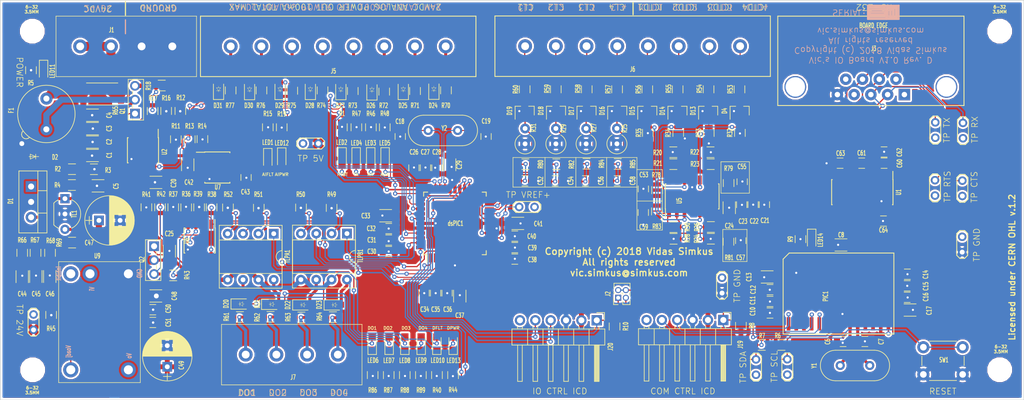
<source format=kicad_pcb>
(kicad_pcb (version 20171130) (host pcbnew 5.0.0-fee4fd1~66~ubuntu16.04.1)
  (title_block (title "Vic's IO Board V1.0 ") (date 2018-09-03) (rev D) (comment 1 "Copyright 2018 Vidas Simkus") (comment 2 "Licensed under CERN OHL v.1.2") (comment 3 vic.simkus@gmail.com))
  (layers (0 F.Cu signal) (31 B.Cu signal) (34 B.Paste user) (35 F.Paste user) (36 B.SilkS user) (37 F.SilkS user) (38 B.Mask user) (39 F.Mask user) (44 Edge.Cuts user))
  (net 0 "")
  (net 1 "Net-(C5-Pad1)")
  (net 2 /IOCONTROLLER/AI_INPUT/AI_IN_ICD_4)
  (net 3 /IOCONTROLLER/AI_INPUT/AI_IN_ICD_3)
  (net 4 /IOCONTROLLER/AI_INPUT/AI_IN_ICD_2)
  (net 5 /IOCONTROLLER/AI_INPUT/AI_IN_ICD_1)
  (net 6 /IOCONTROLLER/BUS_IN_LED)
  (net 7 /IOCONTROLLER/BUS_OUT_LED)
  (net 8 /IOCONTROLLER/AUX_LED)
  (net 9 /I2C_SDA)
  (net 10 /I2C_SCL)
  (net 11 "/comm_controller/RD(RX)")
  (net 12 "/comm_controller/TD(TX)")
  (net 13 /comm_controller/RTS)
  (net 14 /comm_controller/CTS)
  (net 15 /comm_controller/U1RTS)
  (net 16 /comm_controller/U1TX)
  (net 17 /comm_controller/U1RX)
  (net 18 /comm_controller/U1CTS)
  (net 19 /IOCONTROLLER/AI_INPUT/Vind-)
  (net 20 /IOCONTROLLER/AI_INPUT/Vinc-)
  (net 21 /IOCONTROLLER/AI_INPUT/Vinb-)
  (net 22 /IOCONTROLLER/AI_INPUT/Vina-)
  (net 23 /power_protection/VDD_24V_SHUNT)
  (net 24 /IOCONTROLLER/DO4/RF4)
  (net 25 /IOCONTROLLER/DSPIC_PGC)
  (net 26 /IOCONTROLLER/DSPIC_PGD)
  (net 27 /power_protection/VDD_24V)
  (net 28 GND)
  (net 29 "Net-(C6-Pad1)")
  (net 30 "Net-(C7-Pad1)")
  (net 31 "Net-(C8-Pad2)")
  (net 32 VDD_5V_PROT)
  (net 33 "Net-(C18-Pad2)")
  (net 34 "Net-(C19-Pad2)")
  (net 35 VDD_24V_PROT)
  (net 36 /IOCONTROLLER/VREF+/VREF+)
  (net 37 /IOCONTROLLER/AI_INPUT/AI_IN_420_4)
  (net 38 /IOCONTROLLER/AI_INPUT/AI_IN_420_3)
  (net 39 /IOCONTROLLER/AI_INPUT/AI_IN_420_2)
  (net 40 /IOCONTROLLER/AI_INPUT/AI_IN_420_1)
  (net 41 /IOCONTROLLER/DO_FAULT/RD1)
  (net 42 /IOCONTROLLER/RB10/AN10/ICD2)
  (net 43 /IOCONTROLLER/RB9/AN9/ICD1)
  (net 44 /IOCONTROLLER/RB1/AN1/ICD3)
  (net 45 /IOCONTROLLER/RB2/AN2/ICD4)
  (net 46 /IOCONTROLLER/AN3/RB3/420_4)
  (net 47 /IOCONTROLLER/AN4/RB4/420_3)
  (net 48 /IOCONTROLLER/AN5/RB5/420_2)
  (net 49 /IOCONTROLLER/AN8/RB8/420_1)
  (net 50 /IOCONTROLLER/DO3/RF6)
  (net 51 "Net-(LED1-Pad1)")
  (net 52 "Net-(LED2-Pad1)")
  (net 53 "Net-(LED3-Pad1)")
  (net 54 "Net-(LED4-Pad1)")
  (net 55 "Net-(LED5-Pad1)")
  (net 56 "Net-(LED6-Pad1)")
  (net 57 "Net-(LED7-Pad1)")
  (net 58 "Net-(LED8-Pad1)")
  (net 59 "Net-(LED9-Pad1)")
  (net 60 "Net-(LED10-Pad1)")
  (net 61 "Net-(Q1-Pad3)")
  (net 62 "Net-(Q2-Pad3)")
  (net 63 /IOCONTROLLER/AI_INPUT/Voutd)
  (net 64 /IOCONTROLLER/AI_INPUT/Voutc)
  (net 65 /IOCONTROLLER/AI_INPUT/Voutb)
  (net 66 /IOCONTROLLER/AI_INPUT/Vouta)
  (net 67 "Net-(R45-Pad1)")
  (net 68 "Net-(LED11-Pad1)")
  (net 69 "Net-(LED12-Pad1)")
  (net 70 /IOCONTROLLER/AI_PROT/AI_POWER_OUTPUT/ANALOG_OUTPUT_POWER/GATE)
  (net 71 /IOCONTROLLER/DIGITAL_OUT/DIGITAL_OUT_POWER/GATE)
  (net 72 /IOCONTROLLER/AI_PROT/AI_POWER_OUTPUT/ANALOG_OUTPUT_POWER/THRESH)
  (net 73 /IOCONTROLLER/AI_PROT/AI_POWER_OUTPUT/ANALOG_OUTPUT_POWER/SENSE)
  (net 74 /IOCONTROLLER/DIGITAL_OUT/DIGITAL_OUT_POWER/THRESH)
  (net 75 /IOCONTROLLER/DIGITAL_OUT/DIGITAL_OUT_POWER/SENSE)
  (net 76 /IOCONTROLLER/AI_PROT/AI_POWER_OUTPUT/SENSOR_OUT)
  (net 77 /IOCONTROLLER/DIGITAL_OUT/DO_POWER_OUT)
  (net 78 "Net-(LED13-Pad1)")
  (net 79 /IOCONTROLLER/AI_PROT/AI_POWER_OUTPUT/ANALOG_OUTPUT_POWER/FAULT)
  (net 80 /IOCONTROLLER/DIGITAL_OUT/DIGITAL_OUT_POWER/FAULT)
  (net 81 "Net-(LED14-Pad1)")
  (net 82 /IOCONTROLLER/DO_ENABLE/RF5)
  (net 83 /IOCONTROLLER/DO1/RF1)
  (net 84 /IOCONTROLLER/DO2/RF0)
  (net 85 /IOCONTROLLER/AI_FAULT/R0)
  (net 86 /IOCONTROLLER/AI_ENABLE/RC13)
  (net 87 /IOCONTROLLER/HTBT_LED)
  (net 88 "Net-(LED14-Pad2)")
  (net 89 /IOCONTROLLER/AI_PROT/PP_AI_FAULT_LED)
  (net 90 /IOCONTROLLER/DIGITAL_OUT/PP_DO_FAULT_LED)
  (net 91 "Net-(R49-Pad1)")
  (net 92 "Net-(R50-Pad1)")
  (net 93 "Net-(R51-Pad1)")
  (net 94 "Net-(R52-Pad1)")
  (net 95 "Net-(J19-Pad5)")
  (net 96 "Net-(J19-Pad4)")
  (net 97 "Net-(D20-Pad1)")
  (net 98 "Net-(D20-Pad2)")
  (net 99 "Net-(D21-Pad1)")
  (net 100 "Net-(D21-Pad2)")
  (net 101 "Net-(D22-Pad1)")
  (net 102 "Net-(D22-Pad2)")
  (net 103 "Net-(D23-Pad1)")
  (net 104 "Net-(D23-Pad2)")
  (net 105 "Net-(D24-Pad1)")
  (net 106 "Net-(D25-Pad1)")
  (net 107 "Net-(D26-Pad1)")
  (net 108 "Net-(D27-Pad1)")
  (net 109 "Net-(D28-Pad1)")
  (net 110 "Net-(D29-Pad1)")
  (net 111 "Net-(D30-Pad1)")
  (net 112 "Net-(D31-Pad1)")
  (net 113 "Net-(C44-Pad1)")
  (net 114 "Net-(C45-Pad1)")
  (net 115 "Net-(C46-Pad1)")
  (net 116 "Net-(C47-Pad1)")
  (net 117 "Net-(D4-Pad3)")
  (net 118 "Net-(D13-Pad3)")
  (net 119 "Net-(D14-Pad3)")
  (net 120 "Net-(D15-Pad3)")
  (net 121 "Net-(D16-Pad3)")
  (net 122 "Net-(D17-Pad3)")
  (net 123 "Net-(D18-Pad3)")
  (net 124 "Net-(D19-Pad3)")
  (net 125 "Net-(J7-Pad4)")
  (net 126 "Net-(J7-Pad1)")
  (net 127 "Net-(J7-Pad2)")
  (net 128 "Net-(J7-Pad3)")
  (net 129 "Net-(C1-Pad1)")
  (net 130 "Net-(J5-Pad8)")
  (net 131 "Net-(J5-Pad7)")
  (net 132 "Net-(J5-Pad4)")
  (net 133 "Net-(J5-Pad1)")
  (net 134 "Net-(J5-Pad2)")
  (net 135 "Net-(J5-Pad5)")
  (net 136 "Net-(J5-Pad6)")
  (net 137 "Net-(J5-Pad3)")
  (net 138 "Net-(C60-Pad1)")
  (net 139 "Net-(C62-Pad1)")
  (net 140 "Net-(C60-Pad2)")
  (net 141 "Net-(C61-Pad1)")
  (net 142 "Net-(C61-Pad2)")
  (net 143 "Net-(C63-Pad1)")
  (net 144 "Net-(dsPIC1-Pad10)")
  (net 145 "Net-(dsPIC1-Pad11)")
  (net 146 "Net-(dsPIC1-Pad12)")
  (net 147 "Net-(dsPIC1-Pad13)")
  (net 148 "Net-(dsPIC1-Pad33)")
  (net 149 "Net-(dsPIC1-Pad34)")
  (net 150 "Net-(J3-Pad1)")
  (net 151 "Net-(J3-Pad4)")
  (net 152 "Net-(J3-Pad6)")
  (net 153 "Net-(J3-Pad9)")
  (net 154 "Net-(J19-Pad6)")
  (net 155 "Net-(J20-Pad6)")
  (net 156 "Net-(PIC1-Pad2)")
  (net 157 "Net-(PIC1-Pad26)")
  (net 158 "Net-(PIC1-Pad3)")
  (net 159 "Net-(PIC1-Pad24)")
  (net 160 "Net-(PIC1-Pad23)")
  (net 161 "Net-(PIC1-Pad22)")
  (net 162 "Net-(PIC1-Pad7)")
  (net 163 "Net-(PIC1-Pad21)")
  (net 164 "Net-(PIC1-Pad19)")
  (net 165 "Net-(PIC1-Pad11)")
  (net 166 "Net-(PIC1-Pad12)")
  (net 167 "Net-(U7-Pad1)")
  (net 168 "Net-(U7-Pad3)")
  (net 169 "Net-(U7-Pad5)")
  (net 170 "Net-(U7-Pad7)")
  (net 171 "Net-(U7-Pad8)")
  (net 172 "Net-(U9-Pad3)")
  (net 173 /comm_controller/COMM_RESET)
  (net 174 /IOCONTROLLER/IO_RESET)
  (net 175 "Net-(J2-Pad2)")
  (net 176 RESET)
  (module CUSTOM_FOOTPRINTS:D_SUB_9_RIGHT (layer F.Cu) (at 194.235 76.49 180)
    (fp_text reference J3 (at 5.08 7.62 180) (layer F.SilkS) (effects (font (size 0.8 0.5) (thickness 0.125))))
    (fp_text value BOARD_COMM)
    (fp_text user "BOARD EDGE" (at 5.08 11.43 180) (layer F.SilkS) (effects (font (size 0.8 0.5) (thickness 0.125))))
    (pad 1 thru_hole rect (at 0 0 180) (size 1.9 1.9) (drill 0.9) (layers *.Cu *.Mask) (net 150 "Net-(J3-Pad1)"))
    (pad 2 thru_hole circle (at 2.77 0 180) (size 1.9 1.9) (drill 0.9) (layers *.Cu *.Mask) (net 11 "/comm_controller/RD(RX)"))
    (pad 3 thru_hole circle (at 5.54 0 180) (size 1.9 1.9) (drill 0.9) (layers *.Cu *.Mask) (net 12 "/comm_controller/TD(TX)"))
    (pad 4 thru_hole circle (at 8.31 0 180) (size 1.9 1.9) (drill 0.9) (layers *.Cu *.Mask) (net 151 "Net-(J3-Pad4)"))
    (pad 5 thru_hole circle (at 11.08 0 180) (size 1.9 1.9) (drill 0.9) (layers *.Cu *.Mask) (net 28 GND))
    (pad 6 thru_hole circle (at 1.385 2.54 180) (size 1.9 1.9) (drill 0.9) (layers *.Cu *.Mask) (net 152 "Net-(J3-Pad6)"))
    (pad 7 thru_hole circle (at 4.15 2.54 180) (size 1.9 1.9) (drill 0.9) (layers *.Cu *.Mask) (net 13 /comm_controller/RTS))
    (pad 8 thru_hole circle (at 6.925 2.54 180) (size 1.9 1.9) (drill 0.9) (layers *.Cu *.Mask) (net 14 /comm_controller/CTS))
    (pad 9 thru_hole circle (at 9.695 2.54 180) (size 1.9 1.9) (drill 0.9) (layers *.Cu *.Mask) (net 153 "Net-(J3-Pad9)"))
    (pad 0 thru_hole circle (at -6.955 1.27 180) (size 3.6 3.6) (drill 3.2) (layers *.Cu *.Mask))
    (pad 0 thru_hole circle (at 18.035 1.27 180) (size 3.6 3.6) (drill 3.2) (layers *.Cu *.Mask))
  )
  (module Housings_SOIC:SOIC-14_3.9x8.7mm_Pitch1.27mm (layer F.Cu) (at 159.14 93.33 90)
    (fp_text reference U5 (at -0.72 -2.14 90) (layer F.SilkS) (effects (font (size 0.8 0.5) (thickness 0.125))))
    (fp_text value MCP6004_C)
    (pad 1 smd rect (at -2.7 -3.81 90) (size 1.5 0.6) (layers F.Cu F.Paste F.Mask) (net 66 /IOCONTROLLER/AI_INPUT/Vouta))
    (pad 2 smd rect (at -2.7 -2.54 90) (size 1.5 0.6) (layers F.Cu F.Paste F.Mask) (net 22 /IOCONTROLLER/AI_INPUT/Vina-))
    (pad 3 smd rect (at -2.7 -1.27 90) (size 1.5 0.6) (layers F.Cu F.Paste F.Mask) (net 5 /IOCONTROLLER/AI_INPUT/AI_IN_ICD_1))
    (pad 4 smd rect (at -2.7 0 90) (size 1.5 0.6) (layers F.Cu F.Paste F.Mask) (net 32 VDD_5V_PROT))
    (pad 5 smd rect (at -2.7 1.27 90) (size 1.5 0.6) (layers F.Cu F.Paste F.Mask) (net 4 /IOCONTROLLER/AI_INPUT/AI_IN_ICD_2))
    (pad 6 smd rect (at -2.7 2.54 90) (size 1.5 0.6) (layers F.Cu F.Paste F.Mask) (net 21 /IOCONTROLLER/AI_INPUT/Vinb-))
    (pad 7 smd rect (at -2.7 3.81 90) (size 1.5 0.6) (layers F.Cu F.Paste F.Mask) (net 65 /IOCONTROLLER/AI_INPUT/Voutb))
    (pad 8 smd rect (at 2.7 3.81 90) (size 1.5 0.6) (layers F.Cu F.Paste F.Mask) (net 64 /IOCONTROLLER/AI_INPUT/Voutc))
    (pad 9 smd rect (at 2.7 2.54 90) (size 1.5 0.6) (layers F.Cu F.Paste F.Mask) (net 20 /IOCONTROLLER/AI_INPUT/Vinc-))
    (pad 10 smd rect (at 2.7 1.27 90) (size 1.5 0.6) (layers F.Cu F.Paste F.Mask) (net 3 /IOCONTROLLER/AI_INPUT/AI_IN_ICD_3))
    (pad 11 smd rect (at 2.7 0 90) (size 1.5 0.6) (layers F.Cu F.Paste F.Mask) (net 28 GND))
    (pad 12 smd rect (at 2.7 -1.27 90) (size 1.5 0.6) (layers F.Cu F.Paste F.Mask) (net 2 /IOCONTROLLER/AI_INPUT/AI_IN_ICD_4))
    (pad 13 smd rect (at 2.7 -2.54 90) (size 1.5 0.6) (layers F.Cu F.Paste F.Mask) (net 19 /IOCONTROLLER/AI_INPUT/Vind-))
    (pad 14 smd rect (at 2.7 -3.81 90) (size 1.5 0.6) (layers F.Cu F.Paste F.Mask) (net 63 /IOCONTROLLER/AI_INPUT/Voutd))
  )
  (module Resistors_SMD:R_0805 (layer F.Cu) (at 162.17 86.02 180)
    (fp_text reference R22 (at 2.62 0.01) (layer F.SilkS) (effects (font (size 0.8 0.5) (thickness 0.125))))
    (fp_text value "910 1%")
    (pad 1 smd rect (at -0.95 0 180) (size 0.7 1.3) (layers F.Cu F.Paste F.Mask) (net 28 GND))
    (pad 2 smd rect (at 0.95 0 180) (size 0.7 1.3) (layers F.Cu F.Paste F.Mask) (net 20 /IOCONTROLLER/AI_INPUT/Vinc-))
  )
  (module Resistors_SMD:R_0805 (layer F.Cu) (at 153.33 92.295 270)
    (fp_text reference R78 (at -2.495 0.13 180) (layer F.SilkS) (effects (font (size 0.8 0.5) (thickness 0.125))))
    (fp_text value "1K 1%")
    (pad 1 smd rect (at -0.95 0 270) (size 0.7 1.3) (layers F.Cu F.Paste F.Mask) (net 63 /IOCONTROLLER/AI_INPUT/Voutd))
    (pad 2 smd rect (at 0.95 0 270) (size 0.7 1.3) (layers F.Cu F.Paste F.Mask) (net 45 /IOCONTROLLER/RB2/AN2/ICD4))
  )
  (module Resistors_SMD:R_0805 (layer F.Cu) (at 156.06 100.35)
    (fp_text reference R28 (at 2.29 -0.1 270) (layer F.SilkS) (effects (font (size 0.8 0.5) (thickness 0.125))))
    (fp_text value "910 1%")
    (pad 1 smd rect (at -0.95 0) (size 0.7 1.3) (layers F.Cu F.Paste F.Mask) (net 28 GND))
    (pad 2 smd rect (at 0.95 0) (size 0.7 1.3) (layers F.Cu F.Paste F.Mask) (net 22 /IOCONTROLLER/AI_INPUT/Vina-))
  )
  (module Measurement_Points:Test_Point_2Pads (layer F.Cu) (at 174.87433 120.267408 270)
    (fp_text reference J12 hide)
    (fp_text value "TP SCL")
    (pad 1 thru_hole circle (at 0 0 270) (size 1.4 1.4) (drill 0.8128) (layers *.Cu *.Mask) (net 10 /I2C_SCL))
    (pad 2 thru_hole circle (at 2.54 0 270) (size 1.4 1.4) (drill 0.8128) (layers *.Cu *.Mask))
  )
  (module Resistors_SMD:R_0805 (layer F.Cu) (at 136.67 88 180)
    (fp_text reference R82 (at -2.53 -0.05 270) (layer F.SilkS) (effects (font (size 0.8 0.5) (thickness 0.125))))
    (fp_text value "1K 1%")
    (pad 1 smd rect (at -0.95 0 180) (size 0.7 1.3) (layers F.Cu F.Paste F.Mask) (net 39 /IOCONTROLLER/AI_INPUT/AI_IN_420_2))
    (pad 2 smd rect (at 0.95 0 180) (size 0.7 1.3) (layers F.Cu F.Paste F.Mask) (net 48 /IOCONTROLLER/AN5/RB5/420_2))
  )
  (module Resistors_THT:R_Axial_DIN0309_L9.0mm_D3.2mm_P2.54mm_Vertical (layer F.Cu) (at 146.69 84.63 90)
    (fp_text reference R25 (at 2.54 1.27 90) (layer F.SilkS) (effects (font (size 0.8 0.5) (thickness 0.125))))
    (fp_text value "250 0.1%")
    (pad 1 thru_hole circle (at 0 0 90) (size 1.6 1.6) (drill 0.8) (layers *.Cu *.Mask) (net 28 GND))
    (pad 2 thru_hole oval (at 2.54 0 90) (size 1.6 1.6) (drill 0.8) (layers *.Cu *.Mask) (net 37 /IOCONTROLLER/AI_INPUT/AI_IN_420_4))
  )
  (module Housings_QFP:TQFP-44_10x10mm_Pitch0.8mm (layer F.Cu) (at 119.9 97.8 90)
    (fp_text reference dsPIC1 (at 0 0.1 180) (layer F.SilkS) (effects (font (size 0.8 0.5) (thickness 0.125))))
    (fp_text value dsPIC30F4013)
    (pad 1 smd rect (at -5.7 -4 90) (size 1.5 0.55) (layers F.Cu F.Paste F.Mask) (net 9 /I2C_SDA))
    (pad 2 smd rect (at -5.7 -3.2 90) (size 1.5 0.55) (layers F.Cu F.Paste F.Mask) (net 82 /IOCONTROLLER/DO_ENABLE/RF5))
    (pad 3 smd rect (at -5.7 -2.4 90) (size 1.5 0.55) (layers F.Cu F.Paste F.Mask) (net 24 /IOCONTROLLER/DO4/RF4))
    (pad 4 smd rect (at -5.7 -1.6 90) (size 1.5 0.55) (layers F.Cu F.Paste F.Mask) (net 83 /IOCONTROLLER/DO1/RF1))
    (pad 5 smd rect (at -5.7 -0.8 90) (size 1.5 0.55) (layers F.Cu F.Paste F.Mask) (net 84 /IOCONTROLLER/DO2/RF0))
    (pad 6 smd rect (at -5.7 0 90) (size 1.5 0.55) (layers F.Cu F.Paste F.Mask) (net 28 GND))
    (pad 7 smd rect (at -5.7 0.8 90) (size 1.5 0.55) (layers F.Cu F.Paste F.Mask) (net 32 VDD_5V_PROT))
    (pad 8 smd rect (at -5.7 1.6 90) (size 1.5 0.55) (layers F.Cu F.Paste F.Mask) (net 41 /IOCONTROLLER/DO_FAULT/RD1))
    (pad 9 smd rect (at -5.7 2.4 90) (size 1.5 0.55) (layers F.Cu F.Paste F.Mask) (net 85 /IOCONTROLLER/AI_FAULT/R0))
    (pad 10 smd rect (at -5.7 3.2 90) (size 1.5 0.55) (layers F.Cu F.Paste F.Mask) (net 144 "Net-(dsPIC1-Pad10)"))
    (pad 11 smd rect (at -5.7 4 90) (size 1.5 0.55) (layers F.Cu F.Paste F.Mask) (net 145 "Net-(dsPIC1-Pad11)"))
    (pad 12 smd rect (at -4 5.7 180) (size 1.5 0.55) (layers F.Cu F.Paste F.Mask) (net 146 "Net-(dsPIC1-Pad12)"))
    (pad 13 smd rect (at -3.2 5.7 180) (size 1.5 0.55) (layers F.Cu F.Paste F.Mask) (net 147 "Net-(dsPIC1-Pad13)"))
    (pad 14 smd rect (at -2.4 5.7 180) (size 1.5 0.55) (layers F.Cu F.Paste F.Mask) (net 42 /IOCONTROLLER/RB10/AN10/ICD2))
    (pad 15 smd rect (at -1.6 5.7 180) (size 1.5 0.55) (layers F.Cu F.Paste F.Mask) (net 43 /IOCONTROLLER/RB9/AN9/ICD1))
    (pad 16 smd rect (at -0.8 5.7 180) (size 1.5 0.55) (layers F.Cu F.Paste F.Mask) (net 28 GND))
    (pad 17 smd rect (at 0 5.7 180) (size 1.5 0.55) (layers F.Cu F.Paste F.Mask) (net 32 VDD_5V_PROT))
    (pad 18 smd rect (at 0.8 5.7 180) (size 1.5 0.55) (layers F.Cu F.Paste F.Mask) (net 174 /IOCONTROLLER/IO_RESET))
    (pad 19 smd rect (at 1.6 5.7 180) (size 1.5 0.55) (layers F.Cu F.Paste F.Mask) (net 36 /IOCONTROLLER/VREF+/VREF+))
    (pad 20 smd rect (at 2.4 5.7 180) (size 1.5 0.55) (layers F.Cu F.Paste F.Mask) (net 44 /IOCONTROLLER/RB1/AN1/ICD3))
    (pad 21 smd rect (at 3.2 5.7 180) (size 1.5 0.55) (layers F.Cu F.Paste F.Mask) (net 45 /IOCONTROLLER/RB2/AN2/ICD4))
    (pad 22 smd rect (at 4 5.7 180) (size 1.5 0.55) (layers F.Cu F.Paste F.Mask) (net 46 /IOCONTROLLER/AN3/RB3/420_4))
    (pad 23 smd rect (at 5.7 4 90) (size 1.5 0.55) (layers F.Cu F.Paste F.Mask) (net 47 /IOCONTROLLER/AN4/RB4/420_3))
    (pad 24 smd rect (at 5.7 3.2 90) (size 1.5 0.55) (layers F.Cu F.Paste F.Mask) (net 48 /IOCONTROLLER/AN5/RB5/420_2))
    (pad 25 smd rect (at 5.7 2.4 90) (size 1.5 0.55) (layers F.Cu F.Paste F.Mask) (net 25 /IOCONTROLLER/DSPIC_PGC))
    (pad 26 smd rect (at 5.7 1.6 90) (size 1.5 0.55) (layers F.Cu F.Paste F.Mask) (net 26 /IOCONTROLLER/DSPIC_PGD))
    (pad 27 smd rect (at 5.7 0.8 90) (size 1.5 0.55) (layers F.Cu F.Paste F.Mask) (net 49 /IOCONTROLLER/AN8/RB8/420_1))
    (pad 28 smd rect (at 5.7 0 90) (size 1.5 0.55) (layers F.Cu F.Paste F.Mask) (net 32 VDD_5V_PROT))
    (pad 29 smd rect (at 5.7 -0.8 90) (size 1.5 0.55) (layers F.Cu F.Paste F.Mask) (net 28 GND))
    (pad 30 smd rect (at 5.7 -1.6 90) (size 1.5 0.55) (layers F.Cu F.Paste F.Mask) (net 34 "Net-(C19-Pad2)"))
    (pad 31 smd rect (at 5.7 -2.4 90) (size 1.5 0.55) (layers F.Cu F.Paste F.Mask) (net 33 "Net-(C18-Pad2)"))
    (pad 32 smd rect (at 5.7 -3.2 90) (size 1.5 0.55) (layers F.Cu F.Paste F.Mask) (net 86 /IOCONTROLLER/AI_ENABLE/RC13))
    (pad 33 smd rect (at 5.7 -4 90) (size 1.5 0.55) (layers F.Cu F.Paste F.Mask) (net 148 "Net-(dsPIC1-Pad33)"))
    (pad 34 smd rect (at 4 -5.7 180) (size 1.5 0.55) (layers F.Cu F.Paste F.Mask) (net 149 "Net-(dsPIC1-Pad34)"))
    (pad 35 smd rect (at 3.2 -5.7 180) (size 1.5 0.55) (layers F.Cu F.Paste F.Mask) (net 8 /IOCONTROLLER/AUX_LED))
    (pad 36 smd rect (at 2.4 -5.7 180) (size 1.5 0.55) (layers F.Cu F.Paste F.Mask) (net 89 /IOCONTROLLER/AI_PROT/PP_AI_FAULT_LED))
    (pad 37 smd rect (at 1.6 -5.7 180) (size 1.5 0.55) (layers F.Cu F.Paste F.Mask) (net 6 /IOCONTROLLER/BUS_IN_LED))
    (pad 38 smd rect (at 0.8 -5.7 180) (size 1.5 0.55) (layers F.Cu F.Paste F.Mask) (net 90 /IOCONTROLLER/DIGITAL_OUT/PP_DO_FAULT_LED))
    (pad 39 smd rect (at 0 -5.7 180) (size 1.5 0.55) (layers F.Cu F.Paste F.Mask) (net 28 GND))
    (pad 40 smd rect (at -0.8 -5.7 180) (size 1.5 0.55) (layers F.Cu F.Paste F.Mask) (net 32 VDD_5V_PROT))
    (pad 41 smd rect (at -1.6 -5.7 180) (size 1.5 0.55) (layers F.Cu F.Paste F.Mask) (net 7 /IOCONTROLLER/BUS_OUT_LED))
    (pad 42 smd rect (at -2.4 -5.7 180) (size 1.5 0.55) (layers F.Cu F.Paste F.Mask) (net 87 /IOCONTROLLER/HTBT_LED))
    (pad 43 smd rect (at -3.2 -5.7 180) (size 1.5 0.55) (layers F.Cu F.Paste F.Mask) (net 50 /IOCONTROLLER/DO3/RF6))
    (pad 44 smd rect (at -4 -5.7 180) (size 1.5 0.55) (layers F.Cu F.Paste F.Mask) (net 10 /I2C_SCL))
  )
  (module Housings_DIP:DIP-8_W7.62mm_Socket (layer F.Cu) (at 102.04 99.48 270)
    (fp_text reference TLPB1 (at 3.7 -2.22 270) (layer F.SilkS) (effects (font (size 0.8 0.5) (thickness 0.125))))
    (fp_text value TLP222A-2-C)
    (pad 1 thru_hole rect (at 0 0 270) (size 1.6 1.6) (drill 0.8) (layers *.Cu *.Mask) (net 50 /IOCONTROLLER/DO3/RF6))
    (pad 5 thru_hole oval (at 7.62 7.62 270) (size 1.6 1.6) (drill 0.8) (layers *.Cu *.Mask) (net 77 /IOCONTROLLER/DIGITAL_OUT/DO_POWER_OUT))
    (pad 2 thru_hole oval (at 0 2.54 270) (size 1.6 1.6) (drill 0.8) (layers *.Cu *.Mask) (net 91 "Net-(R49-Pad1)"))
    (pad 6 thru_hole oval (at 7.62 5.08 270) (size 1.6 1.6) (drill 0.8) (layers *.Cu *.Mask) (net 102 "Net-(D22-Pad2)"))
    (pad 3 thru_hole oval (at 0 5.08 270) (size 1.6 1.6) (drill 0.8) (layers *.Cu *.Mask) (net 24 /IOCONTROLLER/DO4/RF4))
    (pad 7 thru_hole oval (at 7.62 2.54 270) (size 1.6 1.6) (drill 0.8) (layers *.Cu *.Mask) (net 77 /IOCONTROLLER/DIGITAL_OUT/DO_POWER_OUT))
    (pad 4 thru_hole oval (at 0 7.62 270) (size 1.6 1.6) (drill 0.8) (layers *.Cu *.Mask) (net 92 "Net-(R50-Pad1)"))
    (pad 8 thru_hole oval (at 7.62 0 270) (size 1.6 1.6) (drill 0.8) (layers *.Cu *.Mask) (net 104 "Net-(D23-Pad2)"))
  )
  (module Crystals:Crystal_HC49-4H_Vertical (layer F.Cu) (at 115.47 82.425)
    (fp_text reference Y2 (at 2.667 -0.381) (layer F.SilkS) (effects (font (size 0.8 0.5) (thickness 0.125))))
    (fp_text value 10MHz)
    (pad 1 thru_hole circle (at 0 0) (size 1.5 1.5) (drill 0.8) (layers *.Cu *.Mask) (net 33 "Net-(C18-Pad2)"))
    (pad 2 thru_hole circle (at 4.88 0) (size 1.5 1.5) (drill 0.8) (layers *.Cu *.Mask) (net 34 "Net-(C19-Pad2)"))
  )
  (module Capacitors_SMD:C_0805 (layer F.Cu) (at 146.73 90.76 180)
    (fp_text reference C58 (at -2.59 0.02 90) (layer F.SilkS) (effects (font (size 0.8 0.5) (thickness 0.125))))
    (fp_text value "1uF 50V")
    (pad 1 smd rect (at -1 0 180) (size 1 1.25) (layers F.Cu F.Paste F.Mask) (net 28 GND))
    (pad 2 smd rect (at 1 0 180) (size 1 1.25) (layers F.Cu F.Paste F.Mask) (net 46 /IOCONTROLLER/AN3/RB3/420_4))
  )
  (module Resistors_SMD:R_0805 (layer F.Cu) (at 167.033228 82.825 90)
    (fp_text reference R32 (at 0 -1.65 90) (layer F.SilkS) (effects (font (size 0.8 0.5) (thickness 0.125))))
    (fp_text value "1K 0.1%")
    (pad 1 smd rect (at -0.95 0 90) (size 0.7 1.3) (layers F.Cu F.Paste F.Mask) (net 28 GND))
    (pad 2 smd rect (at 0.95 0 90) (size 0.7 1.3) (layers F.Cu F.Paste F.Mask) (net 2 /IOCONTROLLER/AI_INPUT/AI_IN_ICD_4))
  )
  (module Resistors_SMD:R_0805 (layer F.Cu) (at 161.883228 82.825 90)
    (fp_text reference R33 (at 0 -1.65 90) (layer F.SilkS) (effects (font (size 0.8 0.5) (thickness 0.125))))
    (fp_text value "1K 0.1%")
    (pad 1 smd rect (at -0.95 0 90) (size 0.7 1.3) (layers F.Cu F.Paste F.Mask) (net 28 GND))
    (pad 2 smd rect (at 0.95 0 90) (size 0.7 1.3) (layers F.Cu F.Paste F.Mask) (net 3 /IOCONTROLLER/AI_INPUT/AI_IN_ICD_3))
  )
  (module Housings_SOIC:SOIC-8_3.9x4.9mm_Pitch1.27mm (layer F.Cu) (at 68.3 85.7 270)
    (fp_text reference U2 (at 0.27 -3.56 270) (layer F.SilkS) (effects (font (size 0.8 0.5) (thickness 0.125))))
    (fp_text value MIC5013)
    (pad 1 smd rect (at -2.7 -1.905 270) (size 1.55 0.6) (layers F.Cu F.Paste F.Mask) (net 86 /IOCONTROLLER/AI_ENABLE/RC13))
    (pad 2 smd rect (at -2.7 -0.635 270) (size 1.55 0.6) (layers F.Cu F.Paste F.Mask) (net 72 /IOCONTROLLER/AI_PROT/AI_POWER_OUTPUT/ANALOG_OUTPUT_POWER/THRESH))
    (pad 3 smd rect (at -2.7 0.635 270) (size 1.55 0.6) (layers F.Cu F.Paste F.Mask) (net 73 /IOCONTROLLER/AI_PROT/AI_POWER_OUTPUT/ANALOG_OUTPUT_POWER/SENSE))
    (pad 4 smd rect (at -2.7 1.905 270) (size 1.55 0.6) (layers F.Cu F.Paste F.Mask) (net 76 /IOCONTROLLER/AI_PROT/AI_POWER_OUTPUT/SENSOR_OUT))
    (pad 5 smd rect (at 2.7 1.905 270) (size 1.55 0.6) (layers F.Cu F.Paste F.Mask) (net 28 GND))
    (pad 6 smd rect (at 2.7 0.635 270) (size 1.55 0.6) (layers F.Cu F.Paste F.Mask) (net 70 /IOCONTROLLER/AI_PROT/AI_POWER_OUTPUT/ANALOG_OUTPUT_POWER/GATE))
    (pad 7 smd rect (at 2.7 -0.635 270) (size 1.55 0.6) (layers F.Cu F.Paste F.Mask) (net 35 VDD_24V_PROT))
    (pad 8 smd rect (at 2.7 -1.905 270) (size 1.55 0.6) (layers F.Cu F.Paste F.Mask) (net 79 /IOCONTROLLER/AI_PROT/AI_POWER_OUTPUT/ANALOG_OUTPUT_POWER/FAULT))
  )
  (module TO_SOT_Packages_SMD:SOT-23 (layer F.Cu) (at 161.783228 79.181582 90)
    (fp_text reference D13 (at 0 -2.5 90) (layer F.SilkS) (effects (font (size 0.8 0.5) (thickness 0.125))))
    (fp_text value BAS70-04)
    (pad 1 smd rect (at -1 -0.95 90) (size 0.9 0.8) (layers F.Cu F.Paste F.Mask) (net 28 GND))
    (pad 2 smd rect (at -1 0.95 90) (size 0.9 0.8) (layers F.Cu F.Paste F.Mask) (net 32 VDD_5V_PROT))
    (pad 3 smd rect (at 1 0 90) (size 0.9 0.8) (layers F.Cu F.Paste F.Mask) (net 118 "Net-(D13-Pad3)"))
  )
  (module Resistors_THT:R_Axial_DIN0309_L9.0mm_D3.2mm_P2.54mm_Vertical (layer F.Cu) (at 141.6 84.64 90)
    (fp_text reference R27 (at 2.667 1.27 90) (layer F.SilkS) (effects (font (size 0.8 0.5) (thickness 0.125))))
    (fp_text value "250 0.1%")
    (pad 1 thru_hole circle (at 0 0 90) (size 1.6 1.6) (drill 0.8) (layers *.Cu *.Mask) (net 28 GND))
    (pad 2 thru_hole oval (at 2.54 0 90) (size 1.6 1.6) (drill 0.8) (layers *.Cu *.Mask) (net 38 /IOCONTROLLER/AI_INPUT/AI_IN_420_3))
  )
  (module Resistors_THT:R_Axial_DIN0309_L9.0mm_D3.2mm_P2.54mm_Vertical (layer F.Cu) (at 136.6 84.64 90)
    (fp_text reference R29 (at 2.54 1.27 90) (layer F.SilkS) (effects (font (size 0.8 0.5) (thickness 0.125))))
    (fp_text value "250 0.1%")
    (pad 1 thru_hole circle (at 0 0 90) (size 1.6 1.6) (drill 0.8) (layers *.Cu *.Mask) (net 28 GND))
    (pad 2 thru_hole oval (at 2.54 0 90) (size 1.6 1.6) (drill 0.8) (layers *.Cu *.Mask) (net 39 /IOCONTROLLER/AI_INPUT/AI_IN_420_2))
  )
  (module Resistors_THT:R_Axial_DIN0309_L9.0mm_D3.2mm_P2.54mm_Vertical (layer F.Cu) (at 131.5 84.64 90)
    (fp_text reference R31 (at 2.667 1.397 90) (layer F.SilkS) (effects (font (size 0.8 0.5) (thickness 0.125))))
    (fp_text value "250 0.1%")
    (pad 1 thru_hole circle (at 0 0 90) (size 1.6 1.6) (drill 0.8) (layers *.Cu *.Mask) (net 28 GND))
    (pad 2 thru_hole oval (at 2.54 0 90) (size 1.6 1.6) (drill 0.8) (layers *.Cu *.Mask) (net 40 /IOCONTROLLER/AI_INPUT/AI_IN_420_1))
  )
  (module Housings_SOIC:SOIC-8_3.9x4.9mm_Pitch1.27mm (layer F.Cu) (at 77.675 100.625 270)
    (fp_text reference U6 (at 0.035998 2.159 270) (layer F.SilkS) (effects (font (size 0.8 0.5) (thickness 0.125))))
    (fp_text value MIC5013)
    (pad 1 smd rect (at -2.7 -1.905 270) (size 1.55 0.6) (layers F.Cu F.Paste F.Mask) (net 82 /IOCONTROLLER/DO_ENABLE/RF5))
    (pad 2 smd rect (at -2.7 -0.635 270) (size 1.55 0.6) (layers F.Cu F.Paste F.Mask) (net 74 /IOCONTROLLER/DIGITAL_OUT/DIGITAL_OUT_POWER/THRESH))
    (pad 3 smd rect (at -2.7 0.635 270) (size 1.55 0.6) (layers F.Cu F.Paste F.Mask) (net 75 /IOCONTROLLER/DIGITAL_OUT/DIGITAL_OUT_POWER/SENSE))
    (pad 4 smd rect (at -2.7 1.905 270) (size 1.55 0.6) (layers F.Cu F.Paste F.Mask) (net 77 /IOCONTROLLER/DIGITAL_OUT/DO_POWER_OUT))
    (pad 5 smd rect (at 2.7 1.905 270) (size 1.55 0.6) (layers F.Cu F.Paste F.Mask) (net 28 GND))
    (pad 6 smd rect (at 2.7 0.635 270) (size 1.55 0.6) (layers F.Cu F.Paste F.Mask) (net 71 /IOCONTROLLER/DIGITAL_OUT/DIGITAL_OUT_POWER/GATE))
    (pad 7 smd rect (at 2.7 -0.635 270) (size 1.55 0.6) (layers F.Cu F.Paste F.Mask) (net 35 VDD_24V_PROT))
    (pad 8 smd rect (at 2.7 -1.905 270) (size 1.55 0.6) (layers F.Cu F.Paste F.Mask) (net 80 /IOCONTROLLER/DIGITAL_OUT/DIGITAL_OUT_POWER/FAULT))
  )
  (module TO_SOT_Packages_THT:TO-251_IPAK_Vertical (layer F.Cu) (at 70.14 101.57 270)
    (fp_text reference Q2 (at 2.2 2 270) (layer F.SilkS) (effects (font (size 0.8 0.5) (thickness 0.125))))
    (fp_text value RFD3055LE)
    (pad 1 thru_hole rect (at 0 0 270) (size 1.6 1.6) (drill 1) (layers *.Cu *.Mask) (net 71 /IOCONTROLLER/DIGITAL_OUT/DIGITAL_OUT_POWER/GATE))
    (pad 2 thru_hole oval (at 2.3 0 270) (size 1.6 1.6) (drill 1) (layers *.Cu *.Mask) (net 35 VDD_24V_PROT))
    (pad 3 thru_hole oval (at 4.6 0 270) (size 1.6 1.6) (drill 1) (layers *.Cu *.Mask) (net 62 "Net-(Q2-Pad3)"))
  )
  (module Housings_DIP:DIP-8_W7.62mm_Socket (layer F.Cu) (at 89.93 99.5 270)
    (fp_text reference TLPA1 (at 3.76 -2.26 270) (layer F.SilkS) (effects (font (size 0.8 0.5) (thickness 0.125))))
    (fp_text value TLP222A-2-C)
    (pad 1 thru_hole rect (at 0 0 270) (size 1.6 1.6) (drill 0.8) (layers *.Cu *.Mask) (net 84 /IOCONTROLLER/DO2/RF0))
    (pad 5 thru_hole oval (at 7.62 7.62 270) (size 1.6 1.6) (drill 0.8) (layers *.Cu *.Mask) (net 77 /IOCONTROLLER/DIGITAL_OUT/DO_POWER_OUT))
    (pad 2 thru_hole oval (at 0 2.54 270) (size 1.6 1.6) (drill 0.8) (layers *.Cu *.Mask) (net 93 "Net-(R51-Pad1)"))
    (pad 6 thru_hole oval (at 7.62 5.08 270) (size 1.6 1.6) (drill 0.8) (layers *.Cu *.Mask) (net 98 "Net-(D20-Pad2)"))
    (pad 3 thru_hole oval (at 0 5.08 270) (size 1.6 1.6) (drill 0.8) (layers *.Cu *.Mask) (net 83 /IOCONTROLLER/DO1/RF1))
    (pad 7 thru_hole oval (at 7.62 2.54 270) (size 1.6 1.6) (drill 0.8) (layers *.Cu *.Mask) (net 77 /IOCONTROLLER/DIGITAL_OUT/DO_POWER_OUT))
    (pad 4 thru_hole oval (at 0 7.62 270) (size 1.6 1.6) (drill 0.8) (layers *.Cu *.Mask) (net 94 "Net-(R52-Pad1)"))
    (pad 8 thru_hole oval (at 7.62 0 270) (size 1.6 1.6) (drill 0.8) (layers *.Cu *.Mask) (net 100 "Net-(D21-Pad2)"))
  )
  (module CUSTOM_FOOTPRINTS:PTN78000H (layer F.Cu) (at 56.36 106.13 270)
    (fp_text reference U9 (at -2.956566 -4.388626) (layer F.SilkS) (effects (font (size 0.8 0.5) (thickness 0.125))))
    (fp_text value PTN78000WAH)
    (fp_text user Voadj (at 12.843434 0.381374 270) (layer B.SilkS) (effects (font (size 0.8 0.5) (thickness 0.125)) (justify mirror)))
    (fp_text user Vo (at 13.563434 -9.648626 270) (layer B.SilkS) (effects (font (size 0.8 0.5) (thickness 0.125)) (justify mirror)))
    (fp_text user Inhibit (at -0.066566 2.021374 270) (layer B.SilkS) (effects (font (size 0.8 0.5) (thickness 0.125)) (justify mirror)))
    (fp_text user Vi (at 2.5 -3.5 270) (layer B.SilkS) (effects (font (size 0.8 0.5) (thickness 0.125)) (justify mirror)))
    (fp_text user GND (at -0.056566 -11.388626 270) (layer B.SilkS) (effects (font (size 0.8 0.5) (thickness 0.125)) (justify mirror)))
    (pad 5 thru_hole circle (at 15.88 -9.53 270) (size 2.5 2.5) (drill 1.5) (layers *.Cu *.Mask) (net 32 VDD_5V_PROT))
    (pad 1 thru_hole circle (at 0 -9.53 270) (size 2.5 2.5) (drill 1.5) (layers *.Cu *.Mask) (net 28 GND))
    (pad 2 thru_hole circle (at 0 -3.18 270) (size 2.5 2.5) (drill 1.5) (layers *.Cu *.Mask) (net 35 VDD_24V_PROT))
    (pad 4 thru_hole circle (at 15.88 0 270) (size 2.5 2.5) (drill 1.5) (layers *.Cu *.Mask) (net 67 "Net-(R45-Pad1)"))
    (pad 3 thru_hole circle (at 0 0 270) (size 2.5 2.5) (drill 1.5) (layers *.Cu *.Mask) (net 172 "Net-(U9-Pad3)"))
  )
  (module Resistors_SMD:R_0805 (layer F.Cu) (at 75.45 95.15 270)
    (fp_text reference R36 (at -2.2 0 180) (layer F.SilkS) (effects (font (size 0.8 0.5) (thickness 0.125))))
    (fp_text value "10K 1%")
    (pad 1 smd rect (at -0.95 0 270) (size 0.7 1.3) (layers F.Cu F.Paste F.Mask) (net 28 GND))
    (pad 2 smd rect (at 0.95 0 270) (size 0.7 1.3) (layers F.Cu F.Paste F.Mask) (net 82 /IOCONTROLLER/DO_ENABLE/RF5))
  )
  (module CUSTOM_FOOTPRINTS:OSTTA084163 (layer F.Cu) (at 136.589002 68.4865)
    (fp_text reference J6 (at 12.7 3.81) (layer F.SilkS) (effects (font (size 0.8 0.5) (thickness 0.125))))
    (fp_text value "SENSOR INPUT")
    (pad 8 thru_hole circle (at 30.48 0) (size 2.3 2.3) (drill 1.3) (layers *.Cu *.Mask) (net 2 /IOCONTROLLER/AI_INPUT/AI_IN_ICD_4))
    (pad 7 thru_hole circle (at 25.4 0) (size 2.3 2.3) (drill 1.3) (layers *.Cu *.Mask) (net 3 /IOCONTROLLER/AI_INPUT/AI_IN_ICD_3))
    (pad 4 thru_hole circle (at 10.16 0) (size 2.3 2.3) (drill 1.3) (layers *.Cu *.Mask) (net 37 /IOCONTROLLER/AI_INPUT/AI_IN_420_4))
    (pad 1 thru_hole circle (at -5.08 0) (size 2.3 2.3) (drill 1.3) (layers *.Cu *.Mask) (net 40 /IOCONTROLLER/AI_INPUT/AI_IN_420_1))
    (pad 2 thru_hole circle (at 0 0) (size 2.3 2.3) (drill 1.3) (layers *.Cu *.Mask) (net 39 /IOCONTROLLER/AI_INPUT/AI_IN_420_2))
    (pad 5 thru_hole circle (at 15.24 0) (size 2.3 2.3) (drill 1.3) (layers *.Cu *.Mask) (net 5 /IOCONTROLLER/AI_INPUT/AI_IN_ICD_1))
    (pad 6 thru_hole circle (at 20.32 0) (size 2.3 2.3) (drill 1.3) (layers *.Cu *.Mask) (net 4 /IOCONTROLLER/AI_INPUT/AI_IN_ICD_2))
    (pad 3 thru_hole circle (at 5.08 0) (size 2.3 2.3) (drill 1.3) (layers *.Cu *.Mask) (net 38 /IOCONTROLLER/AI_INPUT/AI_IN_420_3))
  )
  (module Housings_SOIC:SOIC-8_3.9x4.9mm_Pitch1.27mm (layer F.Cu) (at 80.6 88.55)
    (fp_text reference U7 (at 0.067213 3.237535) (layer F.SilkS) (effects (font (size 0.8 0.5) (thickness 0.125))))
    (fp_text value REF02CSZ)
    (pad 1 smd rect (at -2.7 -1.905) (size 1.55 0.6) (layers F.Cu F.Paste F.Mask) (net 167 "Net-(U7-Pad1)"))
    (pad 2 smd rect (at -2.7 -0.635) (size 1.55 0.6) (layers F.Cu F.Paste F.Mask) (net 35 VDD_24V_PROT))
    (pad 3 smd rect (at -2.7 0.635) (size 1.55 0.6) (layers F.Cu F.Paste F.Mask) (net 168 "Net-(U7-Pad3)"))
    (pad 4 smd rect (at -2.7 1.905) (size 1.55 0.6) (layers F.Cu F.Paste F.Mask) (net 28 GND))
    (pad 5 smd rect (at 2.7 1.905) (size 1.55 0.6) (layers F.Cu F.Paste F.Mask) (net 169 "Net-(U7-Pad5)"))
    (pad 6 smd rect (at 2.7 0.635) (size 1.55 0.6) (layers F.Cu F.Paste F.Mask) (net 36 /IOCONTROLLER/VREF+/VREF+))
    (pad 7 smd rect (at 2.7 -0.635) (size 1.55 0.6) (layers F.Cu F.Paste F.Mask) (net 170 "Net-(U7-Pad7)"))
    (pad 8 smd rect (at 2.7 -1.905) (size 1.55 0.6) (layers F.Cu F.Paste F.Mask) (net 171 "Net-(U7-Pad8)"))
  )
  (module CUSTOM_FOOTPRINTS:OSTTA084163 (layer F.Cu) (at 87.89 68.52)
    (fp_text reference J5 (at 11.91 4.08) (layer F.SilkS) (effects (font (size 0.8 0.5) (thickness 0.125))))
    (fp_text value "24V OUTPUT")
    (pad 8 thru_hole circle (at 30.48 0) (size 2.3 2.3) (drill 1.3) (layers *.Cu *.Mask) (net 130 "Net-(J5-Pad8)"))
    (pad 7 thru_hole circle (at 25.4 0) (size 2.3 2.3) (drill 1.3) (layers *.Cu *.Mask) (net 131 "Net-(J5-Pad7)"))
    (pad 4 thru_hole circle (at 10.16 0) (size 2.3 2.3) (drill 1.3) (layers *.Cu *.Mask) (net 132 "Net-(J5-Pad4)"))
    (pad 1 thru_hole circle (at -5.08 0) (size 2.3 2.3) (drill 1.3) (layers *.Cu *.Mask) (net 133 "Net-(J5-Pad1)"))
    (pad 2 thru_hole circle (at 0 0) (size 2.3 2.3) (drill 1.3) (layers *.Cu *.Mask) (net 134 "Net-(J5-Pad2)"))
    (pad 5 thru_hole circle (at 15.24 0) (size 2.3 2.3) (drill 1.3) (layers *.Cu *.Mask) (net 135 "Net-(J5-Pad5)"))
    (pad 6 thru_hole circle (at 20.32 0) (size 2.3 2.3) (drill 1.3) (layers *.Cu *.Mask) (net 136 "Net-(J5-Pad6)"))
    (pad 3 thru_hole circle (at 5.08 0) (size 2.3 2.3) (drill 1.3) (layers *.Cu *.Mask) (net 137 "Net-(J5-Pad3)"))
  )
  (module TO_SOT_Packages_THT:TO-92_Inline_Wide (layer F.Cu) (at 55.4 93.7 270)
    (fp_text reference TL1 (at 2.54 -1.524 90) (layer F.SilkS) (effects (font (size 0.8 0.5) (thickness 0.125))))
    (fp_text value 24V_REF)
    (pad 2 thru_hole circle (at 2.54 0) (size 1.52 1.52) (drill 0.8) (layers *.Cu *.Mask) (net 28 GND))
    (pad 3 thru_hole circle (at 5.08 0) (size 1.52 1.52) (drill 0.8) (layers *.Cu *.Mask) (net 1 "Net-(C5-Pad1)"))
    (pad 1 thru_hole rect (at 0 0) (size 1.52 1.52) (drill 0.8) (layers *.Cu *.Mask) (net 23 /power_protection/VDD_24V_SHUNT))
  )
  (module CUSTOM_FOOTPRINTS:OSTTA044163 (layer F.Cu) (at 62.998 68.52)
    (fp_text reference J1 (at 0.102 -2.72) (layer F.SilkS) (effects (font (size 0.8 0.5) (thickness 0.125))))
    (fp_text value Screw_Terminal_1x04)
    (pad 4 thru_hole circle (at 10.16 0) (size 2.3 2.3) (drill 1.3) (layers *.Cu *.Mask) (net 28 GND))
    (pad 1 thru_hole circle (at -5.08 0) (size 2.3 2.3) (drill 1.3) (layers *.Cu *.Mask) (net 27 /power_protection/VDD_24V))
    (pad 2 thru_hole circle (at 0 0) (size 2.3 2.3) (drill 1.3) (layers *.Cu *.Mask) (net 27 /power_protection/VDD_24V))
    (pad 3 thru_hole circle (at 5.08 0) (size 2.3 2.3) (drill 1.3) (layers *.Cu *.Mask) (net 28 GND))
  )
  (module Mounting_Holes:MountingHole_3.5mm (layer F.Cu) (at 210 66)
    (fp_text reference REF** hide)
    (fp_text value MountingHole_3.5mm)
    (pad 1 np_thru_hole circle (at 0 0) (size 3.5 3.5) (drill 3.5) (layers *.Cu *.Mask))
  )
  (module Mounting_Holes:MountingHole_3.5mm (layer F.Cu) (at 210 122)
    (fp_text reference REF** hide)
    (fp_text value MountingHole_3.5mm)
    (pad 1 np_thru_hole circle (at 0 0) (size 3.5 3.5) (drill 3.5) (layers *.Cu *.Mask))
  )
  (module Mounting_Holes:MountingHole_3.5mm (layer F.Cu) (at 50 66)
    (fp_text reference REF** hide)
    (fp_text value MountingHole_3.5mm)
    (pad 1 np_thru_hole circle (at 0 0) (size 3.5 3.5) (drill 3.5) (layers *.Cu *.Mask))
  )
  (module Mounting_Holes:MountingHole_3.5mm (layer F.Cu) (at 50 122)
    (fp_text reference REF** hide)
    (fp_text value MountingHole_3.5mm)
    (pad "" np_thru_hole circle (at 0.052 0.0085) (size 3.5 3.5) (drill 3.5) (layers *.Cu *.Mask))
  )
  (module Capacitors_THT:CP_Radial_D8.0mm_P3.50mm (layer F.Cu) (at 61.02 97.3)
    (fp_text reference C47 (at -1.62 3.7) (layer F.SilkS) (effects (font (size 0.8 0.5) (thickness 0.125))))
    (fp_text value 180uF)
    (pad 1 thru_hole rect (at 0 0) (size 1.6 1.6) (drill 0.8) (layers *.Cu *.Mask) (net 116 "Net-(C47-Pad1)"))
    (pad 2 thru_hole circle (at 3.5 0) (size 1.6 1.6) (drill 0.8) (layers *.Cu *.Mask) (net 28 GND))
  )
  (module Capacitors_THT:CP_Radial_D8.0mm_P3.50mm (layer F.Cu) (at 72.32 121.51 90)
    (fp_text reference C49 (at 0.254 2.346 90) (layer F.SilkS) (effects (font (size 0.8 0.5) (thickness 0.125))))
    (fp_text value 180uF)
    (pad 1 thru_hole rect (at 0 0 90) (size 1.6 1.6) (drill 0.8) (layers *.Cu *.Mask) (net 32 VDD_5V_PROT))
    (pad 2 thru_hole circle (at 3.5 0 90) (size 1.6 1.6) (drill 0.8) (layers *.Cu *.Mask) (net 28 GND))
  )
  (module TO_SOT_Packages_THT:TO-220_Vertical (layer F.Cu) (at 49.8 91.7 270)
    (fp_text reference D1 (at 2.4 3.4 270) (layer F.SilkS) (effects (font (size 0.8 0.5) (thickness 0.125))))
    (fp_text value 24V_TRIAC)
    (pad 1 thru_hole rect (at 0 0 270) (size 1.8 1.8) (drill 1) (layers *.Cu *.Mask) (net 35 VDD_24V_PROT))
    (pad 2 thru_hole oval (at 2.54 0 270) (size 1.8 1.8) (drill 1) (layers *.Cu *.Mask) (net 28 GND))
    (pad 3 thru_hole oval (at 5.08 0 270) (size 1.8 1.8) (drill 1) (layers *.Cu *.Mask) (net 23 /power_protection/VDD_24V_SHUNT))
  )
  (module Fuse_Holders_and_Fuses:Fuseholder_Fuse_TR5_Littlefuse-No560_No460 (layer F.Cu) (at 52.33 77.156 270)
    (fp_text reference F1 (at 1.944 5.83 270) (layer F.SilkS) (effects (font (size 0.8 0.5) (thickness 0.125))))
    (fp_text value 24V_IN)
    (pad 1 thru_hole circle (at 0 0 270) (size 2 2) (drill 1) (layers *.Cu *.Mask) (net 129 "Net-(C1-Pad1)"))
    (pad 2 thru_hole circle (at 5.08 0.01 270) (size 2 2) (drill 1) (layers *.Cu *.Mask) (net 35 VDD_24V_PROT))
  )
  (module CUSTOM_FOOTPRINTS:OSTTA044163 (layer F.Cu) (at 90.37 119.5)
    (fp_text reference J7 (at 2.763 3.747) (layer F.SilkS) (effects (font (size 0.8 0.5) (thickness 0.125))))
    (fp_text value Screw_Terminal_1x04)
    (pad 4 thru_hole circle (at 10.16 0) (size 2.3 2.3) (drill 1.3) (layers *.Cu *.Mask) (net 125 "Net-(J7-Pad4)"))
    (pad 1 thru_hole circle (at -5.08 0) (size 2.3 2.3) (drill 1.3) (layers *.Cu *.Mask) (net 126 "Net-(J7-Pad1)"))
    (pad 2 thru_hole circle (at 0 0) (size 2.3 2.3) (drill 1.3) (layers *.Cu *.Mask) (net 127 "Net-(J7-Pad2)"))
    (pad 3 thru_hole circle (at 5.08 0) (size 2.3 2.3) (drill 1.3) (layers *.Cu *.Mask) (net 128 "Net-(J7-Pad3)"))
  )
  (module CUSTOM_FOOTPRINTS:PIC_SOIC-28 (layer F.Cu) (at 183.34 109.4)
    (fp_text reference PIC1 (at -2.14 0.45 90) (layer F.SilkS) (effects (font (size 0.8 0.5) (thickness 0.125))))
    (fp_text value PIC24FVXXKA302)
    (pad 28 smd rect (at -8.255 -5) (size 0.6 2.2) (layers F.Cu F.Paste F.Mask) (net 32 VDD_5V_PROT))
    (pad 1 smd rect (at -8.255 5) (size 0.6 2.2) (layers F.Cu F.Paste F.Mask) (net 173 /comm_controller/COMM_RESET))
    (pad 27 smd rect (at -6.985 -5) (size 0.6 2.2) (layers F.Cu F.Paste F.Mask) (net 28 GND))
    (pad 2 smd rect (at -6.985 5) (size 0.6 2.2) (layers F.Cu F.Paste F.Mask) (net 156 "Net-(PIC1-Pad2)"))
    (pad 26 smd rect (at -5.715 -5) (size 0.6 2.2) (layers F.Cu F.Paste F.Mask) (net 157 "Net-(PIC1-Pad26)"))
    (pad 3 smd rect (at -5.715 5) (size 0.6 2.2) (layers F.Cu F.Paste F.Mask) (net 158 "Net-(PIC1-Pad3)"))
    (pad 25 smd rect (at -4.445 -5) (size 0.6 2.2) (layers F.Cu F.Paste F.Mask) (net 88 "Net-(LED14-Pad2)"))
    (pad 4 smd rect (at -4.445 5) (size 0.6 2.2) (layers F.Cu F.Paste F.Mask) (net 96 "Net-(J19-Pad4)"))
    (pad 24 smd rect (at -3.175 -5) (size 0.6 2.2) (layers F.Cu F.Paste F.Mask) (net 159 "Net-(PIC1-Pad24)"))
    (pad 5 smd rect (at -3.175 5) (size 0.6 2.2) (layers F.Cu F.Paste F.Mask) (net 95 "Net-(J19-Pad5)"))
    (pad 23 smd rect (at -1.905 -5) (size 0.6 2.2) (layers F.Cu F.Paste F.Mask) (net 160 "Net-(PIC1-Pad23)"))
    (pad 6 smd rect (at -1.905 5) (size 0.6 2.2) (layers F.Cu F.Paste F.Mask) (net 17 /comm_controller/U1RX))
    (pad 22 smd rect (at -0.635 -5) (size 0.6 2.2) (layers F.Cu F.Paste F.Mask) (net 161 "Net-(PIC1-Pad22)"))
    (pad 7 smd rect (at -0.635 5) (size 0.6 2.2) (layers F.Cu F.Paste F.Mask) (net 162 "Net-(PIC1-Pad7)"))
    (pad 21 smd rect (at 0.635 -5) (size 0.6 2.2) (layers F.Cu F.Paste F.Mask) (net 163 "Net-(PIC1-Pad21)"))
    (pad 8 smd rect (at 0.635 5) (size 0.6 2.2) (layers F.Cu F.Paste F.Mask) (net 28 GND))
    (pad 20 smd rect (at 1.905 -5) (size 0.6 2.2) (layers F.Cu F.Paste F.Mask) (net 31 "Net-(C8-Pad2)"))
    (pad 9 smd rect (at 1.905 5) (size 0.6 2.2) (layers F.Cu F.Paste F.Mask) (net 29 "Net-(C6-Pad1)"))
    (pad 19 smd rect (at 3.175 -5) (size 0.6 2.2) (layers F.Cu F.Paste F.Mask) (net 164 "Net-(PIC1-Pad19)"))
    (pad 10 smd rect (at 3.175 5) (size 0.6 2.2) (layers F.Cu F.Paste F.Mask) (net 30 "Net-(C7-Pad1)"))
    (pad 18 smd rect (at 4.445 -5) (size 0.6 2.2) (layers F.Cu F.Paste F.Mask) (net 15 /comm_controller/U1RTS))
    (pad 11 smd rect (at 4.445 5) (size 0.6 2.2) (layers F.Cu F.Paste F.Mask) (net 165 "Net-(PIC1-Pad11)"))
    (pad 17 smd rect (at 5.715 -5) (size 0.6 2.2) (layers F.Cu F.Paste F.Mask) (net 18 /comm_controller/U1CTS))
    (pad 12 smd rect (at 5.715 5) (size 0.6 2.2) (layers F.Cu F.Paste F.Mask) (net 166 "Net-(PIC1-Pad12)"))
    (pad 16 smd rect (at 6.985 -5) (size 0.6 2.2) (layers F.Cu F.Paste F.Mask) (net 16 /comm_controller/U1TX))
    (pad 13 smd rect (at 6.985 5) (size 0.6 2.2) (layers F.Cu F.Paste F.Mask) (net 32 VDD_5V_PROT))
    (pad 15 smd rect (at 8.255 -5) (size 0.6 2.2) (layers F.Cu F.Paste F.Mask) (net 10 /I2C_SCL))
    (pad 14 smd rect (at 8.255 5) (size 0.6 2.2) (layers F.Cu F.Paste F.Mask) (net 9 /I2C_SDA))
  )
  (module TO_SOT_Packages_THT:TO-251_IPAK_Vertical (layer F.Cu) (at 66.98 79.64 90)
    (fp_text reference Q1 (at 0.44 -2.08 90) (layer F.SilkS) (effects (font (size 0.8 0.5) (thickness 0.125))))
    (fp_text value RFD3055LE)
    (pad 1 thru_hole rect (at 0 0 90) (size 1.6 1.6) (drill 1) (layers *.Cu *.Mask) (net 70 /IOCONTROLLER/AI_PROT/AI_POWER_OUTPUT/ANALOG_OUTPUT_POWER/GATE))
    (pad 2 thru_hole oval (at 2.3 0 90) (size 1.6 1.6) (drill 1) (layers *.Cu *.Mask) (net 35 VDD_24V_PROT))
    (pad 3 thru_hole oval (at 4.6 0 90) (size 1.6 1.6) (drill 1) (layers *.Cu *.Mask) (net 61 "Net-(Q1-Pad3)"))
  )
  (module Crystals:Crystal_HC49-4H_Vertical (layer F.Cu) (at 183.625 121.3)
    (fp_text reference Y1 (at -4.325 0.025 90) (layer F.SilkS) (effects (font (size 0.8 0.5) (thickness 0.125))))
    (fp_text value 8MHz)
    (pad 1 thru_hole circle (at 0 0) (size 1.5 1.5) (drill 0.8) (layers *.Cu *.Mask) (net 29 "Net-(C6-Pad1)"))
    (pad 2 thru_hole circle (at 4.88 0) (size 1.5 1.5) (drill 0.8) (layers *.Cu *.Mask) (net 30 "Net-(C7-Pad1)"))
  )
  (module Measurement_Points:Test_Point_2Pads (layer F.Cu) (at 164.079231 109.317687 90)
    (fp_text reference J8 hide)
    (fp_text value TEST_1P)
    (pad 1 thru_hole circle (at 0 0 90) (size 1.4 1.4) (drill 0.8128) (layers *.Cu *.Mask) (net 28 GND))
    (pad 2 thru_hole circle (at 2.54 0 90) (size 1.4 1.4) (drill 0.8128) (layers *.Cu *.Mask))
  )
  (module Measurement_Points:Test_Point_2Pads (layer F.Cu) (at 50.2 115.4 90)
    (fp_text reference J9 hide)
    (fp_text value TEST_1P)
    (pad 1 thru_hole circle (at 0 0 90) (size 1.4 1.4) (drill 0.8128) (layers *.Cu *.Mask) (net 35 VDD_24V_PROT))
    (pad 2 thru_hole circle (at 2.54 0 90) (size 1.4 1.4) (drill 0.8128) (layers *.Cu *.Mask))
  )
  (module Measurement_Points:Test_Point_2Pads (layer F.Cu) (at 130.525 95.075)
    (fp_text reference J10 hide)
    (fp_text value TEST_1P)
    (pad 1 thru_hole circle (at 0 0) (size 1.4 1.4) (drill 0.8128) (layers *.Cu *.Mask) (net 36 /IOCONTROLLER/VREF+/VREF+))
    (pad 2 thru_hole circle (at 2.54 0) (size 1.4 1.4) (drill 0.8128) (layers *.Cu *.Mask))
  )
  (module Measurement_Points:Test_Point_2Pads (layer F.Cu) (at 97.31 84.585 180)
    (fp_text reference J11 hide)
    (fp_text value TEST_1P)
    (pad 1 thru_hole circle (at 0 0 180) (size 1.4 1.4) (drill 0.8128) (layers *.Cu *.Mask) (net 32 VDD_5V_PROT))
    (pad 2 thru_hole circle (at 2.54 0 180) (size 1.4 1.4) (drill 0.8128) (layers *.Cu *.Mask))
  )
  (module Measurement_Points:Test_Point_2Pads (layer F.Cu) (at 169.69233 120.292408 270)
    (fp_text reference J13 hide)
    (fp_text value "TP SDA")
    (pad 1 thru_hole circle (at 0 0 270) (size 1.4 1.4) (drill 0.8128) (layers *.Cu *.Mask) (net 9 /I2C_SDA))
    (pad 2 thru_hole circle (at 2.54 0 270) (size 1.4 1.4) (drill 0.8128) (layers *.Cu *.Mask))
  )
  (module Measurement_Points:Test_Point_2Pads (layer F.Cu) (at 203.825 90.725 270)
    (fp_text reference J14 hide)
    (fp_text value TP_CTS)
    (pad 1 thru_hole circle (at 0 0 270) (size 1.4 1.4) (drill 0.8128) (layers *.Cu *.Mask) (net 14 /comm_controller/CTS))
    (pad 2 thru_hole circle (at 2.54 0 270) (size 1.4 1.4) (drill 0.8128) (layers *.Cu *.Mask))
  )
  (module Measurement_Points:Test_Point_2Pads (layer F.Cu) (at 199.35 81.085 270)
    (fp_text reference J15 hide)
    (fp_text value TP_TD)
    (pad 1 thru_hole circle (at 0 0 270) (size 1.4 1.4) (drill 0.8128) (layers *.Cu *.Mask) (net 12 "/comm_controller/TD(TX)"))
    (pad 2 thru_hole circle (at 2.54 0 270) (size 1.4 1.4) (drill 0.8128) (layers *.Cu *.Mask))
  )
  (module Measurement_Points:Test_Point_2Pads (layer F.Cu) (at 199.3 90.65 270)
    (fp_text reference J16 hide)
    (fp_text value TP_RTS)
    (pad 1 thru_hole circle (at 0 0 270) (size 1.4 1.4) (drill 0.8128) (layers *.Cu *.Mask) (net 13 /comm_controller/RTS))
    (pad 2 thru_hole circle (at 2.54 0 270) (size 1.4 1.4) (drill 0.8128) (layers *.Cu *.Mask))
  )
  (module Measurement_Points:Test_Point_2Pads (layer F.Cu) (at 203.925372 81.175 270)
    (fp_text reference J17 hide)
    (fp_text value TP_RD)
    (pad 1 thru_hole circle (at 0 0 270) (size 1.4 1.4) (drill 0.8128) (layers *.Cu *.Mask) (net 11 "/comm_controller/RD(RX)"))
    (pad 2 thru_hole circle (at 2.54 0 270) (size 1.4 1.4) (drill 0.8128) (layers *.Cu *.Mask))
  )
  (module Measurement_Points:Test_Point_2Pads (layer F.Cu) (at 203.8 102.55 90)
    (fp_text reference J18 hide)
    (fp_text value TP_GND)
    (pad 1 thru_hole circle (at 0 0 90) (size 1.4 1.4) (drill 0.8128) (layers *.Cu *.Mask) (net 28 GND))
    (pad 2 thru_hole circle (at 2.54 0 90) (size 1.4 1.4) (drill 0.8128) (layers *.Cu *.Mask))
  )
  (module Buttons_Switches_THT:SW_PUSH_6mm (layer F.Cu) (at 203.875 122.775 180)
    (fp_text reference SW1 (at 3.1 2.4 180) (layer F.SilkS) (effects (font (size 0.8 0.5) (thickness 0.125))))
    (fp_text value BOARD_RESET)
    (pad 2 thru_hole circle (at 0 4.5 270) (size 2 2) (drill 1.1) (layers *.Cu *.Mask) (net 176 RESET))
    (pad 1 thru_hole circle (at 0 0 270) (size 2 2) (drill 1.1) (layers *.Cu *.Mask) (net 28 GND))
    (pad 2 thru_hole circle (at 6.5 4.5 270) (size 2 2) (drill 1.1) (layers *.Cu *.Mask) (net 176 RESET))
    (pad 1 thru_hole circle (at 6.5 0 270) (size 2 2) (drill 1.1) (layers *.Cu *.Mask) (net 28 GND))
  )
  (module CUSTOM_FOOTPRINTS:DO-214AA (layer F.Cu) (at 52.06 86.75 180)
    (fp_text reference D2 (at -1.69 -0.09 180) (layer F.SilkS) (effects (font (size 0.8 0.5) (thickness 0.125))))
    (fp_text value D_ALT)
    (pad 1 smd rect (at 0 0 180) (size 1.62 2.28) (layers F.Cu F.Paste F.Mask) (net 35 VDD_24V_PROT))
    (pad 2 smd rect (at 3.75 0 180) (size 1.62 2.28) (layers F.Cu F.Paste F.Mask) (net 28 GND))
  )
  (module Capacitors_SMD:C_1206 (layer F.Cu) (at 119.025 88.1 90)
    (fp_text reference C29 (at -0.025 1.6 270) (layer F.SilkS) (effects (font (size 0.8 0.5) (thickness 0.125))))
    (fp_text value "10uF 50V")
    (pad 1 smd rect (at -1.5 0 90) (size 1 1.6) (layers F.Cu F.Paste F.Mask) (net 32 VDD_5V_PROT))
    (pad 2 smd rect (at 1.5 0 90) (size 1 1.6) (layers F.Cu F.Paste F.Mask) (net 28 GND))
  )
  (module Capacitors_SMD:C_1206 (layer F.Cu) (at 108.44 96.53 180)
    (fp_text reference C33 (at 3.29 -0.02 180) (layer F.SilkS) (effects (font (size 0.8 0.5) (thickness 0.125))))
    (fp_text value "10uF 50V")
    (pad 1 smd rect (at -1.5 0 180) (size 1 1.6) (layers F.Cu F.Paste F.Mask) (net 32 VDD_5V_PROT))
    (pad 2 smd rect (at 1.5 0 180) (size 1 1.6) (layers F.Cu F.Paste F.Mask) (net 28 GND))
  )
  (module Capacitors_SMD:C_1206 (layer F.Cu) (at 120.7 109.825 270)
    (fp_text reference C37 (at 3.2 0) (layer F.SilkS) (effects (font (size 0.8 0.5) (thickness 0.125))))
    (fp_text value "10uF 50V")
    (pad 1 smd rect (at -1.5 0 270) (size 1 1.6) (layers F.Cu F.Paste F.Mask) (net 32 VDD_5V_PROT))
    (pad 2 smd rect (at 1.5 0 270) (size 1 1.6) (layers F.Cu F.Paste F.Mask) (net 28 GND))
  )
  (module Capacitors_SMD:C_1206 (layer F.Cu) (at 130.3 97.8)
    (fp_text reference C41 (at 3.4 0.06) (layer F.SilkS) (effects (font (size 0.8 0.5) (thickness 0.125))))
    (fp_text value "10uF 50V")
    (pad 1 smd rect (at -1.5 0) (size 1 1.6) (layers F.Cu F.Paste F.Mask) (net 32 VDD_5V_PROT))
    (pad 2 smd rect (at 1.5 0) (size 1 1.6) (layers F.Cu F.Paste F.Mask) (net 28 GND))
  )
  (module Capacitors_SMD:C_1206 (layer F.Cu) (at 171.54159 106.65681 180)
    (fp_text reference C13 (at 3.01659 -0.01819 90) (layer F.SilkS) (effects (font (size 0.8 0.5) (thickness 0.125))))
    (fp_text value "10uF 50V")
    (pad 1 smd rect (at -1.5 0 180) (size 1 1.6) (layers F.Cu F.Paste F.Mask) (net 32 VDD_5V_PROT))
    (pad 2 smd rect (at 1.5 0 180) (size 1 1.6) (layers F.Cu F.Paste F.Mask) (net 28 GND))
  )
  (module Capacitors_SMD:C_1206 (layer F.Cu) (at 195.175 112.125)
    (fp_text reference C17 (at 3.15 0.1 90) (layer F.SilkS) (effects (font (size 0.8 0.5) (thickness 0.125))))
    (fp_text value "10uF 50V")
    (pad 1 smd rect (at -1.5 0) (size 1 1.6) (layers F.Cu F.Paste F.Mask) (net 32 VDD_5V_PROT))
    (pad 2 smd rect (at 1.5 0) (size 1 1.6) (layers F.Cu F.Paste F.Mask) (net 28 GND))
  )
  (module Capacitors_SMD:C_1206 (layer F.Cu) (at 183.75183 101.36633)
    (fp_text reference C8 (at 0.02317 -1.66633) (layer F.SilkS) (effects (font (size 0.8 0.5) (thickness 0.125))))
    (fp_text value "10uF 50V")
    (pad 1 smd rect (at -1.5 0) (size 1 1.6) (layers F.Cu F.Paste F.Mask) (net 28 GND))
    (pad 2 smd rect (at 1.5 0) (size 1 1.6) (layers F.Cu F.Paste F.Mask) (net 31 "Net-(C8-Pad2)"))
  )
  (module Capacitors_SMD:C_1206 (layer F.Cu) (at 165.273211 95.20565 270)
    (fp_text reference C24 (at 2.99435 -0.006789) (layer F.SilkS) (effects (font (size 0.8 0.5) (thickness 0.125))))
    (fp_text value "10uF 50V")
    (pad 1 smd rect (at -1.5 0 270) (size 1 1.6) (layers F.Cu F.Paste F.Mask) (net 32 VDD_5V_PROT))
    (pad 2 smd rect (at 1.5 0 270) (size 1 1.6) (layers F.Cu F.Paste F.Mask) (net 28 GND))
  )
  (module TO_SOT_Packages_SMD:SOT-23 (layer F.Cu) (at 166.993228 79.181582 90)
    (fp_text reference D4 (at 0 -2.5 90) (layer F.SilkS) (effects (font (size 0.8 0.5) (thickness 0.125))))
    (fp_text value BAS70-04)
    (pad 1 smd rect (at -1 -0.95 90) (size 0.9 0.8) (layers F.Cu F.Paste F.Mask) (net 28 GND))
    (pad 2 smd rect (at -1 0.95 90) (size 0.9 0.8) (layers F.Cu F.Paste F.Mask) (net 32 VDD_5V_PROT))
    (pad 3 smd rect (at 1 0 90) (size 0.9 0.8) (layers F.Cu F.Paste F.Mask) (net 117 "Net-(D4-Pad3)"))
  )
  (module TO_SOT_Packages_SMD:SOT-23 (layer F.Cu) (at 156.703228 79.181582 90)
    (fp_text reference D14 (at 0 -2.5 90) (layer F.SilkS) (effects (font (size 0.8 0.5) (thickness 0.125))))
    (fp_text value BAS70-04)
    (pad 1 smd rect (at -1 -0.95 90) (size 0.9 0.8) (layers F.Cu F.Paste F.Mask) (net 28 GND))
    (pad 2 smd rect (at -1 0.95 90) (size 0.9 0.8) (layers F.Cu F.Paste F.Mask) (net 32 VDD_5V_PROT))
    (pad 3 smd rect (at 1 0 90) (size 0.9 0.8) (layers F.Cu F.Paste F.Mask) (net 119 "Net-(D14-Pad3)"))
  )
  (module TO_SOT_Packages_SMD:SOT-23 (layer F.Cu) (at 151.713228 79.181582 90)
    (fp_text reference D15 (at 0 -2.5 90) (layer F.SilkS) (effects (font (size 0.8 0.5) (thickness 0.125))))
    (fp_text value BAS70-04)
    (pad 1 smd rect (at -1 -0.95 90) (size 0.9 0.8) (layers F.Cu F.Paste F.Mask) (net 28 GND))
    (pad 2 smd rect (at -1 0.95 90) (size 0.9 0.8) (layers F.Cu F.Paste F.Mask) (net 32 VDD_5V_PROT))
    (pad 3 smd rect (at 1 0 90) (size 0.9 0.8) (layers F.Cu F.Paste F.Mask) (net 120 "Net-(D15-Pad3)"))
  )
  (module TO_SOT_Packages_SMD:SOT-23 (layer F.Cu) (at 146.74652 79.175128 90)
    (fp_text reference D16 (at 0 -2.5 90) (layer F.SilkS) (effects (font (size 0.8 0.5) (thickness 0.125))))
    (fp_text value BAS70-04)
    (pad 1 smd rect (at -1 -0.95 90) (size 0.9 0.8) (layers F.Cu F.Paste F.Mask) (net 28 GND))
    (pad 2 smd rect (at -1 0.95 90) (size 0.9 0.8) (layers F.Cu F.Paste F.Mask) (net 32 VDD_5V_PROT))
    (pad 3 smd rect (at 1 0 90) (size 0.9 0.8) (layers F.Cu F.Paste F.Mask) (net 121 "Net-(D16-Pad3)"))
  )
  (module TO_SOT_Packages_SMD:SOT-23 (layer F.Cu) (at 141.66652 79.175128 90)
    (fp_text reference D17 (at 0 -2.5 90) (layer F.SilkS) (effects (font (size 0.8 0.5) (thickness 0.125))))
    (fp_text value BAS70-04)
    (pad 1 smd rect (at -1 -0.95 90) (size 0.9 0.8) (layers F.Cu F.Paste F.Mask) (net 28 GND))
    (pad 2 smd rect (at -1 0.95 90) (size 0.9 0.8) (layers F.Cu F.Paste F.Mask) (net 32 VDD_5V_PROT))
    (pad 3 smd rect (at 1 0 90) (size 0.9 0.8) (layers F.Cu F.Paste F.Mask) (net 122 "Net-(D17-Pad3)"))
  )
  (module TO_SOT_Packages_SMD:SOT-23 (layer F.Cu) (at 136.61652 79.175128 90)
    (fp_text reference D18 (at 0 -2.5 90) (layer F.SilkS) (effects (font (size 0.8 0.5) (thickness 0.125))))
    (fp_text value BAS70-04)
    (pad 1 smd rect (at -1 -0.95 90) (size 0.9 0.8) (layers F.Cu F.Paste F.Mask) (net 28 GND))
    (pad 2 smd rect (at -1 0.95 90) (size 0.9 0.8) (layers F.Cu F.Paste F.Mask) (net 32 VDD_5V_PROT))
    (pad 3 smd rect (at 1 0 90) (size 0.9 0.8) (layers F.Cu F.Paste F.Mask) (net 123 "Net-(D18-Pad3)"))
  )
  (module TO_SOT_Packages_SMD:SOT-23 (layer F.Cu) (at 131.43652 79.175128 90)
    (fp_text reference D19 (at 0 -2.5 90) (layer F.SilkS) (effects (font (size 0.8 0.5) (thickness 0.125))))
    (fp_text value BAS70-04)
    (pad 1 smd rect (at -1 -0.95 90) (size 0.9 0.8) (layers F.Cu F.Paste F.Mask) (net 28 GND))
    (pad 2 smd rect (at -1 0.95 90) (size 0.9 0.8) (layers F.Cu F.Paste F.Mask) (net 32 VDD_5V_PROT))
    (pad 3 smd rect (at 1 0 90) (size 0.9 0.8) (layers F.Cu F.Paste F.Mask) (net 124 "Net-(D19-Pad3)"))
  )
  (module Pin_Headers:Pin_Header_Angled_1x06_Pitch2.54mm (layer F.Cu) (at 164.29 113.775 270)
    (fp_text reference J19 (at 4.075 -2.81 270) (layer F.SilkS) (effects (font (size 0.8 0.5) (thickness 0.125))))
    (fp_text value CONN_01X06)
    (pad 1 thru_hole rect (at 0 0 270) (size 1.7 1.7) (drill 1) (layers *.Cu *.Mask) (net 173 /comm_controller/COMM_RESET))
    (pad 2 thru_hole oval (at 0 2.54 270) (size 1.7 1.7) (drill 1) (layers *.Cu *.Mask) (net 32 VDD_5V_PROT))
    (pad 3 thru_hole oval (at 0 5.08 270) (size 1.7 1.7) (drill 1) (layers *.Cu *.Mask) (net 28 GND))
    (pad 4 thru_hole oval (at 0 7.62 270) (size 1.7 1.7) (drill 1) (layers *.Cu *.Mask) (net 96 "Net-(J19-Pad4)"))
    (pad 5 thru_hole oval (at 0 10.16 270) (size 1.7 1.7) (drill 1) (layers *.Cu *.Mask) (net 95 "Net-(J19-Pad5)"))
    (pad 6 thru_hole oval (at 0 12.7 270) (size 1.7 1.7) (drill 1) (layers *.Cu *.Mask) (net 154 "Net-(J19-Pad6)"))
  )
  (module Pin_Headers:Pin_Header_Angled_1x06_Pitch2.54mm (layer F.Cu) (at 143.355 113.82 270)
    (fp_text reference J20 (at 4.385 -2.27 270) (layer F.SilkS) (effects (font (size 0.8 0.5) (thickness 0.125))))
    (fp_text value CONN_01X06)
    (pad 1 thru_hole rect (at 0 0 270) (size 1.7 1.7) (drill 1) (layers *.Cu *.Mask) (net 174 /IOCONTROLLER/IO_RESET))
    (pad 2 thru_hole oval (at 0 2.54 270) (size 1.7 1.7) (drill 1) (layers *.Cu *.Mask) (net 32 VDD_5V_PROT))
    (pad 3 thru_hole oval (at 0 5.08 270) (size 1.7 1.7) (drill 1) (layers *.Cu *.Mask) (net 28 GND))
    (pad 4 thru_hole oval (at 0 7.62 270) (size 1.7 1.7) (drill 1) (layers *.Cu *.Mask) (net 26 /IOCONTROLLER/DSPIC_PGD))
    (pad 5 thru_hole oval (at 0 10.16 270) (size 1.7 1.7) (drill 1) (layers *.Cu *.Mask) (net 25 /IOCONTROLLER/DSPIC_PGC))
    (pad 6 thru_hole oval (at 0 12.7 270) (size 1.7 1.7) (drill 1) (layers *.Cu *.Mask) (net 155 "Net-(J20-Pad6)"))
  )
  (module CUSTOM_FOOTPRINTS:D_SOD-323_CUSTOM (layer F.Cu) (at 83.4 111.1)
    (fp_text reference D20 (at -1.35 0 90) (layer F.SilkS) (effects (font (size 0.8 0.5) (thickness 0.125))))
    (fp_text value D_ALT)
    (pad 1 smd rect (at 0 0) (size 0.9 1) (layers F.Cu F.Paste F.Mask) (net 97 "Net-(D20-Pad1)"))
    (pad 2 smd rect (at 2.3 0) (size 0.9 1) (layers F.Cu F.Paste F.Mask) (net 98 "Net-(D20-Pad2)"))
  )
  (module CUSTOM_FOOTPRINTS:D_SOD-323_CUSTOM (layer F.Cu) (at 88.45 111.15)
    (fp_text reference D21 (at -1.25 -0.05 90) (layer F.SilkS) (effects (font (size 0.8 0.5) (thickness 0.125))))
    (fp_text value D_ALT)
    (pad 1 smd rect (at 0 0) (size 0.9 1) (layers F.Cu F.Paste F.Mask) (net 99 "Net-(D21-Pad1)"))
    (pad 2 smd rect (at 2.3 0) (size 0.9 1) (layers F.Cu F.Paste F.Mask) (net 100 "Net-(D21-Pad2)"))
  )
  (module CUSTOM_FOOTPRINTS:D_SOD-323_CUSTOM (layer F.Cu) (at 93.6 111.25)
    (fp_text reference D22 (at -1.35 0.05 90) (layer F.SilkS) (effects (font (size 0.8 0.5) (thickness 0.125))))
    (fp_text value D_ALT)
    (pad 1 smd rect (at 0 0) (size 0.9 1) (layers F.Cu F.Paste F.Mask) (net 101 "Net-(D22-Pad1)"))
    (pad 2 smd rect (at 2.3 0) (size 0.9 1) (layers F.Cu F.Paste F.Mask) (net 102 "Net-(D22-Pad2)"))
  )
  (module CUSTOM_FOOTPRINTS:D_SOD-323_CUSTOM (layer F.Cu) (at 98.8 111.25)
    (fp_text reference D23 (at -1.35 0 90) (layer F.SilkS) (effects (font (size 0.8 0.5) (thickness 0.125))))
    (fp_text value D_ALT)
    (pad 1 smd rect (at 0 0) (size 0.9 1) (layers F.Cu F.Paste F.Mask) (net 103 "Net-(D23-Pad1)"))
    (pad 2 smd rect (at 2.3 0) (size 0.9 1) (layers F.Cu F.Paste F.Mask) (net 104 "Net-(D23-Pad2)"))
  )
  (module CUSTOM_FOOTPRINTS:D_SOD-323_CUSTOM (layer F.Cu) (at 116.38782 76.736564 90)
    (fp_text reference D24 (at -1.563436 -0.08782 180) (layer F.SilkS) (effects (font (size 0.8 0.5) (thickness 0.125))))
    (fp_text value D_ALT)
    (pad 1 smd rect (at 0 0 90) (size 0.9 1) (layers F.Cu F.Paste F.Mask) (net 105 "Net-(D24-Pad1)"))
    (pad 2 smd rect (at 2.3 0 90) (size 0.9 1) (layers F.Cu F.Paste F.Mask) (net 76 /IOCONTROLLER/AI_PROT/AI_POWER_OUTPUT/SENSOR_OUT))
  )
  (module CUSTOM_FOOTPRINTS:D_SOD-323_CUSTOM (layer F.Cu) (at 111.33 76.78421 90)
    (fp_text reference D25 (at -1.51579 -0.03 180) (layer F.SilkS) (effects (font (size 0.8 0.5) (thickness 0.125))))
    (fp_text value D_ALT)
    (pad 1 smd rect (at 0 0 90) (size 0.9 1) (layers F.Cu F.Paste F.Mask) (net 106 "Net-(D25-Pad1)"))
    (pad 2 smd rect (at 2.3 0 90) (size 0.9 1) (layers F.Cu F.Paste F.Mask) (net 76 /IOCONTROLLER/AI_PROT/AI_POWER_OUTPUT/SENSOR_OUT))
  )
  (module CUSTOM_FOOTPRINTS:D_SOD-323_CUSTOM (layer F.Cu) (at 106.14 76.86421 90)
    (fp_text reference D26 (at -1.43579 -0.14 180) (layer F.SilkS) (effects (font (size 0.8 0.5) (thickness 0.125))))
    (fp_text value D_ALT)
    (pad 1 smd rect (at 0 0 90) (size 0.9 1) (layers F.Cu F.Paste F.Mask) (net 107 "Net-(D26-Pad1)"))
    (pad 2 smd rect (at 2.3 0 90) (size 0.9 1) (layers F.Cu F.Paste F.Mask) (net 76 /IOCONTROLLER/AI_PROT/AI_POWER_OUTPUT/SENSOR_OUT))
  )
  (module CUSTOM_FOOTPRINTS:D_SOD-323_CUSTOM (layer F.Cu) (at 101 76.8 90)
    (fp_text reference D27 (at -1.5 -0.07 180) (layer F.SilkS) (effects (font (size 0.8 0.5) (thickness 0.125))))
    (fp_text value D_ALT)
    (pad 1 smd rect (at 0 0 90) (size 0.9 1) (layers F.Cu F.Paste F.Mask) (net 108 "Net-(D27-Pad1)"))
    (pad 2 smd rect (at 2.3 0 90) (size 0.9 1) (layers F.Cu F.Paste F.Mask) (net 76 /IOCONTROLLER/AI_PROT/AI_POWER_OUTPUT/SENSOR_OUT))
  )
  (module CUSTOM_FOOTPRINTS:D_SOD-323_CUSTOM (layer F.Cu) (at 95.96 76.78421 90)
    (fp_text reference D28 (at -1.51579 -0.06 180) (layer F.SilkS) (effects (font (size 0.8 0.5) (thickness 0.125))))
    (fp_text value D_ALT)
    (pad 1 smd rect (at 0 0 90) (size 0.9 1) (layers F.Cu F.Paste F.Mask) (net 109 "Net-(D28-Pad1)"))
    (pad 2 smd rect (at 2.3 0 90) (size 0.9 1) (layers F.Cu F.Paste F.Mask) (net 76 /IOCONTROLLER/AI_PROT/AI_POWER_OUTPUT/SENSOR_OUT))
  )
  (module CUSTOM_FOOTPRINTS:D_SOD-323_CUSTOM (layer F.Cu) (at 90.95 76.78421 90)
    (fp_text reference D29 (at -1.51579 -0.05 180) (layer F.SilkS) (effects (font (size 0.8 0.5) (thickness 0.125))))
    (fp_text value D_ALT)
    (pad 1 smd rect (at 0 0 90) (size 0.9 1) (layers F.Cu F.Paste F.Mask) (net 110 "Net-(D29-Pad1)"))
    (pad 2 smd rect (at 2.3 0 90) (size 0.9 1) (layers F.Cu F.Paste F.Mask) (net 76 /IOCONTROLLER/AI_PROT/AI_POWER_OUTPUT/SENSOR_OUT))
  )
  (module CUSTOM_FOOTPRINTS:D_SOD-323_CUSTOM (layer F.Cu) (at 85.9 76.8 90)
    (fp_text reference D30 (at -1.5 -0.1 180) (layer F.SilkS) (effects (font (size 0.8 0.5) (thickness 0.125))))
    (fp_text value D_ALT)
    (pad 1 smd rect (at 0 0 90) (size 0.9 1) (layers F.Cu F.Paste F.Mask) (net 111 "Net-(D30-Pad1)"))
    (pad 2 smd rect (at 2.3 0 90) (size 0.9 1) (layers F.Cu F.Paste F.Mask) (net 76 /IOCONTROLLER/AI_PROT/AI_POWER_OUTPUT/SENSOR_OUT))
  )
  (module CUSTOM_FOOTPRINTS:D_SOD-323_CUSTOM (layer F.Cu) (at 80.77 76.76421 90)
    (fp_text reference D31 (at -1.53579 -0.07 180) (layer F.SilkS) (effects (font (size 0.8 0.5) (thickness 0.125))))
    (fp_text value D_ALT)
    (pad 1 smd rect (at 0 0 90) (size 0.9 1) (layers F.Cu F.Paste F.Mask) (net 112 "Net-(D31-Pad1)"))
    (pad 2 smd rect (at 2.3 0 90) (size 0.9 1) (layers F.Cu F.Paste F.Mask) (net 76 /IOCONTROLLER/AI_PROT/AI_POWER_OUTPUT/SENSOR_OUT))
  )
  (module Capacitors_SMD:C_1206 (layer F.Cu) (at 59.95 86.565305)
    (fp_text reference C1 (at 2.77 -0.062961 270) (layer F.SilkS) (effects (font (size 0.8 0.5) (thickness 0.125))))
    (fp_text value "0.012uF 50V")
    (pad 1 smd rect (at -1.5 0) (size 1 1.6) (layers F.Cu F.Paste F.Mask) (net 129 "Net-(C1-Pad1)"))
    (pad 2 smd rect (at 1.5 0) (size 1 1.6) (layers F.Cu F.Paste F.Mask) (net 28 GND))
  )
  (module Capacitors_SMD:C_1206 (layer F.Cu) (at 59.95 84.344318)
    (fp_text reference C2 (at 2.77 -0.041974 270) (layer F.SilkS) (effects (font (size 0.8 0.5) (thickness 0.125))))
    (fp_text value "0.1uF 50V")
    (pad 1 smd rect (at -1.5 0) (size 1 1.6) (layers F.Cu F.Paste F.Mask) (net 129 "Net-(C1-Pad1)"))
    (pad 2 smd rect (at 1.5 0) (size 1 1.6) (layers F.Cu F.Paste F.Mask) (net 28 GND))
  )
  (module Capacitors_SMD:C_1206 (layer F.Cu) (at 59.95 82.123331)
    (fp_text reference C3 (at 2.77 -0.020987 270) (layer F.SilkS) (effects (font (size 0.8 0.5) (thickness 0.125))))
    (fp_text value "1uF 50V")
    (pad 1 smd rect (at -1.5 0) (size 1 1.6) (layers F.Cu F.Paste F.Mask) (net 129 "Net-(C1-Pad1)"))
    (pad 2 smd rect (at 1.5 0) (size 1 1.6) (layers F.Cu F.Paste F.Mask) (net 28 GND))
  )
  (module Capacitors_SMD:C_1206 (layer F.Cu) (at 59.95 79.902344)
    (fp_text reference C4 (at 2.77 0 270) (layer F.SilkS) (effects (font (size 0.8 0.5) (thickness 0.125))))
    (fp_text value "10uF 50V")
    (pad 1 smd rect (at -1.5 0) (size 1 1.6) (layers F.Cu F.Paste F.Mask) (net 129 "Net-(C1-Pad1)"))
    (pad 2 smd rect (at 1.5 0) (size 1 1.6) (layers F.Cu F.Paste F.Mask) (net 28 GND))
  )
  (module Capacitors_SMD:C_1206 (layer F.Cu) (at 60.87 91.59)
    (fp_text reference C5 (at 2.98 0.05 90) (layer F.SilkS) (effects (font (size 0.8 0.5) (thickness 0.125))))
    (fp_text value "1nF 50V")
    (pad 1 smd rect (at -1.5 0) (size 1 1.6) (layers F.Cu F.Paste F.Mask) (net 1 "Net-(C5-Pad1)"))
    (pad 2 smd rect (at 1.5 0) (size 1 1.6) (layers F.Cu F.Paste F.Mask) (net 28 GND))
  )
  (module Capacitors_SMD:C_0805 (layer F.Cu) (at 184.1 117.325 180)
    (fp_text reference C6 (at 2.55 -0.025 270) (layer F.SilkS) (effects (font (size 0.8 0.5) (thickness 0.125))))
    (fp_text value "18pF 50V")
    (pad 1 smd rect (at -1 0 180) (size 1 1.25) (layers F.Cu F.Paste F.Mask) (net 29 "Net-(C6-Pad1)"))
    (pad 2 smd rect (at 1 0 180) (size 1 1.25) (layers F.Cu F.Paste F.Mask) (net 28 GND))
  )
  (module Capacitors_SMD:C_0805 (layer F.Cu) (at 187.7 117.325)
    (fp_text reference C7 (at 2.7 0.025 270) (layer F.SilkS) (effects (font (size 0.8 0.5) (thickness 0.125))))
    (fp_text value "20pF 50V")
    (pad 1 smd rect (at -1 0) (size 1 1.25) (layers F.Cu F.Paste F.Mask) (net 30 "Net-(C7-Pad1)"))
    (pad 2 smd rect (at 1 0) (size 1 1.25) (layers F.Cu F.Paste F.Mask) (net 28 GND))
  )
  (module Capacitors_SMD:C_0805 (layer F.Cu) (at 172.01159 112.620795 180)
    (fp_text reference C10 (at 2.86159 0.270795 270) (layer F.SilkS) (effects (font (size 0.8 0.5) (thickness 0.125))))
    (fp_text value "0.01uF 50V")
    (pad 1 smd rect (at -1 0 180) (size 1 1.25) (layers F.Cu F.Paste F.Mask) (net 32 VDD_5V_PROT))
    (pad 2 smd rect (at 1 0 180) (size 1 1.25) (layers F.Cu F.Paste F.Mask) (net 28 GND))
  )
  (module Capacitors_SMD:C_0805 (layer F.Cu) (at 172.01659 110.70681 180)
    (fp_text reference C11 (at 2.87 0.180652 270) (layer F.SilkS) (effects (font (size 0.8 0.5) (thickness 0.125))))
    (fp_text value "0.1uF 50V")
    (pad 1 smd rect (at -1 0 180) (size 1 1.25) (layers F.Cu F.Paste F.Mask) (net 32 VDD_5V_PROT))
    (pad 2 smd rect (at 1 0 180) (size 1 1.25) (layers F.Cu F.Paste F.Mask) (net 28 GND))
  )
  (module Capacitors_SMD:C_0805 (layer F.Cu) (at 172.01659 108.75681 180)
    (fp_text reference C12 (at 2.795 -0.002681 270) (layer F.SilkS) (effects (font (size 0.8 0.5) (thickness 0.125))))
    (fp_text value "1uF 50V")
    (pad 1 smd rect (at -1 0 180) (size 1 1.25) (layers F.Cu F.Paste F.Mask) (net 32 VDD_5V_PROT))
    (pad 2 smd rect (at 1 0 180) (size 1 1.25) (layers F.Cu F.Paste F.Mask) (net 28 GND))
  )
  (module Capacitors_SMD:C_0805 (layer F.Cu) (at 194.725 106.2)
    (fp_text reference C14 (at 3.025 0.051014 270) (layer F.SilkS) (effects (font (size 0.8 0.5) (thickness 0.125))))
    (fp_text value "0.01uF 50V")
    (pad 1 smd rect (at -1 0) (size 1 1.25) (layers F.Cu F.Paste F.Mask) (net 32 VDD_5V_PROT))
    (pad 2 smd rect (at 1 0) (size 1 1.25) (layers F.Cu F.Paste F.Mask) (net 28 GND))
  )
  (module Capacitors_SMD:C_0805 (layer F.Cu) (at 194.7 108.125)
    (fp_text reference C15 (at 3.075 0.076014 270) (layer F.SilkS) (effects (font (size 0.8 0.5) (thickness 0.125))))
    (fp_text value "0.1uF 50V")
    (pad 1 smd rect (at -1 0) (size 1 1.25) (layers F.Cu F.Paste F.Mask) (net 32 VDD_5V_PROT))
    (pad 2 smd rect (at 1 0) (size 1 1.25) (layers F.Cu F.Paste F.Mask) (net 28 GND))
  )
  (module Capacitors_SMD:C_0805 (layer F.Cu) (at 194.7 110.025)
    (fp_text reference C16 (at 3.075 -0.05 270) (layer F.SilkS) (effects (font (size 0.8 0.5) (thickness 0.125))))
    (fp_text value "1uF 50V")
    (pad 1 smd rect (at -1 0) (size 1 1.25) (layers F.Cu F.Paste F.Mask) (net 32 VDD_5V_PROT))
    (pad 2 smd rect (at 1 0) (size 1 1.25) (layers F.Cu F.Paste F.Mask) (net 28 GND))
  )
  (module Capacitors_SMD:C_0805 (layer F.Cu) (at 110.85 83.425 90)
    (fp_text reference C18 (at 2.5 -0.05 180) (layer F.SilkS) (effects (font (size 0.8 0.5) (thickness 0.125))))
    (fp_text value "20pF 50V")
    (pad 1 smd rect (at -1 0 90) (size 1 1.25) (layers F.Cu F.Paste F.Mask) (net 28 GND))
    (pad 2 smd rect (at 1 0 90) (size 1 1.25) (layers F.Cu F.Paste F.Mask) (net 33 "Net-(C18-Pad2)"))
  )
  (module Capacitors_SMD:C_0805 (layer F.Cu) (at 125.05 83.425 90)
    (fp_text reference C19 (at 2.55 0 180) (layer F.SilkS) (effects (font (size 0.8 0.5) (thickness 0.125))))
    (fp_text value "18pF 50V")
    (pad 1 smd rect (at -1 0 90) (size 1 1.25) (layers F.Cu F.Paste F.Mask) (net 28 GND))
    (pad 2 smd rect (at 1 0 90) (size 1 1.25) (layers F.Cu F.Paste F.Mask) (net 34 "Net-(C19-Pad2)"))
  )
  (module Capacitors_SMD:C_1206 (layer F.Cu) (at 70.445621 91.017319)
    (fp_text reference C20 (at 2.93 0.13 270) (layer F.SilkS) (effects (font (size 0.8 0.5) (thickness 0.125))))
    (fp_text value "10uF 50V")
    (pad 1 smd rect (at -1.5 0) (size 1 1.6) (layers F.Cu F.Paste F.Mask) (net 35 VDD_24V_PROT))
    (pad 2 smd rect (at 1.5 0) (size 1 1.6) (layers F.Cu F.Paste F.Mask) (net 28 GND))
  )
  (module Capacitors_SMD:C_0805 (layer F.Cu) (at 171.082672 94.700186 90)
    (fp_text reference C21 (at -2.614095 0.1 180) (layer F.SilkS) (effects (font (size 0.8 0.5) (thickness 0.125))))
    (fp_text value "0.01uF 50V")
    (pad 1 smd rect (at -1 0 90) (size 1 1.25) (layers F.Cu F.Paste F.Mask) (net 28 GND))
    (pad 2 smd rect (at 1 0 90) (size 1 1.25) (layers F.Cu F.Paste F.Mask) (net 32 VDD_5V_PROT))
  )
  (module Capacitors_SMD:C_0805 (layer F.Cu) (at 169.212672 94.690186 270)
    (fp_text reference C22 (at 2.734095 -0.17) (layer F.SilkS) (effects (font (size 0.8 0.5) (thickness 0.125))))
    (fp_text value "0.1uF 50V")
    (pad 1 smd rect (at -1 0 270) (size 1 1.25) (layers F.Cu F.Paste F.Mask) (net 32 VDD_5V_PROT))
    (pad 2 smd rect (at 1 0 270) (size 1 1.25) (layers F.Cu F.Paste F.Mask) (net 28 GND))
  )
  (module Capacitors_SMD:C_0805 (layer F.Cu) (at 167.332672 94.700186 270)
    (fp_text reference C23 (at 2.754536 -0.21) (layer F.SilkS) (effects (font (size 0.8 0.5) (thickness 0.125))))
    (fp_text value "1uF 50V")
    (pad 1 smd rect (at -1 0 270) (size 1 1.25) (layers F.Cu F.Paste F.Mask) (net 32 VDD_5V_PROT))
    (pad 2 smd rect (at 1 0 270) (size 1 1.25) (layers F.Cu F.Paste F.Mask) (net 28 GND))
  )
  (module Capacitors_SMD:C_1206 (layer F.Cu) (at 72.653742 102.396868 90)
    (fp_text reference C25 (at 2.9 0) (layer F.SilkS) (effects (font (size 0.8 0.5) (thickness 0.125))))
    (fp_text value "10uF 50V")
    (pad 1 smd rect (at -1.5 0 90) (size 1 1.6) (layers F.Cu F.Paste F.Mask) (net 35 VDD_24V_PROT))
    (pad 2 smd rect (at 1.5 0 90) (size 1 1.6) (layers F.Cu F.Paste F.Mask) (net 28 GND))
  )
  (module Capacitors_SMD:C_0805 (layer F.Cu) (at 113.115 88.6 90)
    (fp_text reference C26 (at 2.6 0.01 180) (layer F.SilkS) (effects (font (size 0.8 0.5) (thickness 0.125))))
    (fp_text value "0.01uF 50V")
    (pad 1 smd rect (at -1 0 90) (size 1 1.25) (layers F.Cu F.Paste F.Mask) (net 32 VDD_5V_PROT))
    (pad 2 smd rect (at 1 0 90) (size 1 1.25) (layers F.Cu F.Paste F.Mask) (net 28 GND))
  )
  (module Capacitors_SMD:C_0805 (layer F.Cu) (at 115.025 88.59 90)
    (fp_text reference C27 (at 2.59 -0.04 180) (layer F.SilkS) (effects (font (size 0.8 0.5) (thickness 0.125))))
    (fp_text value "0.1uF 50V")
    (pad 1 smd rect (at -1 0 90) (size 1 1.25) (layers F.Cu F.Paste F.Mask) (net 32 VDD_5V_PROT))
    (pad 2 smd rect (at 1 0 90) (size 1 1.25) (layers F.Cu F.Paste F.Mask) (net 28 GND))
  )
  (module Capacitors_SMD:C_0805 (layer F.Cu) (at 116.925 88.6 90)
    (fp_text reference C28 (at 2.6 -0.03 180) (layer F.SilkS) (effects (font (size 0.8 0.5) (thickness 0.125))))
    (fp_text value "1uF 50V")
    (pad 1 smd rect (at -1 0 90) (size 1 1.25) (layers F.Cu F.Paste F.Mask) (net 32 VDD_5V_PROT))
    (pad 2 smd rect (at 1 0 90) (size 1 1.25) (layers F.Cu F.Paste F.Mask) (net 28 GND))
  )
  (module Capacitors_SMD:C_0805 (layer F.Cu) (at 108.95 102.45 180)
    (fp_text reference C30 (at 2.8 0 180) (layer F.SilkS) (effects (font (size 0.8 0.5) (thickness 0.125))))
    (fp_text value "0.01uF 50V")
    (pad 1 smd rect (at -1 0 180) (size 1 1.25) (layers F.Cu F.Paste F.Mask) (net 32 VDD_5V_PROT))
    (pad 2 smd rect (at 1 0 180) (size 1 1.25) (layers F.Cu F.Paste F.Mask) (net 28 GND))
  )
  (module Capacitors_SMD:C_0805 (layer F.Cu) (at 108.95 100.55 180)
    (fp_text reference C31 (at 2.8 0 180) (layer F.SilkS) (effects (font (size 0.8 0.5) (thickness 0.125))))
    (fp_text value "0.1uF 50V")
    (pad 1 smd rect (at -1 0 180) (size 1 1.25) (layers F.Cu F.Paste F.Mask) (net 32 VDD_5V_PROT))
    (pad 2 smd rect (at 1 0 180) (size 1 1.25) (layers F.Cu F.Paste F.Mask) (net 28 GND))
  )
  (module Capacitors_SMD:C_0805 (layer F.Cu) (at 108.95 98.65 180)
    (fp_text reference C32 (at 2.9 0 180) (layer F.SilkS) (effects (font (size 0.8 0.5) (thickness 0.125))))
    (fp_text value "1uF 50V")
    (pad 1 smd rect (at -1 0 180) (size 1 1.25) (layers F.Cu F.Paste F.Mask) (net 32 VDD_5V_PROT))
    (pad 2 smd rect (at 1 0 180) (size 1 1.25) (layers F.Cu F.Paste F.Mask) (net 28 GND))
  )
  (module Capacitors_SMD:C_0805 (layer F.Cu) (at 114.8 109.325 270)
    (fp_text reference C34 (at 2.7 -0.1) (layer F.SilkS) (effects (font (size 0.8 0.5) (thickness 0.125))))
    (fp_text value "0.01uF 50V")
    (pad 1 smd rect (at -1 0 270) (size 1 1.25) (layers F.Cu F.Paste F.Mask) (net 32 VDD_5V_PROT))
    (pad 2 smd rect (at 1 0 270) (size 1 1.25) (layers F.Cu F.Paste F.Mask) (net 28 GND))
  )
  (module Capacitors_SMD:C_0805 (layer F.Cu) (at 116.7 109.325 270)
    (fp_text reference C35 (at 2.7 0) (layer F.SilkS) (effects (font (size 0.8 0.5) (thickness 0.125))))
    (fp_text value "0.1uF 50V")
    (pad 1 smd rect (at -1 0 270) (size 1 1.25) (layers F.Cu F.Paste F.Mask) (net 32 VDD_5V_PROT))
    (pad 2 smd rect (at 1 0 270) (size 1 1.25) (layers F.Cu F.Paste F.Mask) (net 28 GND))
  )
  (module Capacitors_SMD:C_0805 (layer F.Cu) (at 118.6 109.325 270)
    (fp_text reference C36 (at 2.7 -0.1) (layer F.SilkS) (effects (font (size 0.8 0.5) (thickness 0.125))))
    (fp_text value "1uF 50V")
    (pad 1 smd rect (at -1 0 270) (size 1 1.25) (layers F.Cu F.Paste F.Mask) (net 32 VDD_5V_PROT))
    (pad 2 smd rect (at 1 0 270) (size 1 1.25) (layers F.Cu F.Paste F.Mask) (net 28 GND))
  )
  (module Capacitors_SMD:C_0805 (layer F.Cu) (at 129.8 103.7)
    (fp_text reference C38 (at 2.9 0.1) (layer F.SilkS) (effects (font (size 0.8 0.5) (thickness 0.125))))
    (fp_text value "0.01uF 50V")
    (pad 1 smd rect (at -1 0) (size 1 1.25) (layers F.Cu F.Paste F.Mask) (net 32 VDD_5V_PROT))
    (pad 2 smd rect (at 1 0) (size 1 1.25) (layers F.Cu F.Paste F.Mask) (net 28 GND))
  )
  (module Capacitors_SMD:C_0805 (layer F.Cu) (at 129.8 101.8)
    (fp_text reference C39 (at 2.9 0.04) (layer F.SilkS) (effects (font (size 0.8 0.5) (thickness 0.125))))
    (fp_text value "0.1uF 50V")
    (pad 1 smd rect (at -1 0) (size 1 1.25) (layers F.Cu F.Paste F.Mask) (net 32 VDD_5V_PROT))
    (pad 2 smd rect (at 1 0) (size 1 1.25) (layers F.Cu F.Paste F.Mask) (net 28 GND))
  )
  (module Capacitors_SMD:C_0805 (layer F.Cu) (at 129.8 99.9)
    (fp_text reference C40 (at 2.8 0.04) (layer F.SilkS) (effects (font (size 0.8 0.5) (thickness 0.125))))
    (fp_text value "1uF 50V")
    (pad 1 smd rect (at -1 0) (size 1 1.25) (layers F.Cu F.Paste F.Mask) (net 32 VDD_5V_PROT))
    (pad 2 smd rect (at 1 0) (size 1 1.25) (layers F.Cu F.Paste F.Mask) (net 28 GND))
  )
  (module Capacitors_SMD:C_1206 (layer F.Cu) (at 75.7 88.1 270)
    (fp_text reference C42 (at 2.9 -0.2) (layer F.SilkS) (effects (font (size 0.8 0.5) (thickness 0.125))))
    (fp_text value "0.1uF 50V")
    (pad 1 smd rect (at -1.5 0 270) (size 1 1.6) (layers F.Cu F.Paste F.Mask) (net 35 VDD_24V_PROT))
    (pad 2 smd rect (at 1.5 0 270) (size 1 1.6) (layers F.Cu F.Paste F.Mask) (net 28 GND))
  )
  (module Capacitors_SMD:C_0805 (layer F.Cu) (at 85.35 90.2 270)
    (fp_text reference C43 (at 2.4 0.1) (layer F.SilkS) (effects (font (size 0.8 0.5) (thickness 0.125))))
    (fp_text value "0.1uF 50V")
    (pad 1 smd rect (at -1 0 270) (size 1 1.25) (layers F.Cu F.Paste F.Mask) (net 36 /IOCONTROLLER/VREF+/VREF+))
    (pad 2 smd rect (at 1 0 270) (size 1 1.25) (layers F.Cu F.Paste F.Mask) (net 28 GND))
  )
  (module Capacitors_SMD:C_1206 (layer F.Cu) (at 48.326566 106.606978 270)
    (fp_text reference C44 (at 2.854626 -0.003434 180) (layer F.SilkS) (effects (font (size 0.8 0.5) (thickness 0.125))))
    (fp_text value "2.2uF 50V")
    (pad 1 smd rect (at -1.5 0 270) (size 1 1.6) (layers F.Cu F.Paste F.Mask) (net 113 "Net-(C44-Pad1)"))
    (pad 2 smd rect (at 1.5 0 270) (size 1 1.6) (layers F.Cu F.Paste F.Mask) (net 28 GND))
  )
  (module Capacitors_SMD:C_1206 (layer F.Cu) (at 50.586566 106.582978 270)
    (fp_text reference C45 (at 2.878626 -0.043434 180) (layer F.SilkS) (effects (font (size 0.8 0.5) (thickness 0.125))))
    (fp_text value "1uF 50V")
    (pad 1 smd rect (at -1.5 0 270) (size 1 1.6) (layers F.Cu F.Paste F.Mask) (net 114 "Net-(C45-Pad1)"))
    (pad 2 smd rect (at 1.5 0 270) (size 1 1.6) (layers F.Cu F.Paste F.Mask) (net 28 GND))
  )
  (module Capacitors_SMD:C_1206 (layer F.Cu) (at 52.886566 106.582978 270)
    (fp_text reference C46 (at 2.878626 -0.043434 180) (layer F.SilkS) (effects (font (size 0.8 0.5) (thickness 0.125))))
    (fp_text value "10uF 50V")
    (pad 1 smd rect (at -1.5 0 270) (size 1 1.6) (layers F.Cu F.Paste F.Mask) (net 115 "Net-(C46-Pad1)"))
    (pad 2 smd rect (at 1.5 0 270) (size 1 1.6) (layers F.Cu F.Paste F.Mask) (net 28 GND))
  )
  (module Capacitors_SMD:C_1206 (layer F.Cu) (at 70.43 109.8)
    (fp_text reference C48 (at 3.07 0 270) (layer F.SilkS) (effects (font (size 0.8 0.5) (thickness 0.125))))
    (fp_text value "10uF 50V")
    (pad 1 smd rect (at -1.5 0) (size 1 1.6) (layers F.Cu F.Paste F.Mask) (net 32 VDD_5V_PROT))
    (pad 2 smd rect (at 1.5 0) (size 1 1.6) (layers F.Cu F.Paste F.Mask) (net 28 GND))
  )
  (module Capacitors_SMD:C_0805 (layer F.Cu) (at 69.93 112.07)
    (fp_text reference C50 (at 2.57 -0.17 270) (layer F.SilkS) (effects (font (size 0.8 0.5) (thickness 0.125))))
    (fp_text value "1uF 50V")
    (pad 1 smd rect (at -1 0) (size 1 1.25) (layers F.Cu F.Paste F.Mask) (net 32 VDD_5V_PROT))
    (pad 2 smd rect (at 1 0) (size 1 1.25) (layers F.Cu F.Paste F.Mask) (net 28 GND))
  )
  (module Capacitors_SMD:C_0805 (layer F.Cu) (at 69.93 114.18)
    (fp_text reference C51 (at 2.57 0.005309 270) (layer F.SilkS) (effects (font (size 0.8 0.5) (thickness 0.125))))
    (fp_text value "2.2uF 50V")
    (pad 1 smd rect (at -1 0) (size 1 1.25) (layers F.Cu F.Paste F.Mask) (net 32 VDD_5V_PROT))
    (pad 2 smd rect (at 1 0) (size 1 1.25) (layers F.Cu F.Paste F.Mask) (net 28 GND))
  )
  (module LEDs:LED_0805 (layer F.Cu) (at 88.95 87.2 270)
    (fp_text reference LED1 (at -2.8 0) (layer F.SilkS) (effects (font (size 0.8 0.5) (thickness 0.125))))
    (fp_text value Vf=2V)
    (pad 2 smd rect (at 1.1 0 90) (size 1.2 1.2) (layers F.Cu F.Paste F.Mask) (net 89 /IOCONTROLLER/AI_PROT/PP_AI_FAULT_LED))
    (pad 1 smd rect (at -1.1 0 90) (size 1.2 1.2) (layers F.Cu F.Paste F.Mask) (net 51 "Net-(LED1-Pad1)"))
  )
  (module LEDs:LED_0805 (layer F.Cu) (at 101.233802 87.075646 270)
    (fp_text reference LED2 (at -2.675646 0.066198) (layer F.SilkS) (effects (font (size 0.8 0.5) (thickness 0.125))))
    (fp_text value Vf=2V)
    (pad 2 smd rect (at 1.1 0 90) (size 1.2 1.2) (layers F.Cu F.Paste F.Mask) (net 87 /IOCONTROLLER/HTBT_LED))
    (pad 1 smd rect (at -1.1 0 90) (size 1.2 1.2) (layers F.Cu F.Paste F.Mask) (net 52 "Net-(LED2-Pad1)"))
  )
  (module LEDs:LED_0805 (layer F.Cu) (at 105.970702 87.075646 270)
    (fp_text reference LED3 (at -2.575646 0.032802) (layer F.SilkS) (effects (font (size 0.8 0.5) (thickness 0.125))))
    (fp_text value Vf=2V)
    (pad 2 smd rect (at 1.1 0 90) (size 1.2 1.2) (layers F.Cu F.Paste F.Mask) (net 6 /IOCONTROLLER/BUS_IN_LED))
    (pad 1 smd rect (at -1.1 0 90) (size 1.2 1.2) (layers F.Cu F.Paste F.Mask) (net 53 "Net-(LED3-Pad1)"))
  )
  (module LEDs:LED_0805 (layer F.Cu) (at 103.557036 87.075646 270)
    (fp_text reference LED4 (at -2.575646 -0.053198) (layer F.SilkS) (effects (font (size 0.8 0.5) (thickness 0.125))))
    (fp_text value Vf=2V)
    (pad 2 smd rect (at 1.1 0 90) (size 1.2 1.2) (layers F.Cu F.Paste F.Mask) (net 7 /IOCONTROLLER/BUS_OUT_LED))
    (pad 1 smd rect (at -1.1 0 90) (size 1.2 1.2) (layers F.Cu F.Paste F.Mask) (net 54 "Net-(LED4-Pad1)"))
  )
  (module LEDs:LED_0805 (layer F.Cu) (at 108.3458 87.075646 270)
    (fp_text reference LED5 (at -2.575646 0.045802) (layer F.SilkS) (effects (font (size 0.8 0.5) (thickness 0.125))))
    (fp_text value Vf=2V)
    (pad 2 smd rect (at 1.1 0 90) (size 1.2 1.2) (layers F.Cu F.Paste F.Mask) (net 8 /IOCONTROLLER/AUX_LED))
    (pad 1 smd rect (at -1.1 0 90) (size 1.2 1.2) (layers F.Cu F.Paste F.Mask) (net 55 "Net-(LED5-Pad1)"))
  )
  (module LEDs:LED_0805 (layer F.Cu) (at 106.21341 117.675 90)
    (fp_text reference LED6 (at -2.775 0.13659 180) (layer F.SilkS) (effects (font (size 0.8 0.5) (thickness 0.125))))
    (fp_text value Vf=2V)
    (pad 2 smd rect (at 1.1 0 270) (size 1.2 1.2) (layers F.Cu F.Paste F.Mask) (net 98 "Net-(D20-Pad2)"))
    (pad 1 smd rect (at -1.1 0 270) (size 1.2 1.2) (layers F.Cu F.Paste F.Mask) (net 56 "Net-(LED6-Pad1)"))
  )
  (module LEDs:LED_0805 (layer F.Cu) (at 109.01341 117.675 90)
    (fp_text reference LED7 (at -2.8 -0.03841 180) (layer F.SilkS) (effects (font (size 0.8 0.5) (thickness 0.125))))
    (fp_text value Vf=2V)
    (pad 2 smd rect (at 1.1 0 270) (size 1.2 1.2) (layers F.Cu F.Paste F.Mask) (net 100 "Net-(D21-Pad2)"))
    (pad 1 smd rect (at -1.1 0 270) (size 1.2 1.2) (layers F.Cu F.Paste F.Mask) (net 57 "Net-(LED7-Pad1)"))
  )
  (module LEDs:LED_0805 (layer F.Cu) (at 111.61341 117.675 90)
    (fp_text reference LED8 (at -2.8 -0.01341 180) (layer F.SilkS) (effects (font (size 0.8 0.5) (thickness 0.125))))
    (fp_text value Vf=2V)
    (pad 2 smd rect (at 1.1 0 270) (size 1.2 1.2) (layers F.Cu F.Paste F.Mask) (net 102 "Net-(D22-Pad2)"))
    (pad 1 smd rect (at -1.1 0 270) (size 1.2 1.2) (layers F.Cu F.Paste F.Mask) (net 58 "Net-(LED8-Pad1)"))
  )
  (module LEDs:LED_0805 (layer F.Cu) (at 114.31341 117.675 90)
    (fp_text reference LED9 (at -2.775 -0.01341 180) (layer F.SilkS) (effects (font (size 0.8 0.5) (thickness 0.125))))
    (fp_text value Vf=2V)
    (pad 2 smd rect (at 1.1 0 270) (size 1.2 1.2) (layers F.Cu F.Paste F.Mask) (net 104 "Net-(D23-Pad2)"))
    (pad 1 smd rect (at -1.1 0 270) (size 1.2 1.2) (layers F.Cu F.Paste F.Mask) (net 59 "Net-(LED9-Pad1)"))
  )
  (module LEDs:LED_0805 (layer F.Cu) (at 116.91341 117.675 90)
    (fp_text reference LED10 (at -2.775 0.13659) (layer F.SilkS) (effects (font (size 0.8 0.5) (thickness 0.125))))
    (fp_text value Vf=2V)
    (pad 2 smd rect (at 1.1 0 270) (size 1.2 1.2) (layers F.Cu F.Paste F.Mask) (net 90 /IOCONTROLLER/DIGITAL_OUT/PP_DO_FAULT_LED))
    (pad 1 smd rect (at -1.1 0 270) (size 1.2 1.2) (layers F.Cu F.Paste F.Mask) (net 60 "Net-(LED10-Pad1)"))
  )
  (module LEDs:LED_0805 (layer F.Cu) (at 51.86 72.61 270)
    (fp_text reference LED11 (at 0 -1.45 270) (layer F.SilkS) (effects (font (size 0.8 0.5) (thickness 0.125))))
    (fp_text value Vf=2V)
    (pad 2 smd rect (at 1.1 0 90) (size 1.2 1.2) (layers F.Cu F.Paste F.Mask) (net 35 VDD_24V_PROT))
    (pad 1 smd rect (at -1.1 0 90) (size 1.2 1.2) (layers F.Cu F.Paste F.Mask) (net 68 "Net-(LED11-Pad1)"))
  )
  (module LEDs:LED_0805 (layer F.Cu) (at 91.25 87.1 270)
    (fp_text reference LED12 (at -2.6 0) (layer F.SilkS) (effects (font (size 0.8 0.5) (thickness 0.125))))
    (fp_text value Vf=2V)
    (pad 2 smd rect (at 1.1 0 90) (size 1.2 1.2) (layers F.Cu F.Paste F.Mask) (net 76 /IOCONTROLLER/AI_PROT/AI_POWER_OUTPUT/SENSOR_OUT))
    (pad 1 smd rect (at -1.1 0 90) (size 1.2 1.2) (layers F.Cu F.Paste F.Mask) (net 69 "Net-(LED12-Pad1)"))
  )
  (module LEDs:LED_0805 (layer F.Cu) (at 119.604312 117.675 90)
    (fp_text reference LED13 (at -2.8 0.070688) (layer F.SilkS) (effects (font (size 0.8 0.5) (thickness 0.125))))
    (fp_text value Vf=2V)
    (pad 2 smd rect (at 1.1 0 270) (size 1.2 1.2) (layers F.Cu F.Paste F.Mask) (net 77 /IOCONTROLLER/DIGITAL_OUT/DO_POWER_OUT))
    (pad 1 smd rect (at -1.1 0 270) (size 1.2 1.2) (layers F.Cu F.Paste F.Mask) (net 78 "Net-(LED13-Pad1)"))
  )
  (module LEDs:LED_0805 (layer F.Cu) (at 178.9 100.55 270)
    (fp_text reference LED14 (at 0 -1.45 270) (layer F.SilkS) (effects (font (size 0.8 0.5) (thickness 0.125))))
    (fp_text value Vf=2V)
    (pad 2 smd rect (at 1.1 0 90) (size 1.2 1.2) (layers F.Cu F.Paste F.Mask) (net 88 "Net-(LED14-Pad2)"))
    (pad 1 smd rect (at -1.1 0 90) (size 1.2 1.2) (layers F.Cu F.Paste F.Mask) (net 81 "Net-(LED14-Pad1)"))
  )
  (module Resistors_SMD:R_0805 (layer F.Cu) (at 101.2 81.9 270)
    (fp_text reference R1 (at -2.275 -0.025) (layer F.SilkS) (effects (font (size 0.8 0.5) (thickness 0.125))))
    (fp_text value "470 1%")
    (pad 1 smd rect (at -0.95 0 270) (size 0.7 1.3) (layers F.Cu F.Paste F.Mask) (net 28 GND))
    (pad 2 smd rect (at 0.95 0 270) (size 0.7 1.3) (layers F.Cu F.Paste F.Mask) (net 52 "Net-(LED2-Pad1)"))
  )
  (module Resistors_SMD:R_0805 (layer F.Cu) (at 56.56 88.83)
    (fp_text reference R2 (at -2.34 -0.03) (layer F.SilkS) (effects (font (size 0.8 0.5) (thickness 0.125))))
    (fp_text value "23.2K 1%")
    (pad 1 smd rect (at -0.95 0) (size 0.7 1.3) (layers F.Cu F.Paste F.Mask) (net 35 VDD_24V_PROT))
    (pad 2 smd rect (at 0.95 0) (size 0.7 1.3) (layers F.Cu F.Paste F.Mask) (net 1 "Net-(C5-Pad1)"))
  )
  (module Resistors_SMD:R_0805 (layer F.Cu) (at 60.19 88.84)
    (fp_text reference R3 (at 2.33 0.17) (layer F.SilkS) (effects (font (size 0.8 0.5) (thickness 0.125))))
    (fp_text value "2.49K 1%")
    (pad 1 smd rect (at -0.95 0) (size 0.7 1.3) (layers F.Cu F.Paste F.Mask) (net 1 "Net-(C5-Pad1)"))
    (pad 2 smd rect (at 0.95 0) (size 0.7 1.3) (layers F.Cu F.Paste F.Mask) (net 28 GND))
  )
  (module Resistors_SMD:R_0805 (layer F.Cu) (at 56.55 91.45)
    (fp_text reference R4 (at -2.4 0.02) (layer F.SilkS) (effects (font (size 0.8 0.5) (thickness 0.125))))
    (fp_text value "910 1%")
    (pad 1 smd rect (at -0.95 0) (size 0.7 1.3) (layers F.Cu F.Paste F.Mask) (net 35 VDD_24V_PROT))
    (pad 2 smd rect (at 0.95 0) (size 0.7 1.3) (layers F.Cu F.Paste F.Mask) (net 23 /power_protection/VDD_24V_SHUNT))
  )
  (module Resistors_SMD:R_0805 (layer F.Cu) (at 49.78 72.46 270)
    (fp_text reference R5 (at 2.11 0.03 180) (layer F.SilkS) (effects (font (size 0.8 0.5) (thickness 0.125))))
    (fp_text value "4.7K 1%")
    (pad 1 smd rect (at -0.95 0 270) (size 0.7 1.3) (layers F.Cu F.Paste F.Mask) (net 68 "Net-(LED11-Pad1)"))
    (pad 2 smd rect (at 0.95 0 270) (size 0.7 1.3) (layers F.Cu F.Paste F.Mask) (net 28 GND))
  )
  (module Resistors_SMD:R_0805 (layer F.Cu) (at 173.9 117.9)
    (fp_text reference R6 (at -0.6 -1.525) (layer F.SilkS) (effects (font (size 0.8 0.5) (thickness 0.125))))
    (fp_text value "4.7K 1%")
    (pad 1 smd rect (at -0.95 0) (size 0.7 1.3) (layers F.Cu F.Paste F.Mask) (net 32 VDD_5V_PROT))
    (pad 2 smd rect (at 0.95 0) (size 0.7 1.3) (layers F.Cu F.Paste F.Mask) (net 10 /I2C_SCL))
  )
  (module Resistors_SMD:R_0805 (layer F.Cu) (at 170.645933 117.901665 180)
    (fp_text reference R7 (at -0.054067 1.501665 180) (layer F.SilkS) (effects (font (size 0.8 0.5) (thickness 0.125))))
    (fp_text value "4.7K 1%")
    (pad 1 smd rect (at -0.95 0 180) (size 0.7 1.3) (layers F.Cu F.Paste F.Mask) (net 32 VDD_5V_PROT))
    (pad 2 smd rect (at 0.95 0 180) (size 0.7 1.3) (layers F.Cu F.Paste F.Mask) (net 9 /I2C_SDA))
  )
  (module Resistors_SMD:R_0805 (layer F.Cu) (at 167.2 114.75 270)
    (fp_text reference R8 (at -0.05 -1.825 270) (layer F.SilkS) (effects (font (size 0.8 0.5) (thickness 0.125))))
    (fp_text value "10K 1%")
    (pad 1 smd rect (at -0.95 0 270) (size 0.7 1.3) (layers F.Cu F.Paste F.Mask) (net 173 /comm_controller/COMM_RESET))
    (pad 2 smd rect (at 0.95 0 270) (size 0.7 1.3) (layers F.Cu F.Paste F.Mask) (net 32 VDD_5V_PROT))
  )
  (module Resistors_SMD:R_0805 (layer F.Cu) (at 177.05 100.4 90)
    (fp_text reference R9 (at 0 -1.65 90) (layer F.SilkS) (effects (font (size 0.8 0.5) (thickness 0.125))))
    (fp_text value "470 1%")
    (pad 1 smd rect (at -0.95 0 90) (size 0.7 1.3) (layers F.Cu F.Paste F.Mask) (net 28 GND))
    (pad 2 smd rect (at 0.95 0 90) (size 0.7 1.3) (layers F.Cu F.Paste F.Mask) (net 81 "Net-(LED14-Pad1)"))
  )
  (module Resistors_SMD:R_0805 (layer F.Cu) (at 146.3 114.85 270)
    (fp_text reference R10 (at -0.025 -1.85 270) (layer F.SilkS) (effects (font (size 0.8 0.5) (thickness 0.125))))
    (fp_text value "10K 1%")
    (pad 1 smd rect (at -0.95 0 270) (size 0.7 1.3) (layers F.Cu F.Paste F.Mask) (net 174 /IOCONTROLLER/IO_RESET))
    (pad 2 smd rect (at 0.95 0 270) (size 0.7 1.3) (layers F.Cu F.Paste F.Mask) (net 32 VDD_5V_PROT))
  )
  (module Resistors_SMD:R_0805 (layer F.Cu) (at 73.741685 83.887693 90)
    (fp_text reference R11 (at 2.2 0 180) (layer F.SilkS) (effects (font (size 0.8 0.5) (thickness 0.125))))
    (fp_text value "10K 1%")
    (pad 1 smd rect (at -0.95 0 90) (size 0.7 1.3) (layers F.Cu F.Paste F.Mask) (net 28 GND))
    (pad 2 smd rect (at 0.95 0 90) (size 0.7 1.3) (layers F.Cu F.Paste F.Mask) (net 86 /IOCONTROLLER/AI_ENABLE/RC13))
  )
  (module Resistors_SMD:R_0805 (layer F.Cu) (at 74.484595 79.196015 90)
    (fp_text reference R12 (at 2.187958 0.078938 180) (layer F.SilkS) (effects (font (size 0.8 0.5) (thickness 0.125))))
    (fp_text value "10K 1%")
    (pad 1 smd rect (at -0.95 0 90) (size 0.7 1.3) (layers F.Cu F.Paste F.Mask) (net 72 /IOCONTROLLER/AI_PROT/AI_POWER_OUTPUT/ANALOG_OUTPUT_POWER/THRESH))
    (pad 2 smd rect (at 0.95 0 90) (size 0.7 1.3) (layers F.Cu F.Paste F.Mask) (net 28 GND))
  )
  (module Resistors_SMD:R_0805 (layer F.Cu) (at 76.037202 83.884652 90)
    (fp_text reference R13 (at 2.184652 -0.037202 180) (layer F.SilkS) (effects (font (size 0.8 0.5) (thickness 0.125))))
    (fp_text value "8.2K 1%")
    (pad 1 smd rect (at -0.95 0 90) (size 0.7 1.3) (layers F.Cu F.Paste F.Mask) (net 85 /IOCONTROLLER/AI_FAULT/R0))
    (pad 2 smd rect (at 0.95 0 90) (size 0.7 1.3) (layers F.Cu F.Paste F.Mask) (net 79 /IOCONTROLLER/AI_PROT/AI_POWER_OUTPUT/ANALOG_OUTPUT_POWER/FAULT))
  )
  (module Resistors_SMD:R_0805 (layer F.Cu) (at 78.137202 83.854652 270)
    (fp_text reference R14 (at -2.154652 0.037202) (layer F.SilkS) (effects (font (size 0.8 0.5) (thickness 0.125))))
    (fp_text value "2.2K 1%")
    (pad 1 smd rect (at -0.95 0 270) (size 0.7 1.3) (layers F.Cu F.Paste F.Mask) (net 28 GND))
    (pad 2 smd rect (at 0.95 0 270) (size 0.7 1.3) (layers F.Cu F.Paste F.Mask) (net 85 /IOCONTROLLER/AI_FAULT/R0))
  )
  (module Resistors_SMD:R_0805 (layer F.Cu) (at 88.95 81.9 90)
    (fp_text reference R15 (at 2.25 0 180) (layer F.SilkS) (effects (font (size 0.8 0.5) (thickness 0.125))))
    (fp_text value "470 1%")
    (pad 1 smd rect (at -0.95 0 90) (size 0.7 1.3) (layers F.Cu F.Paste F.Mask) (net 51 "Net-(LED1-Pad1)"))
    (pad 2 smd rect (at 0.95 0 90) (size 0.7 1.3) (layers F.Cu F.Paste F.Mask) (net 28 GND))
  )
  (module Resistors_SMD:R_0805 (layer F.Cu) (at 72.133657 79.196015 90)
    (fp_text reference R16 (at 2.136318 0.019876 180) (layer F.SilkS) (effects (font (size 0.8 0.5) (thickness 0.125))))
    (fp_text value "24K 1%")
    (pad 1 smd rect (at -0.95 0 90) (size 0.7 1.3) (layers F.Cu F.Paste F.Mask) (net 73 /IOCONTROLLER/AI_PROT/AI_POWER_OUTPUT/ANALOG_OUTPUT_POWER/SENSE))
    (pad 2 smd rect (at 0.95 0 90) (size 0.7 1.3) (layers F.Cu F.Paste F.Mask) (net 28 GND))
  )
  (module Resistors_SMD:R_0805 (layer F.Cu) (at 69.893657 79.2103 270)
    (fp_text reference R17 (at -2.137746 -0.069876) (layer F.SilkS) (effects (font (size 0.8 0.5) (thickness 0.125))))
    (fp_text value "100 1%")
    (pad 1 smd rect (at -0.95 0 270) (size 0.7 1.3) (layers F.Cu F.Paste F.Mask) (net 61 "Net-(Q1-Pad3)"))
    (pad 2 smd rect (at 0.95 0 270) (size 0.7 1.3) (layers F.Cu F.Paste F.Mask) (net 73 /IOCONTROLLER/AI_PROT/AI_POWER_OUTPUT/ANALOG_OUTPUT_POWER/SENSE))
  )
  (module Resistors_SMD:R_0805 (layer F.Cu) (at 71.4 74.99)
    (fp_text reference R18 (at -2.19 0.07 90) (layer F.SilkS) (effects (font (size 0.8 0.5) (thickness 0.125))))
    (fp_text value "3 1%")
    (pad 1 smd rect (at -0.95 0) (size 0.7 1.3) (layers F.Cu F.Paste F.Mask) (net 61 "Net-(Q1-Pad3)"))
    (pad 2 smd rect (at 0.95 0) (size 0.7 1.3) (layers F.Cu F.Paste F.Mask) (net 76 /IOCONTROLLER/AI_PROT/AI_POWER_OUTPUT/SENSOR_OUT))
  )
  (module Resistors_SMD:R_0805 (layer F.Cu) (at 91.25 81.9 90)
    (fp_text reference R19 (at 2.2 0 180) (layer F.SilkS) (effects (font (size 0.8 0.5) (thickness 0.125))))
    (fp_text value "4.7K 1%")
    (pad 1 smd rect (at -0.95 0 90) (size 0.7 1.3) (layers F.Cu F.Paste F.Mask) (net 69 "Net-(LED12-Pad1)"))
    (pad 2 smd rect (at 0.95 0 90) (size 0.7 1.3) (layers F.Cu F.Paste F.Mask) (net 28 GND))
  )
  (module Resistors_SMD:R_0805 (layer F.Cu) (at 156.02 86.02)
    (fp_text reference R20 (at -2.61 0.08 180) (layer F.SilkS) (effects (font (size 0.8 0.5) (thickness 0.125))))
    (fp_text value "910 1%")
    (pad 1 smd rect (at -0.95 0) (size 0.7 1.3) (layers F.Cu F.Paste F.Mask) (net 28 GND))
    (pad 2 smd rect (at 0.95 0) (size 0.7 1.3) (layers F.Cu F.Paste F.Mask) (net 19 /IOCONTROLLER/AI_INPUT/Vind-))
  )
  (module Resistors_SMD:R_0805 (layer F.Cu) (at 156.02 88)
    (fp_text reference R21 (at -2.56 -0.14 180) (layer F.SilkS) (effects (font (size 0.8 0.5) (thickness 0.125))))
    (fp_text value "8.2K 1%")
    (pad 1 smd rect (at -0.95 0) (size 0.7 1.3) (layers F.Cu F.Paste F.Mask) (net 63 /IOCONTROLLER/AI_INPUT/Voutd))
    (pad 2 smd rect (at 0.95 0) (size 0.7 1.3) (layers F.Cu F.Paste F.Mask) (net 19 /IOCONTROLLER/AI_INPUT/Vind-))
  )
  (module Resistors_SMD:R_0805 (layer F.Cu) (at 162.2 88 180)
    (fp_text reference R23 (at 2.61182 0.01) (layer F.SilkS) (effects (font (size 0.8 0.5) (thickness 0.125))))
    (fp_text value "8.2K 1%")
    (pad 1 smd rect (at -0.95 0 180) (size 0.7 1.3) (layers F.Cu F.Paste F.Mask) (net 64 /IOCONTROLLER/AI_INPUT/Voutc))
    (pad 2 smd rect (at 0.95 0 180) (size 0.7 1.3) (layers F.Cu F.Paste F.Mask) (net 20 /IOCONTROLLER/AI_INPUT/Vinc-))
  )
  (module Resistors_SMD:R_0805 (layer F.Cu) (at 162.23 100.34 180)
    (fp_text reference R24 (at 2.32 0.01 90) (layer F.SilkS) (effects (font (size 0.8 0.5) (thickness 0.125))))
    (fp_text value "910 1%")
    (pad 1 smd rect (at -0.95 0 180) (size 0.7 1.3) (layers F.Cu F.Paste F.Mask) (net 28 GND))
    (pad 2 smd rect (at 0.95 0 180) (size 0.7 1.3) (layers F.Cu F.Paste F.Mask) (net 21 /IOCONTROLLER/AI_INPUT/Vinb-))
  )
  (module Resistors_SMD:R_0805 (layer F.Cu) (at 162.23 98.39 180)
    (fp_text reference R26 (at 2.29 0 90) (layer F.SilkS) (effects (font (size 0.8 0.5) (thickness 0.125))))
    (fp_text value "8.2K 1%")
    (pad 1 smd rect (at -0.95 0 180) (size 0.7 1.3) (layers F.Cu F.Paste F.Mask) (net 65 /IOCONTROLLER/AI_INPUT/Voutb))
    (pad 2 smd rect (at 0.95 0 180) (size 0.7 1.3) (layers F.Cu F.Paste F.Mask) (net 21 /IOCONTROLLER/AI_INPUT/Vinb-))
  )
  (module Resistors_SMD:R_0805 (layer F.Cu) (at 156.04 98.42)
    (fp_text reference R30 (at 2.31 -0.02 270) (layer F.SilkS) (effects (font (size 0.8 0.5) (thickness 0.125))))
    (fp_text value "8.2K 1%")
    (pad 1 smd rect (at -0.95 0) (size 0.7 1.3) (layers F.Cu F.Paste F.Mask) (net 66 /IOCONTROLLER/AI_INPUT/Vouta))
    (pad 2 smd rect (at 0.95 0) (size 0.7 1.3) (layers F.Cu F.Paste F.Mask) (net 22 /IOCONTROLLER/AI_INPUT/Vina-))
  )
  (module Resistors_SMD:R_0805 (layer F.Cu) (at 156.833228 82.825 90)
    (fp_text reference R34 (at 0 -1.65 90) (layer F.SilkS) (effects (font (size 0.8 0.5) (thickness 0.125))))
    (fp_text value "1K 0.1%")
    (pad 1 smd rect (at -0.95 0 90) (size 0.7 1.3) (layers F.Cu F.Paste F.Mask) (net 28 GND))
    (pad 2 smd rect (at 0.95 0 90) (size 0.7 1.3) (layers F.Cu F.Paste F.Mask) (net 4 /IOCONTROLLER/AI_INPUT/AI_IN_ICD_2))
  )
  (module Resistors_SMD:R_0805 (layer F.Cu) (at 151.803228 82.825 90)
    (fp_text reference R35 (at 0.025 -1.503228 90) (layer F.SilkS) (effects (font (size 0.8 0.5) (thickness 0.125))))
    (fp_text value "1K 0.1%")
    (pad 1 smd rect (at -0.95 0 90) (size 0.7 1.3) (layers F.Cu F.Paste F.Mask) (net 28 GND))
    (pad 2 smd rect (at 0.95 0 90) (size 0.7 1.3) (layers F.Cu F.Paste F.Mask) (net 5 /IOCONTROLLER/AI_INPUT/AI_IN_ICD_1))
  )
  (module Resistors_SMD:R_0805 (layer F.Cu) (at 73.310682 95.129694 90)
    (fp_text reference R37 (at 2.15 0 180) (layer F.SilkS) (effects (font (size 0.8 0.5) (thickness 0.125))))
    (fp_text value "10K 1%")
    (pad 1 smd rect (at -0.95 0 90) (size 0.7 1.3) (layers F.Cu F.Paste F.Mask) (net 74 /IOCONTROLLER/DIGITAL_OUT/DIGITAL_OUT_POWER/THRESH))
    (pad 2 smd rect (at 0.95 0 90) (size 0.7 1.3) (layers F.Cu F.Paste F.Mask) (net 28 GND))
  )
  (module Resistors_SMD:R_0805 (layer F.Cu) (at 79.65 95.135382 270)
    (fp_text reference R38 (at -2.135382 -0.05) (layer F.SilkS) (effects (font (size 0.8 0.5) (thickness 0.125))))
    (fp_text value "8.2K 1%")
    (pad 1 smd rect (at -0.95 0 270) (size 0.7 1.3) (layers F.Cu F.Paste F.Mask) (net 41 /IOCONTROLLER/DO_FAULT/RD1))
    (pad 2 smd rect (at 0.95 0 270) (size 0.7 1.3) (layers F.Cu F.Paste F.Mask) (net 80 /IOCONTROLLER/DIGITAL_OUT/DIGITAL_OUT_POWER/FAULT))
  )
  (module Resistors_SMD:R_0805 (layer F.Cu) (at 77.583636 95.135382 90)
    (fp_text reference R39 (at 2.185382 -0.183636 180) (layer F.SilkS) (effects (font (size 0.8 0.5) (thickness 0.125))))
    (fp_text value "2.2K 1%")
    (pad 1 smd rect (at -0.95 0 90) (size 0.7 1.3) (layers F.Cu F.Paste F.Mask) (net 28 GND))
    (pad 2 smd rect (at 0.95 0 90) (size 0.7 1.3) (layers F.Cu F.Paste F.Mask) (net 41 /IOCONTROLLER/DO_FAULT/RD1))
  )
  (module Resistors_SMD:R_0805 (layer F.Cu) (at 116.92841 122.882882 270)
    (fp_text reference R40 (at 2.5 0) (layer F.SilkS) (effects (font (size 0.8 0.5) (thickness 0.125))))
    (fp_text value "470 1%")
    (pad 1 smd rect (at -0.95 0 270) (size 0.7 1.3) (layers F.Cu F.Paste F.Mask) (net 60 "Net-(LED10-Pad1)"))
    (pad 2 smd rect (at 0.95 0 270) (size 0.7 1.3) (layers F.Cu F.Paste F.Mask) (net 28 GND))
  )
  (module Resistors_SMD:R_0805 (layer F.Cu) (at 68.870086 95.131486 90)
    (fp_text reference R41 (at 2.131486 0.004914 180) (layer F.SilkS) (effects (font (size 0.8 0.5) (thickness 0.125))))
    (fp_text value "24K 1%")
    (pad 1 smd rect (at -0.95 0 90) (size 0.7 1.3) (layers F.Cu F.Paste F.Mask) (net 75 /IOCONTROLLER/DIGITAL_OUT/DIGITAL_OUT_POWER/SENSE))
    (pad 2 smd rect (at 0.95 0 90) (size 0.7 1.3) (layers F.Cu F.Paste F.Mask) (net 28 GND))
  )
  (module Resistors_SMD:R_0805 (layer F.Cu) (at 71.120086 95.131486 270)
    (fp_text reference R42 (at -2.181486 -0.179914) (layer F.SilkS) (effects (font (size 0.8 0.5) (thickness 0.125))))
    (fp_text value "100 1%")
    (pad 1 smd rect (at -0.95 0 270) (size 0.7 1.3) (layers F.Cu F.Paste F.Mask) (net 62 "Net-(Q2-Pad3)"))
    (pad 2 smd rect (at 0.95 0 270) (size 0.7 1.3) (layers F.Cu F.Paste F.Mask) (net 75 /IOCONTROLLER/DIGITAL_OUT/DIGITAL_OUT_POWER/SENSE))
  )
  (module Resistors_SMD:R_0805 (layer F.Cu) (at 73.3 106.4)
    (fp_text reference R43 (at 2.3 -0.05 90) (layer F.SilkS) (effects (font (size 0.8 0.5) (thickness 0.125))))
    (fp_text value "3 1%")
    (pad 1 smd rect (at -0.95 0) (size 0.7 1.3) (layers F.Cu F.Paste F.Mask) (net 62 "Net-(Q2-Pad3)"))
    (pad 2 smd rect (at 0.95 0) (size 0.7 1.3) (layers F.Cu F.Paste F.Mask) (net 77 /IOCONTROLLER/DIGITAL_OUT/DO_POWER_OUT))
  )
  (module Resistors_SMD:R_0805 (layer F.Cu) (at 119.58841 122.882882 270)
    (fp_text reference R44 (at 2.45 0) (layer F.SilkS) (effects (font (size 0.8 0.5) (thickness 0.125))))
    (fp_text value "4.7K 1%")
    (pad 1 smd rect (at -0.95 0 270) (size 0.7 1.3) (layers F.Cu F.Paste F.Mask) (net 78 "Net-(LED13-Pad1)"))
    (pad 2 smd rect (at 0.95 0 270) (size 0.7 1.3) (layers F.Cu F.Paste F.Mask) (net 28 GND))
  )
  (module Resistors_SMD:R_0805 (layer F.Cu) (at 53.108706 112.93082 90)
    (fp_text reference R45 (at -2.26918 -0.008706 180) (layer F.SilkS) (effects (font (size 0.8 0.5) (thickness 0.125))))
    (fp_text value "21K 1%")
    (pad 1 smd rect (at -0.95 0 90) (size 0.7 1.3) (layers F.Cu F.Paste F.Mask) (net 67 "Net-(R45-Pad1)"))
    (pad 2 smd rect (at 0.95 0 90) (size 0.7 1.3) (layers F.Cu F.Paste F.Mask) (net 28 GND))
  )
  (module Resistors_SMD:R_0805 (layer F.Cu) (at 106 81.9 270)
    (fp_text reference R46 (at -2.25 0) (layer F.SilkS) (effects (font (size 0.8 0.5) (thickness 0.125))))
    (fp_text value "470 1%")
    (pad 1 smd rect (at -0.95 0 270) (size 0.7 1.3) (layers F.Cu F.Paste F.Mask) (net 28 GND))
    (pad 2 smd rect (at 0.95 0 270) (size 0.7 1.3) (layers F.Cu F.Paste F.Mask) (net 53 "Net-(LED3-Pad1)"))
  )
  (module Resistors_SMD:R_0805 (layer F.Cu) (at 103.6 81.9 270)
    (fp_text reference R47 (at -2.25 0) (layer F.SilkS) (effects (font (size 0.8 0.5) (thickness 0.125))))
    (fp_text value "470 1%")
    (pad 1 smd rect (at -0.95 0 270) (size 0.7 1.3) (layers F.Cu F.Paste F.Mask) (net 28 GND))
    (pad 2 smd rect (at 0.95 0 270) (size 0.7 1.3) (layers F.Cu F.Paste F.Mask) (net 54 "Net-(LED4-Pad1)"))
  )
  (module Resistors_SMD:R_0805 (layer F.Cu) (at 108.3 81.9 270)
    (fp_text reference R48 (at -2.275 0) (layer F.SilkS) (effects (font (size 0.8 0.5) (thickness 0.125))))
    (fp_text value "470 1%")
    (pad 1 smd rect (at -0.95 0 270) (size 0.7 1.3) (layers F.Cu F.Paste F.Mask) (net 28 GND))
    (pad 2 smd rect (at 0.95 0 270) (size 0.7 1.3) (layers F.Cu F.Paste F.Mask) (net 55 "Net-(LED5-Pad1)"))
  )
  (module Resistors_SMD:R_0805 (layer F.Cu) (at 99.5 95.23 90)
    (fp_text reference R49 (at 2.23 0 180) (layer F.SilkS) (effects (font (size 0.8 0.5) (thickness 0.125))))
    (fp_text value "470 1%")
    (pad 1 smd rect (at -0.95 0 90) (size 0.7 1.3) (layers F.Cu F.Paste F.Mask) (net 91 "Net-(R49-Pad1)"))
    (pad 2 smd rect (at 0.95 0 90) (size 0.7 1.3) (layers F.Cu F.Paste F.Mask) (net 28 GND))
  )
  (module Resistors_SMD:R_0805 (layer F.Cu) (at 94.44 95.18 90)
    (fp_text reference R50 (at 2.18 -0.04 180) (layer F.SilkS) (effects (font (size 0.8 0.5) (thickness 0.125))))
    (fp_text value "470 1%")
    (pad 1 smd rect (at -0.95 0 90) (size 0.7 1.3) (layers F.Cu F.Paste F.Mask) (net 92 "Net-(R50-Pad1)"))
    (pad 2 smd rect (at 0.95 0 90) (size 0.7 1.3) (layers F.Cu F.Paste F.Mask) (net 28 GND))
  )
  (module Resistors_SMD:R_0805 (layer F.Cu) (at 87.46 95.22 90)
    (fp_text reference R51 (at 2.22 -0.06 180) (layer F.SilkS) (effects (font (size 0.8 0.5) (thickness 0.125))))
    (fp_text value "470 1%")
    (pad 1 smd rect (at -0.95 0 90) (size 0.7 1.3) (layers F.Cu F.Paste F.Mask) (net 93 "Net-(R51-Pad1)"))
    (pad 2 smd rect (at 0.95 0 90) (size 0.7 1.3) (layers F.Cu F.Paste F.Mask) (net 28 GND))
  )
  (module Resistors_SMD:R_0805 (layer F.Cu) (at 82.36 95.17 90)
    (fp_text reference R52 (at 2.17 0.04 180) (layer F.SilkS) (effects (font (size 0.8 0.5) (thickness 0.125))))
    (fp_text value "470 1%")
    (pad 1 smd rect (at -0.95 0 90) (size 0.7 1.3) (layers F.Cu F.Paste F.Mask) (net 94 "Net-(R52-Pad1)"))
    (pad 2 smd rect (at 0.95 0 90) (size 0.7 1.3) (layers F.Cu F.Paste F.Mask) (net 28 GND))
  )
  (module Resistors_SMD:R_0805 (layer F.Cu) (at 166.963228 75.621582 270)
    (fp_text reference R53 (at 0 1.513228 270) (layer F.SilkS) (effects (font (size 0.8 0.5) (thickness 0.125))))
    (fp_text value "100 1%")
    (pad 1 smd rect (at -0.95 0 270) (size 0.7 1.3) (layers F.Cu F.Paste F.Mask) (net 2 /IOCONTROLLER/AI_INPUT/AI_IN_ICD_4))
    (pad 2 smd rect (at 0.95 0 270) (size 0.7 1.3) (layers F.Cu F.Paste F.Mask) (net 117 "Net-(D4-Pad3)"))
  )
  (module Resistors_SMD:R_0805 (layer F.Cu) (at 161.848228 75.621582 270)
    (fp_text reference R54 (at -0.096582 1.498228 270) (layer F.SilkS) (effects (font (size 0.8 0.5) (thickness 0.125))))
    (fp_text value "100 1%")
    (pad 1 smd rect (at -0.95 0 270) (size 0.7 1.3) (layers F.Cu F.Paste F.Mask) (net 3 /IOCONTROLLER/AI_INPUT/AI_IN_ICD_3))
    (pad 2 smd rect (at 0.95 0 270) (size 0.7 1.3) (layers F.Cu F.Paste F.Mask) (net 118 "Net-(D13-Pad3)"))
  )
  (module Resistors_SMD:R_0805 (layer F.Cu) (at 156.733228 75.621582 270)
    (fp_text reference R55 (at -0.096582 1.483228 270) (layer F.SilkS) (effects (font (size 0.8 0.5) (thickness 0.125))))
    (fp_text value "100 1%")
    (pad 1 smd rect (at -0.95 0 270) (size 0.7 1.3) (layers F.Cu F.Paste F.Mask) (net 4 /IOCONTROLLER/AI_INPUT/AI_IN_ICD_2))
    (pad 2 smd rect (at 0.95 0 270) (size 0.7 1.3) (layers F.Cu F.Paste F.Mask) (net 119 "Net-(D14-Pad3)"))
  )
  (module Resistors_SMD:R_0805 (layer F.Cu) (at 151.718228 75.621582 270)
    (fp_text reference R56 (at 0 1.468228 270) (layer F.SilkS) (effects (font (size 0.8 0.5) (thickness 0.125))))
    (fp_text value "100 1%")
    (pad 1 smd rect (at -0.95 0 270) (size 0.7 1.3) (layers F.Cu F.Paste F.Mask) (net 5 /IOCONTROLLER/AI_INPUT/AI_IN_ICD_1))
    (pad 2 smd rect (at 0.95 0 270) (size 0.7 1.3) (layers F.Cu F.Paste F.Mask) (net 120 "Net-(D15-Pad3)"))
  )
  (module Resistors_SMD:R_0805 (layer F.Cu) (at 146.71652 75.615128 270)
    (fp_text reference R57 (at 0 1.46652 270) (layer F.SilkS) (effects (font (size 0.8 0.5) (thickness 0.125))))
    (fp_text value "100 1%")
    (pad 1 smd rect (at -0.95 0 270) (size 0.7 1.3) (layers F.Cu F.Paste F.Mask) (net 37 /IOCONTROLLER/AI_INPUT/AI_IN_420_4))
    (pad 2 smd rect (at 0.95 0 270) (size 0.7 1.3) (layers F.Cu F.Paste F.Mask) (net 121 "Net-(D16-Pad3)"))
  )
  (module Resistors_SMD:R_0805 (layer F.Cu) (at 141.70152 75.615128 270)
    (fp_text reference R58 (at -0.090128 1.45152 270) (layer F.SilkS) (effects (font (size 0.8 0.5) (thickness 0.125))))
    (fp_text value "100 1%")
    (pad 1 smd rect (at -0.95 0 270) (size 0.7 1.3) (layers F.Cu F.Paste F.Mask) (net 38 /IOCONTROLLER/AI_INPUT/AI_IN_420_3))
    (pad 2 smd rect (at 0.95 0 270) (size 0.7 1.3) (layers F.Cu F.Paste F.Mask) (net 122 "Net-(D17-Pad3)"))
  )
  (module Resistors_SMD:R_0805 (layer F.Cu) (at 136.58652 75.615128 270)
    (fp_text reference R59 (at -0.090128 1.43652 270) (layer F.SilkS) (effects (font (size 0.8 0.5) (thickness 0.125))))
    (fp_text value "100 1%")
    (pad 1 smd rect (at -0.95 0 270) (size 0.7 1.3) (layers F.Cu F.Paste F.Mask) (net 39 /IOCONTROLLER/AI_INPUT/AI_IN_420_2))
    (pad 2 smd rect (at 0.95 0 270) (size 0.7 1.3) (layers F.Cu F.Paste F.Mask) (net 123 "Net-(D18-Pad3)"))
  )
  (module Resistors_SMD:R_0805 (layer F.Cu) (at 131.43652 75.615128 270)
    (fp_text reference R60 (at 0.009872 1.48652 270) (layer F.SilkS) (effects (font (size 0.8 0.5) (thickness 0.125))))
    (fp_text value "100 1%")
    (pad 1 smd rect (at -0.95 0 270) (size 0.7 1.3) (layers F.Cu F.Paste F.Mask) (net 40 /IOCONTROLLER/AI_INPUT/AI_IN_420_1))
    (pad 2 smd rect (at 0.95 0 270) (size 0.7 1.3) (layers F.Cu F.Paste F.Mask) (net 124 "Net-(D19-Pad3)"))
  )
  (module Resistors_SMD:R_0805 (layer F.Cu) (at 84.338255 113.279089 180)
    (fp_text reference R61 (at 2.238255 0.029089 270) (layer F.SilkS) (effects (font (size 0.8 0.5) (thickness 0.125))))
    (fp_text value "100 1%")
    (pad 1 smd rect (at -0.95 0 180) (size 0.7 1.3) (layers F.Cu F.Paste F.Mask) (net 126 "Net-(J7-Pad1)"))
    (pad 2 smd rect (at 0.95 0 180) (size 0.7 1.3) (layers F.Cu F.Paste F.Mask) (net 97 "Net-(D20-Pad1)"))
  )
  (module Resistors_SMD:R_0805 (layer F.Cu) (at 89.4 113.25 180)
    (fp_text reference R62 (at 2.2 -0.1 270) (layer F.SilkS) (effects (font (size 0.8 0.5) (thickness 0.125))))
    (fp_text value "100 1%")
    (pad 1 smd rect (at -0.95 0 180) (size 0.7 1.3) (layers F.Cu F.Paste F.Mask) (net 127 "Net-(J7-Pad2)"))
    (pad 2 smd rect (at 0.95 0 180) (size 0.7 1.3) (layers F.Cu F.Paste F.Mask) (net 99 "Net-(D21-Pad1)"))
  )
  (module Resistors_SMD:R_0805 (layer F.Cu) (at 94.498397 113.354961 180)
    (fp_text reference R63 (at 2.198397 0.054961 270) (layer F.SilkS) (effects (font (size 0.8 0.5) (thickness 0.125))))
    (fp_text value "100 1%")
    (pad 1 smd rect (at -0.95 0 180) (size 0.7 1.3) (layers F.Cu F.Paste F.Mask) (net 128 "Net-(J7-Pad3)"))
    (pad 2 smd rect (at 0.95 0 180) (size 0.7 1.3) (layers F.Cu F.Paste F.Mask) (net 101 "Net-(D22-Pad1)"))
  )
  (module Resistors_SMD:R_0805 (layer F.Cu) (at 99.72303 113.295812 180)
    (fp_text reference R64 (at 2.22303 0.095812 270) (layer F.SilkS) (effects (font (size 0.8 0.5) (thickness 0.125))))
    (fp_text value "100 1%")
    (pad 1 smd rect (at -0.95 0 180) (size 0.7 1.3) (layers F.Cu F.Paste F.Mask) (net 125 "Net-(J7-Pad4)"))
    (pad 2 smd rect (at 0.95 0 180) (size 0.7 1.3) (layers F.Cu F.Paste F.Mask) (net 103 "Net-(D23-Pad1)"))
  )
  (module Resistors_SMD:R_2512 (layer F.Cu) (at 61.55 76.39)
    (fp_text reference R65 (at 2.2 2.735 270) (layer F.SilkS) (effects (font (size 0.8 0.5) (thickness 0.125))))
    (fp_text value "100 1%")
    (pad 1 smd rect (at -3.1 0) (size 1 3.2) (layers F.Cu F.Paste F.Mask) (net 129 "Net-(C1-Pad1)"))
    (pad 2 smd rect (at 3.1 0) (size 1 3.2) (layers F.Cu F.Paste F.Mask) (net 27 /power_protection/VDD_24V))
  )
  (module Resistors_SMD:R_0805 (layer F.Cu) (at 48.33 102.661604 270)
    (fp_text reference R66 (at -2.1 0) (layer F.SilkS) (effects (font (size 0.8 0.5) (thickness 0.125))))
    (fp_text value "0 1%")
    (pad 1 smd rect (at -0.95 0 270) (size 0.7 1.3) (layers F.Cu F.Paste F.Mask) (net 35 VDD_24V_PROT))
    (pad 2 smd rect (at 0.95 0 270) (size 0.7 1.3) (layers F.Cu F.Paste F.Mask) (net 113 "Net-(C44-Pad1)"))
  )
  (module Resistors_SMD:R_0805 (layer F.Cu) (at 50.53 102.661604 270)
    (fp_text reference R67 (at -2.1 0.1) (layer F.SilkS) (effects (font (size 0.8 0.5) (thickness 0.125))))
    (fp_text value "0 1%")
    (pad 1 smd rect (at -0.95 0 270) (size 0.7 1.3) (layers F.Cu F.Paste F.Mask) (net 35 VDD_24V_PROT))
    (pad 2 smd rect (at 0.95 0 270) (size 0.7 1.3) (layers F.Cu F.Paste F.Mask) (net 114 "Net-(C45-Pad1)"))
  )
  (module Resistors_SMD:R_0805 (layer F.Cu) (at 52.93 102.661604 270)
    (fp_text reference R68 (at -2 -0.1) (layer F.SilkS) (effects (font (size 0.8 0.5) (thickness 0.125))))
    (fp_text value "0 1%")
    (pad 1 smd rect (at -0.95 0 270) (size 0.7 1.3) (layers F.Cu F.Paste F.Mask) (net 35 VDD_24V_PROT))
    (pad 2 smd rect (at 0.95 0 270) (size 0.7 1.3) (layers F.Cu F.Paste F.Mask) (net 115 "Net-(C46-Pad1)"))
  )
  (module Resistors_SMD:R_0805 (layer F.Cu) (at 56.58 100.97)
    (fp_text reference R69 (at -2.13 0 90) (layer F.SilkS) (effects (font (size 0.8 0.5) (thickness 0.125))))
    (fp_text value "0 1%")
    (pad 1 smd rect (at -0.95 0) (size 0.7 1.3) (layers F.Cu F.Paste F.Mask) (net 35 VDD_24V_PROT))
    (pad 2 smd rect (at 0.95 0) (size 0.7 1.3) (layers F.Cu F.Paste F.Mask) (net 116 "Net-(C47-Pad1)"))
  )
  (module Capacitors_SMD:C_0805 (layer F.Cu) (at 131.48 90.76 180)
    (fp_text reference C52 (at -2.59 0.01 90) (layer F.SilkS) (effects (font (size 0.8 0.5) (thickness 0.125))))
    (fp_text value "1uF 50V")
    (pad 1 smd rect (at -1 0 180) (size 1 1.25) (layers F.Cu F.Paste F.Mask) (net 28 GND))
    (pad 2 smd rect (at 1 0 180) (size 1 1.25) (layers F.Cu F.Paste F.Mask) (net 49 /IOCONTROLLER/AN8/RB8/420_1))
  )
  (module Capacitors_SMD:C_0805 (layer F.Cu) (at 151.06 92.095 90)
    (fp_text reference C53 (at 2.345 0.09 180) (layer F.SilkS) (effects (font (size 0.8 0.5) (thickness 0.125))))
    (fp_text value "1uF 50V")
    (pad 1 smd rect (at -1 0 90) (size 1 1.25) (layers F.Cu F.Paste F.Mask) (net 45 /IOCONTROLLER/RB2/AN2/ICD4))
    (pad 2 smd rect (at 1 0 90) (size 1 1.25) (layers F.Cu F.Paste F.Mask) (net 28 GND))
  )
  (module Capacitors_SMD:C_0805 (layer F.Cu) (at 136.48 90.76 180)
    (fp_text reference C54 (at -2.59 0.03 90) (layer F.SilkS) (effects (font (size 0.8 0.5) (thickness 0.125))))
    (fp_text value "1uF 50V")
    (pad 1 smd rect (at -1 0 180) (size 1 1.25) (layers F.Cu F.Paste F.Mask) (net 28 GND))
    (pad 2 smd rect (at 1 0 180) (size 1 1.25) (layers F.Cu F.Paste F.Mask) (net 48 /IOCONTROLLER/AN5/RB5/420_2))
  )
  (module Capacitors_SMD:C_0805 (layer F.Cu) (at 167.405 90.905 90)
    (fp_text reference C55 (at 2.505 -0.03 180) (layer F.SilkS) (effects (font (size 0.8 0.5) (thickness 0.125))))
    (fp_text value "1uF 50V")
    (pad 1 smd rect (at -1 0 90) (size 1 1.25) (layers F.Cu F.Paste F.Mask) (net 44 /IOCONTROLLER/RB1/AN1/ICD3))
    (pad 2 smd rect (at 1 0 90) (size 1 1.25) (layers F.Cu F.Paste F.Mask) (net 28 GND))
  )
  (module Capacitors_SMD:C_0805 (layer F.Cu) (at 141.48 90.76 180)
    (fp_text reference C56 (at -2.59 0.03 90) (layer F.SilkS) (effects (font (size 0.8 0.5) (thickness 0.125))))
    (fp_text value "1uF 50V")
    (pad 1 smd rect (at -1 0 180) (size 1 1.25) (layers F.Cu F.Paste F.Mask) (net 28 GND))
    (pad 2 smd rect (at 1 0 180) (size 1 1.25) (layers F.Cu F.Paste F.Mask) (net 47 /IOCONTROLLER/AN4/RB4/420_3))
  )
  (module Capacitors_SMD:C_0805 (layer F.Cu) (at 167.175 100.65 90)
    (fp_text reference C57 (at -2.8 -0.025) (layer F.SilkS) (effects (font (size 0.8 0.5) (thickness 0.125))))
    (fp_text value "1uF 50V")
    (pad 1 smd rect (at -1 0 90) (size 1 1.25) (layers F.Cu F.Paste F.Mask) (net 42 /IOCONTROLLER/RB10/AN10/ICD2))
    (pad 2 smd rect (at 1 0 90) (size 1 1.25) (layers F.Cu F.Paste F.Mask) (net 28 GND))
  )
  (module Capacitors_SMD:C_0805 (layer F.Cu) (at 151.05 95.995 270)
    (fp_text reference C59 (at 2.38 -0.06 180) (layer F.SilkS) (effects (font (size 0.8 0.5) (thickness 0.125))))
    (fp_text value "1uF 50V")
    (pad 1 smd rect (at -1 0 270) (size 1 1.25) (layers F.Cu F.Paste F.Mask) (net 43 /IOCONTROLLER/RB9/AN9/ICD1))
    (pad 2 smd rect (at 1 0 270) (size 1 1.25) (layers F.Cu F.Paste F.Mask) (net 28 GND))
  )
  (module Resistors_SMD:R_0805 (layer F.Cu) (at 118.41782 75.786564 270)
    (fp_text reference R70 (at 2.513436 0.01782) (layer F.SilkS) (effects (font (size 0.8 0.5) (thickness 0.125))))
    (fp_text value "100 1%")
    (pad 1 smd rect (at -0.95 0 270) (size 0.7 1.3) (layers F.Cu F.Paste F.Mask) (net 130 "Net-(J5-Pad8)"))
    (pad 2 smd rect (at 0.95 0 270) (size 0.7 1.3) (layers F.Cu F.Paste F.Mask) (net 105 "Net-(D24-Pad1)"))
  )
  (module Resistors_SMD:R_0805 (layer F.Cu) (at 113.3 75.9 270)
    (fp_text reference R71 (at 2.4 0) (layer F.SilkS) (effects (font (size 0.8 0.5) (thickness 0.125))))
    (fp_text value "100 1%")
    (pad 1 smd rect (at -0.95 0 270) (size 0.7 1.3) (layers F.Cu F.Paste F.Mask) (net 131 "Net-(J5-Pad7)"))
    (pad 2 smd rect (at 0.95 0 270) (size 0.7 1.3) (layers F.Cu F.Paste F.Mask) (net 106 "Net-(D25-Pad1)"))
  )
  (module Resistors_SMD:R_0805 (layer F.Cu) (at 108.2 76 270)
    (fp_text reference R72 (at 2.3 0.1) (layer F.SilkS) (effects (font (size 0.8 0.5) (thickness 0.125))))
    (fp_text value "100 1%")
    (pad 1 smd rect (at -0.95 0 270) (size 0.7 1.3) (layers F.Cu F.Paste F.Mask) (net 136 "Net-(J5-Pad6)"))
    (pad 2 smd rect (at 0.95 0 270) (size 0.7 1.3) (layers F.Cu F.Paste F.Mask) (net 107 "Net-(D26-Pad1)"))
  )
  (module Resistors_SMD:R_0805 (layer F.Cu) (at 103 75.9 270)
    (fp_text reference R73 (at 2.4 0) (layer F.SilkS) (effects (font (size 0.8 0.5) (thickness 0.125))))
    (fp_text value "100 1%")
    (pad 1 smd rect (at -0.95 0 270) (size 0.7 1.3) (layers F.Cu F.Paste F.Mask) (net 135 "Net-(J5-Pad5)"))
    (pad 2 smd rect (at 0.95 0 270) (size 0.7 1.3) (layers F.Cu F.Paste F.Mask) (net 108 "Net-(D27-Pad1)"))
  )
  (module Resistors_SMD:R_0805 (layer F.Cu) (at 98 75.8 270)
    (fp_text reference R74 (at 2.5 0.2) (layer F.SilkS) (effects (font (size 0.8 0.5) (thickness 0.125))))
    (fp_text value "100 1%")
    (pad 1 smd rect (at -0.95 0 270) (size 0.7 1.3) (layers F.Cu F.Paste F.Mask) (net 132 "Net-(J5-Pad4)"))
    (pad 2 smd rect (at 0.95 0 270) (size 0.7 1.3) (layers F.Cu F.Paste F.Mask) (net 109 "Net-(D28-Pad1)"))
  )
  (module Resistors_SMD:R_0805 (layer F.Cu) (at 93 75.85 270)
    (fp_text reference R75 (at 2.45 0.1) (layer F.SilkS) (effects (font (size 0.8 0.5) (thickness 0.125))))
    (fp_text value "100 1%")
    (pad 1 smd rect (at -0.95 0 270) (size 0.7 1.3) (layers F.Cu F.Paste F.Mask) (net 137 "Net-(J5-Pad3)"))
    (pad 2 smd rect (at 0.95 0 270) (size 0.7 1.3) (layers F.Cu F.Paste F.Mask) (net 110 "Net-(D29-Pad1)"))
  )
  (module Resistors_SMD:R_0805 (layer F.Cu) (at 87.9 75.8 270)
    (fp_text reference R76 (at 2.5 0.1) (layer F.SilkS) (effects (font (size 0.8 0.5) (thickness 0.125))))
    (fp_text value "100 1%")
    (pad 1 smd rect (at -0.95 0 270) (size 0.7 1.3) (layers F.Cu F.Paste F.Mask) (net 134 "Net-(J5-Pad2)"))
    (pad 2 smd rect (at 0.95 0 270) (size 0.7 1.3) (layers F.Cu F.Paste F.Mask) (net 111 "Net-(D30-Pad1)"))
  )
  (module Resistors_SMD:R_0805 (layer F.Cu) (at 82.8 75.8 270)
    (fp_text reference R77 (at 2.5 0.1) (layer F.SilkS) (effects (font (size 0.8 0.5) (thickness 0.125))))
    (fp_text value "100 1%")
    (pad 1 smd rect (at -0.95 0 270) (size 0.7 1.3) (layers F.Cu F.Paste F.Mask) (net 133 "Net-(J5-Pad1)"))
    (pad 2 smd rect (at 0.95 0 270) (size 0.7 1.3) (layers F.Cu F.Paste F.Mask) (net 112 "Net-(D31-Pad1)"))
  )
  (module Resistors_SMD:R_0805 (layer F.Cu) (at 165.165 91.125 270)
    (fp_text reference R79 (at -2.42 0.02) (layer F.SilkS) (effects (font (size 0.8 0.5) (thickness 0.125))))
    (fp_text value "1K 1%")
    (pad 1 smd rect (at -0.95 0 270) (size 0.7 1.3) (layers F.Cu F.Paste F.Mask) (net 64 /IOCONTROLLER/AI_INPUT/Voutc))
    (pad 2 smd rect (at 0.95 0 270) (size 0.7 1.3) (layers F.Cu F.Paste F.Mask) (net 44 /IOCONTROLLER/RB1/AN1/ICD3))
  )
  (module Resistors_SMD:R_0805 (layer F.Cu) (at 131.55 88.01 180)
    (fp_text reference R80 (at -2.53 0 270) (layer F.SilkS) (effects (font (size 0.8 0.5) (thickness 0.125))))
    (fp_text value "1K 1%")
    (pad 1 smd rect (at -0.95 0 180) (size 0.7 1.3) (layers F.Cu F.Paste F.Mask) (net 40 /IOCONTROLLER/AI_INPUT/AI_IN_420_1))
    (pad 2 smd rect (at 0.95 0 180) (size 0.7 1.3) (layers F.Cu F.Paste F.Mask) (net 49 /IOCONTROLLER/AN8/RB8/420_1))
  )
  (module Resistors_SMD:R_0805 (layer F.Cu) (at 165.139994 100.829872 270)
    (fp_text reference R81 (at 2.620128 -0.110006) (layer F.SilkS) (effects (font (size 0.8 0.5) (thickness 0.125))))
    (fp_text value "1K 1%")
    (pad 1 smd rect (at -0.95 0 270) (size 0.7 1.3) (layers F.Cu F.Paste F.Mask) (net 65 /IOCONTROLLER/AI_INPUT/Voutb))
    (pad 2 smd rect (at 0.95 0 270) (size 0.7 1.3) (layers F.Cu F.Paste F.Mask) (net 42 /IOCONTROLLER/RB10/AN10/ICD2))
  )
  (module Resistors_SMD:R_0805 (layer F.Cu) (at 153.3 95.805 90)
    (fp_text reference R83 (at -2.5 -0.01 180) (layer F.SilkS) (effects (font (size 0.8 0.5) (thickness 0.125))))
    (fp_text value "1K 1%")
    (pad 1 smd rect (at -0.95 0 90) (size 0.7 1.3) (layers F.Cu F.Paste F.Mask) (net 66 /IOCONTROLLER/AI_INPUT/Vouta))
    (pad 2 smd rect (at 0.95 0 90) (size 0.7 1.3) (layers F.Cu F.Paste F.Mask) (net 43 /IOCONTROLLER/RB9/AN9/ICD1))
  )
  (module Resistors_SMD:R_0805 (layer F.Cu) (at 141.67 87.93 180)
    (fp_text reference R84 (at -2.5 0 270) (layer F.SilkS) (effects (font (size 0.8 0.5) (thickness 0.125))))
    (fp_text value "1K 1%")
    (pad 1 smd rect (at -0.95 0 180) (size 0.7 1.3) (layers F.Cu F.Paste F.Mask) (net 38 /IOCONTROLLER/AI_INPUT/AI_IN_420_3))
    (pad 2 smd rect (at 0.95 0 180) (size 0.7 1.3) (layers F.Cu F.Paste F.Mask) (net 47 /IOCONTROLLER/AN4/RB4/420_3))
  )
  (module Resistors_SMD:R_0805 (layer F.Cu) (at 146.83 87.97 180)
    (fp_text reference R85 (at -2.5 0 270) (layer F.SilkS) (effects (font (size 0.8 0.5) (thickness 0.125))))
    (fp_text value "1K 1%")
    (pad 1 smd rect (at -0.95 0 180) (size 0.7 1.3) (layers F.Cu F.Paste F.Mask) (net 37 /IOCONTROLLER/AI_INPUT/AI_IN_420_4))
    (pad 2 smd rect (at 0.95 0 180) (size 0.7 1.3) (layers F.Cu F.Paste F.Mask) (net 46 /IOCONTROLLER/AN3/RB3/420_4))
  )
  (module Resistors_SMD:R_0805 (layer F.Cu) (at 106.28841 122.882882 270)
    (fp_text reference R86 (at 2.5 0) (layer F.SilkS) (effects (font (size 0.8 0.5) (thickness 0.125))))
    (fp_text value "4.7K 1%")
    (pad 1 smd rect (at -0.95 0 270) (size 0.7 1.3) (layers F.Cu F.Paste F.Mask) (net 56 "Net-(LED6-Pad1)"))
    (pad 2 smd rect (at 0.95 0 270) (size 0.7 1.3) (layers F.Cu F.Paste F.Mask) (net 28 GND))
  )
  (module Resistors_SMD:R_0805 (layer F.Cu) (at 108.94841 122.882882 270)
    (fp_text reference R87 (at 2.5 0.1) (layer F.SilkS) (effects (font (size 0.8 0.5) (thickness 0.125))))
    (fp_text value "4.7K 1%")
    (pad 1 smd rect (at -0.95 0 270) (size 0.7 1.3) (layers F.Cu F.Paste F.Mask) (net 57 "Net-(LED7-Pad1)"))
    (pad 2 smd rect (at 0.95 0 270) (size 0.7 1.3) (layers F.Cu F.Paste F.Mask) (net 28 GND))
  )
  (module Resistors_SMD:R_0805 (layer F.Cu) (at 111.60841 122.882882 270)
    (fp_text reference R88 (at 2.5 0) (layer F.SilkS) (effects (font (size 0.8 0.5) (thickness 0.125))))
    (fp_text value "4.7K 1%")
    (pad 1 smd rect (at -0.95 0 270) (size 0.7 1.3) (layers F.Cu F.Paste F.Mask) (net 58 "Net-(LED8-Pad1)"))
    (pad 2 smd rect (at 0.95 0 270) (size 0.7 1.3) (layers F.Cu F.Paste F.Mask) (net 28 GND))
  )
  (module Resistors_SMD:R_0805 (layer F.Cu) (at 114.26841 122.882882 270)
    (fp_text reference R89 (at 2.5 0) (layer F.SilkS) (effects (font (size 0.8 0.5) (thickness 0.125))))
    (fp_text value "4.7K 1%")
    (pad 1 smd rect (at -0.95 0 270) (size 0.7 1.3) (layers F.Cu F.Paste F.Mask) (net 59 "Net-(LED9-Pad1)"))
    (pad 2 smd rect (at 0.95 0 270) (size 0.7 1.3) (layers F.Cu F.Paste F.Mask) (net 28 GND))
  )
  (module Housings_SOIC:SOIC-16_3.9x9.9mm_Pitch1.27mm (layer F.Cu) (at 187.281786 92.631652 270)
    (fp_text reference U1 (at 0 -6 270) (layer F.SilkS) (effects (font (size 0.8 0.5) (thickness 0.125))))
    (fp_text value MAX232I)
    (pad 1 smd rect (at -2.7 -4.445 270) (size 1.5 0.6) (layers F.Cu F.Paste F.Mask) (net 138 "Net-(C60-Pad1)"))
    (pad 2 smd rect (at -2.7 -3.175 270) (size 1.5 0.6) (layers F.Cu F.Paste F.Mask) (net 139 "Net-(C62-Pad1)"))
    (pad 3 smd rect (at -2.7 -1.905 270) (size 1.5 0.6) (layers F.Cu F.Paste F.Mask) (net 140 "Net-(C60-Pad2)"))
    (pad 4 smd rect (at -2.7 -0.635 270) (size 1.5 0.6) (layers F.Cu F.Paste F.Mask) (net 141 "Net-(C61-Pad1)"))
    (pad 5 smd rect (at -2.7 0.635 270) (size 1.5 0.6) (layers F.Cu F.Paste F.Mask) (net 142 "Net-(C61-Pad2)"))
    (pad 6 smd rect (at -2.7 1.905 270) (size 1.5 0.6) (layers F.Cu F.Paste F.Mask) (net 143 "Net-(C63-Pad1)"))
    (pad 7 smd rect (at -2.7 3.175 270) (size 1.5 0.6) (layers F.Cu F.Paste F.Mask) (net 13 /comm_controller/RTS))
    (pad 8 smd rect (at -2.7 4.445 270) (size 1.5 0.6) (layers F.Cu F.Paste F.Mask) (net 14 /comm_controller/CTS))
    (pad 9 smd rect (at 2.7 4.445 270) (size 1.5 0.6) (layers F.Cu F.Paste F.Mask) (net 18 /comm_controller/U1CTS))
    (pad 10 smd rect (at 2.7 3.175 270) (size 1.5 0.6) (layers F.Cu F.Paste F.Mask) (net 15 /comm_controller/U1RTS))
    (pad 11 smd rect (at 2.7 1.905 270) (size 1.5 0.6) (layers F.Cu F.Paste F.Mask) (net 16 /comm_controller/U1TX))
    (pad 12 smd rect (at 2.7 0.635 270) (size 1.5 0.6) (layers F.Cu F.Paste F.Mask) (net 17 /comm_controller/U1RX))
    (pad 13 smd rect (at 2.7 -0.635 270) (size 1.5 0.6) (layers F.Cu F.Paste F.Mask) (net 11 "/comm_controller/RD(RX)"))
    (pad 14 smd rect (at 2.7 -1.905 270) (size 1.5 0.6) (layers F.Cu F.Paste F.Mask) (net 12 "/comm_controller/TD(TX)"))
    (pad 15 smd rect (at 2.7 -3.175 270) (size 1.5 0.6) (layers F.Cu F.Paste F.Mask) (net 28 GND))
    (pad 16 smd rect (at 2.7 -4.445 270) (size 1.5 0.6) (layers F.Cu F.Paste F.Mask) (net 32 VDD_5V_PROT))
  )
  (module Capacitors_SMD:C_0805 (layer F.Cu) (at 190.876786 87.831652 180)
    (fp_text reference C60 (at -2.575 -0.05 90) (layer F.SilkS) (effects (font (size 0.8 0.5) (thickness 0.125))))
    (fp_text value "1uF 50V")
    (pad 1 smd rect (at -1 0 180) (size 1 1.25) (layers F.Cu F.Paste F.Mask) (net 138 "Net-(C60-Pad1)"))
    (pad 2 smd rect (at 1 0 180) (size 1 1.25) (layers F.Cu F.Paste F.Mask) (net 140 "Net-(C60-Pad2)"))
  )
  (module Capacitors_SMD:C_0805 (layer F.Cu) (at 187.176786 87.831652 180)
    (fp_text reference C61 (at 0 1.675 180) (layer F.SilkS) (effects (font (size 0.8 0.5) (thickness 0.125))))
    (fp_text value "1uF 50V")
    (pad 1 smd rect (at -1 0 180) (size 1 1.25) (layers F.Cu F.Paste F.Mask) (net 141 "Net-(C61-Pad1)"))
    (pad 2 smd rect (at 1 0 180) (size 1 1.25) (layers F.Cu F.Paste F.Mask) (net 142 "Net-(C61-Pad2)"))
  )
  (module Capacitors_SMD:C_0805 (layer F.Cu) (at 190.876786 85.981652)
    (fp_text reference C62 (at 2.55 0.075 90) (layer F.SilkS) (effects (font (size 0.8 0.5) (thickness 0.125))))
    (fp_text value "1uF 50V")
    (pad 1 smd rect (at -1 0) (size 1 1.25) (layers F.Cu F.Paste F.Mask) (net 139 "Net-(C62-Pad1)"))
    (pad 2 smd rect (at 1 0) (size 1 1.25) (layers F.Cu F.Paste F.Mask) (net 28 GND))
  )
  (module Capacitors_SMD:C_0805 (layer F.Cu) (at 183.601786 87.831652 180)
    (fp_text reference C63 (at -0.075 1.625 180) (layer F.SilkS) (effects (font (size 0.8 0.5) (thickness 0.125))))
    (fp_text value "1uF 50V")
    (pad 1 smd rect (at -1 0 180) (size 1 1.25) (layers F.Cu F.Paste F.Mask) (net 143 "Net-(C63-Pad1)"))
    (pad 2 smd rect (at 1 0 180) (size 1 1.25) (layers F.Cu F.Paste F.Mask) (net 28 GND))
  )
  (module Capacitors_SMD:C_0805 (layer F.Cu) (at 190.776786 97.406652 180)
    (fp_text reference C64 (at 0 -1.5 180) (layer F.SilkS) (effects (font (size 0.8 0.5) (thickness 0.125))))
    (fp_text value "1uF 50V")
    (pad 1 smd rect (at -1 0 180) (size 1 1.25) (layers F.Cu F.Paste F.Mask) (net 32 VDD_5V_PROT))
    (pad 2 smd rect (at 1 0 180) (size 1 1.25) (layers F.Cu F.Paste F.Mask) (net 28 GND))
  )
  (module Pin_Headers:Pin_Header_Straight_2x02_Pitch1.27mm (layer F.Cu) (at 146.9 110.1 90)
    (fp_text reference J2 (at 0.635 -1.695 90) (layer F.SilkS) (effects (font (size 0.8 0.5) (thickness 0.125))))
    (fp_text value Conn_02x02_Top_Bottom)
    (pad 1 thru_hole rect (at 0 0 90) (size 1 1) (drill 0.65) (layers *.Cu *.Mask) (net 174 /IOCONTROLLER/IO_RESET))
    (pad 2 thru_hole oval (at 1.27 0 90) (size 1 1) (drill 0.65) (layers *.Cu *.Mask) (net 175 "Net-(J2-Pad2)"))
    (pad 3 thru_hole oval (at 0 1.27 90) (size 1 1) (drill 0.65) (layers *.Cu *.Mask) (net 173 /comm_controller/COMM_RESET))
    (pad 4 thru_hole oval (at 1.27 1.27 90) (size 1 1) (drill 0.65) (layers *.Cu *.Mask) (net 175 "Net-(J2-Pad2)"))
  )
  (gr_text "Licensed under CERN OHL v.1.2" (at 212.05 105.05 90) (layer F.SilkS) (effects (font (size 1 1) (thickness 0.2))))
  (gr_line (start 164.2 104.1) (end 164.2 98.8) (layer F.SilkS) (width 0.1))
  (gr_line (start 168.2 104.1) (end 164.2 104.1) (layer F.SilkS) (width 0.1))
  (gr_line (start 168.2 98.8) (end 168.2 104.1) (layer F.SilkS) (width 0.1))
  (gr_line (start 164.2 98.8) (end 168.2 98.8) (layer F.SilkS) (width 0.1))
  (gr_line (start 163.9 87.6) (end 163.9 92.8) (layer F.SilkS) (width 0.1))
  (gr_line (start 168.6 87.6) (end 163.9 87.6) (layer F.SilkS) (width 0.1))
  (gr_line (start 168.6 92.8) (end 168.6 87.6) (layer F.SilkS) (width 0.1))
  (gr_line (start 163.9 92.8) (end 168.6 92.8) (layer F.SilkS) (width 0.1))
  (gr_line (start 150 94.1) (end 154.2 94.1) (layer F.SilkS) (width 0.1))
  (gr_line (start 150 98.9) (end 150.2 98.9) (layer F.SilkS) (width 0.1))
  (gr_line (start 150 91.8) (end 150 98.9) (layer F.SilkS) (width 0.1))
  (gr_line (start 154.2 98.9) (end 150.2 98.9) (layer F.SilkS) (width 0.1))
  (gr_line (start 154.2 88.9) (end 154.2 98.9) (layer F.SilkS) (width 0.1))
  (gr_line (start 154.2 88.9) (end 154.1 88.9) (layer F.SilkS) (width 0.1))
  (gr_line (start 150 88.9) (end 154.1 88.9) (layer F.SilkS) (width 0.1))
  (gr_line (start 145 86.9) (end 145 91.8) (layer F.SilkS) (width 0.1))
  (gr_line (start 139.9 86.9) (end 139.9 91.8) (layer F.SilkS) (width 0.1))
  (gr_line (start 134.8 86.9) (end 134.8 91.8) (layer F.SilkS) (width 0.1))
  (gr_line (start 150 91.8) (end 129.5 91.8) (layer F.SilkS) (width 0.1))
  (gr_line (start 150 86.9) (end 150 91.8) (layer F.SilkS) (width 0.1))
  (gr_line (start 129.5 86.9) (end 150 86.9) (layer F.SilkS) (width 0.1))
  (gr_line (start 129.5 91.8) (end 129.5 86.9) (layer F.SilkS) (width 0.1))
  (gr_text AIFLT (at 88.95 89.7) (layer F.SilkS) (effects (font (size 0.5 0.5) (thickness 0.1))))
  (gr_text AIPWR (at 91.25 89.7) (layer F.SilkS) (effects (font (size 0.5 0.5) (thickness 0.1))))
  (gr_text DPWR (at 119.61341 115.107882) (layer F.SilkS) (effects (font (size 0.5 0.5) (thickness 0.1))))
  (gr_text DFLT (at 117.01341 115.107882) (layer F.SilkS) (effects (font (size 0.5 0.5) (thickness 0.1))))
  (gr_line (start 193.348576 61.724602) (end 193.348576 61.824602) (layer B.SilkS) (width 0.2))
  (gr_line (start 188.148576 61.724602) (end 193.348576 61.724602) (layer B.SilkS) (width 0.2))
  (gr_line (start 192.248576 63.424602) (end 192.248576 62.624602) (layer B.SilkS) (width 0.2))
  (gr_line (start 192.348576 63.424602) (end 192.248576 63.424602) (layer B.SilkS) (width 0.2))
  (gr_line (start 192.348576 62.524602) (end 192.348576 63.424602) (layer B.SilkS) (width 0.2))
  (gr_line (start 192.048576 62.524602) (end 192.348576 62.524602) (layer B.SilkS) (width 0.2))
  (gr_line (start 192.048576 63.524602) (end 192.048576 62.524602) (layer B.SilkS) (width 0.2))
  (gr_line (start 192.448576 63.524602) (end 192.048576 63.524602) (layer B.SilkS) (width 0.2))
  (gr_line (start 192.448576 62.424602) (end 192.448576 63.524602) (layer B.SilkS) (width 0.2))
  (gr_line (start 191.948576 62.424602) (end 192.448576 62.424602) (layer B.SilkS) (width 0.2))
  (gr_line (start 191.948576 63.624602) (end 191.948576 62.424602) (layer B.SilkS) (width 0.2))
  (gr_line (start 192.548576 63.624602) (end 191.948576 63.624602) (layer B.SilkS) (width 0.2))
  (gr_line (start 192.548576 62.324602) (end 192.548576 63.624602) (layer B.SilkS) (width 0.2))
  (gr_line (start 191.748576 62.324602) (end 192.548576 62.324602) (layer B.SilkS) (width 0.2))
  (gr_line (start 191.748576 62.424602) (end 191.748576 62.324602) (layer B.SilkS) (width 0.2))
  (gr_line (start 191.748576 63.724602) (end 191.748576 62.424602) (layer B.SilkS) (width 0.2))
  (gr_line (start 192.748576 63.724602) (end 191.748576 63.724602) (layer B.SilkS) (width 0.2))
  (gr_line (start 192.748576 62.224602) (end 192.748576 63.724602) (layer B.SilkS) (width 0.2))
  (gr_line (start 191.548576 62.224602) (end 192.748576 62.224602) (layer B.SilkS) (width 0.2))
  (gr_line (start 191.548576 63.824602) (end 191.548576 62.224602) (layer B.SilkS) (width 0.2))
  (gr_line (start 192.948576 63.824602) (end 191.548576 63.824602) (layer B.SilkS) (width 0.2))
  (gr_line (start 192.948576 62.124602) (end 192.948576 63.824602) (layer B.SilkS) (width 0.2))
  (gr_line (start 191.348576 62.124602) (end 192.948576 62.124602) (layer B.SilkS) (width 0.2))
  (gr_line (start 191.348576 63.924602) (end 191.348576 62.124602) (layer B.SilkS) (width 0.2))
  (gr_line (start 193.048576 63.924602) (end 191.348576 63.924602) (layer B.SilkS) (width 0.2))
  (gr_line (start 193.048576 62.024602) (end 193.048576 63.924602) (layer B.SilkS) (width 0.2))
  (gr_line (start 188.348576 62.024602) (end 193.048576 62.024602) (layer B.SilkS) (width 0.2))
  (gr_line (start 188.348576 62.124602) (end 188.348576 62.024602) (layer B.SilkS) (width 0.2))
  (gr_line (start 191.248576 62.224602) (end 188.348576 62.124602) (layer B.SilkS) (width 0.2))
  (gr_line (start 188.248576 62.224602) (end 191.248576 62.224602) (layer B.SilkS) (width 0.2))
  (gr_line (start 188.248576 61.824602) (end 188.248576 62.224602) (layer B.SilkS) (width 0.2))
  (gr_line (start 193.148576 61.924602) (end 188.248576 61.824602) (layer B.SilkS) (width 0.2))
  (gr_line (start 193.148576 64.024602) (end 193.148576 61.924602) (layer B.SilkS) (width 0.2))
  (gr_line (start 188.148576 64.024602) (end 193.148576 64.024602) (layer B.SilkS) (width 0.2))
  (gr_line (start 188.148576 61.724602) (end 188.148576 64.024602) (layer B.SilkS) (width 0.2))
  (gr_line (start 193.348576 61.824602) (end 188.148576 61.724602) (layer B.SilkS) (width 0.2))
  (gr_line (start 193.348576 64.024602) (end 193.348576 61.824602) (layer B.SilkS) (width 0.2))
  (gr_line (start 191.248576 64.024602) (end 193.348576 64.024602) (layer B.SilkS) (width 0.2))
  (gr_line (start 188.648576 63.124602) (end 190.848576 63.124602) (layer B.SilkS) (width 0.2))
  (gr_line (start 188.648576 63.224602) (end 188.648576 63.124602) (layer B.SilkS) (width 0.2))
  (gr_line (start 190.948576 63.224602) (end 188.648576 63.224602) (layer B.SilkS) (width 0.2))
  (gr_line (start 190.948576 62.924602) (end 190.948576 63.224602) (layer B.SilkS) (width 0.2))
  (gr_line (start 188.548576 62.924602) (end 190.948576 62.924602) (layer B.SilkS) (width 0.2))
  (gr_line (start 188.548576 63.424602) (end 188.548576 62.924602) (layer B.SilkS) (width 0.2))
  (gr_line (start 191.048576 63.424602) (end 188.548576 63.424602) (layer B.SilkS) (width 0.2))
  (gr_line (start 191.048576 62.724602) (end 191.048576 63.424602) (layer B.SilkS) (width 0.2))
  (gr_line (start 188.448576 62.724602) (end 191.048576 62.724602) (layer B.SilkS) (width 0.2))
  (gr_line (start 188.448576 63.624602) (end 188.448576 62.724602) (layer B.SilkS) (width 0.2))
  (gr_line (start 191.148576 63.624602) (end 188.448576 63.624602) (layer B.SilkS) (width 0.2))
  (gr_line (start 191.148576 62.524602) (end 191.148576 63.624602) (layer B.SilkS) (width 0.2))
  (gr_line (start 188.348576 62.524602) (end 191.148576 62.524602) (layer B.SilkS) (width 0.2))
  (gr_line (start 188.348576 63.824602) (end 188.348576 62.524602) (layer B.SilkS) (width 0.2))
  (gr_line (start 191.148576 63.824602) (end 188.348576 63.824602) (layer B.SilkS) (width 0.2))
  (gr_line (start 191.248576 62.424602) (end 188.248576 62.424602) (layer B.SilkS) (width 0.2))
  (gr_line (start 191.248576 64.024602) (end 191.248576 62.424602) (layer B.SilkS) (width 0.2))
  (gr_line (start 188.248576 64.024602) (end 191.248576 64.024602) (layer B.SilkS) (width 0.2))
  (gr_line (start 188.248576 62.424602) (end 188.248576 64.024602) (layer B.SilkS) (width 0.2))
  (gr_text SERIAL: (at 185.048576 62.924602 180) (layer B.SilkS) (effects (font (size 1 1) (thickness 0.1)) (justify mirror)))
  (gr_text "6-32\n3.5MM" (at 210.2 118.6) (layer F.SilkS) (effects (font (size 0.5 0.5) (thickness 0.125))))
  (gr_text "6-32\n3.5MM" (at 210 62.4) (layer F.SilkS) (effects (font (size 0.5 0.5) (thickness 0.125))))
  (gr_text "6-32\n3.5MM" (at 49.9 62.4) (layer F.SilkS) (effects (font (size 0.5 0.5) (thickness 0.125))))
  (gr_text "6-32\n3.5MM" (at 50 125.4) (layer F.SilkS) (effects (font (size 0.5 0.5) (thickness 0.125))))
  (gr_text "24VDC ANALOG POWER OUT 100mA TOTAL MAX\n" (at 100.1 62 180) (layer B.SilkS) (effects (font (size 1 1) (thickness 0.1)) (justify mirror)))
  (gr_text "Vic's IO Board V1.0 Rev. D\nCopyright (c) 2018 Vidas Simkus\nAll rights reserved\nvic.simkus@simkus.com" (at 188.66784 68.36204 180) (layer B.SilkS) (effects (font (size 1 1) (thickness 0.1)) (justify mirror)))
  (gr_text "TP 24V" (at 47.9 113.8 270) (layer F.SilkS) (effects (font (size 1 1) (thickness 0.1))))
  (gr_text "TP GND" (at 166.579231 108.127687 90) (layer F.SilkS) (effects (font (size 1 1) (thickness 0.1))))
  (gr_text "TP GND" (at 206.2 101.35 90) (layer F.SilkS) (effects (font (size 1 1) (thickness 0.1))))
  (gr_text "TP RX" (at 205.89204 82.310292 90) (layer F.SilkS) (effects (font (size 1 1) (thickness 0.1))))
  (gr_text "TP CTS" (at 205.804052 91.792236 90) (layer F.SilkS) (effects (font (size 1 1) (thickness 0.1))))
  (gr_text "TP RTS" (at 201.348421 91.716341 90) (layer F.SilkS) (effects (font (size 1 1) (thickness 0.1))))
  (gr_text "TP TX" (at 201.256084 82.380788 90) (layer F.SilkS) (effects (font (size 1 1) (thickness 0.1))))
  (gr_text "TP SCL" (at 172.73633 121.481408 90) (layer F.SilkS) (effects (font (size 1 1) (thickness 0.1))))
  (gr_text "TP SDA" (at 167.55633 121.596408 90) (layer F.SilkS) (effects (font (size 1 1) (thickness 0.1))))
  (gr_text "TP VREF+" (at 132.025 93.075) (layer F.SilkS) (effects (font (size 1 1) (thickness 0.1))))
  (gr_text "TP 5V" (at 96.03 87.065) (layer F.SilkS) (effects (font (size 1 1) (thickness 0.1))))
  (gr_text DO4 (at 100.754 125.83) (layer B.SilkS) (effects (font (size 1 1) (thickness 0.1)) (justify mirror)))
  (gr_text DO3 (at 95.674 125.83) (layer B.SilkS) (effects (font (size 1 1) (thickness 0.1)) (justify mirror)))
  (gr_text DO1 (at 85.43 125.83) (layer B.SilkS) (effects (font (size 1 1) (thickness 0.1)) (justify mirror)))
  (gr_text DO2 (at 90.63 125.83) (layer B.SilkS) (effects (font (size 1 1) (thickness 0.1)) (justify mirror)))
  (gr_text 24VDC (at 60.9 62.2 180) (layer B.SilkS) (effects (font (size 1 1) (thickness 0.1)) (justify mirror)))
  (gr_line (start 65.405 64.135) (end 65.405 66.421) (layer B.SilkS) (width 0.2))
  (gr_text GROUND (at 70.9 62.2 180) (layer B.SilkS) (effects (font (size 1 1) (thickness 0.1)) (justify mirror)))
  (gr_text CL3 (at 141.75 62.025 180) (layer B.SilkS) (effects (font (size 1 1) (thickness 0.1)) (justify mirror)))
  (gr_text CL2 (at 136.65 62.025 180) (layer B.SilkS) (effects (font (size 1 1) (thickness 0.1)) (justify mirror)))
  (gr_text CL1 (at 131.65 62.125 180) (layer B.SilkS) (effects (font (size 1 1) (thickness 0.1)) (justify mirror)))
  (gr_text CL4 (at 146.95 62.025 180) (layer B.SilkS) (effects (font (size 1 1) (thickness 0.1)) (justify mirror)))
  (gr_text ICTD3 (at 163.75 62.025 180) (layer B.SilkS) (effects (font (size 1 1) (thickness 0.1)) (justify mirror)))
  (gr_text ICTD4 (at 169.65 62.025 180) (layer B.SilkS) (effects (font (size 1 1) (thickness 0.1)) (justify mirror)))
  (gr_text ICTD1 (at 152.25 62.025 180) (layer B.SilkS) (effects (font (size 1 1) (thickness 0.1)) (justify mirror)))
  (gr_text ICTD2 (at 157.95 62.025 180) (layer B.SilkS) (effects (font (size 1 1) (thickness 0.1)) (justify mirror)))
  (gr_line (start 149.362 61.239) (end 149.362 63.271) (layer F.SilkS) (width 0.2))
  (gr_text ICTD1 (at 152.156 62.001 180) (layer F.SilkS) (effects (font (size 1 1) (thickness 0.1))))
  (gr_text ICTD2 (at 157.913333 62.001 180) (layer F.SilkS) (effects (font (size 1 1) (thickness 0.1))))
  (gr_text ICTD3 (at 163.670666 62.001 180) (layer F.SilkS) (effects (font (size 1 1) (thickness 0.1))))
  (gr_text ICTD4 (at 169.427999 62.001 180) (layer F.SilkS) (effects (font (size 1 1) (thickness 0.1))))
  (gr_text DO4 (at 100.754 125.806) (layer F.SilkS) (effects (font (size 1 1) (thickness 0.1))))
  (gr_text DO3 (at 95.674 125.806) (layer F.SilkS) (effects (font (size 1 1) (thickness 0.1))))
  (gr_text DO2 (at 90.594 125.806) (layer F.SilkS) (effects (font (size 1 1) (thickness 0.1))))
  (gr_text DO1 (at 85.514 125.806) (layer F.SilkS) (effects (font (size 1 1) (thickness 0.1))))
  (gr_text CL1 (at 131.582 62.001 180) (layer F.SilkS) (effects (font (size 1 1) (thickness 0.1))))
  (gr_text CL2 (at 136.619666 62.001 180) (layer F.SilkS) (effects (font (size 1 1) (thickness 0.1))))
  (gr_text CL3 (at 141.657332 62.001 180) (layer F.SilkS) (effects (font (size 1 1) (thickness 0.1))))
  (gr_text CL4 (at 146.694998 62.001 180) (layer F.SilkS) (effects (font (size 1 1) (thickness 0.1))))
  (gr_text "24VDC ANALOG POWER OUT 100mA TOTAL MAX\n" (at 100.076 61.976 180) (layer F.SilkS) (effects (font (size 1 1) (thickness 0.1))))
  (gr_text "COM CTRL ICD" (at 157.6 125.55) (layer F.SilkS) (effects (font (size 1 1) (thickness 0.1))))
  (gr_text "IO CTRL ICD" (at 137.25 125.55) (layer F.SilkS) (effects (font (size 1 1) (thickness 0.1))))
  (gr_text RS-232 (at 189.25 62.05 180) (layer F.SilkS) (effects (font (size 1 1) (thickness 0.1))))
  (gr_text RESET (at 200.6 125.575) (layer F.SilkS) (effects (font (size 1 1) (thickness 0.1))))
  (gr_text POWER (at 47.9 72.8 270) (layer F.SilkS) (effects (font (size 1 1) (thickness 0.1))))
  (gr_line (start 65.405 63.373) (end 65.405 61.087) (layer F.SilkS) (width 0.2))
  (gr_text GROUND (at 70.8 62.1 180) (layer F.SilkS) (effects (font (size 1 1) (thickness 0.1))))
  (gr_text 24VDC (at 60.8 62.3 180) (layer F.SilkS) (effects (font (size 1 1) (thickness 0.1))))
  (gr_text DO4 (at 114.61341 115.107882) (layer F.SilkS) (effects (font (size 0.5 0.5) (thickness 0.1))))
  (gr_text DO3 (at 111.81341 115.107882) (layer F.SilkS) (effects (font (size 0.5 0.5) (thickness 0.1))))
  (gr_text DO2 (at 108.81341 115.107882) (layer F.SilkS) (effects (font (size 0.5 0.5) (thickness 0.1))))
  (gr_text DO1 (at 106.21341 115.107882) (layer F.SilkS) (effects (font (size 0.5 0.5) (thickness 0.1))))
  (gr_text HTBT (at 101.3 89.7) (layer F.SilkS) (effects (font (size 0.5 0.5) (thickness 0.1))))
  (gr_text TX (at 103.5 89.7) (layer F.SilkS) (effects (font (size 0.5 0.5) (thickness 0.1))))
  (gr_text RX (at 105.9 89.7) (layer F.SilkS) (effects (font (size 0.5 0.5) (thickness 0.1))))
  (gr_text AUX (at 108.3 89.7) (layer F.SilkS) (effects (font (size 0.5 0.5) (thickness 0.1))))
  (gr_line (start 44.704 60.8965) (end 213.995 60.8965) (angle 90) (layer Edge.Cuts) (width 0.1))
  (gr_text "Copyright (c) 2018 Vidas Simkus\nAll rights reserved\nvic.simkus@simkus.com" (at 148.7 104.2) (layer F.SilkS) (effects (font (size 1.1 1.1) (thickness 0.2))))
  (gr_line (start 44.71 127) (end 44.704 60.8965) (angle 90) (layer Edge.Cuts) (width 0.1))
  (gr_line (start 213.995 127) (end 44.71 127) (angle 90) (layer Edge.Cuts) (width 0.1))
  (gr_line (start 213.995 60.8965) (end 213.995 127) (angle 90) (layer Edge.Cuts) (width 0.1))
  (segment (start 55.4 98.78) (end 58.352293 98.78) (width 0.5) (layer F.Cu) (net 1))
  (segment (start 58.352293 98.78) (end 59.37 97.762293) (width 0.5) (layer F.Cu) (net 1))
  (segment (start 59.37 97.762293) (end 59.37 91.59) (width 0.5) (layer F.Cu) (net 1))
  (segment (start 59.37 91.59) (end 59.37 88.97) (width 0.2) (layer F.Cu) (net 1))
  (segment (start 59.37 88.97) (end 59.24 88.84) (width 0.2) (layer F.Cu) (net 1))
  (segment (start 57.51 88.83) (end 59.23 88.83) (width 0.2) (layer F.Cu) (net 1))
  (segment (start 59.23 88.83) (end 59.24 88.84) (width 0.2) (layer F.Cu) (net 1))
  (segment (start 59.27 91.49) (end 59.37 91.59) (width 0.5) (layer F.Cu) (net 1))
  (segment (start 165.725 81.85) (end 160.472355 81.85) (width 0.16) (layer B.Cu) (net 2))
  (segment (start 160.472355 81.85) (end 159.882354 82.440001) (width 0.16) (layer B.Cu) (net 2))
  (segment (start 159.882354 82.440001) (end 154.347211 82.440001) (width 0.16) (layer B.Cu) (net 2))
  (segment (start 154.347211 82.440001) (end 153.97312 82.814092) (width 0.16) (layer B.Cu) (net 2))
  (segment (start 153.97312 82.814092) (end 153.97312 91.305164) (width 0.16) (layer B.Cu) (net 2))
  (segment (start 153.97312 91.305164) (end 154.446743 91.778787) (width 0.16) (layer B.Cu) (net 2))
  (segment (start 154.446743 91.778787) (end 157.846213 91.778787) (width 0.16) (layer B.Cu) (net 2))
  (segment (start 157.846213 91.778787) (end 157.85 91.775) (width 0.16) (layer B.Cu) (net 2))
  (segment (start 157.85 91.775) (end 157.85 90.65) (width 0.16) (layer F.Cu) (net 2))
  (segment (start 157.85 90.65) (end 157.87 90.63) (width 0.16) (layer F.Cu) (net 2))
  (via (at 157.85 91.775) (size 0.7) (drill 0.35) (layers F.Cu B.Cu) (net 2))
  (segment (start 167.033228 81.875) (end 167.033228 79.423584) (width 0.16) (layer F.Cu) (net 2))
  (segment (start 167.033228 79.423584) (end 167.853229 78.603583) (width 0.16) (layer F.Cu) (net 2))
  (segment (start 167.853229 78.603583) (end 167.853229 76.071583) (width 0.16) (layer F.Cu) (net 2))
  (segment (start 167.853229 76.071583) (end 166.963228 75.181582) (width 0.16) (layer F.Cu) (net 2))
  (segment (start 166.963228 75.181582) (end 166.963228 74.671582) (width 0.16) (layer F.Cu) (net 2))
  (segment (start 167.069002 68.4865) (end 167.069002 74.565808) (width 0.16) (layer F.Cu) (net 2))
  (segment (start 167.069002 74.565808) (end 166.963228 74.671582) (width 0.16) (layer F.Cu) (net 2))
  (segment (start 167.033228 81.875) (end 165.75 81.875) (width 0.16) (layer F.Cu) (net 2))
  (segment (start 165.75 81.875) (end 165.725 81.85) (width 0.16) (layer F.Cu) (net 2))
  (via (at 165.725 81.85) (size 0.7) (drill 0.35) (layers F.Cu B.Cu) (net 2))
  (segment (start 161.883228 81.875) (end 161.883228 82.729838) (width 0.16) (layer F.Cu) (net 3))
  (segment (start 161.883228 82.729838) (end 161.593102 83.019964) (width 0.16) (layer F.Cu) (net 3))
  (segment (start 161.593102 83.019964) (end 160.577142 83.019964) (width 0.16) (layer F.Cu) (net 3))
  (segment (start 160.45 83.147106) (end 160.577142 83.019964) (width 0.16) (layer B.Cu) (net 3))
  (segment (start 160.45 91.8) (end 160.45 90.67) (width 0.16) (layer F.Cu) (net 3))
  (segment (start 160.45 90.67) (end 160.41 90.63) (width 0.16) (layer F.Cu) (net 3))
  (via (at 160.45 91.8) (size 0.7) (drill 0.35) (layers F.Cu B.Cu) (net 3))
  (segment (start 160.45 91.8) (end 160.45 83.147106) (width 0.16) (layer B.Cu) (net 3))
  (via (at 160.577142 83.019964) (size 0.7) (drill 0.35) (layers F.Cu B.Cu) (net 3))
  (segment (start 161.883228 81.875) (end 161.883228 79.363584) (width 0.16) (layer F.Cu) (net 3))
  (segment (start 162.818366 76.15172) (end 161.848228 75.181582) (width 0.16) (layer F.Cu) (net 3))
  (segment (start 161.883228 79.363584) (end 162.818366 78.428446) (width 0.16) (layer F.Cu) (net 3))
  (segment (start 162.818366 78.428446) (end 162.818366 76.15172) (width 0.16) (layer F.Cu) (net 3))
  (segment (start 161.848228 75.181582) (end 161.848228 74.671582) (width 0.16) (layer F.Cu) (net 3))
  (segment (start 161.989002 68.4865) (end 161.989002 74.530808) (width 0.16) (layer F.Cu) (net 3))
  (segment (start 161.989002 74.530808) (end 161.848228 74.671582) (width 0.16) (layer F.Cu) (net 3))
  (segment (start 155.7 81.85) (end 154.197546 81.85) (width 0.2) (layer B.Cu) (net 4))
  (segment (start 154.197546 81.85) (end 153.49501 82.552536) (width 0.2) (layer B.Cu) (net 4))
  (segment (start 153.49501 82.552536) (end 153.49501 95.663469) (width 0.2) (layer B.Cu) (net 4))
  (segment (start 158.058352 96.488403) (end 158.794949 97.225) (width 0.2) (layer B.Cu) (net 4))
  (segment (start 158.794949 97.225) (end 160.4 97.225) (width 0.2) (layer B.Cu) (net 4))
  (segment (start 153.49501 95.663469) (end 154.319944 96.488403) (width 0.2) (layer B.Cu) (net 4))
  (segment (start 154.319944 96.488403) (end 158.058352 96.488403) (width 0.2) (layer B.Cu) (net 4))
  (segment (start 160.4 96.04) (end 160.41 96.03) (width 0.2) (layer F.Cu) (net 4))
  (via (at 160.4 97.225) (size 0.7) (drill 0.35) (layers F.Cu B.Cu) (net 4))
  (segment (start 160.4 97.225) (end 160.4 96.04) (width 0.2) (layer F.Cu) (net 4))
  (segment (start 156.833228 81.875) (end 156.833228 79.333584) (width 0.2) (layer F.Cu) (net 4))
  (segment (start 156.733228 75.181582) (end 156.733228 74.671582) (width 0.2) (layer F.Cu) (net 4))
  (segment (start 156.833228 79.333584) (end 157.729719 78.437093) (width 0.2) (layer F.Cu) (net 4))
  (segment (start 157.729719 78.437093) (end 157.729719 76.178073) (width 0.2) (layer F.Cu) (net 4))
  (segment (start 157.729719 76.178073) (end 156.733228 75.181582) (width 0.2) (layer F.Cu) (net 4))
  (segment (start 156.909002 68.4865) (end 156.909002 74.495808) (width 0.2) (layer F.Cu) (net 4))
  (segment (start 156.909002 74.495808) (end 156.733228 74.671582) (width 0.2) (layer F.Cu) (net 4))
  (segment (start 156.833228 81.875) (end 155.725 81.875) (width 0.2) (layer F.Cu) (net 4))
  (segment (start 155.725 81.875) (end 155.7 81.85) (width 0.2) (layer F.Cu) (net 4))
  (via (at 155.7 81.85) (size 0.7) (drill 0.35) (layers F.Cu B.Cu) (net 4))
  (segment (start 152.9 81.925) (end 152.9 82.419974) (width 0.2) (layer B.Cu) (net 5))
  (via (at 157.875 97.175) (size 0.7) (drill 0.35) (layers F.Cu B.Cu) (net 5))
  (segment (start 152.9 82.419974) (end 153.104888 82.624862) (width 0.2) (layer B.Cu) (net 5))
  (segment (start 153.104888 82.624862) (end 153.104888 95.81179) (width 0.2) (layer B.Cu) (net 5))
  (segment (start 153.104888 95.81179) (end 154.469504 97.176406) (width 0.2) (layer B.Cu) (net 5))
  (segment (start 154.469504 97.176406) (end 157.873594 97.176406) (width 0.2) (layer B.Cu) (net 5))
  (segment (start 157.873594 97.176406) (end 157.875 97.175) (width 0.2) (layer B.Cu) (net 5))
  (segment (start 157.875 96.035) (end 157.87 96.03) (width 0.2) (layer F.Cu) (net 5))
  (segment (start 157.875 97.175) (end 157.875 96.035) (width 0.2) (layer F.Cu) (net 5))
  (segment (start 151.803228 81.875) (end 151.803228 79.409584) (width 0.2) (layer F.Cu) (net 5))
  (segment (start 151.803228 79.409584) (end 152.628229 78.584583) (width 0.2) (layer F.Cu) (net 5))
  (segment (start 152.628229 78.584583) (end 152.628229 76.091583) (width 0.2) (layer F.Cu) (net 5))
  (segment (start 152.608229 76.071583) (end 151.718228 75.181582) (width 0.2) (layer F.Cu) (net 5))
  (segment (start 151.718228 75.181582) (end 151.718228 74.671582) (width 0.2) (layer F.Cu) (net 5))
  (segment (start 151.829002 68.4865) (end 151.728419 68.587083) (width 0.2) (layer F.Cu) (net 5))
  (segment (start 151.728419 68.587083) (end 151.728419 74.661391) (width 0.2) (layer F.Cu) (net 5))
  (segment (start 151.728419 74.661391) (end 151.718228 74.671582) (width 0.2) (layer F.Cu) (net 5))
  (segment (start 151.803228 81.875) (end 152.85 81.875) (width 0.2) (layer F.Cu) (net 5))
  (segment (start 152.85 81.875) (end 152.9 81.925) (width 0.2) (layer F.Cu) (net 5))
  (via (at 152.9 81.925) (size 0.7) (drill 0.35) (layers F.Cu B.Cu) (net 5))
  (segment (start 111.255542 90.19913) (end 111.8326 90.776188) (width 0.16) (layer B.Cu) (net 6))
  (segment (start 107.350188 89.279705) (end 108.269613 90.19913) (width 0.16) (layer B.Cu) (net 6))
  (segment (start 111.8326 95.55128) (end 112.395985 96.114665) (width 0.16) (layer B.Cu) (net 6))
  (segment (start 105.999084 89.279705) (end 107.350188 89.279705) (width 0.16) (layer B.Cu) (net 6))
  (segment (start 111.8326 90.776188) (end 111.8326 95.55128) (width 0.16) (layer B.Cu) (net 6))
  (segment (start 108.269613 90.19913) (end 111.255542 90.19913) (width 0.16) (layer B.Cu) (net 6))
  (segment (start 112.48132 96.2) (end 112.395985 96.114665) (width 0.16) (layer F.Cu) (net 6))
  (segment (start 114.2 96.2) (end 112.48132 96.2) (width 0.16) (layer F.Cu) (net 6))
  (via (at 112.395985 96.114665) (size 0.7) (drill 0.35) (layers F.Cu B.Cu) (net 6))
  (via (at 105.999084 89.279705) (size 0.7) (drill 0.35) (layers F.Cu B.Cu) (net 6))
  (segment (start 105.970702 88.175646) (end 105.970702 89.251323) (width 0.16) (layer F.Cu) (net 6))
  (segment (start 105.970702 89.251323) (end 105.999084 89.279705) (width 0.16) (layer F.Cu) (net 6))
  (segment (start 108.137061 90.519141) (end 111.063269 90.519141) (width 0.16) (layer B.Cu) (net 7))
  (segment (start 111.488888 98.71789) (end 111.813997 99.042999) (width 0.16) (layer B.Cu) (net 7))
  (segment (start 104.177847 89.877847) (end 107.495767 89.877847) (width 0.16) (layer B.Cu) (net 7))
  (segment (start 111.063269 90.519141) (end 111.488888 90.94476) (width 0.16) (layer B.Cu) (net 7))
  (segment (start 111.813997 99.042999) (end 111.813997 99.537973) (width 0.16) (layer B.Cu) (net 7))
  (segment (start 111.488888 90.94476) (end 111.488888 98.71789) (width 0.16) (layer B.Cu) (net 7))
  (segment (start 107.495767 89.877847) (end 108.137061 90.519141) (width 0.16) (layer B.Cu) (net 7))
  (segment (start 103.55 89.25) (end 104.177847 89.877847) (width 0.16) (layer B.Cu) (net 7))
  (segment (start 114.2 99.4) (end 111.95197 99.4) (width 0.16) (layer F.Cu) (net 7))
  (via (at 111.813997 99.537973) (size 0.7) (drill 0.35) (layers F.Cu B.Cu) (net 7))
  (segment (start 111.95197 99.4) (end 111.813997 99.537973) (width 0.16) (layer F.Cu) (net 7))
  (segment (start 103.557036 88.175646) (end 103.557036 89.242964) (width 0.16) (layer F.Cu) (net 7))
  (segment (start 103.557036 89.242964) (end 103.55 89.25) (width 0.16) (layer F.Cu) (net 7))
  (via (at 103.55 89.25) (size 0.7) (drill 0.35) (layers F.Cu B.Cu) (net 7))
  (segment (start 114.2 94.6) (end 112.705705 94.6) (width 0.16) (layer F.Cu) (net 8))
  (segment (start 112.705705 94.6) (end 112.422602 94.316897) (width 0.16) (layer F.Cu) (net 8))
  (segment (start 112.422602 94.316897) (end 112.422602 93.49223) (width 0.16) (layer F.Cu) (net 8))
  (segment (start 108.4 89.3) (end 110.839478 89.3) (width 0.16) (layer B.Cu) (net 8))
  (via (at 112.422602 93.49223) (size 0.7) (drill 0.35) (layers F.Cu B.Cu) (net 8))
  (segment (start 112.422602 90.883124) (end 112.422602 93.49223) (width 0.16) (layer B.Cu) (net 8))
  (segment (start 110.839478 89.3) (end 112.422602 90.883124) (width 0.16) (layer B.Cu) (net 8))
  (segment (start 108.4 89.3) (end 108.4 88.229846) (width 0.16) (layer F.Cu) (net 8))
  (segment (start 108.4 88.229846) (end 108.3458 88.175646) (width 0.16) (layer F.Cu) (net 8))
  (via (at 108.4 89.3) (size 0.7) (drill 0.35) (layers F.Cu B.Cu) (net 8))
  (segment (start 170.6 117.9) (end 170.6 117.1) (width 0.16) (layer B.Cu) (net 9))
  (segment (start 170.6 117.1) (end 170.94132 116.75868) (width 0.16) (layer B.Cu) (net 9))
  (segment (start 170.94132 116.75868) (end 184.077731 116.75868) (width 0.16) (layer B.Cu) (net 9))
  (segment (start 184.077731 116.75868) (end 184.836411 116) (width 0.16) (layer B.Cu) (net 9))
  (segment (start 184.836411 116) (end 191.6 116) (width 0.16) (layer B.Cu) (net 9))
  (segment (start 170.6 117.9) (end 169.697598 117.9) (width 0.16) (layer F.Cu) (net 9))
  (segment (start 169.697598 117.9) (end 169.695933 117.901665) (width 0.16) (layer F.Cu) (net 9))
  (via (at 170.6 117.9) (size 0.7) (drill 0.35) (layers F.Cu B.Cu) (net 9))
  (segment (start 191.595 114.4) (end 191.595 115.995) (width 0.2) (layer F.Cu) (net 9))
  (segment (start 191.595 115.995) (end 191.6 116) (width 0.2) (layer F.Cu) (net 9))
  (via (at 191.6 116) (size 0.7) (drill 0.35) (layers F.Cu B.Cu) (net 9))
  (segment (start 115.9 103.5) (end 115.9 104.43384) (width 0.2) (layer F.Cu) (net 9))
  (segment (start 115.9 104.43384) (end 115.594534 104.739306) (width 0.2) (layer F.Cu) (net 9))
  (segment (start 115.594534 104.739306) (end 114.85716 104.739306) (width 0.2) (layer F.Cu) (net 9))
  (segment (start 121.625 121.475) (end 121.625 115.860058) (width 0.2) (layer B.Cu) (net 9))
  (segment (start 112.494986 113.041494) (end 112.494986 107.702007) (width 0.2) (layer B.Cu) (net 9))
  (segment (start 121.625 115.860058) (end 120.594035 114.829093) (width 0.2) (layer B.Cu) (net 9))
  (segment (start 120.594035 114.829093) (end 114.282585 114.829093) (width 0.2) (layer B.Cu) (net 9))
  (segment (start 112.494986 107.702007) (end 114.85716 105.339833) (width 0.2) (layer B.Cu) (net 9))
  (segment (start 114.85716 105.339833) (end 114.85716 104.739306) (width 0.2) (layer B.Cu) (net 9))
  (segment (start 114.282585 114.829093) (end 112.494986 113.041494) (width 0.2) (layer B.Cu) (net 9))
  (via (at 114.85716 104.739306) (size 0.7) (drill 0.35) (layers F.Cu B.Cu) (net 9))
  (segment (start 121.625 121.475) (end 121.625 123.15) (width 0.2) (layer F.Cu) (net 9))
  (segment (start 121.625 123.15) (end 121.75 123.275) (width 0.2) (layer F.Cu) (net 9))
  (segment (start 167.4 123.275) (end 168.175 122.5) (width 0.2) (layer F.Cu) (net 9))
  (segment (start 121.75 123.275) (end 167.4 123.275) (width 0.2) (layer F.Cu) (net 9))
  (segment (start 168.175 122.5) (end 168.175 120.492408) (width 0.2) (layer F.Cu) (net 9))
  (segment (start 168.175 120.492408) (end 168.375 120.292408) (width 0.2) (layer F.Cu) (net 9))
  (segment (start 168.375 120.292408) (end 169.69233 120.292408) (width 0.2) (layer F.Cu) (net 9))
  (segment (start 169.695933 117.901665) (end 169.695933 120.288805) (width 0.2) (layer F.Cu) (net 9))
  (segment (start 169.695933 120.288805) (end 169.69233 120.292408) (width 0.2) (layer F.Cu) (net 9))
  (via (at 121.625 121.475) (size 0.7) (drill 0.35) (layers F.Cu B.Cu) (net 9))
  (segment (start 120.975 122.35) (end 120.975 123.425) (width 0.2) (layer F.Cu) (net 10))
  (segment (start 120.975 123.425) (end 121.457085 123.907085) (width 0.2) (layer F.Cu) (net 10))
  (segment (start 173.55 123.378199) (end 173.55 120.524447) (width 0.2) (layer F.Cu) (net 10))
  (segment (start 121.457085 123.907085) (end 173.021114 123.907085) (width 0.2) (layer F.Cu) (net 10))
  (segment (start 173.021114 123.907085) (end 173.55 123.378199) (width 0.2) (layer F.Cu) (net 10))
  (segment (start 173.55 120.524447) (end 173.807039 120.267408) (width 0.2) (layer F.Cu) (net 10))
  (segment (start 173.807039 120.267408) (end 174.87433 120.267408) (width 0.2) (layer F.Cu) (net 10))
  (segment (start 114.203521 105.471049) (end 112.084163 107.590407) (width 0.2) (layer B.Cu) (net 10))
  (segment (start 114.203521 102.523019) (end 114.203521 105.471049) (width 0.2) (layer B.Cu) (net 10))
  (segment (start 112.084163 107.590407) (end 112.084163 113.139803) (width 0.2) (layer B.Cu) (net 10))
  (segment (start 112.084163 113.139803) (end 114.133464 115.189104) (width 0.2) (layer B.Cu) (net 10))
  (segment (start 114.133464 115.189104) (end 120.444914 115.189104) (width 0.2) (layer B.Cu) (net 10))
  (segment (start 120.444914 115.189104) (end 120.975 115.71919) (width 0.2) (layer B.Cu) (net 10))
  (segment (start 120.975 115.71919) (end 120.975 122.35) (width 0.2) (layer B.Cu) (net 10))
  (segment (start 191.595 104.4) (end 191.595 106.190606) (width 0.2) (layer F.Cu) (net 10))
  (segment (start 181.995001 108.229999) (end 181.995001 115.708001) (width 0.2) (layer F.Cu) (net 10))
  (segment (start 191.595 106.190606) (end 190.065606 107.72) (width 0.2) (layer F.Cu) (net 10))
  (segment (start 182.505 107.72) (end 181.995001 108.229999) (width 0.2) (layer F.Cu) (net 10))
  (segment (start 190.065606 107.72) (end 182.505 107.72) (width 0.2) (layer F.Cu) (net 10))
  (segment (start 181.995001 115.708001) (end 181.278002 116.425) (width 0.2) (layer F.Cu) (net 10))
  (segment (start 181.278002 116.425) (end 175.45 116.425) (width 0.2) (layer F.Cu) (net 10))
  (segment (start 174.85 117.025) (end 174.85 117.9) (width 0.2) (layer F.Cu) (net 10))
  (segment (start 175.45 116.425) (end 174.85 117.025) (width 0.2) (layer F.Cu) (net 10))
  (segment (start 174.85 117.9) (end 174.85 120.243078) (width 0.2) (layer F.Cu) (net 10))
  (segment (start 174.85 120.243078) (end 174.87433 120.267408) (width 0.2) (layer F.Cu) (net 10))
  (segment (start 114.2 102.519498) (end 114.203521 102.523019) (width 0.2) (layer F.Cu) (net 10))
  (segment (start 114.2 101.8) (end 114.2 102.519498) (width 0.2) (layer F.Cu) (net 10))
  (via (at 114.203521 102.523019) (size 0.7) (drill 0.35) (layers F.Cu B.Cu) (net 10))
  (via (at 120.975 122.35) (size 0.7) (drill 0.35) (layers F.Cu B.Cu) (net 10))
  (segment (start 187.916786 95.331652) (end 187.916786 94.381652) (width 0.2) (layer F.Cu) (net 11))
  (segment (start 187.916786 94.381652) (end 187.356785 93.821651) (width 0.2) (layer F.Cu) (net 11))
  (segment (start 187.356785 93.821651) (end 187.356785 87.042301) (width 0.2) (layer F.Cu) (net 11))
  (segment (start 187.356785 87.042301) (end 188.525 85.874086) (width 0.2) (layer F.Cu) (net 11))
  (segment (start 188.525 85.874086) (end 188.525 80.875) (width 0.2) (layer F.Cu) (net 11))
  (segment (start 188.525 80.875) (end 188.53 80.87) (width 0.2) (layer F.Cu) (net 11))
  (segment (start 188.53 80.87) (end 188.53 79.425) (width 0.2) (layer F.Cu) (net 11))
  (segment (start 188.53 79.425) (end 191.465 76.49) (width 0.2) (layer F.Cu) (net 11))
  (segment (start 203.025 78.525) (end 203.925372 79.425372) (width 0.2) (layer B.Cu) (net 11))
  (segment (start 203.925372 79.425372) (end 203.925372 81.175) (width 0.2) (layer B.Cu) (net 11))
  (segment (start 201.275372 78.525) (end 203.025 78.525) (width 0.2) (layer B.Cu) (net 11))
  (segment (start 191.465 76.49) (end 192.675001 75.279999) (width 0.2) (layer B.Cu) (net 11))
  (segment (start 192.675001 75.279999) (end 198.030371 75.279999) (width 0.2) (layer B.Cu) (net 11))
  (segment (start 198.030371 75.279999) (end 201.275372 78.525) (width 0.2) (layer B.Cu) (net 11))
  (segment (start 190.65 78.35) (end 188.936787 80.063213) (width 0.2) (layer F.Cu) (net 12))
  (segment (start 188.936787 80.063213) (end 188.936787 88.663649) (width 0.2) (layer F.Cu) (net 12))
  (segment (start 188.936787 88.663649) (end 188.626785 88.973651) (width 0.2) (layer F.Cu) (net 12))
  (segment (start 188.626785 88.973651) (end 188.626785 93.821651) (width 0.2) (layer F.Cu) (net 12))
  (segment (start 188.626785 93.821651) (end 189.186786 94.381652) (width 0.2) (layer F.Cu) (net 12))
  (segment (start 189.186786 94.381652) (end 189.186786 95.331652) (width 0.2) (layer F.Cu) (net 12))
  (segment (start 188.695 76.49) (end 190.555 78.35) (width 0.2) (layer B.Cu) (net 12))
  (segment (start 190.555 78.35) (end 190.65 78.35) (width 0.2) (layer B.Cu) (net 12))
  (via (at 190.65 78.35) (size 0.7) (drill 0.35) (layers F.Cu B.Cu) (net 12))
  (segment (start 196.535001 75.160001) (end 199.35 77.975) (width 0.2) (layer F.Cu) (net 12))
  (segment (start 199.35 77.975) (end 199.35 81.085) (width 0.2) (layer F.Cu) (net 12))
  (segment (start 188.695 76.49) (end 190.024999 75.160001) (width 0.2) (layer F.Cu) (net 12))
  (segment (start 190.024999 75.160001) (end 196.535001 75.160001) (width 0.2) (layer F.Cu) (net 12))
  (segment (start 184.106786 89.931652) (end 184.106786 88.981652) (width 0.2) (layer F.Cu) (net 13))
  (segment (start 184.106786 88.981652) (end 183.841785 88.716651) (width 0.2) (layer F.Cu) (net 13))
  (segment (start 183.841785 88.716651) (end 183.841785 80.364017) (width 0.2) (layer F.Cu) (net 13))
  (segment (start 183.841785 80.364017) (end 187.306828 76.898974) (width 0.2) (layer F.Cu) (net 13))
  (segment (start 187.306828 76.898974) (end 187.306828 75.743974) (width 0.2) (layer F.Cu) (net 13))
  (segment (start 187.306828 75.743974) (end 188.150803 74.899999) (width 0.2) (layer F.Cu) (net 13))
  (segment (start 188.150803 74.899999) (end 189.135001 74.899999) (width 0.2) (layer F.Cu) (net 13))
  (segment (start 189.135001 74.899999) (end 190.085 73.95) (width 0.2) (layer F.Cu) (net 13))
  (segment (start 199.3 90.65) (end 200.310001 89.639999) (width 0.2) (layer F.Cu) (net 13))
  (segment (start 200.310001 89.639999) (end 200.310001 78.425871) (width 0.2) (layer F.Cu) (net 13))
  (segment (start 200.310001 78.425871) (end 194.624129 72.739999) (width 0.2) (layer F.Cu) (net 13))
  (segment (start 194.624129 72.739999) (end 191.295001 72.739999) (width 0.2) (layer F.Cu) (net 13))
  (segment (start 191.295001 72.739999) (end 190.085 73.95) (width 0.2) (layer F.Cu) (net 13))
  (segment (start 203.825 90.725) (end 201.769255 90.725) (width 0.2) (layer F.Cu) (net 14))
  (segment (start 201.769255 90.725) (end 200.670011 89.625756) (width 0.2) (layer F.Cu) (net 14))
  (segment (start 200.670011 89.625756) (end 200.670011 78.27675) (width 0.2) (layer F.Cu) (net 14))
  (segment (start 200.670011 78.27675) (end 194.768261 72.375) (width 0.2) (layer F.Cu) (net 14))
  (segment (start 188.885 72.375) (end 187.31 73.95) (width 0.2) (layer F.Cu) (net 14))
  (segment (start 194.768261 72.375) (end 188.885 72.375) (width 0.2) (layer F.Cu) (net 14))
  (segment (start 182.836786 89.931652) (end 182.836786 89.125239) (width 0.2) (layer F.Cu) (net 14))
  (segment (start 182.836786 89.125239) (end 183.362609 88.599416) (width 0.2) (layer F.Cu) (net 14))
  (segment (start 183.362609 88.599416) (end 183.362609 80.062391) (width 0.2) (layer F.Cu) (net 14))
  (segment (start 183.362609 80.062391) (end 184.714999 78.710001) (width 0.2) (layer F.Cu) (net 14))
  (segment (start 184.714999 78.710001) (end 184.714999 75.909199) (width 0.2) (layer F.Cu) (net 14))
  (segment (start 184.714999 75.909199) (end 185.724199 74.899999) (width 0.2) (layer F.Cu) (net 14))
  (segment (start 185.724199 74.899999) (end 186.360001 74.899999) (width 0.2) (layer F.Cu) (net 14))
  (segment (start 186.360001 74.899999) (end 187.31 73.95) (width 0.2) (layer F.Cu) (net 14))
  (segment (start 184.106786 95.331652) (end 184.106786 97.048173) (width 0.2) (layer F.Cu) (net 15))
  (segment (start 184.106786 97.048173) (end 184.461241 97.402628) (width 0.2) (layer F.Cu) (net 15))
  (segment (start 184.461241 97.402628) (end 186.002406 97.402628) (width 0.2) (layer F.Cu) (net 15))
  (segment (start 186.002406 97.402628) (end 186.675 98.075222) (width 0.2) (layer F.Cu) (net 15))
  (segment (start 186.675 98.075222) (end 186.675 101.99) (width 0.2) (layer F.Cu) (net 15))
  (segment (start 186.675 101.99) (end 187.785 103.1) (width 0.2) (layer F.Cu) (net 15))
  (segment (start 187.785 103.1) (end 187.785 104.4) (width 0.2) (layer F.Cu) (net 15))
  (segment (start 185.376786 95.331652) (end 185.376786 96.698096) (width 0.2) (layer F.Cu) (net 16))
  (segment (start 187.03501 101.83501) (end 187.760011 102.560011) (width 0.2) (layer F.Cu) (net 16))
  (segment (start 185.376786 96.698096) (end 185.70369 97.025) (width 0.2) (layer F.Cu) (net 16))
  (segment (start 185.70369 97.025) (end 186.16802 97.025) (width 0.2) (layer F.Cu) (net 16))
  (segment (start 186.16802 97.025) (end 187.03501 97.89199) (width 0.2) (layer F.Cu) (net 16))
  (segment (start 187.03501 97.89199) (end 187.03501 101.83501) (width 0.2) (layer F.Cu) (net 16))
  (segment (start 190.010011 102.560011) (end 190.325 102.875) (width 0.2) (layer F.Cu) (net 16))
  (segment (start 190.325 102.875) (end 190.325 104.4) (width 0.2) (layer F.Cu) (net 16))
  (segment (start 187.760011 102.560011) (end 190.010011 102.560011) (width 0.2) (layer F.Cu) (net 16))
  (segment (start 181.435 114.4) (end 181.435 108.077126) (width 0.2) (layer F.Cu) (net 17))
  (segment (start 181.435 108.077126) (end 182.275 107.237126) (width 0.2) (layer F.Cu) (net 17))
  (segment (start 182.275 107.237126) (end 189.732832 107.237126) (width 0.2) (layer F.Cu) (net 17))
  (segment (start 189.732832 107.237126) (end 190.956646 106.013312) (width 0.2) (layer F.Cu) (net 17))
  (segment (start 190.956646 106.013312) (end 190.956646 102.575) (width 0.2) (layer F.Cu) (net 17))
  (segment (start 190.956646 102.575) (end 190.581646 102.2) (width 0.2) (layer F.Cu) (net 17))
  (segment (start 190.581646 102.2) (end 187.90913 102.2) (width 0.2) (layer F.Cu) (net 17))
  (segment (start 187.90913 102.2) (end 187.39502 101.68589) (width 0.2) (layer F.Cu) (net 17))
  (segment (start 187.39502 97.641126) (end 186.646786 96.892892) (width 0.2) (layer F.Cu) (net 17))
  (segment (start 186.646786 96.892892) (end 186.646786 95.331652) (width 0.2) (layer F.Cu) (net 17))
  (segment (start 187.39502 101.68589) (end 187.39502 97.641126) (width 0.2) (layer F.Cu) (net 17))
  (segment (start 187.14097 102.975256) (end 186.225 102.059286) (width 0.2) (layer F.Cu) (net 18))
  (segment (start 186.225 102.059286) (end 186.225 98.13842) (width 0.2) (layer F.Cu) (net 18))
  (segment (start 186.225 98.13842) (end 185.9204 97.83382) (width 0.2) (layer F.Cu) (net 18))
  (segment (start 182.836786 97.18842) (end 182.836786 95.331652) (width 0.2) (layer F.Cu) (net 18))
  (segment (start 185.9204 97.83382) (end 183.482186 97.83382) (width 0.2) (layer F.Cu) (net 18))
  (segment (start 183.482186 97.83382) (end 182.836786 97.18842) (width 0.2) (layer F.Cu) (net 18))
  (segment (start 189.055 104.4) (end 189.055 105.66) (width 0.2) (layer F.Cu) (net 18))
  (segment (start 189.055 105.66) (end 188.641729 106.073271) (width 0.2) (layer F.Cu) (net 18))
  (segment (start 188.641729 106.073271) (end 187.436271 106.073271) (width 0.2) (layer F.Cu) (net 18))
  (segment (start 187.436271 106.073271) (end 187.138423 105.775423) (width 0.2) (layer F.Cu) (net 18))
  (segment (start 187.138423 105.775423) (end 187.138423 102.975595) (width 0.2) (layer F.Cu) (net 18))
  (segment (start 156.97 88) (end 157.041098 88.071098) (width 0.2) (layer F.Cu) (net 19))
  (segment (start 157.041098 88.071098) (end 157.041098 89.149503) (width 0.2) (layer F.Cu) (net 19))
  (segment (start 157.041098 89.149503) (end 156.6 89.590601) (width 0.2) (layer F.Cu) (net 19))
  (segment (start 156.6 89.590601) (end 156.6 90.63) (width 0.2) (layer F.Cu) (net 19))
  (segment (start 156.97 86.02) (end 156.97 88) (width 0.2) (layer F.Cu) (net 19))
  (segment (start 161.25 88) (end 161.25 89.125934) (width 0.16) (layer F.Cu) (net 20))
  (segment (start 161.25 89.125934) (end 161.734052 89.609986) (width 0.16) (layer F.Cu) (net 20))
  (segment (start 161.734052 89.609986) (end 161.734052 90.575948) (width 0.16) (layer F.Cu) (net 20))
  (segment (start 161.734052 90.575948) (end 161.68 90.63) (width 0.16) (layer F.Cu) (net 20))
  (segment (start 161.22 86.02) (end 161.22 87.97) (width 0.16) (layer F.Cu) (net 20))
  (segment (start 161.22 87.97) (end 161.25 88) (width 0.16) (layer F.Cu) (net 20))
  (segment (start 161.28 98.39) (end 161.28 97.342847) (width 0.2) (layer F.Cu) (net 21))
  (segment (start 161.28 97.342847) (end 161.68 96.942847) (width 0.2) (layer F.Cu) (net 21))
  (segment (start 161.68 96.942847) (end 161.68 96.03) (width 0.2) (layer F.Cu) (net 21))
  (segment (start 160.475 100.35) (end 161.27 100.35) (width 0.2) (layer F.Cu) (net 21))
  (segment (start 161.27 100.35) (end 161.28 100.34) (width 0.2) (layer F.Cu) (net 21))
  (segment (start 160.475 98.425) (end 160.475 100.35) (width 0.2) (layer B.Cu) (net 21))
  (via (at 160.475 100.35) (size 0.7) (drill 0.35) (layers F.Cu B.Cu) (net 21))
  (segment (start 161.28 98.39) (end 160.51 98.39) (width 0.2) (layer F.Cu) (net 21))
  (segment (start 160.51 98.39) (end 160.475 98.425) (width 0.2) (layer F.Cu) (net 21))
  (via (at 160.475 98.425) (size 0.7) (drill 0.35) (layers F.Cu B.Cu) (net 21))
  (segment (start 156.99 98.42) (end 156.99 97.455902) (width 0.2) (layer F.Cu) (net 22))
  (segment (start 156.99 97.455902) (end 156.604235 97.070137) (width 0.2) (layer F.Cu) (net 22))
  (segment (start 156.604235 97.070137) (end 156.604235 96.034235) (width 0.2) (layer F.Cu) (net 22))
  (segment (start 156.604235 96.034235) (end 156.6 96.03) (width 0.2) (layer F.Cu) (net 22))
  (segment (start 157.75 100.35) (end 157.01 100.35) (width 0.2) (layer F.Cu) (net 22))
  (segment (start 157.75 98.4) (end 157.75 100.35) (width 0.2) (layer B.Cu) (net 22))
  (via (at 157.75 100.35) (size 0.7) (drill 0.35) (layers F.Cu B.Cu) (net 22))
  (segment (start 156.99 98.42) (end 157.73 98.42) (width 0.2) (layer F.Cu) (net 22))
  (segment (start 157.73 98.42) (end 157.75 98.4) (width 0.2) (layer F.Cu) (net 22))
  (via (at 157.75 98.4) (size 0.7) (drill 0.35) (layers F.Cu B.Cu) (net 22))
  (segment (start 157.01 98.44) (end 156.99 98.42) (width 0.2) (layer F.Cu) (net 22))
  (segment (start 57.5 91.45) (end 57.5 92.665095) (width 0.5) (layer F.Cu) (net 23))
  (segment (start 57.5 92.665095) (end 56.465095 93.7) (width 0.5) (layer F.Cu) (net 23))
  (segment (start 56.465095 93.7) (end 55.4 93.7) (width 0.5) (layer F.Cu) (net 23))
  (segment (start 55.31 93.61) (end 55.4 93.7) (width 0.5) (layer F.Cu) (net 23))
  (segment (start 55.4 93.7) (end 54.85 93.15) (width 0.2) (layer F.Cu) (net 23))
  (segment (start 55.4 93.7) (end 52.3 93.7) (width 0.5) (layer F.Cu) (net 23))
  (segment (start 52.3 93.7) (end 51.4 94.6) (width 0.5) (layer F.Cu) (net 23))
  (segment (start 51.4 94.6) (end 51.4 96.3) (width 0.5) (layer F.Cu) (net 23))
  (segment (start 51.4 96.3) (end 50.925859 96.774141) (width 0.5) (layer F.Cu) (net 23))
  (segment (start 50.925859 96.774141) (end 49.805859 96.774141) (width 0.5) (layer F.Cu) (net 23))
  (segment (start 49.805859 96.774141) (end 49.8 96.78) (width 0.5) (layer F.Cu) (net 23))
  (segment (start 55.45 93.65) (end 55.4 93.7) (width 0.5) (layer F.Cu) (net 23))
  (segment (start 98.293095 104.668699) (end 108.734092 104.668706) (width 0.16) (layer B.Cu) (net 24))
  (segment (start 96.96 103.335604) (end 98.293095 104.668699) (width 0.16) (layer B.Cu) (net 24))
  (segment (start 96.96 99.48) (end 96.96 103.335604) (width 0.16) (layer B.Cu) (net 24))
  (segment (start 110.192732 106.127346) (end 111.907956 106.127346) (width 0.16) (layer B.Cu) (net 24))
  (segment (start 108.734092 104.668706) (end 110.192732 106.127346) (width 0.16) (layer B.Cu) (net 24))
  (segment (start 116.91815 106.127346) (end 111.907956 106.127346) (width 0.16) (layer F.Cu) (net 24))
  (segment (start 117.5 105.545496) (end 116.91815 106.127346) (width 0.16) (layer F.Cu) (net 24))
  (segment (start 117.5 103.5) (end 117.5 105.545496) (width 0.16) (layer F.Cu) (net 24))
  (via (at 111.907956 106.127346) (size 0.7) (drill 0.35) (layers F.Cu B.Cu) (net 24))
  (segment (start 114.609653 114.109072) (end 121.030318 114.109072) (width 0.2) (layer B.Cu) (net 25))
  (segment (start 121.030318 114.109072) (end 123.467508 116.546262) (width 0.2) (layer B.Cu) (net 25))
  (segment (start 123.467508 116.546262) (end 133.2 116.546262) (width 0.2) (layer B.Cu) (net 25))
  (segment (start 133.195 116.541262) (end 133.2 116.546262) (width 0.2) (layer F.Cu) (net 25))
  (segment (start 133.195 113.82) (end 133.195 116.541262) (width 0.2) (layer F.Cu) (net 25))
  (segment (start 113.316881 112.8163) (end 114.609653 114.109072) (width 0.2) (layer B.Cu) (net 25))
  (segment (start 115.827181 105.390754) (end 113.31688 107.901055) (width 0.2) (layer B.Cu) (net 25))
  (segment (start 113.31688 107.901055) (end 113.316881 112.8163) (width 0.2) (layer B.Cu) (net 25))
  (segment (start 115.827181 100.271186) (end 115.827181 105.390754) (width 0.2) (layer B.Cu) (net 25))
  (via (at 133.2 116.546262) (size 0.7) (drill 0.35) (layers F.Cu B.Cu) (net 25))
  (segment (start 115.599989 94.204761) (end 115.59999 100.043995) (width 0.2) (layer B.Cu) (net 25))
  (segment (start 115.59999 100.043995) (end 115.827181 100.271186) (width 0.2) (layer B.Cu) (net 25))
  (segment (start 119.449992 93.660011) (end 116.144739 93.660011) (width 0.2) (layer B.Cu) (net 25))
  (segment (start 122.360003 90.75) (end 119.449992 93.660011) (width 0.2) (layer B.Cu) (net 25))
  (segment (start 116.144739 93.660011) (end 115.599989 94.204761) (width 0.2) (layer B.Cu) (net 25))
  (segment (start 122.3 92.1) (end 122.3 90.810003) (width 0.2) (layer F.Cu) (net 25))
  (segment (start 122.3 90.810003) (end 122.360003 90.75) (width 0.2) (layer F.Cu) (net 25))
  (via (at 122.360003 90.75) (size 0.7) (drill 0.35) (layers F.Cu B.Cu) (net 25))
  (segment (start 135.531272 117.156272) (end 123.568386 117.156272) (width 0.2) (layer B.Cu) (net 26))
  (segment (start 135.725 117.35) (end 135.531272 117.156272) (width 0.2) (layer B.Cu) (net 26))
  (segment (start 115.46717 105.241633) (end 115.46717 100.420307) (width 0.2) (layer B.Cu) (net 26))
  (segment (start 115.46717 100.420307) (end 115.239978 100.193115) (width 0.2) (layer B.Cu) (net 26))
  (segment (start 115.239978 100.193115) (end 115.239978 94.036107) (width 0.2) (layer B.Cu) (net 26))
  (segment (start 115.239978 94.036107) (end 115.989095 93.28699) (width 0.2) (layer B.Cu) (net 26))
  (segment (start 115.989095 93.28699) (end 118.833476 93.28699) (width 0.2) (layer B.Cu) (net 26))
  (segment (start 118.833476 93.28699) (end 121.448663 90.671803) (width 0.2) (layer B.Cu) (net 26))
  (segment (start 123.568386 117.156272) (end 120.881197 114.469083) (width 0.2) (layer B.Cu) (net 26))
  (segment (start 120.881197 114.469083) (end 114.460532 114.469083) (width 0.2) (layer B.Cu) (net 26))
  (segment (start 114.460532 114.469083) (end 112.956869 112.96542) (width 0.2) (layer B.Cu) (net 26))
  (segment (start 112.956869 112.96542) (end 112.95687 107.751933) (width 0.2) (layer B.Cu) (net 26))
  (segment (start 112.95687 107.751933) (end 115.46717 105.241633) (width 0.2) (layer B.Cu) (net 26))
  (segment (start 121.5 92.1) (end 121.5 90.72314) (width 0.2) (layer F.Cu) (net 26))
  (segment (start 121.5 90.72314) (end 121.448663 90.671803) (width 0.2) (layer F.Cu) (net 26))
  (via (at 121.448663 90.671803) (size 0.7) (drill 0.35) (layers F.Cu B.Cu) (net 26))
  (segment (start 135.725 117.35) (end 135.725 113.83) (width 0.2) (layer F.Cu) (net 26))
  (segment (start 135.725 113.83) (end 135.735 113.82) (width 0.2) (layer F.Cu) (net 26))
  (via (at 135.725 117.35) (size 0.7) (drill 0.35) (layers F.Cu B.Cu) (net 26))
  (segment (start 62.998 75.938) (end 63.45 76.39) (width 1.5) (layer F.Cu) (net 27))
  (segment (start 63.45 76.39) (end 64.65 76.39) (width 1.5) (layer F.Cu) (net 27))
  (segment (start 62.998 68.52) (end 62.998 75.938) (width 1.5) (layer F.Cu) (net 27))
  (segment (start 62.998 68.52) (end 57.918 68.52) (width 1.5) (layer F.Cu) (net 27))
  (segment (start 183.975 112.799079) (end 183.997121 112.776958) (width 0.5) (layer F.Cu) (net 28))
  (segment (start 183.975 114.4) (end 183.975 112.799079) (width 0.5) (layer F.Cu) (net 28))
  (via (at 183.997121 112.776958) (size 0.7) (drill 0.35) (layers F.Cu B.Cu) (net 28))
  (segment (start 183.540802 117.554217) (end 184.035776 117.554217) (width 0.5) (layer F.Cu) (net 28))
  (segment (start 183.329217 117.554217) (end 183.540802 117.554217) (width 0.5) (layer F.Cu) (net 28))
  (segment (start 183.1 117.325) (end 183.329217 117.554217) (width 0.5) (layer F.Cu) (net 28))
  (via (at 184.035776 117.554217) (size 0.7) (drill 0.35) (layers F.Cu B.Cu) (net 28))
  (segment (start 60.023331 82.123331) (end 60.01 82.11) (width 0.5) (layer F.Cu) (net 28))
  (via (at 60.01 82.11) (size 0.7) (drill 0.4) (layers F.Cu B.Cu) (net 28))
  (segment (start 61.45 82.123331) (end 60.023331 82.123331) (width 0.5) (layer F.Cu) (net 28))
  (via (at 59.9 79.9) (size 0.7) (drill 0.4) (layers F.Cu B.Cu) (net 28))
  (segment (start 59.902344 79.902344) (end 59.9 79.9) (width 0.5) (layer F.Cu) (net 28))
  (segment (start 61.45 79.902344) (end 59.902344 79.902344) (width 0.5) (layer F.Cu) (net 28))
  (segment (start 161.892885 84.073782) (end 161.892885 84.568756) (width 0.5) (layer F.Cu) (net 28))
  (segment (start 161.892885 83.784657) (end 161.892885 84.073782) (width 0.5) (layer F.Cu) (net 28))
  (segment (start 161.883228 83.775) (end 161.892885 83.784657) (width 0.5) (layer F.Cu) (net 28))
  (via (at 161.892885 84.568756) (size 0.7) (drill 0.35) (layers F.Cu B.Cu) (net 28))
  (segment (start 126.295 98.621253) (end 126.789974 98.621253) (width 0.5) (layer F.Cu) (net 28))
  (segment (start 125.621253 98.621253) (end 126.295 98.621253) (width 0.5) (layer F.Cu) (net 28))
  (segment (start 125.6 98.6) (end 125.621253 98.621253) (width 0.5) (layer F.Cu) (net 28))
  (via (at 126.789974 98.621253) (size 0.7) (drill 0.35) (layers F.Cu B.Cu) (net 28))
  (segment (start 167.405 90.825) (end 167.445 90.865) (width 0.5) (layer F.Cu) (net 28))
  (via (at 159.140444 91.815049) (size 0.7) (drill 0.35) (layers F.Cu B.Cu) (net 28))
  (segment (start 167.405 89.905) (end 167.405 90.825) (width 0.5) (layer F.Cu) (net 28))
  (via (at 151.075 92.075) (size 0.7) (drill 0.35) (layers F.Cu B.Cu) (net 28))
  (segment (start 151.06 91.095) (end 151.06 92.06) (width 0.5) (layer F.Cu) (net 28))
  (segment (start 159.14 91.814605) (end 159.140444 91.815049) (width 0.5) (layer F.Cu) (net 28))
  (segment (start 159.14 90.63) (end 159.14 91.814605) (width 0.5) (layer F.Cu) (net 28))
  (via (at 167.445 90.865) (size 0.7) (drill 0.35) (layers F.Cu B.Cu) (net 28))
  (segment (start 151.06 92.06) (end 151.075 92.075) (width 0.5) (layer F.Cu) (net 28))
  (via (at 156.075 100.35) (size 0.7) (drill 0.35) (layers F.Cu B.Cu) (net 28))
  (segment (start 162.21 100.34) (end 162.2 100.35) (width 0.5) (layer F.Cu) (net 28))
  (via (at 162.2 100.35) (size 0.7) (drill 0.35) (layers F.Cu B.Cu) (net 28))
  (segment (start 163.18 100.34) (end 162.21 100.34) (width 0.5) (layer F.Cu) (net 28))
  (segment (start 155.11 100.35) (end 156.075 100.35) (width 0.5) (layer F.Cu) (net 28))
  (via (at 150.75 79.225) (size 0.7) (drill 0.35) (layers F.Cu B.Cu) (net 28))
  (segment (start 150.763228 80.181582) (end 150.763228 79.238228) (width 0.5) (layer F.Cu) (net 28))
  (segment (start 150.763228 79.238228) (end 150.75 79.225) (width 0.5) (layer F.Cu) (net 28))
  (segment (start 119.335153 90.614847) (end 119.433237 90.614847) (width 0.5) (layer F.Cu) (net 28))
  (segment (start 119.1 92.1) (end 119.1 90.85) (width 0.5) (layer F.Cu) (net 28))
  (segment (start 119.1 90.85) (end 119.335153 90.614847) (width 0.5) (layer F.Cu) (net 28))
  (via (at 119.433237 90.614847) (size 0.7) (drill 0.35) (layers F.Cu B.Cu) (net 28))
  (segment (start 181.385784 87.831652) (end 181.363407 87.854029) (width 0.5) (layer F.Cu) (net 28))
  (segment (start 182.601786 87.831652) (end 181.385784 87.831652) (width 0.5) (layer F.Cu) (net 28))
  (via (at 181.363407 87.854029) (size 0.7) (drill 0.35) (layers F.Cu B.Cu) (net 28))
  (segment (start 190.456786 95.331652) (end 190.456786 94.131786) (width 0.5) (layer F.Cu) (net 28))
  (segment (start 190.456786 94.131786) (end 190.45 94.125) (width 0.5) (layer F.Cu) (net 28))
  (via (at 190.45 94.125) (size 0.7) (drill 0.35) (layers F.Cu B.Cu) (net 28))
  (segment (start 171.01159 112.620795) (end 171.979205 112.620795) (width 0.5) (layer F.Cu) (net 28))
  (segment (start 171.979205 112.620795) (end 172 112.6) (width 0.5) (layer F.Cu) (net 28))
  (via (at 172 112.6) (size 0.7) (drill 0.35) (layers F.Cu B.Cu) (net 28))
  (segment (start 171.01659 110.70681) (end 171.98181 110.70681) (width 0.5) (layer F.Cu) (net 28))
  (via (at 172 110.725) (size 0.7) (drill 0.35) (layers F.Cu B.Cu) (net 28))
  (segment (start 171.98181 110.70681) (end 172 110.725) (width 0.5) (layer F.Cu) (net 28))
  (segment (start 171.01659 108.75681) (end 171.95681 108.75681) (width 0.5) (layer F.Cu) (net 28))
  (segment (start 171.95681 108.75681) (end 171.975 108.775) (width 0.5) (layer F.Cu) (net 28))
  (via (at 171.975 108.775) (size 0.7) (drill 0.35) (layers F.Cu B.Cu) (net 28))
  (segment (start 170.04159 106.65681) (end 171.00681 106.65681) (width 0.5) (layer F.Cu) (net 28))
  (segment (start 171.00681 106.65681) (end 171.05 106.7) (width 0.5) (layer F.Cu) (net 28))
  (via (at 171.05 106.7) (size 0.7) (drill 0.35) (layers F.Cu B.Cu) (net 28))
  (segment (start 196.675 112.125) (end 195.675 112.125) (width 0.5) (layer F.Cu) (net 28))
  (segment (start 195.675 112.125) (end 195.65 112.1) (width 0.5) (layer F.Cu) (net 28))
  (via (at 195.65 112.1) (size 0.7) (drill 0.35) (layers F.Cu B.Cu) (net 28))
  (segment (start 195.7 110.025) (end 194.8 110.025) (width 0.5) (layer F.Cu) (net 28))
  (segment (start 194.8 110.025) (end 194.775 110.05) (width 0.5) (layer F.Cu) (net 28))
  (via (at 194.775 110.05) (size 0.7) (drill 0.35) (layers F.Cu B.Cu) (net 28))
  (segment (start 195.7 108.125) (end 194.710002 108.125) (width 0.5) (layer F.Cu) (net 28))
  (via (at 194.710002 108.125) (size 0.7) (drill 0.35) (layers F.Cu B.Cu) (net 28))
  (segment (start 195.725 106.2) (end 194.75 106.2) (width 0.5) (layer F.Cu) (net 28))
  (via (at 194.75 106.2) (size 0.7) (drill 0.35) (layers F.Cu B.Cu) (net 28))
  (segment (start 188.7 117.325) (end 187.735002 117.325) (width 0.5) (layer F.Cu) (net 28))
  (segment (start 187.735002 117.325) (end 187.710002 117.3) (width 0.5) (layer F.Cu) (net 28))
  (via (at 187.710002 117.3) (size 0.7) (drill 0.35) (layers F.Cu B.Cu) (net 28))
  (segment (start 191.876786 85.981652) (end 190.91844 85.981652) (width 0.5) (layer F.Cu) (net 28))
  (segment (start 190.91844 85.981652) (end 190.886788 85.95) (width 0.5) (layer F.Cu) (net 28))
  (via (at 190.886788 85.95) (size 0.7) (drill 0.35) (layers F.Cu B.Cu) (net 28))
  (segment (start 189.776786 97.406652) (end 190.693348 97.406652) (width 0.5) (layer F.Cu) (net 28))
  (segment (start 190.693348 97.406652) (end 190.7 97.4) (width 0.5) (layer F.Cu) (net 28))
  (via (at 190.7 97.4) (size 0.7) (drill 0.35) (layers F.Cu B.Cu) (net 28))
  (segment (start 182.25183 101.36633) (end 183.25183 101.36633) (width 0.5) (layer F.Cu) (net 28))
  (segment (start 183.25183 101.36633) (end 183.27683 101.34133) (width 0.5) (layer F.Cu) (net 28))
  (via (at 183.27683 101.34133) (size 0.7) (drill 0.35) (layers F.Cu B.Cu) (net 28))
  (segment (start 177.05 101.35) (end 177.05 100.4) (width 0.5) (layer F.Cu) (net 28))
  (via (at 177.05 100.4) (size 0.7) (drill 0.35) (layers F.Cu B.Cu) (net 28))
  (segment (start 176.355 104.4) (end 176.355 105.97) (width 0.5) (layer F.Cu) (net 28))
  (segment (start 176.355 105.97) (end 176.35 105.975) (width 0.5) (layer F.Cu) (net 28))
  (via (at 176.35 105.975) (size 0.7) (drill 0.35) (layers F.Cu B.Cu) (net 28))
  (segment (start 163.12 86.02) (end 162.23 86.02) (width 0.5) (layer F.Cu) (net 28))
  (segment (start 162.23 86.02) (end 162.225 86.025) (width 0.5) (layer F.Cu) (net 28))
  (via (at 162.225 86.025) (size 0.7) (drill 0.35) (layers F.Cu B.Cu) (net 28))
  (segment (start 155.07 86.02) (end 155.905 86.02) (width 0.5) (layer F.Cu) (net 28))
  (segment (start 155.905 86.02) (end 155.925 86) (width 0.5) (layer F.Cu) (net 28))
  (via (at 155.925 86) (size 0.7) (drill 0.35) (layers F.Cu B.Cu) (net 28))
  (segment (start 167.175 99.65) (end 167.175 100.575) (width 0.5) (layer F.Cu) (net 28))
  (via (at 167.175 100.575) (size 0.7) (drill 0.35) (layers F.Cu B.Cu) (net 28))
  (segment (start 151.05 96.995) (end 151.05 98) (width 0.5) (layer F.Cu) (net 28))
  (via (at 151.05 98) (size 0.7) (drill 0.35) (layers F.Cu B.Cu) (net 28))
  (segment (start 151.807899 82.873557) (end 151.807899 82.869105) (width 0.5) (layer F.Cu) (net 28))
  (segment (start 151.803228 82.878228) (end 151.807899 82.873557) (width 0.5) (layer F.Cu) (net 28))
  (via (at 151.807899 82.869105) (size 0.7) (drill 0.35) (layers F.Cu B.Cu) (net 28))
  (segment (start 167.040916 82.915916) (end 167.040916 82.918163) (width 0.5) (layer F.Cu) (net 28))
  (segment (start 167.033228 82.908228) (end 167.040916 82.915916) (width 0.5) (layer F.Cu) (net 28))
  (via (at 167.040916 82.918163) (size 0.7) (drill 0.35) (layers F.Cu B.Cu) (net 28))
  (segment (start 156.833228 83.775) (end 157.9 83.775) (width 0.5) (layer F.Cu) (net 28))
  (segment (start 157.9 83.775) (end 157.925 83.75) (width 0.5) (layer F.Cu) (net 28))
  (via (at 157.925 83.75) (size 0.7) (drill 0.35) (layers F.Cu B.Cu) (net 28))
  (segment (start 52.886566 108.082978) (end 52.886566 106.413434) (width 0.5) (layer F.Cu) (net 28))
  (segment (start 52.886566 106.413434) (end 52.89 106.41) (width 0.5) (layer F.Cu) (net 28))
  (via (at 52.89 106.41) (size 0.7) (drill 0.35) (layers F.Cu B.Cu) (net 28))
  (segment (start 50.586566 108.082978) (end 50.586566 106.453434) (width 0.5) (layer F.Cu) (net 28))
  (segment (start 50.586566 106.453434) (end 50.61 106.43) (width 0.5) (layer F.Cu) (net 28))
  (via (at 50.61 106.43) (size 0.7) (drill 0.35) (layers F.Cu B.Cu) (net 28))
  (segment (start 48.326566 108.106978) (end 48.326566 106.463434) (width 0.5) (layer F.Cu) (net 28))
  (segment (start 48.326566 106.463434) (end 48.34 106.45) (width 0.5) (layer F.Cu) (net 28))
  (via (at 48.34 106.45) (size 0.7) (drill 0.35) (layers F.Cu B.Cu) (net 28))
  (segment (start 171.082672 95.700186) (end 171.082672 94.730188) (width 0.5) (layer F.Cu) (net 28))
  (segment (start 171.082672 94.730188) (end 171.062672 94.710188) (width 0.5) (layer F.Cu) (net 28))
  (via (at 171.062672 94.710188) (size 0.7) (drill 0.35) (layers F.Cu B.Cu) (net 28))
  (segment (start 169.212672 95.690186) (end 169.212672 94.720188) (width 0.5) (layer F.Cu) (net 28))
  (segment (start 169.212672 94.720188) (end 169.232672 94.700188) (width 0.5) (layer F.Cu) (net 28))
  (via (at 169.232672 94.700188) (size 0.7) (drill 0.35) (layers F.Cu B.Cu) (net 28))
  (segment (start 167.332672 95.700186) (end 167.332672 94.770186) (width 0.5) (layer F.Cu) (net 28))
  (segment (start 167.332672 94.770186) (end 167.372672 94.730186) (width 0.5) (layer F.Cu) (net 28))
  (via (at 167.372672 94.730186) (size 0.7) (drill 0.35) (layers F.Cu B.Cu) (net 28))
  (segment (start 165.273211 96.70565) (end 165.273211 95.220725) (width 0.5) (layer F.Cu) (net 28))
  (segment (start 165.273211 95.220725) (end 165.252672 95.200186) (width 0.5) (layer F.Cu) (net 28))
  (via (at 165.252672 95.200186) (size 0.7) (drill 0.35) (layers F.Cu B.Cu) (net 28))
  (segment (start 147.73 90.76) (end 148.86 90.76) (width 0.5) (layer F.Cu) (net 28))
  (segment (start 148.86 90.76) (end 148.87 90.77) (width 0.5) (layer F.Cu) (net 28))
  (via (at 148.87 90.77) (size 0.7) (drill 0.35) (layers F.Cu B.Cu) (net 28))
  (segment (start 142.48 90.76) (end 143.66 90.76) (width 0.5) (layer F.Cu) (net 28))
  (segment (start 143.66 90.76) (end 143.67 90.77) (width 0.5) (layer F.Cu) (net 28))
  (via (at 143.67 90.77) (size 0.7) (drill 0.35) (layers F.Cu B.Cu) (net 28))
  (segment (start 137.48 90.76) (end 138.57 90.76) (width 0.5) (layer F.Cu) (net 28))
  (segment (start 138.57 90.76) (end 138.59 90.78) (width 0.5) (layer F.Cu) (net 28))
  (via (at 138.59 90.78) (size 0.7) (drill 0.35) (layers F.Cu B.Cu) (net 28))
  (segment (start 132.48 90.76) (end 133.65 90.76) (width 0.5) (layer F.Cu) (net 28))
  (segment (start 133.65 90.76) (end 133.66 90.77) (width 0.5) (layer F.Cu) (net 28))
  (via (at 133.66 90.77) (size 0.7) (drill 0.35) (layers F.Cu B.Cu) (net 28))
  (segment (start 116.68417 97.8) (end 116.706448 97.777722) (width 0.5) (layer F.Cu) (net 28))
  (segment (start 114.2 97.8) (end 116.68417 97.8) (width 0.5) (layer F.Cu) (net 28))
  (via (at 116.706448 97.777722) (size 0.7) (drill 0.35) (layers F.Cu B.Cu) (net 28))
  (segment (start 119.900428 103.500428) (end 119.900428 104.247854) (width 0.5) (layer F.Cu) (net 28))
  (segment (start 119.9 103.5) (end 119.900428 103.500428) (width 0.5) (layer F.Cu) (net 28))
  (segment (start 119.900428 104.247854) (end 119.900428 104.742828) (width 0.5) (layer F.Cu) (net 28))
  (via (at 119.900428 104.742828) (size 0.7) (drill 0.35) (layers F.Cu B.Cu) (net 28))
  (segment (start 108.445012 98.650322) (end 108.939986 98.650322) (width 0.5) (layer F.Cu) (net 28))
  (segment (start 107.950322 98.650322) (end 108.445012 98.650322) (width 0.5) (layer F.Cu) (net 28))
  (segment (start 107.95 98.65) (end 107.950322 98.650322) (width 0.5) (layer F.Cu) (net 28))
  (via (at 108.939986 98.650322) (size 0.7) (drill 0.35) (layers F.Cu B.Cu) (net 28))
  (segment (start 120.7 109.6813) (end 120.709887 109.671413) (width 0.5) (layer F.Cu) (net 28))
  (segment (start 120.7 111.325) (end 120.7 109.6813) (width 0.5) (layer F.Cu) (net 28))
  (via (at 120.709887 109.671413) (size 0.7) (drill 0.35) (layers F.Cu B.Cu) (net 28))
  (segment (start 118.625115 109.829986) (end 118.625115 109.335012) (width 0.5) (layer F.Cu) (net 28))
  (segment (start 118.6 110.325) (end 118.625115 110.299885) (width 0.5) (layer F.Cu) (net 28))
  (segment (start 118.625115 110.299885) (end 118.625115 109.829986) (width 0.5) (layer F.Cu) (net 28))
  (via (at 118.625115 109.335012) (size 0.7) (drill 0.35) (layers F.Cu B.Cu) (net 28))
  (segment (start 116.716521 109.829986) (end 116.716521 109.335012) (width 0.5) (layer F.Cu) (net 28))
  (segment (start 116.716521 110.308479) (end 116.716521 109.829986) (width 0.5) (layer F.Cu) (net 28))
  (segment (start 116.7 110.325) (end 116.716521 110.308479) (width 0.5) (layer F.Cu) (net 28))
  (via (at 116.716521 109.335012) (size 0.7) (drill 0.35) (layers F.Cu B.Cu) (net 28))
  (segment (start 114.822609 109.829992) (end 114.822609 109.335018) (width 0.5) (layer F.Cu) (net 28))
  (segment (start 114.822609 110.302391) (end 114.822609 109.829992) (width 0.5) (layer F.Cu) (net 28))
  (segment (start 114.8 110.325) (end 114.822609 110.302391) (width 0.5) (layer F.Cu) (net 28))
  (via (at 114.822609 109.335018) (size 0.7) (drill 0.35) (layers F.Cu B.Cu) (net 28))
  (segment (start 108.445014 100.740517) (end 108.939988 100.740517) (width 0.5) (layer F.Cu) (net 28))
  (segment (start 108.140517 100.740517) (end 108.445014 100.740517) (width 0.5) (layer F.Cu) (net 28))
  (segment (start 107.95 100.55) (end 108.140517 100.740517) (width 0.5) (layer F.Cu) (net 28))
  (via (at 108.939988 100.740517) (size 0.7) (drill 0.35) (layers F.Cu B.Cu) (net 28))
  (segment (start 130.8 103.7) (end 129.860002 103.7) (width 0.5) (layer F.Cu) (net 28))
  (segment (start 129.860002 103.7) (end 129.810002 103.65) (width 0.5) (layer F.Cu) (net 28))
  (via (at 129.810002 103.65) (size 0.7) (drill 0.35) (layers F.Cu B.Cu) (net 28))
  (segment (start 130.8 101.8) (end 129.825 101.8) (width 0.5) (layer F.Cu) (net 28))
  (via (at 129.825 101.8) (size 0.7) (drill 0.35) (layers F.Cu B.Cu) (net 28))
  (segment (start 130.8 99.9) (end 129.835002 99.9) (width 0.5) (layer F.Cu) (net 28))
  (segment (start 129.835002 99.9) (end 129.810002 99.925) (width 0.5) (layer F.Cu) (net 28))
  (via (at 129.810002 99.925) (size 0.7) (drill 0.35) (layers F.Cu B.Cu) (net 28))
  (segment (start 131.8 97.8) (end 130.75 97.8) (width 0.5) (layer F.Cu) (net 28))
  (via (at 130.75 97.8) (size 0.7) (drill 0.35) (layers F.Cu B.Cu) (net 28))
  (segment (start 119.025 86.6) (end 119.025 88.125) (width 0.5) (layer F.Cu) (net 28))
  (segment (start 119.025 88.125) (end 119.35 88.45) (width 0.5) (layer F.Cu) (net 28))
  (via (at 119.35 88.45) (size 0.7) (drill 0.35) (layers F.Cu B.Cu) (net 28))
  (segment (start 116.629776 88.095008) (end 116.629776 88.589982) (width 0.5) (layer F.Cu) (net 28))
  (segment (start 116.629776 87.895224) (end 116.629776 88.095008) (width 0.5) (layer F.Cu) (net 28))
  (segment (start 116.925 87.6) (end 116.629776 87.895224) (width 0.5) (layer F.Cu) (net 28))
  (via (at 116.629776 88.589982) (size 0.7) (drill 0.35) (layers F.Cu B.Cu) (net 28))
  (segment (start 75.77 103.325) (end 75.77 102.17) (width 0.5) (layer F.Cu) (net 28))
  (segment (start 75.77 102.17) (end 75.725 102.125) (width 0.5) (layer F.Cu) (net 28))
  (via (at 75.725 102.125) (size 0.7) (drill 0.35) (layers F.Cu B.Cu) (net 28))
  (segment (start 75.45 94.2) (end 75.45 95.025) (width 0.5) (layer F.Cu) (net 28))
  (segment (start 75.45 95.025) (end 75.425 95.05) (width 0.5) (layer F.Cu) (net 28))
  (via (at 75.425 95.05) (size 0.7) (drill 0.35) (layers F.Cu B.Cu) (net 28))
  (segment (start 119.58841 123.832882) (end 119.58841 123.082882) (width 0.5) (layer F.Cu) (net 28))
  (segment (start 119.58841 123.082882) (end 119.56341 123.057882) (width 0.5) (layer F.Cu) (net 28))
  (via (at 119.56341 123.057882) (size 0.7) (drill 0.35) (layers F.Cu B.Cu) (net 28))
  (segment (start 116.92841 123.832882) (end 116.92841 123.072882) (width 0.5) (layer F.Cu) (net 28))
  (segment (start 116.92841 123.072882) (end 116.88841 123.032882) (width 0.5) (layer F.Cu) (net 28))
  (via (at 116.88841 123.032882) (size 0.7) (drill 0.35) (layers F.Cu B.Cu) (net 28))
  (segment (start 114.26841 123.832882) (end 114.26841 123.037882) (width 0.5) (layer F.Cu) (net 28))
  (segment (start 114.26841 123.037882) (end 114.26341 123.032882) (width 0.5) (layer F.Cu) (net 28))
  (via (at 114.26341 123.032882) (size 0.7) (drill 0.35) (layers F.Cu B.Cu) (net 28))
  (segment (start 111.60841 123.832882) (end 111.60841 123.062882) (width 0.5) (layer F.Cu) (net 28))
  (segment (start 111.60841 123.062882) (end 111.63841 123.032882) (width 0.5) (layer F.Cu) (net 28))
  (via (at 111.63841 123.032882) (size 0.7) (drill 0.35) (layers F.Cu B.Cu) (net 28))
  (segment (start 108.94841 123.832882) (end 108.94841 123.042882) (width 0.5) (layer F.Cu) (net 28))
  (segment (start 108.94841 123.042882) (end 108.93841 123.032882) (width 0.5) (layer F.Cu) (net 28))
  (via (at 108.93841 123.032882) (size 0.7) (drill 0.35) (layers F.Cu B.Cu) (net 28))
  (segment (start 106.28841 123.832882) (end 106.28841 123.057882) (width 0.5) (layer F.Cu) (net 28))
  (segment (start 106.28841 123.057882) (end 106.31341 123.032882) (width 0.5) (layer F.Cu) (net 28))
  (via (at 106.31341 123.032882) (size 0.7) (drill 0.35) (layers F.Cu B.Cu) (net 28))
  (segment (start 72.653742 100.896868) (end 72.653742 102.321868) (width 0.5) (layer F.Cu) (net 28))
  (segment (start 72.653742 102.321868) (end 72.678742 102.346868) (width 0.5) (layer F.Cu) (net 28))
  (via (at 72.678742 102.346868) (size 0.7) (drill 0.35) (layers F.Cu B.Cu) (net 28))
  (segment (start 91.25 80.95) (end 91.25 81.95) (width 0.5) (layer F.Cu) (net 28))
  (via (at 91.25 81.95) (size 0.7) (drill 0.35) (layers F.Cu B.Cu) (net 28))
  (segment (start 88.95 80.95) (end 88.95 81.85) (width 0.5) (layer F.Cu) (net 28))
  (segment (start 88.95 81.85) (end 89 81.9) (width 0.5) (layer F.Cu) (net 28))
  (via (at 89 81.9) (size 0.7) (drill 0.35) (layers F.Cu B.Cu) (net 28))
  (segment (start 108.3 80.95) (end 108.3 81.925) (width 0.5) (layer F.Cu) (net 28))
  (via (at 108.3 81.925) (size 0.7) (drill 0.35) (layers F.Cu B.Cu) (net 28))
  (segment (start 106 80.95) (end 106 81.85) (width 0.5) (layer F.Cu) (net 28))
  (segment (start 106 81.85) (end 106.025 81.875) (width 0.5) (layer F.Cu) (net 28))
  (via (at 106.025 81.875) (size 0.7) (drill 0.35) (layers F.Cu B.Cu) (net 28))
  (segment (start 103.6 80.95) (end 103.6 81.85) (width 0.5) (layer F.Cu) (net 28))
  (segment (start 103.6 81.85) (end 103.625 81.875) (width 0.5) (layer F.Cu) (net 28))
  (via (at 103.625 81.875) (size 0.7) (drill 0.35) (layers F.Cu B.Cu) (net 28))
  (segment (start 101.2 80.95) (end 101.2 81.8) (width 0.5) (layer F.Cu) (net 28))
  (segment (start 101.2 81.8) (end 101.225 81.825) (width 0.5) (layer F.Cu) (net 28))
  (via (at 101.225 81.825) (size 0.7) (drill 0.35) (layers F.Cu B.Cu) (net 28))
  (segment (start 89 81) (end 89 81.062584) (width 0.5) (layer F.Cu) (net 28))
  (segment (start 91.25 80.95) (end 91.25 81.062584) (width 0.5) (layer F.Cu) (net 28))
  (segment (start 88.95 80.95) (end 89 81) (width 0.5) (layer F.Cu) (net 28))
  (segment (start 113.115 87.6) (end 113.115 88.54) (width 0.5) (layer F.Cu) (net 28))
  (via (at 113.125 88.55) (size 0.7) (drill 0.35) (layers F.Cu B.Cu) (net 28))
  (segment (start 115.025 87.59) (end 115.025 88.55) (width 0.5) (layer F.Cu) (net 28))
  (via (at 115.025 88.55) (size 0.7) (drill 0.35) (layers F.Cu B.Cu) (net 28))
  (segment (start 85.35 91.2) (end 85.35 90.3) (width 0.5) (layer F.Cu) (net 28))
  (segment (start 85.35 90.3) (end 85.4 90.25) (width 0.5) (layer F.Cu) (net 28))
  (via (at 85.4 90.25) (size 0.7) (drill 0.35) (layers F.Cu B.Cu) (net 28))
  (segment (start 73.310682 94.179694) (end 73.310682 95.079694) (width 0.5) (layer F.Cu) (net 28))
  (via (at 73.310682 95.079694) (size 0.7) (drill 0.35) (layers F.Cu B.Cu) (net 28))
  (segment (start 107.87 96.53) (end 107.9 96.5) (width 0.5) (layer F.Cu) (net 28))
  (via (at 107.9 96.5) (size 0.7) (drill 0.35) (layers F.Cu B.Cu) (net 28))
  (segment (start 106.94 96.53) (end 107.87 96.53) (width 0.5) (layer F.Cu) (net 28))
  (segment (start 107.95 102.45) (end 108.939998 102.45) (width 0.5) (layer F.Cu) (net 28))
  (via (at 108.939998 102.45) (size 0.7) (drill 0.35) (layers F.Cu B.Cu) (net 28))
  (via (at 79.305 90.455) (size 0.7) (drill 0.35) (layers F.Cu B.Cu) (net 28))
  (segment (start 77.9 90.455) (end 79.305 90.455) (width 0.5) (layer F.Cu) (net 28))
  (segment (start 79.305 90.455) (end 79.35 90.5) (width 0.5) (layer F.Cu) (net 28))
  (segment (start 68.870086 94.181486) (end 68.870086 95.129914) (width 0.5) (layer F.Cu) (net 28))
  (segment (start 68.870086 95.129914) (end 68.85 95.15) (width 0.5) (layer F.Cu) (net 28))
  (via (at 68.85 95.15) (size 0.7) (drill 0.35) (layers F.Cu B.Cu) (net 28))
  (segment (start 66.395 88.4) (end 66.395 87.155) (width 0.5) (layer F.Cu) (net 28))
  (segment (start 66.395 87.155) (end 66.4 87.15) (width 0.5) (layer F.Cu) (net 28))
  (via (at 66.4 87.15) (size 0.7) (drill 0.35) (layers F.Cu B.Cu) (net 28))
  (segment (start 75.7 89.6) (end 75.7 88.6) (width 0.5) (layer F.Cu) (net 28))
  (via (at 75.7 88.6) (size 0.7) (drill 0.35) (layers F.Cu B.Cu) (net 28))
  (segment (start 78.137202 82.904652) (end 78.137202 83.887202) (width 0.5) (layer F.Cu) (net 28))
  (segment (start 78.137202 83.887202) (end 78.15 83.9) (width 0.5) (layer F.Cu) (net 28))
  (via (at 78.15 83.9) (size 0.7) (drill 0.35) (layers F.Cu B.Cu) (net 28))
  (segment (start 73.741685 84.837693) (end 73.741685 83.958315) (width 0.5) (layer F.Cu) (net 28))
  (segment (start 73.741685 83.958315) (end 73.75 83.95) (width 0.5) (layer F.Cu) (net 28))
  (via (at 73.75 83.95) (size 0.7) (drill 0.35) (layers F.Cu B.Cu) (net 28))
  (segment (start 125.05 84.425) (end 125.05 83.485002) (width 0.5) (layer F.Cu) (net 28))
  (segment (start 125.05 83.485002) (end 125 83.435002) (width 0.5) (layer F.Cu) (net 28))
  (via (at 125 83.435002) (size 0.7) (drill 0.35) (layers F.Cu B.Cu) (net 28))
  (segment (start 110.85 84.425) (end 110.85 83.435002) (width 0.5) (layer F.Cu) (net 28))
  (via (at 110.85 83.435002) (size 0.7) (drill 0.35) (layers F.Cu B.Cu) (net 28))
  (segment (start 167.033228 83.775) (end 167.033228 82.908228) (width 0.5) (layer F.Cu) (net 28))
  (segment (start 151.803228 83.775) (end 151.803228 82.878228) (width 0.5) (layer F.Cu) (net 28))
  (segment (start 166.043228 80.181582) (end 166.043228 79.231772) (width 0.5) (layer F.Cu) (net 28))
  (segment (start 166.043228 79.231772) (end 166.05 79.225) (width 0.5) (layer F.Cu) (net 28))
  (via (at 166.05 79.225) (size 0.7) (drill 0.35) (layers F.Cu B.Cu) (net 28))
  (segment (start 160.833228 80.181582) (end 160.833228 79.241772) (width 0.5) (layer F.Cu) (net 28))
  (segment (start 160.833228 79.241772) (end 160.85 79.225) (width 0.5) (layer F.Cu) (net 28))
  (via (at 160.85 79.225) (size 0.7) (drill 0.35) (layers F.Cu B.Cu) (net 28))
  (segment (start 155.753228 80.181582) (end 155.753228 79.228228) (width 0.5) (layer F.Cu) (net 28))
  (segment (start 155.753228 79.228228) (end 155.75 79.225) (width 0.5) (layer F.Cu) (net 28))
  (via (at 155.75 79.225) (size 0.7) (drill 0.35) (layers F.Cu B.Cu) (net 28))
  (segment (start 145.79652 80.175128) (end 145.79652 79.27848) (width 0.5) (layer F.Cu) (net 28))
  (segment (start 145.79652 79.27848) (end 145.85 79.225) (width 0.5) (layer F.Cu) (net 28))
  (via (at 145.85 79.225) (size 0.7) (drill 0.35) (layers F.Cu B.Cu) (net 28))
  (segment (start 140.71652 80.175128) (end 140.71652 79.25848) (width 0.5) (layer F.Cu) (net 28))
  (segment (start 140.71652 79.25848) (end 140.75 79.225) (width 0.5) (layer F.Cu) (net 28))
  (via (at 140.75 79.225) (size 0.7) (drill 0.35) (layers F.Cu B.Cu) (net 28))
  (segment (start 135.66652 80.175128) (end 135.66652 79.24152) (width 0.5) (layer F.Cu) (net 28))
  (segment (start 135.66652 79.24152) (end 135.65 79.225) (width 0.5) (layer F.Cu) (net 28))
  (via (at 135.65 79.225) (size 0.7) (drill 0.35) (layers F.Cu B.Cu) (net 28))
  (segment (start 130.48652 80.175128) (end 130.48652 79.28848) (width 0.5) (layer F.Cu) (net 28))
  (segment (start 130.48652 79.28848) (end 130.55 79.225) (width 0.5) (layer F.Cu) (net 28))
  (via (at 130.55 79.225) (size 0.7) (drill 0.35) (layers F.Cu B.Cu) (net 28))
  (via (at 70.51 109.8) (size 1.5) (drill 0.8) (layers F.Cu B.Cu) (net 28))
  (segment (start 61.45 86.565305) (end 59.904695 86.565305) (width 0.5) (layer F.Cu) (net 28))
  (via (at 59.88 86.59) (size 0.7) (drill 0.4) (layers F.Cu B.Cu) (net 28))
  (segment (start 59.904695 86.565305) (end 59.88 86.59) (width 0.5) (layer F.Cu) (net 28))
  (segment (start 61.45 84.344318) (end 59.984318 84.344318) (width 0.5) (layer F.Cu) (net 28))
  (segment (start 59.984318 84.344318) (end 59.97 84.33) (width 0.5) (layer F.Cu) (net 28))
  (via (at 59.97 84.33) (size 0.7) (drill 0.4) (layers F.Cu B.Cu) (net 28))
  (segment (start 48.263942 85.656565) (end 48.263942 84.595905) (width 1) (layer F.Cu) (net 28))
  (segment (start 48.31 86.75) (end 48.263942 86.703942) (width 0.5) (layer F.Cu) (net 28))
  (via (at 48.263942 84.595905) (size 1.5) (drill 0.8) (layers F.Cu B.Cu) (net 28))
  (segment (start 71.945621 91.017319) (end 70.305621 91.017319) (width 0.5) (layer F.Cu) (net 28))
  (segment (start 70.305621 91.017319) (end 70.285621 90.997319) (width 0.5) (layer F.Cu) (net 28))
  (via (at 70.285621 90.997319) (size 0.7) (drill 0.4) (layers F.Cu B.Cu) (net 28))
  (segment (start 72.157615 78.158333) (end 72.157615 79.245999) (width 0.5) (layer F.Cu) (net 28))
  (segment (start 72.133657 78.134375) (end 72.157615 78.158333) (width 0.5) (layer F.Cu) (net 28))
  (via (at 72.157615 79.245999) (size 0.7) (drill 0.4) (layers F.Cu B.Cu) (net 28))
  (segment (start 61.14 88.84) (end 60.28 88.84) (width 0.5) (layer F.Cu) (net 28))
  (segment (start 60.28 88.84) (end 60.27 88.83) (width 0.5) (layer F.Cu) (net 28))
  (via (at 60.27 88.83) (size 0.7) (drill 0.4) (layers F.Cu B.Cu) (net 28))
  (segment (start 49.78 73.41) (end 49.78 72.47) (width 0.5) (layer F.Cu) (net 28))
  (segment (start 49.78 72.47) (end 49.79 72.46) (width 0.5) (layer F.Cu) (net 28))
  (via (at 49.79 72.46) (size 0.7) (drill 0.4) (layers F.Cu B.Cu) (net 28))
  (segment (start 62.37 91.59) (end 60.7 91.59) (width 0.5) (layer F.Cu) (net 28))
  (segment (start 60.7 91.59) (end 60.69 91.58) (width 0.5) (layer F.Cu) (net 28))
  (via (at 60.69 91.58) (size 0.7) (drill 0.4) (layers F.Cu B.Cu) (net 28))
  (segment (start 82.36 94.22) (end 82.36 95.189998) (width 0.5) (layer F.Cu) (net 28))
  (segment (start 82.36 95.189998) (end 82.33 95.219998) (width 0.5) (layer F.Cu) (net 28))
  (via (at 82.33 95.219998) (size 0.7) (drill 0.4) (layers F.Cu B.Cu) (net 28))
  (segment (start 87.46 94.27) (end 87.46 95.219998) (width 0.5) (layer F.Cu) (net 28))
  (segment (start 87.46 95.219998) (end 87.41 95.269998) (width 0.5) (layer F.Cu) (net 28))
  (via (at 87.41 95.269998) (size 0.7) (drill 0.4) (layers F.Cu B.Cu) (net 28))
  (segment (start 94.44 94.23) (end 94.44 95.209998) (width 0.5) (layer F.Cu) (net 28))
  (segment (start 94.44 95.209998) (end 94.42 95.229998) (width 0.5) (layer F.Cu) (net 28))
  (via (at 94.42 95.229998) (size 0.7) (drill 0.4) (layers F.Cu B.Cu) (net 28))
  (segment (start 99.5 94.28) (end 99.5 95.279998) (width 0.5) (layer F.Cu) (net 28))
  (via (at 99.5 95.279998) (size 0.7) (drill 0.4) (layers F.Cu B.Cu) (net 28))
  (segment (start 77.583636 96.085382) (end 77.583636 95.101748) (width 0.5) (layer F.Cu) (net 28))
  (segment (start 77.583636 95.101748) (end 77.6 95.085384) (width 0.5) (layer F.Cu) (net 28))
  (via (at 77.6 95.085384) (size 0.7) (drill 0.4) (layers F.Cu B.Cu) (net 28))
  (segment (start 74.484595 78.246015) (end 74.484595 79.226013) (width 0.5) (layer F.Cu) (net 28))
  (segment (start 74.484595 79.226013) (end 74.464595 79.246013) (width 0.5) (layer F.Cu) (net 28))
  (via (at 74.464595 79.246013) (size 0.7) (drill 0.4) (layers F.Cu B.Cu) (net 28))
  (segment (start 53.108706 111.98082) (end 53.108706 112.94082) (width 0.5) (layer F.Cu) (net 28))
  (via (at 53.138706 112.97082) (size 0.7) (drill 0.4) (layers F.Cu B.Cu) (net 28))
  (segment (start 53.108706 112.94082) (end 53.138706 112.97082) (width 0.5) (layer F.Cu) (net 28))
  (segment (start 70.93 114.18) (end 70.000002 114.18) (width 0.5) (layer F.Cu) (net 28))
  (segment (start 70.000002 114.18) (end 69.980002 114.2) (width 0.5) (layer F.Cu) (net 28))
  (via (at 69.980002 114.2) (size 0.7) (drill 0.4) (layers F.Cu B.Cu) (net 28))
  (segment (start 70.93 112.07) (end 69.980002 112.07) (width 0.5) (layer F.Cu) (net 28))
  (via (at 69.980002 112.07) (size 0.7) (drill 0.4) (layers F.Cu B.Cu) (net 28))
  (segment (start 71.93 109.8) (end 70.51 109.8) (width 0.5) (layer F.Cu) (net 28))
  (segment (start 185.245 114.4) (end 185.245 116) (width 0.5) (layer F.Cu) (net 29))
  (segment (start 185.245279 117.179721) (end 185.1 117.325) (width 0.5) (layer F.Cu) (net 29))
  (segment (start 185.245279 116.000279) (end 185.245279 117.179721) (width 0.5) (layer F.Cu) (net 29))
  (segment (start 185.245 116) (end 185.245279 116.000279) (width 0.5) (layer F.Cu) (net 29))
  (segment (start 183.625 121.3) (end 183.625 121.06629) (width 0.5) (layer F.Cu) (net 29))
  (segment (start 183.625 121.06629) (end 185.1 119.59129) (width 0.5) (layer F.Cu) (net 29))
  (segment (start 185.1 119.59129) (end 185.1 117.325) (width 0.5) (layer F.Cu) (net 29))
  (segment (start 186.7 117.325) (end 186.7 119.495) (width 0.5) (layer F.Cu) (net 30))
  (segment (start 186.7 119.495) (end 188.505 121.3) (width 0.5) (layer F.Cu) (net 30))
  (segment (start 186.515 114.4) (end 186.515 117.14) (width 0.5) (layer F.Cu) (net 30))
  (segment (start 186.515 117.14) (end 186.7 117.325) (width 0.5) (layer F.Cu) (net 30))
  (segment (start 185.25183 101.36633) (end 185.298103 101.412603) (width 0.5) (layer F.Cu) (net 31))
  (segment (start 185.253727 101.846273) (end 185.253727 104.391273) (width 0.5) (layer F.Cu) (net 31))
  (segment (start 185.253727 104.391273) (end 185.245 104.4) (width 0.5) (layer F.Cu) (net 31))
  (segment (start 125.6 97.8) (end 128.306598 97.8) (width 0.5) (layer F.Cu) (net 32))
  (segment (start 128.306598 97.8) (end 128.8 97.8) (width 0.5) (layer F.Cu) (net 32))
  (segment (start 113.115 89.6) (end 113.119724 89.595276) (width 0.5) (layer F.Cu) (net 32))
  (segment (start 113.119724 89.595276) (end 119.020276 89.595276) (width 0.5) (layer F.Cu) (net 32))
  (segment (start 119.020276 89.595276) (end 119.025 89.6) (width 0.5) (layer F.Cu) (net 32))
  (segment (start 119.9 91.272889) (end 119.9 92.1) (width 0.5) (layer F.Cu) (net 32))
  (segment (start 120.193239 90.979649) (end 119.9 91.272889) (width 0.5) (layer F.Cu) (net 32))
  (segment (start 120.193239 90.250045) (end 120.193239 90.979649) (width 0.5) (layer F.Cu) (net 32))
  (segment (start 119.543194 89.6) (end 120.193239 90.250045) (width 0.5) (layer F.Cu) (net 32))
  (segment (start 119.025 89.6) (end 119.543194 89.6) (width 0.5) (layer F.Cu) (net 32))
  (segment (start 193.675 112.125) (end 193.589216 112.039216) (width 0.5) (layer F.Cu) (net 32))
  (segment (start 190.325 112.8) (end 190.325 114.4) (width 0.5) (layer F.Cu) (net 32))
  (segment (start 193.589216 112.039216) (end 191.085784 112.039216) (width 0.5) (layer F.Cu) (net 32))
  (segment (start 191.085784 112.039216) (end 190.325 112.8) (width 0.5) (layer F.Cu) (net 32))
  (segment (start 174.76819 106.65681) (end 175.085 106.34) (width 0.5) (layer F.Cu) (net 32))
  (segment (start 175.085 106.34) (end 175.085 104.4) (width 0.5) (layer F.Cu) (net 32))
  (segment (start 173.04159 106.65681) (end 174.76819 106.65681) (width 0.5) (layer F.Cu) (net 32))
  (segment (start 173.01659 108.75681) (end 173.01659 106.68181) (width 0.5) (layer F.Cu) (net 32))
  (segment (start 173.01659 106.68181) (end 173.04159 106.65681) (width 0.5) (layer F.Cu) (net 32))
  (segment (start 173.01659 110.70681) (end 173.01659 108.75681) (width 0.5) (layer F.Cu) (net 32))
  (segment (start 173.01159 112.620795) (end 173.01159 110.71181) (width 0.5) (layer F.Cu) (net 32))
  (segment (start 173.01159 110.71181) (end 173.01659 110.70681) (width 0.5) (layer F.Cu) (net 32))
  (segment (start 193.7 110.025) (end 193.7 112.1) (width 0.5) (layer F.Cu) (net 32))
  (segment (start 193.7 112.1) (end 193.675 112.125) (width 0.5) (layer F.Cu) (net 32))
  (segment (start 193.7 108.125) (end 193.7 110.025) (width 0.5) (layer F.Cu) (net 32))
  (segment (start 193.725 106.2) (end 193.725 108.1) (width 0.5) (layer F.Cu) (net 32))
  (segment (start 193.725 108.1) (end 193.7 108.125) (width 0.5) (layer F.Cu) (net 32))
  (segment (start 191.776786 97.406652) (end 191.776786 95.381652) (width 0.5) (layer F.Cu) (net 32))
  (segment (start 191.776786 95.381652) (end 191.726786 95.331652) (width 0.5) (layer F.Cu) (net 32))
  (segment (start 165.273211 93.70565) (end 164.878999 93.70565) (width 0.5) (layer F.Cu) (net 32))
  (segment (start 164.878999 93.70565) (end 164.866672 93.693323) (width 0.5) (layer F.Cu) (net 32))
  (segment (start 164.866672 93.693323) (end 159.576677 93.693323) (width 0.5) (layer F.Cu) (net 32))
  (segment (start 159.576677 93.693323) (end 159.14 94.13) (width 0.5) (layer F.Cu) (net 32))
  (segment (start 159.14 94.13) (end 159.14 96.03) (width 0.5) (layer F.Cu) (net 32))
  (segment (start 169.212672 93.690186) (end 171.072672 93.690186) (width 0.75) (layer F.Cu) (net 32))
  (segment (start 171.072672 93.690186) (end 171.082672 93.700186) (width 0.75) (layer F.Cu) (net 32))
  (segment (start 167.332672 93.700186) (end 169.202672 93.700186) (width 0.75) (layer F.Cu) (net 32))
  (segment (start 169.202672 93.700186) (end 169.212672 93.690186) (width 0.75) (layer F.Cu) (net 32))
  (segment (start 165.273211 93.70565) (end 167.327208 93.70565) (width 0.75) (layer F.Cu) (net 32))
  (segment (start 167.327208 93.70565) (end 167.332672 93.700186) (width 0.75) (layer F.Cu) (net 32))
  (segment (start 120.7 108.325) (end 120.7 103.5) (width 0.5) (layer F.Cu) (net 32))
  (segment (start 114.2 98.6) (end 114.155262 98.555262) (width 0.5) (layer F.Cu) (net 32))
  (segment (start 114.155262 98.555262) (end 110.044738 98.555262) (width 0.5) (layer F.Cu) (net 32))
  (segment (start 110.044738 98.555262) (end 109.95 98.65) (width 0.5) (layer F.Cu) (net 32))
  (segment (start 120.703895 108.284631) (end 120.7 108.280736) (width 0.5) (layer F.Cu) (net 32))
  (segment (start 109.964738 98.555262) (end 109.94 98.58) (width 0.5) (layer F.Cu) (net 32))
  (segment (start 118.6 108.325) (end 120.7 108.325) (width 0.5) (layer F.Cu) (net 32))
  (segment (start 116.7 108.325) (end 118.6 108.325) (width 0.5) (layer F.Cu) (net 32))
  (segment (start 114.8 108.325) (end 116.7 108.325) (width 0.5) (layer F.Cu) (net 32))
  (segment (start 128.8 101.8) (end 128.8 103.7) (width 0.5) (layer F.Cu) (net 32))
  (segment (start 128.8 99.9) (end 128.8 101.8) (width 0.5) (layer F.Cu) (net 32))
  (segment (start 128.8 97.8) (end 128.8 99.9) (width 0.5) (layer F.Cu) (net 32))
  (segment (start 109.95 102.45) (end 109.95 100.55) (width 0.5) (layer F.Cu) (net 32))
  (segment (start 109.95 98.65) (end 109.95 100.55) (width 0.5) (layer F.Cu) (net 32))
  (segment (start 109.94 96.53) (end 109.94 98.64) (width 0.5) (layer F.Cu) (net 32))
  (segment (start 109.94 98.64) (end 109.95 98.65) (width 0.5) (layer F.Cu) (net 32))
  (segment (start 117.73228 90.501788) (end 117.73228 83.014845) (width 0.16) (layer B.Cu) (net 33))
  (segment (start 115.47 82.425) (end 117.142435 82.425) (width 0.16) (layer B.Cu) (net 33))
  (segment (start 117.142435 82.425) (end 117.73228 83.014845) (width 0.16) (layer B.Cu) (net 33))
  (segment (start 117.73228 90.501788) (end 117.382281 90.851787) (width 0.16) (layer B.Cu) (net 33))
  (segment (start 110.85 82.425) (end 115.47 82.425) (width 0.16) (layer F.Cu) (net 33))
  (segment (start 117.382281 90.851787) (end 117.382281 91.982281) (width 0.16) (layer F.Cu) (net 33))
  (segment (start 117.382281 91.982281) (end 117.5 92.1) (width 0.16) (layer F.Cu) (net 33))
  (via (at 117.382281 90.851787) (size 0.7) (drill 0.35) (layers F.Cu B.Cu) (net 33))
  (segment (start 120.35 82.425) (end 118.684817 82.425) (width 0.16) (layer B.Cu) (net 34))
  (segment (start 118.684817 82.425) (end 118.063272 83.046545) (width 0.16) (layer B.Cu) (net 34))
  (segment (start 118.063272 83.046545) (end 118.064927 83.0482) (width 0.16) (layer B.Cu) (net 34))
  (segment (start 118.064927 83.0482) (end 118.064927 90.661471) (width 0.16) (layer B.Cu) (net 34))
  (segment (start 118.064927 90.661471) (end 118.242184 90.838728) (width 0.16) (layer B.Cu) (net 34))
  (segment (start 120.35 82.425) (end 125.05 82.425) (width 0.16) (layer F.Cu) (net 34))
  (segment (start 118.242184 90.838728) (end 118.242184 92.042184) (width 0.16) (layer F.Cu) (net 34))
  (segment (start 118.242184 92.042184) (end 118.3 92.1) (width 0.16) (layer F.Cu) (net 34))
  (via (at 118.242184 90.838728) (size 0.7) (drill 0.35) (layers F.Cu B.Cu) (net 34))
  (segment (start 52.32 79.838443) (end 52.32 82.236) (width 1) (layer B.Cu) (net 35))
  (segment (start 66.98 77.34) (end 54.818443 77.34) (width 1) (layer B.Cu) (net 35))
  (segment (start 54.818443 77.34) (end 52.32 79.838443) (width 1) (layer B.Cu) (net 35))
  (segment (start 52.93 101.711604) (end 53.802972 101.711604) (width 0.75) (layer F.Cu) (net 35))
  (segment (start 53.802972 101.711604) (end 55.891378 103.80001) (width 0.75) (layer F.Cu) (net 35))
  (segment (start 57.208124 103.80001) (end 59.54 106.131886) (width 0.75) (layer F.Cu) (net 35))
  (segment (start 55.891378 103.80001) (end 57.208124 103.80001) (width 0.75) (layer F.Cu) (net 35))
  (segment (start 59.54 106.131886) (end 59.54 106.13) (width 0.75) (layer F.Cu) (net 35))
  (segment (start 55.61 88.83) (end 55.61 88.53) (width 0.25) (layer F.Cu) (net 35))
  (segment (start 48.33 101.711604) (end 52.93 101.711604) (width 0.75) (layer F.Cu) (net 35))
  (segment (start 72.653742 103.896868) (end 73.494022 103.896868) (width 0.5) (layer F.Cu) (net 35))
  (segment (start 73.494022 103.896868) (end 75.211638 105.614484) (width 0.5) (layer F.Cu) (net 35))
  (segment (start 75.211638 105.614484) (end 77.610645 105.614484) (width 0.5) (layer F.Cu) (net 35))
  (segment (start 77.610645 105.614484) (end 78.31 104.915129) (width 0.5) (layer F.Cu) (net 35))
  (segment (start 78.31 104.915129) (end 78.31 103.325) (width 0.5) (layer F.Cu) (net 35))
  (segment (start 70.14 103.87) (end 72.626874 103.87) (width 0.5) (layer F.Cu) (net 35))
  (segment (start 72.626874 103.87) (end 72.653742 103.896868) (width 0.5) (layer F.Cu) (net 35))
  (segment (start 59.54 106.13) (end 61.8 103.87) (width 1.5) (layer F.Cu) (net 35))
  (segment (start 61.8 103.87) (end 70.14 103.87) (width 1.5) (layer F.Cu) (net 35))
  (segment (start 66.98 77.34) (end 64.89398 79.42602) (width 0.5) (layer F.Cu) (net 35))
  (segment (start 64.89398 79.42602) (end 64.89398 89.34398) (width 0.5) (layer F.Cu) (net 35))
  (segment (start 64.89398 89.34398) (end 66.567319 91.017319) (width 0.5) (layer F.Cu) (net 35))
  (segment (start 66.567319 91.017319) (end 68.945621 91.017319) (width 0.5) (layer F.Cu) (net 35))
  (segment (start 68.935 88.4) (end 68.935 87.252379) (width 0.5) (layer F.Cu) (net 35))
  (segment (start 68.935 87.252379) (end 69.587379 86.6) (width 0.5) (layer F.Cu) (net 35))
  (segment (start 69.587379 86.6) (end 75.7 86.6) (width 0.5) (layer F.Cu) (net 35))
  (segment (start 68.945621 91.017319) (end 68.945621 88.410621) (width 0.5) (layer F.Cu) (net 35))
  (segment (start 68.945621 88.410621) (end 68.935 88.4) (width 0.5) (layer F.Cu) (net 35))
  (segment (start 75.7 86.6) (end 75.7 87.26) (width 0.5) (layer F.Cu) (net 35))
  (segment (start 75.7 87.26) (end 76.39 87.95) (width 0.5) (layer F.Cu) (net 35))
  (segment (start 76.39 87.95) (end 76.393404 87.946596) (width 0.5) (layer F.Cu) (net 35))
  (segment (start 76.393404 87.946596) (end 77.868404 87.946596) (width 0.5) (layer F.Cu) (net 35))
  (segment (start 77.868404 87.946596) (end 77.9 87.915) (width 0.5) (layer F.Cu) (net 35))
  (segment (start 52.294 82.21) (end 52.32 82.236) (width 1.5) (layer B.Cu) (net 35))
  (segment (start 48.33 101.711604) (end 48.353272 101.734876) (width 0.5) (layer F.Cu) (net 35))
  (segment (start 126.941278 96.2) (end 127.06318 96.321902) (width 0.16) (layer F.Cu) (net 36))
  (segment (start 128.310082 95.075) (end 127.06318 96.321902) (width 0.16) (layer B.Cu) (net 36))
  (segment (start 130.525 95.075) (end 128.310082 95.075) (width 0.16) (layer B.Cu) (net 36))
  (segment (start 125.6 96.2) (end 126.941278 96.2) (width 0.16) (layer F.Cu) (net 36))
  (via (at 127.06318 96.321902) (size 0.7) (drill 0.35) (layers F.Cu B.Cu) (net 36))
  (segment (start 125.6 96.2) (end 124.6 96.2) (width 0.25) (layer F.Cu) (net 36))
  (segment (start 124.6 96.2) (end 124.404983 96.004983) (width 0.25) (layer F.Cu) (net 36))
  (segment (start 124.404983 96.004983) (end 124.404983 94.73419) (width 0.25) (layer F.Cu) (net 36))
  (segment (start 124.404983 94.73419) (end 123.753377 94.082584) (width 0.25) (layer F.Cu) (net 36))
  (segment (start 123.753377 94.082584) (end 121.10201 94.082584) (width 0.25) (layer F.Cu) (net 36))
  (segment (start 121.10201 94.082584) (end 120.261453 93.242027) (width 0.25) (layer F.Cu) (net 36))
  (segment (start 120.261453 93.242027) (end 115.542027 93.242027) (width 0.25) (layer F.Cu) (net 36))
  (segment (start 115.542027 93.242027) (end 115.3 93) (width 0.25) (layer F.Cu) (net 36))
  (segment (start 99.325 88.314802) (end 101.625 90.614802) (width 0.25) (layer B.Cu) (net 36))
  (segment (start 101.625 90.614802) (end 107.041826 90.614802) (width 0.25) (layer B.Cu) (net 36))
  (segment (start 107.041826 90.614802) (end 108.667542 92.240518) (width 0.25) (layer B.Cu) (net 36))
  (segment (start 114.511514 92.211514) (end 115.3 93) (width 0.25) (layer F.Cu) (net 36))
  (segment (start 115.3 93) (end 115.4 93.1) (width 0.25) (layer F.Cu) (net 36))
  (segment (start 108.696546 92.211514) (end 114.511514 92.211514) (width 0.25) (layer F.Cu) (net 36))
  (segment (start 108.696546 92.211514) (end 108.667542 92.240518) (width 0.25) (layer F.Cu) (net 36))
  (segment (start 99.325 76.7) (end 99.325 88.314802) (width 0.25) (layer B.Cu) (net 36))
  (via (at 108.667542 92.240518) (size 0.7) (drill 0.35) (layers F.Cu B.Cu) (net 36))
  (segment (start 77.604461 77.647882) (end 98.925 77.647882) (width 0.25) (layer F.Cu) (net 36))
  (segment (start 98.925 77.647882) (end 99.325 77.247882) (width 0.25) (layer F.Cu) (net 36))
  (segment (start 99.325 77.247882) (end 99.325 76.7) (width 0.25) (layer F.Cu) (net 36))
  (via (at 99.325 76.7) (size 0.7) (drill 0.35) (layers F.Cu B.Cu) (net 36))
  (segment (start 76.385068 78.867275) (end 77.604461 77.647882) (width 0.25) (layer F.Cu) (net 36))
  (segment (start 76.385068 80.323407) (end 76.385068 78.867275) (width 0.25) (layer F.Cu) (net 36))
  (segment (start 74.75 81.958475) (end 76.385068 80.323407) (width 0.25) (layer F.Cu) (net 36))
  (segment (start 74.75 85.2) (end 74.75 81.958475) (width 0.25) (layer F.Cu) (net 36))
  (segment (start 75.2 85.65) (end 74.75 85.2) (width 0.25) (layer F.Cu) (net 36))
  (segment (start 78.493002 85.65) (end 75.2 85.65) (width 0.25) (layer F.Cu) (net 36))
  (segment (start 82.028002 89.185) (end 78.493002 85.65) (width 0.25) (layer F.Cu) (net 36))
  (segment (start 83.3 89.185) (end 82.028002 89.185) (width 0.25) (layer F.Cu) (net 36))
  (segment (start 85.35 89.2) (end 83.315 89.2) (width 0.5) (layer F.Cu) (net 36))
  (segment (start 83.315 89.2) (end 83.3 89.185) (width 0.5) (layer F.Cu) (net 36))
  (segment (start 147.8 87.71) (end 147.8 83.2) (width 0.2) (layer F.Cu) (net 37))
  (segment (start 147.8 83.2) (end 146.7 82.1) (width 0.2) (layer F.Cu) (net 37))
  (segment (start 146.7 82.1) (end 146.7 79.889646) (width 0.2) (layer F.Cu) (net 37))
  (segment (start 146.7 79.889646) (end 147.69425 78.895396) (width 0.2) (layer F.Cu) (net 37))
  (segment (start 147.69425 78.895396) (end 147.69425 76.152858) (width 0.2) (layer F.Cu) (net 37))
  (segment (start 147.69425 76.152858) (end 146.71652 75.175128) (width 0.2) (layer F.Cu) (net 37))
  (segment (start 146.71652 75.175128) (end 146.71652 74.665128) (width 0.2) (layer F.Cu) (net 37))
  (segment (start 146.71652 74.665128) (end 146.71652 68.518982) (width 0.2) (layer F.Cu) (net 37))
  (segment (start 146.71652 68.518982) (end 146.749002 68.4865) (width 0.2) (layer F.Cu) (net 37))
  (segment (start 141.6 82.1) (end 141.6 79.7) (width 0.2) (layer F.Cu) (net 38))
  (segment (start 141.6 79.7) (end 142.690306 78.609694) (width 0.2) (layer F.Cu) (net 38))
  (segment (start 142.690306 78.609694) (end 142.690306 76.163914) (width 0.2) (layer F.Cu) (net 38))
  (segment (start 142.690306 76.163914) (end 141.70152 75.175128) (width 0.2) (layer F.Cu) (net 38))
  (segment (start 141.70152 75.175128) (end 141.70152 74.665128) (width 0.2) (layer F.Cu) (net 38))
  (segment (start 141.6 82.1) (end 142.743721 83.243721) (width 0.2) (layer F.Cu) (net 38))
  (segment (start 142.743721 83.243721) (end 142.743721 86.996279) (width 0.2) (layer F.Cu) (net 38))
  (segment (start 142.743721 86.996279) (end 142.62 87.12) (width 0.2) (layer F.Cu) (net 38))
  (segment (start 142.62 87.12) (end 142.62 87.93) (width 0.2) (layer F.Cu) (net 38))
  (segment (start 141.70152 74.665128) (end 141.70152 68.519018) (width 0.2) (layer F.Cu) (net 38))
  (segment (start 141.70152 68.519018) (end 141.669002 68.4865) (width 0.2) (layer F.Cu) (net 38))
  (segment (start 136.6 82.1) (end 137.80307 83.30307) (width 0.2) (layer F.Cu) (net 39))
  (segment (start 137.80307 83.30307) (end 137.80307 87.00693) (width 0.2) (layer F.Cu) (net 39))
  (segment (start 137.80307 87.00693) (end 137.62 87.19) (width 0.2) (layer F.Cu) (net 39))
  (segment (start 137.62 87.19) (end 137.62 88) (width 0.2) (layer F.Cu) (net 39))
  (segment (start 136.6 82.1) (end 136.6 79.47365) (width 0.2) (layer F.Cu) (net 39))
  (segment (start 136.6 79.47365) (end 137.574771 78.498879) (width 0.2) (layer F.Cu) (net 39))
  (segment (start 137.574771 78.498879) (end 137.574771 76.163379) (width 0.2) (layer F.Cu) (net 39))
  (segment (start 137.574771 76.163379) (end 136.58652 75.175128) (width 0.2) (layer F.Cu) (net 39))
  (segment (start 136.58652 75.175128) (end 136.58652 74.665128) (width 0.2) (layer F.Cu) (net 39))
  (segment (start 136.58652 74.665128) (end 136.58652 68.488982) (width 0.2) (layer F.Cu) (net 39))
  (segment (start 136.58652 68.488982) (end 136.589002 68.4865) (width 0.2) (layer F.Cu) (net 39))
  (segment (start 131.5 82.1) (end 131.5 79.779646) (width 0.2) (layer F.Cu) (net 40))
  (segment (start 131.5 79.779646) (end 132.417267 78.862379) (width 0.2) (layer F.Cu) (net 40))
  (segment (start 132.417267 78.862379) (end 132.417267 76.155875) (width 0.2) (layer F.Cu) (net 40))
  (segment (start 132.417267 76.155875) (end 131.43652 75.175128) (width 0.2) (layer F.Cu) (net 40))
  (segment (start 131.43652 75.175128) (end 131.43652 74.665128) (width 0.2) (layer F.Cu) (net 40))
  (segment (start 131.5 82.1) (end 132.614596 83.214596) (width 0.2) (layer F.Cu) (net 40))
  (segment (start 132.614596 83.214596) (end 132.614596 87.655404) (width 0.2) (layer F.Cu) (net 40))
  (segment (start 132.614596 87.655404) (end 132.540001 87.729999) (width 0.2) (layer F.Cu) (net 40))
  (segment (start 132.520001 87.989999) (end 132.5 88.01) (width 0.2) (layer F.Cu) (net 40))
  (segment (start 131.43652 74.665128) (end 131.43652 68.558982) (width 0.2) (layer F.Cu) (net 40))
  (segment (start 131.43652 68.558982) (end 131.509002 68.4865) (width 0.2) (layer F.Cu) (net 40))
  (segment (start 98.433799 103.339013) (end 98.433799 101.367344) (width 0.2) (layer B.Cu) (net 41))
  (segment (start 98.433799 101.367344) (end 98.431235 101.36478) (width 0.2) (layer B.Cu) (net 41))
  (segment (start 99.103471 104.008685) (end 98.433799 103.339013) (width 0.2) (layer B.Cu) (net 41))
  (segment (start 110.548544 104.008685) (end 99.103471 104.008685) (width 0.2) (layer B.Cu) (net 41))
  (segment (start 111.475134 104.935275) (end 110.548544 104.008685) (width 0.2) (layer B.Cu) (net 41))
  (segment (start 98.431235 98.875387) (end 98.431235 101.36478) (width 0.2) (layer F.Cu) (net 41))
  (segment (start 96.966482 97.410634) (end 98.431235 98.875387) (width 0.2) (layer F.Cu) (net 41))
  (segment (start 81.310634 97.410634) (end 96.966482 97.410634) (width 0.2) (layer F.Cu) (net 41))
  (segment (start 80.8 96.9) (end 81.310634 97.410634) (width 0.2) (layer F.Cu) (net 41))
  (segment (start 79.95 94.185382) (end 80.8 95.035382) (width 0.2) (layer F.Cu) (net 41))
  (segment (start 79.65 94.185382) (end 79.95 94.185382) (width 0.2) (layer F.Cu) (net 41))
  (segment (start 80.8 95.035382) (end 80.8 96.9) (width 0.2) (layer F.Cu) (net 41))
  (segment (start 115.220691 102.374869) (end 114.84556 102.75) (width 0.2) (layer F.Cu) (net 41))
  (segment (start 113.614725 104.935275) (end 114.84556 103.70444) (width 0.2) (layer F.Cu) (net 41))
  (segment (start 114.84556 103.70444) (end 114.84556 102.75) (width 0.2) (layer F.Cu) (net 41))
  (segment (start 113.614725 104.935275) (end 111.475134 104.935275) (width 0.2) (layer F.Cu) (net 41))
  (via (at 98.431235 101.36478) (size 0.7) (drill 0.35) (layers F.Cu B.Cu) (net 41))
  (segment (start 121.5 103.5) (end 121.5 102.59) (width 0.2) (layer F.Cu) (net 41))
  (segment (start 121.5 102.59) (end 121.284869 102.374869) (width 0.2) (layer F.Cu) (net 41))
  (segment (start 121.284869 102.374869) (end 115.220691 102.374869) (width 0.2) (layer F.Cu) (net 41))
  (via (at 111.475134 104.935275) (size 0.7) (drill 0.35) (layers F.Cu B.Cu) (net 41))
  (segment (start 77.583636 94.185382) (end 79.65 94.185382) (width 0.2) (layer F.Cu) (net 41))
  (segment (start 165.139994 101.779872) (end 167.045128 101.779872) (width 0.2) (layer F.Cu) (net 42))
  (segment (start 167.045128 101.779872) (end 167.175 101.65) (width 0.2) (layer F.Cu) (net 42))
  (segment (start 128.258662 96.13438) (end 128.258662 94.91705) (width 0.2) (layer F.Cu) (net 42))
  (segment (start 128.258662 94.91705) (end 129.925712 93.25) (width 0.2) (layer F.Cu) (net 42))
  (segment (start 129.925712 93.25) (end 146.56562 93.25) (width 0.2) (layer F.Cu) (net 42))
  (segment (start 152.25 96.601998) (end 152.25 97.173002) (width 0.2) (layer F.Cu) (net 42))
  (segment (start 146.56562 93.25) (end 149.45 96.13438) (width 0.2) (layer F.Cu) (net 42))
  (segment (start 149.45 96.13438) (end 151.782382 96.13438) (width 0.2) (layer F.Cu) (net 42))
  (segment (start 151.782382 96.13438) (end 152.25 96.601998) (width 0.2) (layer F.Cu) (net 42))
  (segment (start 152.25 97.173002) (end 154.506997 99.429999) (width 0.2) (layer F.Cu) (net 42))
  (segment (start 154.506997 99.429999) (end 163.654999 99.429999) (width 0.2) (layer F.Cu) (net 42))
  (segment (start 163.654999 99.429999) (end 164.075 99.85) (width 0.2) (layer F.Cu) (net 42))
  (segment (start 164.075 99.85) (end 164.075 101.014878) (width 0.2) (layer F.Cu) (net 42))
  (segment (start 164.839994 101.779872) (end 165.139994 101.779872) (width 0.2) (layer F.Cu) (net 42))
  (segment (start 164.075 101.014878) (end 164.839994 101.779872) (width 0.2) (layer F.Cu) (net 42))
  (segment (start 127.65 96.743042) (end 128.258662 96.13438) (width 0.2) (layer B.Cu) (net 42))
  (segment (start 127.65 100.2) (end 127.65 96.743042) (width 0.2) (layer B.Cu) (net 42))
  (via (at 128.258662 96.13438) (size 0.7) (drill 0.35) (layers F.Cu B.Cu) (net 42))
  (segment (start 127.65 100.2) (end 125.6 100.2) (width 0.2) (layer F.Cu) (net 42))
  (via (at 127.65 100.2) (size 0.7) (drill 0.35) (layers F.Cu B.Cu) (net 42))
  (segment (start 151.05 94.995) (end 149.46319 94.995) (width 0.2) (layer F.Cu) (net 43))
  (segment (start 149.46319 94.995) (end 146.85818 92.38999) (width 0.2) (layer F.Cu) (net 43))
  (segment (start 146.85818 92.38999) (end 129.402425 92.38999) (width 0.2) (layer F.Cu) (net 43))
  (segment (start 129.402425 92.38999) (end 126.915813 94.876602) (width 0.2) (layer F.Cu) (net 43))
  (segment (start 124.35 99.375) (end 124.35 95.331474) (width 0.2) (layer B.Cu) (net 43))
  (segment (start 124.35 95.331474) (end 124.804872 94.876602) (width 0.2) (layer B.Cu) (net 43))
  (segment (start 124.804872 94.876602) (end 126.915813 94.876602) (width 0.2) (layer B.Cu) (net 43))
  (via (at 126.915813 94.876602) (size 0.7) (drill 0.35) (layers F.Cu B.Cu) (net 43))
  (segment (start 124.35 99.375) (end 125.575 99.375) (width 0.2) (layer F.Cu) (net 43))
  (segment (start 125.575 99.375) (end 125.6 99.4) (width 0.2) (layer F.Cu) (net 43))
  (via (at 124.35 99.375) (size 0.7) (drill 0.35) (layers F.Cu B.Cu) (net 43))
  (segment (start 151.05 94.995) (end 150.925 94.995) (width 0.2) (layer F.Cu) (net 43))
  (segment (start 153.3 94.855) (end 151.19 94.855) (width 0.2) (layer F.Cu) (net 43))
  (segment (start 151.19 94.855) (end 151.05 94.995) (width 0.2) (layer F.Cu) (net 43))
  (segment (start 125.6 95.4) (end 126.55 95.4) (width 0.2) (layer F.Cu) (net 44))
  (segment (start 160.779139 92.496604) (end 161.200743 92.075) (width 0.2) (layer F.Cu) (net 44))
  (segment (start 126.55 95.4) (end 126.636604 95.486604) (width 0.2) (layer F.Cu) (net 44))
  (segment (start 129.840868 92.825) (end 146.768994 92.825) (width 0.2) (layer F.Cu) (net 44))
  (segment (start 126.636604 95.486604) (end 127.179264 95.486604) (width 0.2) (layer F.Cu) (net 44))
  (segment (start 127.179264 95.486604) (end 129.840868 92.825) (width 0.2) (layer F.Cu) (net 44))
  (segment (start 154.244999 95.755001) (end 154.475 95.525) (width 0.2) (layer F.Cu) (net 44))
  (segment (start 161.200743 92.075) (end 165.165 92.075) (width 0.2) (layer F.Cu) (net 44))
  (segment (start 146.768994 92.825) (end 149.698995 95.755001) (width 0.2) (layer F.Cu) (net 44))
  (segment (start 149.698995 95.755001) (end 154.244999 95.755001) (width 0.2) (layer F.Cu) (net 44))
  (segment (start 154.475 95.525) (end 154.475 92.9) (width 0.2) (layer F.Cu) (net 44))
  (segment (start 154.475 92.9) (end 154.878396 92.496604) (width 0.2) (layer F.Cu) (net 44))
  (segment (start 154.878396 92.496604) (end 160.779139 92.496604) (width 0.2) (layer F.Cu) (net 44))
  (segment (start 167.405 91.905) (end 165.305 91.905) (width 0.2) (layer F.Cu) (net 44))
  (segment (start 165.305 91.905) (end 165.165 92.045) (width 0.2) (layer F.Cu) (net 44))
  (segment (start 125.6 94.6) (end 125.782524 94.6) (width 0.2) (layer F.Cu) (net 45))
  (segment (start 125.782524 94.6) (end 125.786967 94.595557) (width 0.2) (layer F.Cu) (net 45))
  (segment (start 125.786967 94.595557) (end 126.334172 94.595557) (width 0.2) (layer F.Cu) (net 45))
  (segment (start 126.334172 94.595557) (end 128.906068 92.023661) (width 0.2) (layer F.Cu) (net 45))
  (segment (start 128.906068 92.023661) (end 147.183791 92.023661) (width 0.2) (layer F.Cu) (net 45))
  (segment (start 147.183791 92.023661) (end 148.25513 93.095) (width 0.2) (layer F.Cu) (net 45))
  (segment (start 148.25513 93.095) (end 151.06 93.095) (width 0.2) (layer F.Cu) (net 45))
  (segment (start 153.33 93.245) (end 151.21 93.245) (width 0.2) (layer F.Cu) (net 45))
  (segment (start 151.21 93.245) (end 151.06 93.095) (width 0.2) (layer F.Cu) (net 45))
  (segment (start 126.620599 93.8) (end 125.6 93.8) (width 0.2) (layer F.Cu) (net 46))
  (segment (start 128.770599 91.65) (end 126.970599 93.45) (width 0.2) (layer F.Cu) (net 46))
  (segment (start 126.970599 93.45) (end 126.87 93.550599) (width 0.2) (layer F.Cu) (net 46))
  (segment (start 126.620599 93.8) (end 126.970599 93.45) (width 0.2) (layer F.Cu) (net 46))
  (segment (start 145.73 90.76) (end 145.07 90.76) (width 0.2) (layer F.Cu) (net 46))
  (segment (start 145.07 90.76) (end 144.18 91.65) (width 0.2) (layer F.Cu) (net 46))
  (segment (start 144.18 91.65) (end 128.770599 91.65) (width 0.2) (layer F.Cu) (net 46))
  (segment (start 146.719998 90.76) (end 145.73 90.76) (width 0.2) (layer F.Cu) (net 46))
  (segment (start 146.88 87.96) (end 146.88 90.599998) (width 0.2) (layer B.Cu) (net 46))
  (via (at 146.719998 90.76) (size 0.7) (drill 0.35) (layers F.Cu B.Cu) (net 46))
  (segment (start 146.88 90.599998) (end 146.719998 90.76) (width 0.2) (layer B.Cu) (net 46))
  (segment (start 145.88 87.97) (end 146.87 87.97) (width 0.2) (layer F.Cu) (net 46))
  (segment (start 146.87 87.97) (end 146.88 87.96) (width 0.2) (layer F.Cu) (net 46))
  (via (at 146.88 87.96) (size 0.7) (drill 0.35) (layers F.Cu B.Cu) (net 46))
  (segment (start 124.375 92.1) (end 123.9 92.1) (width 0.2) (layer F.Cu) (net 47))
  (segment (start 138.377778 89.357778) (end 127.117222 89.357778) (width 0.2) (layer F.Cu) (net 47))
  (segment (start 139.78 90.76) (end 138.377778 89.357778) (width 0.2) (layer F.Cu) (net 47))
  (segment (start 140.48 90.76) (end 139.78 90.76) (width 0.2) (layer F.Cu) (net 47))
  (segment (start 127.117222 89.357778) (end 124.375 92.1) (width 0.2) (layer F.Cu) (net 47))
  (segment (start 141.759998 87.96) (end 141.65194 88.068058) (width 0.2) (layer B.Cu) (net 47))
  (segment (start 141.65194 88.068058) (end 141.65194 90.678058) (width 0.2) (layer B.Cu) (net 47))
  (segment (start 141.65194 90.678058) (end 141.469998 90.86) (width 0.2) (layer B.Cu) (net 47))
  (segment (start 141.469998 90.86) (end 140.58 90.86) (width 0.2) (layer F.Cu) (net 47))
  (segment (start 140.58 90.86) (end 140.48 90.76) (width 0.2) (layer F.Cu) (net 47))
  (via (at 141.469998 90.86) (size 0.7) (drill 0.35) (layers F.Cu B.Cu) (net 47))
  (segment (start 140.72 87.93) (end 141.729998 87.93) (width 0.2) (layer F.Cu) (net 47))
  (segment (start 141.729998 87.93) (end 141.759998 87.96) (width 0.2) (layer F.Cu) (net 47))
  (via (at 141.759998 87.96) (size 0.7) (drill 0.35) (layers F.Cu B.Cu) (net 47))
  (segment (start 124.305317 93.17314) (end 124.75 92.728457) (width 0.2) (layer F.Cu) (net 48))
  (segment (start 123.1 93.05) (end 123.22314 93.17314) (width 0.2) (layer F.Cu) (net 48))
  (segment (start 123.1 92.1) (end 123.1 93.05) (width 0.2) (layer F.Cu) (net 48))
  (segment (start 123.22314 93.17314) (end 124.305317 93.17314) (width 0.2) (layer F.Cu) (net 48))
  (segment (start 127.740668 89.737789) (end 133.757789 89.737789) (width 0.2) (layer F.Cu) (net 48))
  (segment (start 134.78 90.76) (end 135.48 90.76) (width 0.2) (layer F.Cu) (net 48))
  (segment (start 129.775 89.717789) (end 133.777789 89.717789) (width 0.2) (layer F.Cu) (net 48))
  (segment (start 133.757789 89.737789) (end 134.78 90.76) (width 0.2) (layer F.Cu) (net 48))
  (segment (start 124.75 92.728457) (end 127.740668 89.737789) (width 0.2) (layer F.Cu) (net 48))
  (segment (start 129.591466 89.717789) (end 129.775 89.717789) (width 0.2) (layer F.Cu) (net 48))
  (segment (start 127.757211 89.717789) (end 129.775 89.717789) (width 0.2) (layer F.Cu) (net 48))
  (segment (start 124.75 92.725) (end 127.757211 89.717789) (width 0.2) (layer F.Cu) (net 48))
  (segment (start 124.75 92.728457) (end 124.75 92.725) (width 0.2) (layer F.Cu) (net 48))
  (segment (start 136.68 88.06) (end 136.587256 88.152744) (width 0.2) (layer B.Cu) (net 48))
  (segment (start 136.587256 88.152744) (end 136.587256 90.742742) (width 0.2) (layer B.Cu) (net 48))
  (segment (start 136.587256 90.742742) (end 136.469998 90.86) (width 0.2) (layer B.Cu) (net 48))
  (segment (start 136.469998 90.86) (end 135.58 90.86) (width 0.2) (layer F.Cu) (net 48))
  (segment (start 135.58 90.86) (end 135.48 90.76) (width 0.2) (layer F.Cu) (net 48))
  (via (at 136.469998 90.86) (size 0.7) (drill 0.35) (layers F.Cu B.Cu) (net 48))
  (segment (start 135.72 88) (end 136.62 88) (width 0.2) (layer F.Cu) (net 48))
  (segment (start 136.62 88) (end 136.68 88.06) (width 0.2) (layer F.Cu) (net 48))
  (via (at 136.68 88.06) (size 0.7) (drill 0.35) (layers F.Cu B.Cu) (net 48))
  (segment (start 120.7 92.1) (end 120.7 93.01) (width 0.2) (layer F.Cu) (net 49))
  (segment (start 120.7 93.01) (end 121.223151 93.533151) (width 0.2) (layer F.Cu) (net 49))
  (segment (start 121.223151 93.533151) (end 124.471079 93.533151) (width 0.2) (layer F.Cu) (net 49))
  (segment (start 124.471079 93.533151) (end 127.24423 90.76) (width 0.2) (layer F.Cu) (net 49))
  (segment (start 127.24423 90.76) (end 130.48 90.76) (width 0.2) (layer F.Cu) (net 49))
  (segment (start 131.469998 90.76) (end 130.48 90.76) (width 0.2) (layer F.Cu) (net 49))
  (segment (start 131.58 87.96) (end 131.58 90.649998) (width 0.2) (layer B.Cu) (net 49))
  (segment (start 131.58 90.649998) (end 131.469998 90.76) (width 0.2) (layer B.Cu) (net 49))
  (via (at 131.469998 90.76) (size 0.7) (drill 0.35) (layers F.Cu B.Cu) (net 49))
  (segment (start 130.6 88.01) (end 131.53 88.01) (width 0.2) (layer F.Cu) (net 49))
  (segment (start 131.53 88.01) (end 131.58 87.96) (width 0.2) (layer F.Cu) (net 49))
  (via (at 131.58 87.96) (size 0.7) (drill 0.35) (layers F.Cu B.Cu) (net 49))
  (segment (start 102.04 99.48) (end 102.04 102.429779) (width 0.2) (layer B.Cu) (net 50))
  (segment (start 102.04 102.429779) (end 102.878092 103.267871) (width 0.2) (layer B.Cu) (net 50))
  (segment (start 102.878092 103.267871) (end 112.083983 103.267871) (width 0.2) (layer B.Cu) (net 50))
  (segment (start 112.083983 103.267871) (end 112.264574 103.08728) (width 0.2) (layer B.Cu) (net 50))
  (segment (start 112.264574 103.08728) (end 112.264574 101.38057) (width 0.2) (layer B.Cu) (net 50))
  (segment (start 112.645144 101) (end 112.264574 101.38057) (width 0.2) (layer F.Cu) (net 50))
  (segment (start 114.2 101) (end 112.645144 101) (width 0.2) (layer F.Cu) (net 50))
  (via (at 112.264574 101.38057) (size 0.7) (drill 0.35) (layers F.Cu B.Cu) (net 50))
  (segment (start 88.95 86.1) (end 88.95 82.85) (width 0.16) (layer F.Cu) (net 51))
  (segment (start 101.2 82.85) (end 101.2 85.941844) (width 0.16) (layer F.Cu) (net 52))
  (segment (start 101.2 85.941844) (end 101.233802 85.975646) (width 0.16) (layer F.Cu) (net 52))
  (segment (start 106 82.85) (end 106 85.946348) (width 0.16) (layer F.Cu) (net 53))
  (segment (start 106 85.946348) (end 105.970702 85.975646) (width 0.16) (layer F.Cu) (net 53))
  (segment (start 103.6 82.85) (end 103.6 85.932682) (width 0.16) (layer F.Cu) (net 54))
  (segment (start 103.6 85.932682) (end 103.557036 85.975646) (width 0.16) (layer F.Cu) (net 54))
  (segment (start 108.3 82.85) (end 108.3 85.929846) (width 0.16) (layer F.Cu) (net 55))
  (segment (start 108.3 85.929846) (end 108.3458 85.975646) (width 0.16) (layer F.Cu) (net 55))
  (segment (start 106.21341 118.775) (end 106.21341 121.857882) (width 0.2) (layer F.Cu) (net 56))
  (segment (start 106.21341 121.857882) (end 106.28841 121.932882) (width 0.16) (layer F.Cu) (net 56))
  (segment (start 106.18841 121.832882) (end 106.28841 121.932882) (width 0.16) (layer F.Cu) (net 56))
  (segment (start 109.01341 118.775) (end 109.01341 121.867882) (width 0.2) (layer F.Cu) (net 57))
  (segment (start 109.01341 121.867882) (end 108.94841 121.932882) (width 0.16) (layer F.Cu) (net 57))
  (segment (start 108.98841 121.892882) (end 108.94841 121.932882) (width 0.16) (layer F.Cu) (net 57))
  (segment (start 111.61341 118.775) (end 111.61341 121.927882) (width 0.2) (layer F.Cu) (net 58))
  (segment (start 111.61341 121.927882) (end 111.60841 121.932882) (width 0.16) (layer F.Cu) (net 58))
  (segment (start 111.58841 121.912882) (end 111.60841 121.932882) (width 0.16) (layer F.Cu) (net 58))
  (segment (start 114.31341 118.775) (end 114.31341 121.887882) (width 0.2) (layer F.Cu) (net 59))
  (segment (start 114.31341 121.887882) (end 114.26841 121.932882) (width 0.16) (layer F.Cu) (net 59))
  (segment (start 114.28841 121.912882) (end 114.26841 121.932882) (width 0.16) (layer F.Cu) (net 59))
  (segment (start 116.91341 118.775) (end 116.91341 121.917882) (width 0.2) (layer F.Cu) (net 60))
  (segment (start 116.91341 121.917882) (end 116.92841 121.932882) (width 0.16) (layer F.Cu) (net 60))
  (segment (start 116.88841 121.892882) (end 116.92841 121.932882) (width 0.16) (layer F.Cu) (net 60))
  (segment (start 69.875 79.05) (end 69.875 78.278957) (width 0.2) (layer F.Cu) (net 61))
  (segment (start 69.875 78.278957) (end 69.893657 78.2603) (width 0.2) (layer F.Cu) (net 61))
  (segment (start 70.475 76.05) (end 69.875 76.65) (width 0.2) (layer B.Cu) (net 61))
  (segment (start 69.875 76.65) (end 69.875 79.05) (width 0.2) (layer B.Cu) (net 61))
  (via (at 69.875 79.05) (size 0.7) (drill 0.35) (layers F.Cu B.Cu) (net 61))
  (segment (start 70.45 74.99) (end 70.45 76.025) (width 0.2) (layer F.Cu) (net 61))
  (segment (start 70.45 76.025) (end 70.475 76.05) (width 0.2) (layer F.Cu) (net 61))
  (via (at 70.475 76.05) (size 0.7) (drill 0.35) (layers F.Cu B.Cu) (net 61))
  (segment (start 66.98 75.04) (end 70.4 75.04) (width 0.75) (layer F.Cu) (net 61))
  (segment (start 70.4 75.04) (end 70.45 74.99) (width 0.75) (layer F.Cu) (net 61))
  (segment (start 71.175 95.125) (end 71.175 94.2364) (width 0.16) (layer F.Cu) (net 62))
  (segment (start 71.175 94.2364) (end 71.120086 94.181486) (width 0.16) (layer F.Cu) (net 62))
  (segment (start 70.14 106.17) (end 71.2 105.11) (width 0.16) (layer B.Cu) (net 62))
  (via (at 71.175 95.125) (size 0.7) (drill 0.35) (layers F.Cu B.Cu) (net 62))
  (segment (start 71.2 105.11) (end 71.2 95.15) (width 0.16) (layer B.Cu) (net 62))
  (segment (start 71.2 95.15) (end 71.175 95.125) (width 0.16) (layer B.Cu) (net 62))
  (segment (start 70.14 106.17) (end 72.12 106.17) (width 0.5) (layer F.Cu) (net 62))
  (segment (start 72.12 106.17) (end 72.35 106.4) (width 0.5) (layer F.Cu) (net 62))
  (segment (start 153.33 91.345) (end 153.33 90.835) (width 0.2) (layer F.Cu) (net 63))
  (segment (start 153.535 90.63) (end 155.33 90.63) (width 0.2) (layer F.Cu) (net 63))
  (segment (start 153.33 90.835) (end 153.535 90.63) (width 0.2) (layer F.Cu) (net 63))
  (segment (start 155.07 88) (end 155.224692 88.154692) (width 0.2) (layer F.Cu) (net 63))
  (segment (start 155.224692 88.154692) (end 155.224692 90.524692) (width 0.2) (layer F.Cu) (net 63))
  (segment (start 155.224692 90.524692) (end 155.33 90.63) (width 0.2) (layer F.Cu) (net 63))
  (segment (start 163.15 88) (end 163.005569 88.144431) (width 0.16) (layer F.Cu) (net 64))
  (segment (start 163.005569 88.144431) (end 163.005569 90.574431) (width 0.16) (layer F.Cu) (net 64))
  (segment (start 163.005569 90.574431) (end 162.95 90.63) (width 0.16) (layer F.Cu) (net 64))
  (segment (start 163.15 88) (end 163.034722 88.115278) (width 0.2) (layer F.Cu) (net 64))
  (segment (start 165.165 90.175) (end 165.107909 90.232091) (width 0.2) (layer F.Cu) (net 64))
  (segment (start 165.107909 90.232091) (end 163.082281 90.232091) (width 0.2) (layer F.Cu) (net 64))
  (segment (start 163.18 98.39) (end 163.035547 98.245547) (width 0.2) (layer F.Cu) (net 65))
  (segment (start 163.035547 98.245547) (end 163.035547 96.115547) (width 0.2) (layer F.Cu) (net 65))
  (segment (start 163.035547 96.115547) (end 162.95 96.03) (width 0.2) (layer F.Cu) (net 65))
  (segment (start 165.139994 99.879872) (end 165.139994 98.689994) (width 0.2) (layer F.Cu) (net 65))
  (segment (start 165.139994 98.689994) (end 164.84 98.39) (width 0.2) (layer F.Cu) (net 65))
  (segment (start 164.84 98.39) (end 163.18 98.39) (width 0.2) (layer F.Cu) (net 65))
  (segment (start 153.3 96.755) (end 153.3 96.245) (width 0.2) (layer F.Cu) (net 66))
  (segment (start 153.3 96.245) (end 153.408132 96.136868) (width 0.2) (layer F.Cu) (net 66))
  (segment (start 153.408132 96.136868) (end 154.55596 96.136868) (width 0.2) (layer F.Cu) (net 66))
  (segment (start 154.55596 96.136868) (end 154.662828 96.03) (width 0.2) (layer F.Cu) (net 66))
  (segment (start 154.662828 96.03) (end 155.33 96.03) (width 0.2) (layer F.Cu) (net 66))
  (segment (start 155.09 98.42) (end 155.09 96.27) (width 0.2) (layer F.Cu) (net 66))
  (segment (start 155.09 96.27) (end 155.33 96.03) (width 0.2) (layer F.Cu) (net 66))
  (segment (start 153.31 96.745) (end 153.3 96.755) (width 0.2) (layer F.Cu) (net 66))
  (segment (start 55.36 113.88) (end 56.36 114.88) (width 0.2) (layer F.Cu) (net 67))
  (segment (start 56.36 114.88) (end 56.36 122.01) (width 0.2) (layer F.Cu) (net 67))
  (segment (start 53.409526 113.88) (end 55.36 113.88) (width 0.2) (layer F.Cu) (net 67))
  (segment (start 53.108706 113.88082) (end 53.408706 113.88082) (width 0.2) (layer F.Cu) (net 67))
  (segment (start 53.408706 113.88082) (end 53.409526 113.88) (width 0.2) (layer F.Cu) (net 67))
  (segment (start 49.78 71.51) (end 51.86 71.51) (width 0.2) (layer F.Cu) (net 68))
  (segment (start 51.85 71.5) (end 51.86 71.51) (width 0.2) (layer F.Cu) (net 68))
  (segment (start 91.25 86) (end 91.25 82.85) (width 0.16) (layer F.Cu) (net 69))
  (segment (start 67.665 88.4) (end 67.665 86.129463) (width 0.16) (layer F.Cu) (net 70))
  (segment (start 65.38399 80.27601) (end 66.02 79.64) (width 0.16) (layer F.Cu) (net 70))
  (segment (start 67.665 86.129463) (end 67.160537 85.625) (width 0.16) (layer F.Cu) (net 70))
  (segment (start 67.160537 85.625) (end 65.90899 85.625) (width 0.16) (layer F.Cu) (net 70))
  (segment (start 65.90899 85.625) (end 65.38399 85.1) (width 0.16) (layer F.Cu) (net 70))
  (segment (start 65.38399 85.1) (end 65.38399 80.27601) (width 0.16) (layer F.Cu) (net 70))
  (segment (start 66.02 79.64) (end 66.98 79.64) (width 0.16) (layer F.Cu) (net 70))
  (segment (start 77.04 103.325) (end 77.04 104.61872) (width 0.2) (layer F.Cu) (net 71))
  (segment (start 77.04 104.61872) (end 76.69069 104.96803) (width 0.2) (layer F.Cu) (net 71))
  (segment (start 76.69069 104.96803) (end 75.456906 104.96803) (width 0.2) (layer F.Cu) (net 71))
  (segment (start 75.456906 104.96803) (end 73.470971 102.982095) (width 0.2) (layer F.Cu) (net 71))
  (segment (start 73.470971 102.982095) (end 70.732095 102.982095) (width 0.2) (layer F.Cu) (net 71))
  (segment (start 70.14 102.39) (end 70.14 101.57) (width 0.2) (layer F.Cu) (net 71))
  (segment (start 70.732095 102.982095) (end 70.14 102.39) (width 0.2) (layer F.Cu) (net 71))
  (segment (start 69.55 80.95) (end 68.935 81.565) (width 0.16) (layer F.Cu) (net 72))
  (segment (start 68.935 81.565) (end 68.935 83) (width 0.16) (layer F.Cu) (net 72))
  (segment (start 72.87061 80.95) (end 69.55 80.95) (width 0.16) (layer F.Cu) (net 72))
  (segment (start 74.484595 80.146015) (end 73.674595 80.146015) (width 0.16) (layer F.Cu) (net 72))
  (segment (start 73.674595 80.146015) (end 72.87061 80.95) (width 0.16) (layer F.Cu) (net 72))
  (segment (start 69.893657 80.1603) (end 72.119372 80.1603) (width 0.5) (layer F.Cu) (net 73))
  (segment (start 72.119372 80.1603) (end 72.133657 80.146015) (width 0.5) (layer F.Cu) (net 73))
  (segment (start 67.665 83) (end 67.665 81.430792) (width 0.16) (layer F.Cu) (net 73))
  (segment (start 67.665 81.430792) (end 68.935492 80.1603) (width 0.16) (layer F.Cu) (net 73))
  (segment (start 68.935492 80.1603) (end 69.893657 80.1603) (width 0.16) (layer F.Cu) (net 73))
  (segment (start 78.31 97.925) (end 78.31 99.30177) (width 0.16) (layer F.Cu) (net 74))
  (segment (start 78.31 99.30177) (end 77.896769 99.715001) (width 0.16) (layer F.Cu) (net 74))
  (segment (start 77.896769 99.715001) (end 73.803473 99.715001) (width 0.16) (layer F.Cu) (net 74))
  (segment (start 73.803473 99.715001) (end 73.310682 99.22221) (width 0.16) (layer F.Cu) (net 74))
  (segment (start 73.310682 99.22221) (end 73.310682 96.079694) (width 0.16) (layer F.Cu) (net 74))
  (segment (start 76.125 100.95) (end 75.630026 100.95) (width 0.16) (layer F.Cu) (net 75))
  (segment (start 75.630026 100.95) (end 74.770027 100.090001) (width 0.16) (layer F.Cu) (net 75))
  (segment (start 74.770027 100.090001) (end 71.626964 100.090001) (width 0.16) (layer F.Cu) (net 75))
  (segment (start 77.05 99.125) (end 76.125 100.05) (width 0.16) (layer B.Cu) (net 75))
  (segment (start 76.125 100.05) (end 76.125 100.95) (width 0.16) (layer B.Cu) (net 75))
  (via (at 76.125 100.95) (size 0.7) (drill 0.35) (layers F.Cu B.Cu) (net 75))
  (segment (start 77.04 97.925) (end 77.04 99.115) (width 0.16) (layer F.Cu) (net 75))
  (segment (start 77.04 99.115) (end 77.05 99.125) (width 0.16) (layer F.Cu) (net 75))
  (via (at 77.05 99.125) (size 0.7) (drill 0.35) (layers F.Cu B.Cu) (net 75))
  (segment (start 71.120086 96.081486) (end 71.120086 99.583123) (width 0.16) (layer F.Cu) (net 75))
  (segment (start 71.120086 99.583123) (end 71.626964 100.090001) (width 0.16) (layer F.Cu) (net 75))
  (segment (start 68.870086 96.081486) (end 71.120086 96.081486) (width 0.16) (layer F.Cu) (net 75))
  (segment (start 91.845124 74.477875) (end 91.845124 79.060068) (width 0.16) (layer B.Cu) (net 76))
  (segment (start 91.845124 79.060068) (end 92.194292 79.409236) (width 0.16) (layer B.Cu) (net 76))
  (segment (start 90.95 74.48421) (end 91.838789 74.48421) (width 0.16) (layer F.Cu) (net 76))
  (segment (start 91.838789 74.48421) (end 91.845124 74.477875) (width 0.16) (layer F.Cu) (net 76))
  (via (at 91.845124 74.477875) (size 0.7) (drill 0.35) (layers F.Cu B.Cu) (net 76))
  (segment (start 66.395 83) (end 66.395 81.455) (width 0.16) (layer F.Cu) (net 76))
  (segment (start 66.395 81.455) (end 66.996202 80.853798) (width 0.16) (layer F.Cu) (net 76))
  (segment (start 66.996202 80.853798) (end 67.725 80.853798) (width 0.16) (layer F.Cu) (net 76))
  (segment (start 67.725 80.853798) (end 69.003656 79.575142) (width 0.16) (layer F.Cu) (net 76))
  (segment (start 69.003656 77.193145) (end 69.5568 76.640001) (width 0.16) (layer F.Cu) (net 76))
  (segment (start 71.634999 76.640001) (end 72.35 75.925) (width 0.16) (layer F.Cu) (net 76))
  (segment (start 69.003656 79.575142) (end 69.003656 77.193145) (width 0.16) (layer F.Cu) (net 76))
  (segment (start 69.5568 76.640001) (end 71.634999 76.640001) (width 0.16) (layer F.Cu) (net 76))
  (segment (start 72.35 75.925) (end 72.35 74.99) (width 0.16) (layer F.Cu) (net 76))
  (segment (start 92.194292 88.015708) (end 92.194292 79.409236) (width 0.16) (layer F.Cu) (net 76))
  (segment (start 92.01 88.2) (end 92.194292 88.015708) (width 0.16) (layer F.Cu) (net 76))
  (segment (start 91.25 88.2) (end 92.01 88.2) (width 0.16) (layer F.Cu) (net 76))
  (via (at 92.194292 79.409236) (size 0.7) (drill 0.35) (layers F.Cu B.Cu) (net 76))
  (segment (start 79.11 74.99) (end 79.63579 74.46421) (width 0.5) (layer F.Cu) (net 76))
  (segment (start 79.63579 74.46421) (end 80.77 74.46421) (width 0.5) (layer F.Cu) (net 76))
  (segment (start 72.35 74.99) (end 79.11 74.99) (width 0.5) (layer F.Cu) (net 76))
  (segment (start 116.38782 74.436564) (end 115.471495 74.436564) (width 0.5) (layer F.Cu) (net 76))
  (segment (start 114.158058 75.750001) (end 111.645791 75.750001) (width 0.5) (layer F.Cu) (net 76))
  (segment (start 111.645791 75.750001) (end 111.33 75.43421) (width 0.5) (layer F.Cu) (net 76))
  (segment (start 115.471495 74.436564) (end 114.158058 75.750001) (width 0.5) (layer F.Cu) (net 76))
  (segment (start 111.33 75.43421) (end 111.33 74.48421) (width 0.5) (layer F.Cu) (net 76))
  (segment (start 111.33 74.48421) (end 110.450482 74.48421) (width 0.5) (layer F.Cu) (net 76))
  (segment (start 110.450482 74.48421) (end 109.084691 75.850001) (width 0.5) (layer F.Cu) (net 76))
  (segment (start 109.084691 75.850001) (end 106.475791 75.850001) (width 0.5) (layer F.Cu) (net 76))
  (segment (start 106.475791 75.850001) (end 106.14 75.51421) (width 0.5) (layer F.Cu) (net 76))
  (segment (start 106.14 75.51421) (end 106.14 74.56421) (width 0.5) (layer F.Cu) (net 76))
  (segment (start 101 74.5) (end 100.199647 74.5) (width 0.5) (layer F.Cu) (net 76))
  (segment (start 100.199647 74.5) (end 99.049646 75.650001) (width 0.5) (layer F.Cu) (net 76))
  (segment (start 99.049646 75.650001) (end 96.175791 75.650001) (width 0.5) (layer F.Cu) (net 76))
  (segment (start 96.175791 75.650001) (end 95.96 75.43421) (width 0.5) (layer F.Cu) (net 76))
  (segment (start 95.96 75.43421) (end 95.96 74.48421) (width 0.5) (layer F.Cu) (net 76))
  (segment (start 95.96 74.48421) (end 95.145966 74.48421) (width 0.5) (layer F.Cu) (net 76))
  (segment (start 90.95 75.43421) (end 90.95 74.48421) (width 0.5) (layer F.Cu) (net 76))
  (segment (start 95.145966 74.48421) (end 93.930175 75.700001) (width 0.5) (layer F.Cu) (net 76))
  (segment (start 91.215791 75.700001) (end 90.95 75.43421) (width 0.5) (layer F.Cu) (net 76))
  (segment (start 93.930175 75.700001) (end 91.215791 75.700001) (width 0.5) (layer F.Cu) (net 76))
  (segment (start 85.9 74.5) (end 84.9 74.5) (width 0.5) (layer F.Cu) (net 76))
  (segment (start 84.9 74.5) (end 83.749999 75.650001) (width 0.5) (layer F.Cu) (net 76))
  (segment (start 83.749999 75.650001) (end 81.005791 75.650001) (width 0.5) (layer F.Cu) (net 76))
  (segment (start 81.005791 75.650001) (end 80.77 75.41421) (width 0.5) (layer F.Cu) (net 76))
  (segment (start 80.77 75.41421) (end 80.77 74.46421) (width 0.5) (layer F.Cu) (net 76))
  (segment (start 90.95 74.48421) (end 89.95 74.48421) (width 0.5) (layer F.Cu) (net 76))
  (segment (start 88.784209 75.650001) (end 86.100001 75.650001) (width 0.5) (layer F.Cu) (net 76))
  (segment (start 89.95 74.48421) (end 88.784209 75.650001) (width 0.5) (layer F.Cu) (net 76))
  (segment (start 86.100001 75.650001) (end 85.9 75.45) (width 0.5) (layer F.Cu) (net 76))
  (segment (start 85.9 75.45) (end 85.9 74.5) (width 0.5) (layer F.Cu) (net 76))
  (segment (start 106.14 74.56421) (end 105.14 74.56421) (width 0.5) (layer F.Cu) (net 76))
  (segment (start 105.14 74.56421) (end 103.954209 75.750001) (width 0.5) (layer F.Cu) (net 76))
  (segment (start 103.954209 75.750001) (end 101.300001 75.750001) (width 0.5) (layer F.Cu) (net 76))
  (segment (start 101.300001 75.750001) (end 101 75.45) (width 0.5) (layer F.Cu) (net 76))
  (segment (start 101 75.45) (end 101 74.5) (width 0.5) (layer F.Cu) (net 76))
  (segment (start 103.791407 107.312205) (end 103.791407 115.467544) (width 0.2) (layer B.Cu) (net 77))
  (segment (start 118.991293 118.254999) (end 119.58841 117.657882) (width 0.2) (layer B.Cu) (net 77))
  (segment (start 99.5 107.1) (end 100.690404 105.909596) (width 0.2) (layer B.Cu) (net 77))
  (segment (start 114.816717 116.947305) (end 116.124411 118.254999) (width 0.2) (layer B.Cu) (net 77))
  (segment (start 102.388798 105.909596) (end 103.791407 107.312205) (width 0.2) (layer B.Cu) (net 77))
  (segment (start 104.258875 115.935012) (end 110.618947 115.935012) (width 0.2) (layer B.Cu) (net 77))
  (segment (start 100.690404 105.909596) (end 102.388798 105.909596) (width 0.2) (layer B.Cu) (net 77))
  (segment (start 110.618947 115.935012) (end 111.63124 116.947305) (width 0.2) (layer B.Cu) (net 77))
  (segment (start 103.791407 115.467544) (end 104.258875 115.935012) (width 0.2) (layer B.Cu) (net 77))
  (segment (start 111.63124 116.947305) (end 114.816717 116.947305) (width 0.2) (layer B.Cu) (net 77))
  (segment (start 116.124411 118.254999) (end 118.991293 118.254999) (width 0.2) (layer B.Cu) (net 77))
  (segment (start 75.775 99.125) (end 74.371917 100.528083) (width 0.2) (layer B.Cu) (net 77))
  (segment (start 74.371917 100.528083) (end 74.371917 104.832529) (width 0.2) (layer B.Cu) (net 77))
  (segment (start 74.371917 104.832529) (end 73.317814 105.886632) (width 0.2) (layer B.Cu) (net 77))
  (segment (start 73.317814 105.886632) (end 73.317814 106.381606) (width 0.2) (layer B.Cu) (net 77))
  (segment (start 73.336208 106.4) (end 73.317814 106.381606) (width 0.2) (layer F.Cu) (net 77))
  (segment (start 74.25 106.4) (end 73.336208 106.4) (width 0.2) (layer F.Cu) (net 77))
  (via (at 73.317814 106.381606) (size 0.7) (drill 0.35) (layers F.Cu B.Cu) (net 77))
  (segment (start 119.604312 116.575) (end 119.604312 117.64198) (width 0.2) (layer F.Cu) (net 77))
  (segment (start 119.604312 117.64198) (end 119.58841 117.657882) (width 0.2) (layer F.Cu) (net 77))
  (via (at 119.58841 117.657882) (size 0.7) (drill 0.35) (layers F.Cu B.Cu) (net 77))
  (segment (start 75.775 99.125) (end 75.775 97.93) (width 0.2) (layer F.Cu) (net 77))
  (segment (start 75.775 97.93) (end 75.77 97.925) (width 0.2) (layer F.Cu) (net 77))
  (via (at 75.775 99.125) (size 0.7) (drill 0.35) (layers F.Cu B.Cu) (net 77))
  (segment (start 75.8 97.955) (end 75.77 97.925) (width 0.2) (layer F.Cu) (net 77))
  (segment (start 94.42 107.1) (end 94.984198 107.1) (width 0.75) (layer B.Cu) (net 77))
  (segment (start 94.984198 107.1) (end 96.319199 108.435001) (width 0.75) (layer B.Cu) (net 77))
  (segment (start 96.319199 108.435001) (end 98.164999 108.435001) (width 0.75) (layer B.Cu) (net 77))
  (segment (start 98.164999 108.435001) (end 99.5 107.1) (width 0.75) (layer B.Cu) (net 77))
  (segment (start 87.39 107.12) (end 88.725001 108.455001) (width 0.75) (layer B.Cu) (net 77))
  (segment (start 88.725001 108.455001) (end 93.064999 108.455001) (width 0.75) (layer B.Cu) (net 77))
  (segment (start 93.064999 108.455001) (end 94.42 107.1) (width 0.75) (layer B.Cu) (net 77))
  (segment (start 82.31 107.12) (end 83.645001 105.784999) (width 0.75) (layer F.Cu) (net 77))
  (segment (start 83.645001 105.784999) (end 86.054999 105.784999) (width 0.75) (layer F.Cu) (net 77))
  (segment (start 86.054999 105.784999) (end 87.39 107.12) (width 0.75) (layer F.Cu) (net 77))
  (segment (start 80.175 106.4) (end 80.895 107.12) (width 0.75) (layer F.Cu) (net 77))
  (segment (start 80.895 107.12) (end 82.31 107.12) (width 0.75) (layer F.Cu) (net 77))
  (segment (start 74.25 106.4) (end 80.175 106.4) (width 0.75) (layer F.Cu) (net 77))
  (segment (start 119.604312 118.775) (end 119.604312 121.91698) (width 0.2) (layer F.Cu) (net 78))
  (segment (start 119.604312 121.91698) (end 119.58841 121.932882) (width 0.16) (layer F.Cu) (net 78))
  (segment (start 119.579312 121.923784) (end 119.58841 121.932882) (width 0.16) (layer F.Cu) (net 78))
  (segment (start 71 88.4) (end 73.75 88.4) (width 0.16) (layer B.Cu) (net 79))
  (segment (start 70.205 88.4) (end 71 88.4) (width 0.16) (layer F.Cu) (net 79))
  (via (at 71 88.4) (size 0.7) (drill 0.35) (layers F.Cu B.Cu) (net 79))
  (segment (start 76.037202 82.934652) (end 76.037202 83.512798) (width 0.16) (layer F.Cu) (net 79))
  (segment (start 76.037202 83.512798) (end 75.8 83.75) (width 0.16) (layer F.Cu) (net 79))
  (via (at 75.8 83.75) (size 0.7) (drill 0.35) (layers F.Cu B.Cu) (net 79))
  (segment (start 75.45 83.75) (end 75.8 83.75) (width 0.16) (layer B.Cu) (net 79))
  (segment (start 75.05 84.15) (end 75.45 83.75) (width 0.16) (layer B.Cu) (net 79))
  (segment (start 75.05 84.95) (end 75.05 84.15) (width 0.16) (layer B.Cu) (net 79))
  (segment (start 74.45 85.55) (end 75.05 84.95) (width 0.16) (layer B.Cu) (net 79))
  (segment (start 74.45 87.7) (end 74.45 85.55) (width 0.16) (layer B.Cu) (net 79))
  (segment (start 73.75 88.4) (end 74.45 87.7) (width 0.16) (layer B.Cu) (net 79))
  (segment (start 79.65 95.2) (end 79.65 96.085382) (width 0.16) (layer F.Cu) (net 80))
  (segment (start 79.575 102.125) (end 79.575 95.275) (width 0.16) (layer B.Cu) (net 80))
  (segment (start 79.575 95.275) (end 79.65 95.2) (width 0.16) (layer B.Cu) (net 80))
  (via (at 79.65 95.2) (size 0.7) (drill 0.35) (layers F.Cu B.Cu) (net 80))
  (segment (start 79.58 103.325) (end 79.58 102.13) (width 0.16) (layer F.Cu) (net 80))
  (segment (start 79.58 102.13) (end 79.575 102.125) (width 0.16) (layer F.Cu) (net 80))
  (via (at 79.575 102.125) (size 0.7) (drill 0.35) (layers F.Cu B.Cu) (net 80))
  (segment (start 177.05 99.45) (end 178.9 99.45) (width 0.16) (layer F.Cu) (net 81))
  (segment (start 97.584379 103.33325) (end 97.584379 101.045664) (width 0.16) (layer B.Cu) (net 82))
  (segment (start 98.599824 104.348695) (end 97.584379 103.33325) (width 0.16) (layer B.Cu) (net 82))
  (segment (start 109.295591 104.348695) (end 98.599824 104.348695) (width 0.16) (layer B.Cu) (net 82))
  (segment (start 110.415014 105.468118) (end 109.295591 104.348695) (width 0.16) (layer B.Cu) (net 82))
  (segment (start 98.000001 99.8) (end 98.000001 98.925001) (width 0.16) (layer F.Cu) (net 82))
  (segment (start 98.000001 98.925001) (end 96.825645 97.750645) (width 0.16) (layer F.Cu) (net 82))
  (segment (start 96.825645 97.750645) (end 80.214355 97.750645) (width 0.16) (layer F.Cu) (net 82))
  (segment (start 80.214355 97.750645) (end 80.04 97.925) (width 0.16) (layer F.Cu) (net 82))
  (segment (start 80.04 97.925) (end 79.58 97.925) (width 0.16) (layer F.Cu) (net 82))
  (segment (start 98.000001 100.630042) (end 97.584379 101.045664) (width 0.16) (layer F.Cu) (net 82))
  (segment (start 98.000001 99.8) (end 98.000001 100.630042) (width 0.16) (layer F.Cu) (net 82))
  (via (at 97.584379 101.045664) (size 0.7) (drill 0.35) (layers F.Cu B.Cu) (net 82))
  (segment (start 116.7 103.5) (end 116.7 105.105476) (width 0.16) (layer F.Cu) (net 82))
  (segment (start 116.7 105.105476) (end 116.280191 105.525285) (width 0.16) (layer F.Cu) (net 82))
  (segment (start 116.280191 105.525285) (end 110.472181 105.525285) (width 0.16) (layer F.Cu) (net 82))
  (segment (start 110.472181 105.525285) (end 110.415014 105.468118) (width 0.16) (layer F.Cu) (net 82))
  (via (at 110.415014 105.468118) (size 0.7) (drill 0.35) (layers F.Cu B.Cu) (net 82))
  (segment (start 98.000001 100.05) (end 98.000001 99.8) (width 0.16) (layer F.Cu) (net 82))
  (segment (start 75.45 96.1) (end 76.228774 96.1) (width 0.16) (layer F.Cu) (net 82))
  (segment (start 76.228774 96.1) (end 76.821699 96.692925) (width 0.16) (layer F.Cu) (net 82))
  (segment (start 76.821699 96.692925) (end 79.282925 96.692925) (width 0.16) (layer F.Cu) (net 82))
  (segment (start 79.282925 96.692925) (end 79.58 96.99) (width 0.16) (layer F.Cu) (net 82))
  (segment (start 79.58 96.99) (end 79.58 97.925) (width 0.16) (layer F.Cu) (net 82))
  (segment (start 110.467138 106.717493) (end 110.386066 106.636421) (width 0.16) (layer F.Cu) (net 83))
  (segment (start 117.469181 106.717493) (end 110.467138 106.717493) (width 0.16) (layer F.Cu) (net 83))
  (segment (start 118.3 105.886674) (end 117.469181 106.717493) (width 0.16) (layer F.Cu) (net 83))
  (segment (start 110.386066 106.636421) (end 109.891092 106.636421) (width 0.16) (layer F.Cu) (net 83))
  (segment (start 118.3 103.5) (end 118.3 105.886674) (width 0.16) (layer F.Cu) (net 83))
  (segment (start 108.243386 104.988715) (end 109.891092 106.636421) (width 0.16) (layer B.Cu) (net 83))
  (segment (start 92.138704 104.988704) (end 108.243386 104.988715) (width 0.16) (layer B.Cu) (net 83))
  (segment (start 91.325 104.175) (end 92.138704 104.988704) (width 0.16) (layer B.Cu) (net 83))
  (segment (start 91.325 104.175) (end 91.325 98.860556) (width 0.16) (layer F.Cu) (net 83))
  (segment (start 91.325 98.860556) (end 90.559465 98.095021) (width 0.16) (layer F.Cu) (net 83))
  (segment (start 90.559465 98.095021) (end 86.254979 98.095021) (width 0.16) (layer F.Cu) (net 83))
  (segment (start 86.254979 98.095021) (end 84.85 99.5) (width 0.16) (layer F.Cu) (net 83))
  (via (at 109.891092 106.636421) (size 0.7) (drill 0.35) (layers F.Cu B.Cu) (net 83))
  (via (at 91.325 104.175) (size 0.7) (drill 0.35) (layers F.Cu B.Cu) (net 83))
  (segment (start 119.1 103.5) (end 119.1 105.631982) (width 0.16) (layer F.Cu) (net 84))
  (segment (start 117.694478 107.037504) (end 111.43883 107.037504) (width 0.16) (layer F.Cu) (net 84))
  (segment (start 119.1 105.631982) (end 117.694478 107.037504) (width 0.16) (layer F.Cu) (net 84))
  (segment (start 111.43883 107.037504) (end 111.085215 107.391119) (width 0.16) (layer F.Cu) (net 84))
  (segment (start 109.811389 107.391119) (end 111.085215 107.391119) (width 0.16) (layer B.Cu) (net 84))
  (segment (start 107.728993 105.308723) (end 109.811389 107.391119) (width 0.16) (layer B.Cu) (net 84))
  (segment (start 90.463719 105.308719) (end 107.728993 105.308723) (width 0.16) (layer B.Cu) (net 84))
  (segment (start 89.93 99.5) (end 89.93 104.775) (width 0.16) (layer B.Cu) (net 84))
  (segment (start 89.93 104.775) (end 90.463719 105.308719) (width 0.16) (layer B.Cu) (net 84))
  (via (at 111.085215 107.391119) (size 0.7) (drill 0.35) (layers F.Cu B.Cu) (net 84))
  (segment (start 110.016235 92.864107) (end 114.638328 92.864107) (width 0.16) (layer F.Cu) (net 85))
  (segment (start 114.638328 92.864107) (end 115.474221 93.7) (width 0.16) (layer F.Cu) (net 85))
  (segment (start 115.474221 93.7) (end 115.474221 96.762683) (width 0.16) (layer F.Cu) (net 85))
  (segment (start 117.4 97.3) (end 117.4 101.585865) (width 0.16) (layer F.Cu) (net 85))
  (segment (start 122.3 102.4) (end 122.3 103.5) (width 0.16) (layer F.Cu) (net 85))
  (segment (start 115.474221 96.762683) (end 115.711538 97) (width 0.16) (layer F.Cu) (net 85))
  (segment (start 115.711538 97) (end 117.1 97) (width 0.16) (layer F.Cu) (net 85))
  (segment (start 117.1 97) (end 117.4 97.3) (width 0.16) (layer F.Cu) (net 85))
  (segment (start 117.4 101.585865) (end 117.844065 102.02993) (width 0.16) (layer F.Cu) (net 85))
  (segment (start 117.844065 102.02993) (end 121.92993 102.02993) (width 0.16) (layer F.Cu) (net 85))
  (segment (start 121.92993 102.02993) (end 122.3 102.4) (width 0.16) (layer F.Cu) (net 85))
  (segment (start 99.10424 78.39213) (end 80.45787 78.39213) (width 0.16) (layer F.Cu) (net 85))
  (segment (start 99.6 78.88789) (end 99.10424 78.39213) (width 0.16) (layer F.Cu) (net 85))
  (segment (start 101.229777 78.308113) (end 100.65 78.88789) (width 0.16) (layer F.Cu) (net 85))
  (segment (start 108.2 78.308113) (end 101.229777 78.308113) (width 0.16) (layer F.Cu) (net 85))
  (segment (start 109.230173 90.175199) (end 109.230173 79.338286) (width 0.16) (layer F.Cu) (net 85))
  (segment (start 100.65 78.88789) (end 99.6 78.88789) (width 0.16) (layer F.Cu) (net 85))
  (segment (start 110.02 91.46) (end 110.02 90.965026) (width 0.16) (layer F.Cu) (net 85))
  (segment (start 110.02 90.965026) (end 109.230173 90.175199) (width 0.16) (layer F.Cu) (net 85))
  (segment (start 109.230173 79.338286) (end 108.2 78.308113) (width 0.16) (layer F.Cu) (net 85))
  (segment (start 110.016235 92.864107) (end 110.016235 91.463765) (width 0.16) (layer B.Cu) (net 85))
  (segment (start 110.016235 91.463765) (end 110.02 91.46) (width 0.16) (layer B.Cu) (net 85))
  (via (at 110.02 91.46) (size 0.7) (drill 0.35) (layers F.Cu B.Cu) (net 85))
  (via (at 110.016235 92.864107) (size 0.7) (drill 0.35) (layers F.Cu B.Cu) (net 85))
  (segment (start 122.15 103.35) (end 122.3 103.5) (width 0.16) (layer F.Cu) (net 85))
  (segment (start 76.037202 84.834652) (end 75.737202 84.834652) (width 0.16) (layer F.Cu) (net 85))
  (segment (start 78.77679 78.39213) (end 80.45787 78.39213) (width 0.16) (layer F.Cu) (net 85))
  (segment (start 75.737202 84.834652) (end 75.11501 84.21246) (width 0.16) (layer F.Cu) (net 85))
  (segment (start 75.11501 82.109667) (end 76.750078 80.474599) (width 0.16) (layer F.Cu) (net 85))
  (segment (start 75.11501 84.21246) (end 75.11501 82.109667) (width 0.16) (layer F.Cu) (net 85))
  (segment (start 77.215576 78.925001) (end 78.243919 78.925001) (width 0.16) (layer F.Cu) (net 85))
  (segment (start 76.750078 80.474599) (end 76.750078 79.390499) (width 0.16) (layer F.Cu) (net 85))
  (segment (start 76.750078 79.390499) (end 77.215576 78.925001) (width 0.16) (layer F.Cu) (net 85))
  (segment (start 78.243919 78.925001) (end 78.77679 78.39213) (width 0.16) (layer F.Cu) (net 85))
  (segment (start 80.45787 78.39213) (end 80.46498 78.38502) (width 0.16) (layer F.Cu) (net 85))
  (segment (start 76.037202 84.834652) (end 78.107202 84.834652) (width 0.16) (layer F.Cu) (net 85))
  (segment (start 78.107202 84.834652) (end 78.137202 84.804652) (width 0.16) (layer F.Cu) (net 85))
  (segment (start 113.328836 90.849689) (end 116.522282 90.849689) (width 0.16) (layer B.Cu) (net 86))
  (segment (start 101.012954 78.297889) (end 101.290065 78.575) (width 0.16) (layer B.Cu) (net 86))
  (segment (start 99.974236 78.297889) (end 101.012954 78.297889) (width 0.16) (layer B.Cu) (net 86))
  (segment (start 110.792097 88.31295) (end 113.328836 90.849689) (width 0.16) (layer B.Cu) (net 86))
  (segment (start 100.431225 88.31295) (end 110.792097 88.31295) (width 0.16) (layer B.Cu) (net 86))
  (segment (start 100.183182 88.064907) (end 100.431225 88.31295) (width 0.16) (layer B.Cu) (net 86))
  (segment (start 100.183182 80.865847) (end 100.183182 88.064907) (width 0.16) (layer B.Cu) (net 86))
  (segment (start 101.290065 79.758964) (end 100.183182 80.865847) (width 0.16) (layer B.Cu) (net 86))
  (segment (start 101.290065 78.575) (end 101.290065 79.758964) (width 0.16) (layer B.Cu) (net 86))
  (segment (start 77.925185 78.335) (end 78.232295 78.02789) (width 0.16) (layer F.Cu) (net 86))
  (segment (start 78.232295 78.02789) (end 99.209263 78.02789) (width 0.16) (layer F.Cu) (net 86))
  (segment (start 99.209263 78.02789) (end 99.479262 78.297889) (width 0.16) (layer F.Cu) (net 86))
  (via (at 99.974236 78.297889) (size 0.7) (drill 0.35) (layers F.Cu B.Cu) (net 86))
  (segment (start 99.479262 78.297889) (end 99.974236 78.297889) (width 0.16) (layer F.Cu) (net 86))
  (segment (start 76.020057 78.334245) (end 76.026094 78.328208) (width 0.16) (layer F.Cu) (net 86))
  (segment (start 73.741685 82.937693) (end 73.741685 82.427693) (width 0.16) (layer F.Cu) (net 86))
  (segment (start 73.741685 82.427693) (end 76.020057 80.149321) (width 0.16) (layer F.Cu) (net 86))
  (segment (start 76.020057 80.149321) (end 76.020057 78.334245) (width 0.16) (layer F.Cu) (net 86))
  (via (at 76.026094 78.328208) (size 0.7) (drill 0.35) (layers F.Cu B.Cu) (net 86))
  (segment (start 77.925185 78.335) (end 76.032886 78.335) (width 0.16) (layer B.Cu) (net 86))
  (segment (start 76.032886 78.335) (end 76.026094 78.328208) (width 0.16) (layer B.Cu) (net 86))
  (via (at 77.925185 78.335) (size 0.7) (drill 0.35) (layers F.Cu B.Cu) (net 86))
  (segment (start 70.205 83) (end 73.679378 83) (width 0.16) (layer F.Cu) (net 86))
  (segment (start 73.679378 83) (end 73.741685 82.937693) (width 0.16) (layer F.Cu) (net 86))
  (segment (start 116.7 92.1) (end 116.7 91.027407) (width 0.16) (layer F.Cu) (net 86))
  (segment (start 116.7 91.027407) (end 116.522282 90.849689) (width 0.16) (layer F.Cu) (net 86))
  (via (at 116.522282 90.849689) (size 0.7) (drill 0.35) (layers F.Cu B.Cu) (net 86))
  (segment (start 110.889152 90.839152) (end 111.168877 91.118877) (width 0.16) (layer B.Cu) (net 87))
  (segment (start 108.004509 90.839152) (end 110.889152 90.839152) (width 0.16) (layer B.Cu) (net 87))
  (segment (start 102.147858 90.197858) (end 107.363215 90.197858) (width 0.16) (layer B.Cu) (net 87))
  (segment (start 111.168877 91.118877) (end 111.168877 99.810529) (width 0.16) (layer B.Cu) (net 87))
  (segment (start 107.363215 90.197858) (end 108.004509 90.839152) (width 0.16) (layer B.Cu) (net 87))
  (segment (start 111.168877 99.810529) (end 111.177668 99.81932) (width 0.16) (layer B.Cu) (net 87))
  (segment (start 111.177668 99.81932) (end 111.177668 100.314294) (width 0.16) (layer B.Cu) (net 87))
  (segment (start 101.2 89.25) (end 102.147858 90.197858) (width 0.16) (layer B.Cu) (net 87))
  (segment (start 114.2 100.2) (end 111.291962 100.2) (width 0.16) (layer F.Cu) (net 87))
  (segment (start 111.291962 100.2) (end 111.177668 100.314294) (width 0.16) (layer F.Cu) (net 87))
  (via (at 111.177668 100.314294) (size 0.7) (drill 0.35) (layers F.Cu B.Cu) (net 87))
  (segment (start 101.233802 88.175646) (end 101.233802 89.216198) (width 0.16) (layer F.Cu) (net 87))
  (segment (start 101.233802 89.216198) (end 101.2 89.25) (width 0.16) (layer F.Cu) (net 87))
  (via (at 101.2 89.25) (size 0.7) (drill 0.35) (layers F.Cu B.Cu) (net 87))
  (segment (start 178.9 101.65) (end 178.9 104.395) (width 0.16) (layer F.Cu) (net 88))
  (segment (start 178.9 104.395) (end 178.895 104.4) (width 0.16) (layer F.Cu) (net 88))
  (segment (start 100.700064 79.475763) (end 100.700064 79.893547) (width 0.16) (layer B.Cu) (net 89))
  (segment (start 99.807063 80.786548) (end 99.807063 88.225009) (width 0.16) (layer B.Cu) (net 89))
  (segment (start 99.807063 88.225009) (end 100.215014 88.63296) (width 0.16) (layer B.Cu) (net 89))
  (segment (start 100.700064 79.893547) (end 99.807063 80.786548) (width 0.16) (layer B.Cu) (net 89))
  (segment (start 110.625 88.63296) (end 113.012603 91.020563) (width 0.16) (layer B.Cu) (net 89))
  (segment (start 100.215014 88.63296) (end 110.625 88.63296) (width 0.16) (layer B.Cu) (net 89))
  (segment (start 113.012603 95.327397) (end 112.98 95.36) (width 0.16) (layer B.Cu) (net 89))
  (segment (start 113.012603 91.020563) (end 113.012603 95.327397) (width 0.16) (layer B.Cu) (net 89))
  (segment (start 98.979558 78.72001) (end 99.730433 79.470885) (width 0.16) (layer F.Cu) (net 89))
  (segment (start 96.933188 78.72001) (end 98.979558 78.72001) (width 0.16) (layer F.Cu) (net 89))
  (segment (start 90.88786 78.71214) (end 96.925318 78.71214) (width 0.16) (layer F.Cu) (net 89))
  (segment (start 90.359999 79.240001) (end 90.88786 78.71214) (width 0.16) (layer F.Cu) (net 89))
  (segment (start 90.359999 86.276964) (end 90.359999 79.240001) (width 0.16) (layer F.Cu) (net 89))
  (segment (start 88.95 88.3) (end 88.95 87.686963) (width 0.16) (layer F.Cu) (net 89))
  (segment (start 88.95 87.686963) (end 90.359999 86.276964) (width 0.16) (layer F.Cu) (net 89))
  (segment (start 96.925318 78.71214) (end 96.933188 78.72001) (width 0.16) (layer F.Cu) (net 89))
  (segment (start 100.695186 79.470885) (end 100.700064 79.475763) (width 0.16) (layer F.Cu) (net 89))
  (segment (start 99.730433 79.470885) (end 100.695186 79.470885) (width 0.16) (layer F.Cu) (net 89))
  (via (at 100.700064 79.475763) (size 0.7) (drill 0.35) (layers F.Cu B.Cu) (net 89))
  (segment (start 112.98 95.36) (end 114.16 95.36) (width 0.16) (layer F.Cu) (net 89))
  (segment (start 114.16 95.36) (end 114.2 95.4) (width 0.16) (layer F.Cu) (net 89))
  (via (at 112.98 95.36) (size 0.7) (drill 0.35) (layers F.Cu B.Cu) (net 89))
  (segment (start 103.914498 105.960273) (end 103.922359 105.952412) (width 0.2) (layer B.Cu) (net 90))
  (segment (start 111.706203 113.292458) (end 114.013745 115.6) (width 0.2) (layer B.Cu) (net 90))
  (segment (start 103.922359 105.952412) (end 107.891834 105.952412) (width 0.2) (layer B.Cu) (net 90))
  (segment (start 107.891834 105.952412) (end 109.966147 108.026725) (width 0.2) (layer B.Cu) (net 90))
  (segment (start 114.013745 115.6) (end 115.675 115.6) (width 0.2) (layer B.Cu) (net 90))
  (segment (start 109.966147 108.026725) (end 110.926725 108.026725) (width 0.2) (layer B.Cu) (net 90))
  (segment (start 116.05 115.975) (end 116.05 117.304139) (width 0.2) (layer B.Cu) (net 90))
  (segment (start 110.926725 108.026725) (end 111.706203 108.806203) (width 0.2) (layer B.Cu) (net 90))
  (segment (start 111.706203 108.806203) (end 111.706203 113.292458) (width 0.2) (layer B.Cu) (net 90))
  (segment (start 115.675 115.6) (end 116.05 115.975) (width 0.2) (layer B.Cu) (net 90))
  (segment (start 116.05 117.304139) (end 116.39085 117.644989) (width 0.2) (layer B.Cu) (net 90))
  (segment (start 116.39085 117.644989) (end 116.88841 117.644989) (width 0.2) (layer B.Cu) (net 90))
  (segment (start 102.316571 103.647555) (end 102.052136 103.38312) (width 0.2) (layer B.Cu) (net 90))
  (segment (start 112.704435 103.647555) (end 102.316571 103.647555) (width 0.2) (layer B.Cu) (net 90))
  (segment (start 113.12699 103.225) (end 112.704435 103.647555) (width 0.2) (layer B.Cu) (net 90))
  (segment (start 113.12699 97.344881) (end 113.12699 103.225) (width 0.2) (layer B.Cu) (net 90))
  (segment (start 112.776991 96.994882) (end 113.12699 97.344881) (width 0.2) (layer B.Cu) (net 90))
  (segment (start 103.914498 105.245482) (end 102.052136 103.38312) (width 0.2) (layer F.Cu) (net 90))
  (segment (start 103.914498 105.960273) (end 103.914498 105.245482) (width 0.2) (layer F.Cu) (net 90))
  (via (at 102.052136 103.38312) (size 0.7) (drill 0.35) (layers F.Cu B.Cu) (net 90))
  (via (at 103.914498 105.960273) (size 0.7) (drill 0.35) (layers F.Cu B.Cu) (net 90))
  (segment (start 116.91341 116.575) (end 116.91341 117.619989) (width 0.2) (layer F.Cu) (net 90))
  (segment (start 116.91341 117.619989) (end 116.88841 117.644989) (width 0.2) (layer F.Cu) (net 90))
  (via (at 116.88841 117.644989) (size 0.7) (drill 0.35) (layers F.Cu B.Cu) (net 90))
  (segment (start 112.782109 97) (end 112.776991 96.994882) (width 0.2) (layer F.Cu) (net 90))
  (via (at 112.776991 96.994882) (size 0.7) (drill 0.35) (layers F.Cu B.Cu) (net 90))
  (segment (start 114.2 97) (end 112.782109 97) (width 0.2) (layer F.Cu) (net 90))
  (segment (start 99.5 99.48) (end 100.865416 98.114584) (width 0.2) (layer B.Cu) (net 91))
  (segment (start 100.865416 98.114584) (end 100.865416 96.165416) (width 0.2) (layer B.Cu) (net 91))
  (segment (start 100.865416 96.165416) (end 100.85 96.15) (width 0.2) (layer B.Cu) (net 91))
  (segment (start 100.85 96.15) (end 99.53 96.15) (width 0.2) (layer F.Cu) (net 91))
  (segment (start 99.53 96.15) (end 99.5 96.18) (width 0.2) (layer F.Cu) (net 91))
  (via (at 100.85 96.15) (size 0.7) (drill 0.35) (layers F.Cu B.Cu) (net 91))
  (segment (start 99.51 96.19) (end 99.5 96.18) (width 0.2) (layer F.Cu) (net 91))
  (segment (start 94.42 99.48) (end 95.792903 98.107097) (width 0.2) (layer B.Cu) (net 92))
  (segment (start 95.792903 98.107097) (end 95.792903 96.142903) (width 0.2) (layer B.Cu) (net 92))
  (segment (start 95.792903 96.142903) (end 95.775 96.125) (width 0.2) (layer B.Cu) (net 92))
  (segment (start 95.775 96.125) (end 94.445 96.125) (width 0.2) (layer F.Cu) (net 92))
  (segment (start 94.445 96.125) (end 94.44 96.13) (width 0.2) (layer F.Cu) (net 92))
  (via (at 95.775 96.125) (size 0.7) (drill 0.35) (layers F.Cu B.Cu) (net 92))
  (segment (start 94.43 96.14) (end 94.44 96.13) (width 0.2) (layer F.Cu) (net 92))
  (segment (start 87.39 99.5) (end 88.778569 98.111431) (width 0.2) (layer B.Cu) (net 93))
  (segment (start 88.778569 98.111431) (end 88.778569 96.153569) (width 0.2) (layer B.Cu) (net 93))
  (segment (start 88.778569 96.153569) (end 88.75 96.125) (width 0.2) (layer B.Cu) (net 93))
  (segment (start 88.75 96.125) (end 87.505 96.125) (width 0.2) (layer F.Cu) (net 93))
  (segment (start 87.505 96.125) (end 87.46 96.17) (width 0.2) (layer F.Cu) (net 93))
  (via (at 88.75 96.125) (size 0.7) (drill 0.35) (layers F.Cu B.Cu) (net 93))
  (segment (start 87.45 96.18) (end 87.46 96.17) (width 0.2) (layer F.Cu) (net 93))
  (segment (start 82.31 99.5) (end 83.640008 98.169992) (width 0.2) (layer B.Cu) (net 94))
  (segment (start 83.640008 98.169992) (end 83.640008 96.109992) (width 0.2) (layer B.Cu) (net 94))
  (segment (start 83.640008 96.109992) (end 83.65 96.1) (width 0.2) (layer B.Cu) (net 94))
  (segment (start 83.65 96.1) (end 82.38 96.1) (width 0.2) (layer F.Cu) (net 94))
  (segment (start 82.38 96.1) (end 82.36 96.12) (width 0.2) (layer F.Cu) (net 94))
  (via (at 83.65 96.1) (size 0.7) (drill 0.35) (layers F.Cu B.Cu) (net 94))
  (segment (start 82.27 96.21) (end 82.36 96.12) (width 0.2) (layer F.Cu) (net 94))
  (segment (start 154.13 113.775) (end 156.339494 115.984494) (width 0.16) (layer B.Cu) (net 95))
  (segment (start 180.211492 115.138508) (end 180.211492 113.369974) (width 0.16) (layer B.Cu) (net 95))
  (segment (start 179.365506 115.984494) (end 180.211492 115.138508) (width 0.16) (layer B.Cu) (net 95))
  (segment (start 156.339494 115.984494) (end 179.365506 115.984494) (width 0.16) (layer B.Cu) (net 95))
  (segment (start 180.211492 113.369974) (end 180.211492 112.875) (width 0.16) (layer B.Cu) (net 95))
  (segment (start 180.165 114.4) (end 180.165 112.921492) (width 0.16) (layer F.Cu) (net 95))
  (segment (start 180.165 112.921492) (end 180.211492 112.875) (width 0.16) (layer F.Cu) (net 95))
  (via (at 180.211492 112.875) (size 0.7) (drill 0.35) (layers F.Cu B.Cu) (net 95))
  (segment (start 156.67 113.775) (end 156.67 114.984173) (width 0.16) (layer B.Cu) (net 96))
  (segment (start 157.343367 115.65754) (end 178.24246 115.65754) (width 0.16) (layer B.Cu) (net 96))
  (segment (start 156.67 114.984173) (end 157.343367 115.65754) (width 0.16) (layer B.Cu) (net 96))
  (segment (start 178.24246 115.65754) (end 178.925 114.975) (width 0.16) (layer B.Cu) (net 96))
  (segment (start 178.925 114.975) (end 178.925 112.875) (width 0.16) (layer B.Cu) (net 96))
  (segment (start 178.925 112.875) (end 178.925 114.37) (width 0.16) (layer F.Cu) (net 96))
  (segment (start 178.925 114.37) (end 178.895 114.4) (width 0.16) (layer F.Cu) (net 96))
  (via (at 178.925 112.875) (size 0.7) (drill 0.35) (layers F.Cu B.Cu) (net 96))
  (segment (start 83.4 111.1) (end 83.4 113.267344) (width 0.5) (layer F.Cu) (net 97))
  (segment (start 83.4 113.267344) (end 83.388255 113.279089) (width 0.5) (layer F.Cu) (net 97))
  (segment (start 87.025 111.1) (end 87.025 110.5) (width 0.2) (layer B.Cu) (net 98))
  (segment (start 87.025 110.5) (end 87.509999 110.015001) (width 0.2) (layer B.Cu) (net 98))
  (segment (start 87.509999 110.015001) (end 101.590001 110.015001) (width 0.2) (layer B.Cu) (net 98))
  (segment (start 101.590001 110.015001) (end 101.75 110.175) (width 0.2) (layer B.Cu) (net 98))
  (segment (start 101.75 110.175) (end 101.75 115.497174) (width 0.2) (layer B.Cu) (net 98))
  (segment (start 101.75 115.497174) (end 103.902826 117.65) (width 0.2) (layer B.Cu) (net 98))
  (segment (start 103.902826 117.65) (end 106.175 117.65) (width 0.2) (layer B.Cu) (net 98))
  (segment (start 87.025 111.1) (end 85.7 111.1) (width 0.2) (layer F.Cu) (net 98))
  (via (at 87.025 111.1) (size 0.7) (drill 0.35) (layers F.Cu B.Cu) (net 98))
  (segment (start 106.175 117.65) (end 106.175 116.61341) (width 0.16) (layer F.Cu) (net 98))
  (segment (start 106.175 116.61341) (end 106.21341 116.575) (width 0.16) (layer F.Cu) (net 98))
  (via (at 106.175 117.65) (size 0.7) (drill 0.35) (layers F.Cu B.Cu) (net 98))
  (segment (start 84.85 107.12) (end 84.85 108.887334) (width 0.5) (layer F.Cu) (net 98))
  (segment (start 84.85 108.887334) (end 85.7 109.737334) (width 0.5) (layer F.Cu) (net 98))
  (segment (start 85.7 109.737334) (end 85.7 111.1) (width 0.5) (layer F.Cu) (net 98))
  (segment (start 88.45 111.15) (end 88.45 113.25) (width 0.5) (layer F.Cu) (net 99))
  (segment (start 108.395573 117.015045) (end 109.03841 117.657882) (width 0.2) (layer B.Cu) (net 100))
  (segment (start 103.811512 117.015045) (end 108.395573 117.015045) (width 0.2) (layer B.Cu) (net 100))
  (segment (start 102.13501 115.338543) (end 103.811512 117.015045) (width 0.2) (layer B.Cu) (net 100))
  (segment (start 101.489123 109.404991) (end 102.13501 110.050878) (width 0.2) (layer B.Cu) (net 100))
  (segment (start 102.13501 110.050878) (end 102.13501 115.338543) (width 0.2) (layer B.Cu) (net 100))
  (segment (start 91.75 109.404991) (end 101.489123 109.404991) (width 0.2) (layer B.Cu) (net 100))
  (segment (start 91.75 109.404991) (end 91.754911 109.409902) (width 0.2) (layer F.Cu) (net 100))
  (segment (start 91.754911 109.409902) (end 91.754911 110.825404) (width 0.2) (layer F.Cu) (net 100))
  (segment (start 91.754911 110.825404) (end 91.430315 111.15) (width 0.2) (layer F.Cu) (net 100))
  (segment (start 91.430315 111.15) (end 90.75 111.15) (width 0.2) (layer F.Cu) (net 100))
  (via (at 91.75 109.404991) (size 0.7) (drill 0.35) (layers F.Cu B.Cu) (net 100))
  (segment (start 109.03841 117.657882) (end 109.03841 116.6) (width 0.16) (layer F.Cu) (net 100))
  (segment (start 109.03841 116.6) (end 109.01341 116.575) (width 0.16) (layer F.Cu) (net 100))
  (via (at 109.03841 117.657882) (size 0.7) (drill 0.35) (layers F.Cu B.Cu) (net 100))
  (segment (start 89.93 107.12) (end 89.93 108.813546) (width 0.5) (layer F.Cu) (net 100))
  (segment (start 89.93 108.813546) (end 90.75 109.633546) (width 0.5) (layer F.Cu) (net 100))
  (segment (start 90.75 109.633546) (end 90.75 111.15) (width 0.5) (layer F.Cu) (net 100))
  (segment (start 93.6 111.25) (end 93.6 113.303358) (width 0.5) (layer F.Cu) (net 101))
  (segment (start 93.6 113.303358) (end 93.548397 113.354961) (width 0.5) (layer F.Cu) (net 101))
  (segment (start 103.181397 115.366666) (end 103.181397 108.865976) (width 0.2) (layer B.Cu) (net 102))
  (segment (start 110.289724 116.295023) (end 104.109754 116.295023) (width 0.2) (layer B.Cu) (net 102))
  (segment (start 104.109754 116.295023) (end 103.181397 115.366666) (width 0.2) (layer B.Cu) (net 102))
  (segment (start 111.63841 117.643709) (end 110.289724 116.295023) (width 0.2) (layer B.Cu) (net 102))
  (segment (start 98.175 110.475) (end 97.4 111.25) (width 0.2) (layer F.Cu) (net 102))
  (segment (start 97.4 111.25) (end 95.9 111.25) (width 0.2) (layer F.Cu) (net 102))
  (segment (start 98.175 106.856198) (end 98.175 110.475) (width 0.2) (layer F.Cu) (net 102))
  (segment (start 102.288232 105.80903) (end 99.222168 105.80903) (width 0.2) (layer F.Cu) (net 102))
  (segment (start 99.222168 105.80903) (end 98.175 106.856198) (width 0.2) (layer F.Cu) (net 102))
  (segment (start 103.181397 106.702195) (end 103.181397 108.865976) (width 0.2) (layer F.Cu) (net 102))
  (segment (start 102.288232 105.80903) (end 103.181397 106.702195) (width 0.2) (layer F.Cu) (net 102))
  (via (at 103.181397 108.865976) (size 0.7) (drill 0.35) (layers F.Cu B.Cu) (net 102))
  (segment (start 111.61341 116.575) (end 111.61341 117.618709) (width 0.2) (layer F.Cu) (net 102))
  (segment (start 111.61341 117.618709) (end 111.63841 117.643709) (width 0.2) (layer F.Cu) (net 102))
  (via (at 111.63841 117.643709) (size 0.7) (drill 0.35) (layers F.Cu B.Cu) (net 102))
  (segment (start 96.96 107.1) (end 96.96 108.826604) (width 0.5) (layer F.Cu) (net 102))
  (segment (start 96.96 108.826604) (end 95.9 109.886604) (width 0.5) (layer F.Cu) (net 102))
  (segment (start 95.9 109.886604) (end 95.9 111.25) (width 0.5) (layer F.Cu) (net 102))
  (segment (start 98.8 111.25) (end 98.8 113.268842) (width 0.5) (layer F.Cu) (net 103))
  (segment (start 98.8 113.268842) (end 98.77303 113.295812) (width 0.5) (layer F.Cu) (net 103))
  (segment (start 114.046963 118.253719) (end 114.31341 117.987272) (width 0.2) (layer B.Cu) (net 104))
  (segment (start 111.205836 118.253719) (end 114.046963 118.253719) (width 0.2) (layer B.Cu) (net 104))
  (segment (start 103.960633 116.655034) (end 109.607151 116.655034) (width 0.2) (layer B.Cu) (net 104))
  (segment (start 102.531759 115.22616) (end 103.960633 116.655034) (width 0.2) (layer B.Cu) (net 104))
  (segment (start 102.531759 107.591759) (end 102.531759 115.22616) (width 0.2) (layer B.Cu) (net 104))
  (segment (start 102.43236 107.49236) (end 102.531759 107.591759) (width 0.2) (layer B.Cu) (net 104))
  (segment (start 109.607151 116.655034) (end 111.205836 118.253719) (width 0.2) (layer B.Cu) (net 104))
  (segment (start 102.04 107.1) (end 102.43236 107.49236) (width 0.16) (layer B.Cu) (net 104))
  (segment (start 114.31341 117.987272) (end 114.31341 117.632882) (width 0.16) (layer B.Cu) (net 104))
  (segment (start 114.31341 117.632882) (end 114.31341 116.575) (width 0.2) (layer F.Cu) (net 104))
  (via (at 114.31341 117.632882) (size 0.7) (drill 0.35) (layers F.Cu B.Cu) (net 104))
  (segment (start 102.04 107.1) (end 102.04 108.094092) (width 0.5) (layer F.Cu) (net 104))
  (segment (start 102.04 108.094092) (end 101.1 109.034092) (width 0.5) (layer F.Cu) (net 104))
  (segment (start 101.1 109.034092) (end 101.1 111.25) (width 0.5) (layer F.Cu) (net 104))
  (segment (start 116.38782 76.736564) (end 118.41782 76.736564) (width 0.5) (layer F.Cu) (net 105))
  (segment (start 111.33 76.78421) (end 113.23421 76.78421) (width 0.5) (layer F.Cu) (net 106))
  (segment (start 113.23421 76.78421) (end 113.3 76.85) (width 0.5) (layer F.Cu) (net 106))
  (segment (start 106.14 76.86421) (end 108.11421 76.86421) (width 0.5) (layer F.Cu) (net 107))
  (segment (start 108.11421 76.86421) (end 108.2 76.95) (width 0.5) (layer F.Cu) (net 107))
  (segment (start 101 76.8) (end 102.95 76.8) (width 0.5) (layer F.Cu) (net 108))
  (segment (start 102.95 76.8) (end 103 76.85) (width 0.5) (layer F.Cu) (net 108))
  (segment (start 95.96 76.78421) (end 97.96579 76.78421) (width 0.5) (layer F.Cu) (net 109))
  (segment (start 97.96579 76.78421) (end 98 76.75) (width 0.5) (layer F.Cu) (net 109))
  (segment (start 90.95 76.78421) (end 92.98421 76.78421) (width 0.5) (layer F.Cu) (net 110))
  (segment (start 92.98421 76.78421) (end 93 76.8) (width 0.5) (layer F.Cu) (net 110))
  (segment (start 85.9 76.8) (end 87.85 76.8) (width 0.5) (layer F.Cu) (net 111))
  (segment (start 87.85 76.8) (end 87.9 76.75) (width 0.5) (layer F.Cu) (net 111))
  (segment (start 80.77 76.76421) (end 82.78579 76.76421) (width 0.5) (layer F.Cu) (net 112))
  (segment (start 82.78579 76.76421) (end 82.8 76.75) (width 0.5) (layer F.Cu) (net 112))
  (segment (start 48.326566 105.106978) (end 48.326566 103.615038) (width 0.5) (layer F.Cu) (net 113))
  (segment (start 48.326566 103.615038) (end 48.33 103.611604) (width 0.5) (layer F.Cu) (net 113))
  (segment (start 50.586566 105.082978) (end 50.586566 103.66817) (width 0.5) (layer F.Cu) (net 114))
  (segment (start 50.586566 103.66817) (end 50.53 103.611604) (width 0.5) (layer F.Cu) (net 114))
  (segment (start 52.886566 105.082978) (end 52.886566 103.655038) (width 0.5) (layer F.Cu) (net 115))
  (segment (start 52.886566 103.655038) (end 52.93 103.611604) (width 0.5) (layer F.Cu) (net 115))
  (segment (start 57.53 100.97) (end 59.903212 100.97) (width 1) (layer F.Cu) (net 116))
  (segment (start 61 99.873212) (end 61 97.32) (width 1) (layer F.Cu) (net 116))
  (segment (start 59.903212 100.97) (end 61 99.873212) (width 1) (layer F.Cu) (net 116))
  (segment (start 61 97.32) (end 61.02 97.3) (width 1) (layer F.Cu) (net 116))
  (segment (start 166.963228 76.571582) (end 166.963228 78.151582) (width 0.2) (layer F.Cu) (net 117))
  (segment (start 166.963228 78.151582) (end 166.993228 78.181582) (width 0.2) (layer F.Cu) (net 117))
  (segment (start 161.848228 76.571582) (end 161.848228 78.116582) (width 0.2) (layer F.Cu) (net 118))
  (segment (start 161.848228 78.116582) (end 161.783228 78.181582) (width 0.2) (layer F.Cu) (net 118))
  (segment (start 156.733228 76.571582) (end 156.733228 78.151582) (width 0.2) (layer F.Cu) (net 119))
  (segment (start 156.733228 78.151582) (end 156.703228 78.181582) (width 0.2) (layer F.Cu) (net 119))
  (segment (start 151.718228 76.571582) (end 151.718228 78.176582) (width 0.2) (layer F.Cu) (net 120))
  (segment (start 151.718228 78.176582) (end 151.713228 78.181582) (width 0.2) (layer F.Cu) (net 120))
  (segment (start 146.71652 76.565128) (end 146.71652 78.145128) (width 0.2) (layer F.Cu) (net 121))
  (segment (start 146.71652 78.145128) (end 146.74652 78.175128) (width 0.2) (layer F.Cu) (net 121))
  (segment (start 141.70152 76.565128) (end 141.70152 78.140128) (width 0.2) (layer F.Cu) (net 122))
  (segment (start 141.70152 78.140128) (end 141.66652 78.175128) (width 0.2) (layer F.Cu) (net 122))
  (segment (start 136.58652 76.565128) (end 136.58652 78.145128) (width 0.2) (layer F.Cu) (net 123))
  (segment (start 136.58652 78.145128) (end 136.61652 78.175128) (width 0.2) (layer F.Cu) (net 123))
  (segment (start 131.43652 76.565128) (end 131.43652 78.175128) (width 0.2) (layer F.Cu) (net 124))
  (segment (start 99.633032 113.4) (end 100.568842 113.4) (width 0.5) (layer F.Cu) (net 125))
  (segment (start 100.568842 113.4) (end 100.67303 113.295812) (width 0.5) (layer F.Cu) (net 125))
  (segment (start 100.53 115.355) (end 99.633032 114.458032) (width 0.5) (layer B.Cu) (net 125))
  (segment (start 99.633032 114.458032) (end 99.633032 113.4) (width 0.5) (layer B.Cu) (net 125))
  (via (at 99.633032 113.4) (size 0.7) (drill 0.35) (layers F.Cu B.Cu) (net 125))
  (segment (start 100.53 119.5) (end 100.53 115.355) (width 0.5) (layer B.Cu) (net 125))
  (segment (start 100.67303 119.35697) (end 100.53 119.5) (width 0.5) (layer F.Cu) (net 125))
  (segment (start 100.682076 113.286766) (end 100.67303 113.295812) (width 0.5) (layer F.Cu) (net 125))
  (segment (start 100.73 119.48) (end 100.627 119.583) (width 0.75) (layer B.Cu) (net 125))
  (segment (start 85.29 119.5) (end 85.278613 119.488613) (width 0.5) (layer B.Cu) (net 126))
  (segment (start 85.278613 119.488613) (end 85.278613 115.504351) (width 0.5) (layer B.Cu) (net 126))
  (segment (start 85.278613 115.504351) (end 84.25 114.475738) (width 0.5) (layer B.Cu) (net 126))
  (segment (start 84.25 114.475738) (end 84.25 113.3) (width 0.5) (layer B.Cu) (net 126))
  (segment (start 84.25 113.3) (end 85.267344 113.3) (width 0.5) (layer F.Cu) (net 126))
  (segment (start 85.267344 113.3) (end 85.288255 113.279089) (width 0.5) (layer F.Cu) (net 126))
  (via (at 84.25 113.3) (size 0.7) (drill 0.35) (layers F.Cu B.Cu) (net 126))
  (segment (start 85.288255 119.498255) (end 85.29 119.5) (width 0.5) (layer F.Cu) (net 126))
  (segment (start 85.33 119.526) (end 85.387 119.583) (width 0.75) (layer B.Cu) (net 126))
  (segment (start 90.37 119.5) (end 90.37 115.465359) (width 0.5) (layer B.Cu) (net 127))
  (segment (start 90.37 115.465359) (end 89.310002 114.405361) (width 0.5) (layer B.Cu) (net 127))
  (segment (start 89.310002 114.405361) (end 89.310002 113.275) (width 0.5) (layer B.Cu) (net 127))
  (segment (start 89.310002 113.275) (end 90.325 113.275) (width 0.5) (layer F.Cu) (net 127))
  (segment (start 90.325 113.275) (end 90.35 113.25) (width 0.5) (layer F.Cu) (net 127))
  (via (at 89.310002 113.275) (size 0.7) (drill 0.35) (layers F.Cu B.Cu) (net 127))
  (segment (start 90.35 119.48) (end 90.37 119.5) (width 0.5) (layer F.Cu) (net 127))
  (segment (start 90.53 119.52) (end 90.467 119.583) (width 0.75) (layer B.Cu) (net 127))
  (segment (start 95.45 119.5) (end 95.45 115.504763) (width 0.5) (layer B.Cu) (net 128))
  (segment (start 94.425 114.479763) (end 94.425 113.35) (width 0.5) (layer B.Cu) (net 128))
  (segment (start 95.45 115.504763) (end 94.425 114.479763) (width 0.5) (layer B.Cu) (net 128))
  (segment (start 94.425 113.35) (end 95.443436 113.35) (width 0.5) (layer F.Cu) (net 128))
  (segment (start 95.443436 113.35) (end 95.448397 113.354961) (width 0.5) (layer F.Cu) (net 128))
  (via (at 94.425 113.35) (size 0.7) (drill 0.35) (layers F.Cu B.Cu) (net 128))
  (segment (start 95.448397 119.498397) (end 95.45 119.5) (width 0.5) (layer F.Cu) (net 128))
  (segment (start 95.53 119.566) (end 95.547 119.583) (width 0.75) (layer B.Cu) (net 128))
  (segment (start 58.45 79.902344) (end 58.45 76.39) (width 1) (layer F.Cu) (net 129))
  (segment (start 58.45 82.123331) (end 58.45 79.902344) (width 1) (layer F.Cu) (net 129))
  (segment (start 58.45 84.344318) (end 58.45 82.123331) (width 1) (layer F.Cu) (net 129))
  (segment (start 58.45 86.565305) (end 58.45 84.344318) (width 1) (layer F.Cu) (net 129))
  (segment (start 58.45 76.39) (end 53.096 76.39) (width 1.5) (layer F.Cu) (net 129))
  (segment (start 53.096 76.39) (end 52.33 77.156) (width 1.5) (layer F.Cu) (net 129))
  (segment (start 118.37 68.52) (end 118.37 74.788744) (width 0.5) (layer F.Cu) (net 130))
  (segment (start 118.37 74.788744) (end 118.41782 74.836564) (width 0.5) (layer F.Cu) (net 130))
  (segment (start 113.29 68.52) (end 113.29 74.94) (width 0.5) (layer F.Cu) (net 131))
  (segment (start 113.29 74.94) (end 113.3 74.95) (width 0.5) (layer F.Cu) (net 131))
  (segment (start 98.05 68.52) (end 98.05 74.8) (width 0.5) (layer F.Cu) (net 132))
  (segment (start 98.05 74.8) (end 98 74.85) (width 0.5) (layer F.Cu) (net 132))
  (segment (start 82.81 68.52) (end 82.81 74.84) (width 0.5) (layer F.Cu) (net 133))
  (segment (start 82.81 74.84) (end 82.8 74.85) (width 0.5) (layer F.Cu) (net 133))
  (segment (start 87.89 68.52) (end 87.89 74.84) (width 0.5) (layer F.Cu) (net 134))
  (segment (start 87.89 74.84) (end 87.9 74.85) (width 0.5) (layer F.Cu) (net 134))
  (segment (start 103.13 68.52) (end 103.13 74.82) (width 0.5) (layer F.Cu) (net 135))
  (segment (start 103.13 74.82) (end 103 74.95) (width 0.5) (layer F.Cu) (net 135))
  (segment (start 108.21 68.52) (end 108.21 75.04) (width 0.5) (layer F.Cu) (net 136))
  (segment (start 108.21 75.04) (end 108.2 75.05) (width 0.5) (layer F.Cu) (net 136))
  (segment (start 92.97 68.52) (end 92.97 74.87) (width 0.5) (layer F.Cu) (net 137))
  (segment (start 92.97 74.87) (end 93 74.9) (width 0.5) (layer F.Cu) (net 137))
  (segment (start 191.776786 87.831652) (end 191.776786 89.881652) (width 0.2) (layer F.Cu) (net 138))
  (segment (start 191.776786 89.881652) (end 191.726786 89.931652) (width 0.2) (layer F.Cu) (net 138))
  (segment (start 190.639328 86.863701) (end 190.72024 86.944613) (width 0.2) (layer F.Cu) (net 139))
  (segment (start 190.72024 86.944613) (end 190.72024 88.718198) (width 0.2) (layer F.Cu) (net 139))
  (segment (start 190.72024 88.718198) (end 190.456786 88.981652) (width 0.2) (layer F.Cu) (net 139))
  (segment (start 190.456786 88.981652) (end 190.456786 89.931652) (width 0.2) (layer F.Cu) (net 139))
  (segment (start 189.876786 85.981652) (end 189.876786 86.106652) (width 0.2) (layer F.Cu) (net 139))
  (segment (start 189.876786 86.106652) (end 190.636787 86.866653) (width 0.2) (layer F.Cu) (net 139))
  (segment (start 189.776786 88.391652) (end 189.776786 88.685697) (width 0.2) (layer F.Cu) (net 140))
  (segment (start 189.776786 88.685697) (end 189.186786 89.275697) (width 0.2) (layer F.Cu) (net 140))
  (segment (start 189.186786 89.275697) (end 189.186786 89.931652) (width 0.2) (layer F.Cu) (net 140))
  (segment (start 189.876786 87.831652) (end 189.876786 88.391652) (width 0.2) (layer F.Cu) (net 140))
  (segment (start 188.176786 88.656652) (end 187.916786 88.916652) (width 0.2) (layer F.Cu) (net 141))
  (segment (start 187.916786 88.916652) (end 187.916786 89.931652) (width 0.2) (layer F.Cu) (net 141))
  (segment (start 188.176786 87.831652) (end 188.176786 88.656652) (width 0.2) (layer F.Cu) (net 141))
  (segment (start 186.176786 87.831652) (end 186.176786 88.570266) (width 0.2) (layer F.Cu) (net 142))
  (segment (start 186.176786 88.570266) (end 186.646786 89.040266) (width 0.2) (layer F.Cu) (net 142))
  (segment (start 186.646786 89.040266) (end 186.646786 89.931652) (width 0.2) (layer F.Cu) (net 142))
  (segment (start 184.601786 87.831652) (end 184.601786 88.706652) (width 0.2) (layer F.Cu) (net 143))
  (segment (start 184.601786 88.706652) (end 185.376786 89.481652) (width 0.2) (layer F.Cu) (net 143))
  (segment (start 185.376786 89.481652) (end 185.376786 89.931652) (width 0.2) (layer F.Cu) (net 143))
  (segment (start 148.17 110.1) (end 148.17 111.217888) (width 0.2) (layer F.Cu) (net 173))
  (segment (start 148.17 111.217888) (end 148.65639 111.704278) (width 0.2) (layer F.Cu) (net 173))
  (segment (start 148.65639 111.704278) (end 163.795656 111.704278) (width 0.2) (layer F.Cu) (net 173))
  (segment (start 163.795656 111.704278) (end 164.29 112.198622) (width 0.2) (layer F.Cu) (net 173))
  (segment (start 164.29 112.198622) (end 164.29 113.775) (width 0.2) (layer F.Cu) (net 173))
  (segment (start 174.65 115.125) (end 175.075 114.7) (width 0.2) (layer B.Cu) (net 173))
  (segment (start 175.075 114.7) (end 175.075 112.825) (width 0.2) (layer B.Cu) (net 173))
  (segment (start 164.63 115.125) (end 174.65 115.125) (width 0.2) (layer B.Cu) (net 173))
  (segment (start 164.29 114.785) (end 164.63 115.125) (width 0.2) (layer B.Cu) (net 173))
  (segment (start 164.29 113.775) (end 164.29 114.785) (width 0.2) (layer B.Cu) (net 173))
  (segment (start 175.075 112.825) (end 175.075 114.39) (width 0.2) (layer F.Cu) (net 173))
  (segment (start 175.075 114.39) (end 175.085 114.4) (width 0.2) (layer F.Cu) (net 173))
  (via (at 175.075 112.825) (size 0.7) (drill 0.35) (layers F.Cu B.Cu) (net 173))
  (segment (start 164.29 113.775) (end 167.225 113.775) (width 0.2) (layer F.Cu) (net 173))
  (segment (start 167.225 113.775) (end 167.25 113.75) (width 0.2) (layer F.Cu) (net 173))
  (segment (start 116.3 96.13) (end 116.3 93.827037) (width 0.2) (layer F.Cu) (net 174))
  (segment (start 116.3 93.827037) (end 116.5 93.627037) (width 0.2) (layer F.Cu) (net 174))
  (segment (start 116.5 93.627037) (end 120.101977 93.627037) (width 0.2) (layer F.Cu) (net 174))
  (segment (start 120.942533 94.467593) (end 123.593901 94.467594) (width 0.2) (layer F.Cu) (net 174))
  (segment (start 124.019973 96.369973) (end 124.65 97) (width 0.2) (layer F.Cu) (net 174))
  (segment (start 120.101977 93.627037) (end 120.942533 94.467593) (width 0.2) (layer F.Cu) (net 174))
  (segment (start 123.593901 94.467594) (end 124.019973 94.893666) (width 0.2) (layer F.Cu) (net 174))
  (segment (start 124.019973 94.893666) (end 124.019973 96.369973) (width 0.2) (layer F.Cu) (net 174))
  (segment (start 124.65 97) (end 125.6 97) (width 0.2) (layer F.Cu) (net 174))
  (segment (start 116.3 96.13) (end 116.3 96.624974) (width 0.2) (layer B.Cu) (net 174))
  (segment (start 115.96 96.964974) (end 115.96 99.894873) (width 0.2) (layer B.Cu) (net 174))
  (segment (start 116.3 96.624974) (end 115.96 96.964974) (width 0.2) (layer B.Cu) (net 174))
  (segment (start 115.96 99.894873) (end 116.187192 100.122065) (width 0.2) (layer B.Cu) (net 174))
  (segment (start 116.187192 100.122065) (end 116.187192 105.539875) (width 0.2) (layer B.Cu) (net 174))
  (segment (start 121.17944 113.749062) (end 123.366639 115.936261) (width 0.2) (layer B.Cu) (net 174))
  (segment (start 116.187192 105.539875) (end 113.676891 108.050176) (width 0.2) (layer B.Cu) (net 174))
  (segment (start 113.676891 112.667178) (end 114.758774 113.749061) (width 0.2) (layer B.Cu) (net 174))
  (segment (start 113.676891 108.050176) (end 113.676891 112.667178) (width 0.2) (layer B.Cu) (net 174))
  (segment (start 123.366639 115.936261) (end 142.832101 115.936261) (width 0.2) (layer B.Cu) (net 174))
  (segment (start 143.355 115.413362) (end 143.355 113.82) (width 0.2) (layer B.Cu) (net 174))
  (segment (start 114.758774 113.749061) (end 121.17944 113.749062) (width 0.2) (layer B.Cu) (net 174))
  (segment (start 142.832101 115.936261) (end 143.355 115.413362) (width 0.2) (layer B.Cu) (net 174))
  (segment (start 146.9 112.2) (end 146.3 112.8) (width 0.2) (layer F.Cu) (net 174))
  (segment (start 146.3 112.8) (end 146.3 113.9) (width 0.2) (layer F.Cu) (net 174))
  (segment (start 146.9 110.1) (end 146.9 112.2) (width 0.2) (layer F.Cu) (net 174))
  (segment (start 146.355 113.82) (end 146.425 113.75) (width 0.2) (layer F.Cu) (net 174))
  (segment (start 143.355 113.82) (end 146.355 113.82) (width 0.2) (layer F.Cu) (net 174))
  (segment (start 116.3 96.13) (end 116.3 96.132243) (width 0.2) (layer F.Cu) (net 174))
  (via (at 116.3 96.13) (size 0.7) (drill 0.35) (layers F.Cu B.Cu) (net 174))
  (segment (start 148.17 108.83) (end 148.960102 108.83) (width 0.2) (layer F.Cu) (net 175))
  (segment (start 148.960102 108.83) (end 149.4 109.269898) (width 0.2) (layer F.Cu) (net 175))
  (segment (start 149.4 109.269898) (end 149.4 110.9) (width 0.2) (layer F.Cu) (net 175))
  (segment (start 149.4 110.9) (end 149.834032 111.334032) (width 0.2) (layer F.Cu) (net 175))
  (segment (start 169.218141 116.120942) (end 169.218141 116.615916) (width 0.2) (layer F.Cu) (net 175))
  (segment (start 149.834032 111.334032) (end 168.374352 111.334032) (width 0.2) (layer F.Cu) (net 175))
  (segment (start 168.374352 111.334032) (end 169.218141 112.177821) (width 0.2) (layer F.Cu) (net 175))
  (segment (start 169.218141 112.177821) (end 169.218141 116.120942) (width 0.2) (layer F.Cu) (net 175))
  (segment (start 169.713115 116.615916) (end 169.218141 116.615916) (width 0.2) (layer B.Cu) (net 175))
  (segment (start 169.969917 116.359114) (end 169.713115 116.615916) (width 0.2) (layer B.Cu) (net 175))
  (segment (start 183.996449 116.359114) (end 169.969917 116.359114) (width 0.2) (layer B.Cu) (net 175))
  (via (at 169.218141 116.615916) (size 0.7) (drill 0.35) (layers F.Cu B.Cu) (net 175))
  (segment (start 146.9 108.83) (end 148.17 108.83) (width 0.2) (layer B.Cu) (net 175))
  (segment (start 184.965564 115.389999) (end 183.996449 116.359114) (width 0.2) (layer B.Cu) (net 176))
  (segment (start 194.489999 115.389999) (end 184.965564 115.389999) (width 0.2) (layer B.Cu) (net 176))
  (segment (start 197.375 118.275) (end 194.489999 115.389999) (width 0.2) (layer B.Cu) (net 176))
  (segment (start 197.375 118.275) (end 203.875 118.275) (width 0.2) (layer B.Cu) (net 176))
  (zone (net 32) (net_name VDD_5V_PROT) (layer F.Cu) (connect_pads (clearance 0.31)) (min_thickness 0.254) (fill yes (arc_segments 16) (thermal_gap 0.31) (thermal_bridge_width 0.8) (smoothing fillet) (radius 1))
    (polygon (pts (xy 213.75 126.75) (xy 64 126.8) (xy 64 61) (xy 213.75 61)))
  )
  (zone (net 28) (net_name GND) (layer B.Cu) (connect_pads (clearance 0.31)) (min_thickness 0.254) (fill yes (arc_segments 16) (thermal_gap 0.31) (thermal_bridge_width 0.8) (smoothing fillet) (radius 1))
    (polygon (pts (xy 44.704 60.96) (xy 44.704 127) (xy 213.995 127) (xy 213.995 60.96)))
  )
  (zone (net 35) (net_name VDD_24V_PROT) (layer F.Cu) (connect_pads (clearance 0.31)) (min_thickness 0.254) (fill yes (arc_segments 16) (thermal_gap 0.31) (thermal_bridge_width 0.8) (smoothing fillet) (radius 1))
    (polygon (pts (xy 63.2 126.8) (xy 44.8 126.8) (xy 44.8 61) (xy 63.2 61)))
  )
  (zone (net 0) (net_name "") (layer F.Cu) (connect_pads (clearance 0.31)) (min_thickness 0.254)
    (keepout (tracks allowed) (vias allowed) (copperpour not_allowed))
    (fill (arc_segments 16) (thermal_gap 0.508) (thermal_bridge_width 0.508))
    (polygon (pts (xy 154.5 89.62) (xy 163.79 89.63) (xy 163.79 97.02) (xy 154.49 97.02) (xy 154.49 89.62)))
  )
  (zone (net 0) (net_name "") (layer F.Cu) (connect_pads (clearance 0.31)) (min_thickness 0.254)
    (keepout (tracks allowed) (vias allowed) (copperpour not_allowed))
    (fill (arc_segments 16) (thermal_gap 0.508) (thermal_bridge_width 0.508))
    (polygon (pts (xy 182.025 88.925) (xy 192.525 88.925) (xy 192.525 96.35) (xy 182.025 96.325)))
  )
)
</source>
